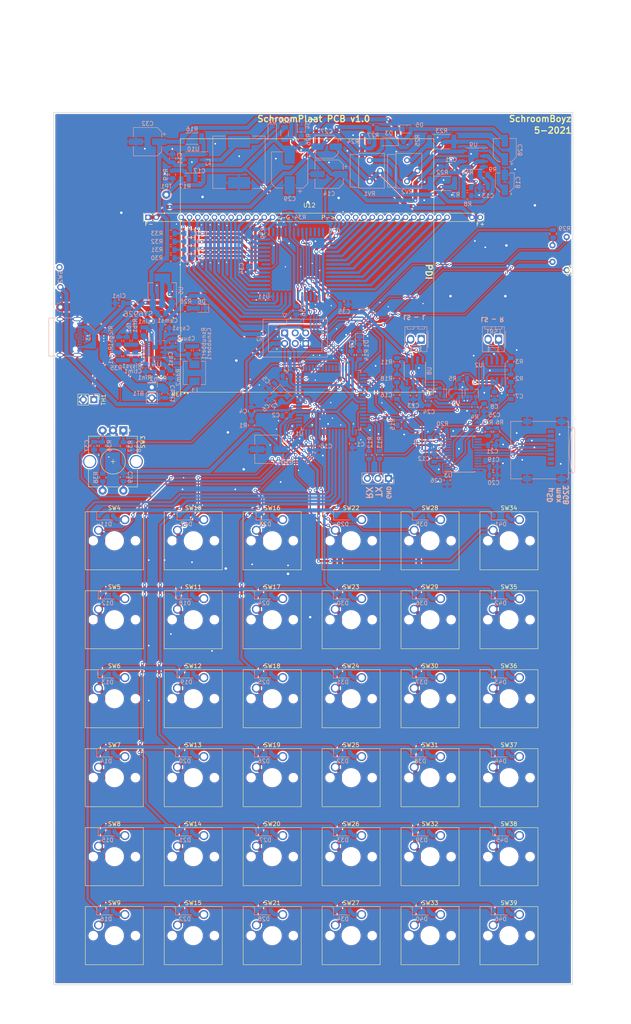
<source format=kicad_pcb>
(kicad_pcb (version 20171130) (host pcbnew "(5.1.9)-1")
  (layers (0 F.Cu signal) (31 B.Cu signal) (34 B.Paste user) (35 F.Paste user) (36 B.SilkS user) (37 F.SilkS user) (38 B.Mask user) (39 F.Mask user) (44 Edge.Cuts user))
  (net 0 "")
  (net 1 "Net-(U3-Pad9)")
  (net 2 "Net-(U3-Pad13)")
  (net 3 "Net-(U3-Pad14)")
  (net 4 BUSY)
  (net 5 PLAYER_ON)
  (net 6 RX)
  (net 7 TX)
  (net 8 RESET)
  (net 9 "Net-(C5-Pad2)")
  (net 10 "Net-(Q1-Pad3)")
  (net 11 HW_RX)
  (net 12 "Net-(J4-Pad3)")
  (net 13 "Net-(J4-Pad2)")
  (net 14 HW_TX)
  (net 15 STATLED)
  (net 16 "Net-(D1-Pad2)")
  (net 17 "Net-(J6-Pad8)")
  (net 18 /MP3_player/SD_DAT)
  (net 19 /MP3_player/SD_CLK)
  (net 20 /MP3_player/3V3OUT)
  (net 21 /MP3_player/SD_CMD)
  (net 22 "Net-(J6-Pad2)")
  (net 23 "Net-(J6-Pad1)")
  (net 24 /MP3_player/AMP_SHDN)
  (net 25 "Net-(C21-Pad1)")
  (net 26 "Net-(R11-Pad2)")
  (net 27 "Net-(R15-Pad1)")
  (net 28 "Net-(C16-Pad1)")
  (net 29 +5P)
  (net 30 /MP3_player/DACL)
  (net 31 /MP3_player/DACR)
  (net 32 "Net-(U3-Pad8)")
  (net 33 "Net-(U3-Pad10)")
  (net 34 "Net-(U3-Pad20)")
  (net 35 "Net-(U3-Pad21)")
  (net 36 "Net-(U3-Pad22)")
  (net 37 /MP3_player/VCOM)
  (net 38 "Net-(C23-Pad1)")
  (net 39 "Net-(R20-Pad1)")
  (net 40 "Net-(R21-Pad2)")
  (net 41 "Net-(C6-Pad1)")
  (net 42 "Net-(U1-Pad62)")
  (net 43 "Net-(U1-Pad55)")
  (net 44 "Net-(U1-Pad54)")
  (net 45 "Net-(U1-Pad43)")
  (net 46 "Net-(U1-Pad42)")
  (net 47 "Net-(U1-Pad17)")
  (net 48 "Net-(U1-Pad5)")
  (net 49 "Net-(U1-Pad4)")
  (net 50 "Net-(U1-Pad3)")
  (net 51 "Net-(U1-Pad2)")
  (net 52 "Net-(U1-Pad10)")
  (net 53 "Net-(J2-Pad4)")
  (net 54 "Net-(J2-Pad3)")
  (net 55 "Net-(J2-Pad1)")
  (net 56 "Net-(U1-Pad9)")
  (net 57 Column1)
  (net 58 Row1)
  (net 59 Row2)
  (net 60 Row3)
  (net 61 Row4)
  (net 62 Row5)
  (net 63 Row6)
  (net 64 Column2)
  (net 65 Column3)
  (net 66 Column4)
  (net 67 Column5)
  (net 68 Column6)
  (net 69 +3V3)
  (net 70 "Net-(C7-Pad1)")
  (net 71 "Net-(C8-Pad1)")
  (net 72 "Net-(R2-Pad1)")
  (net 73 "Net-(U4-Pad17)")
  (net 74 "Net-(U4-Pad10)")
  (net 75 "Net-(U4-Pad9)")
  (net 76 "Net-(U4-Pad8)")
  (net 77 BAT)
  (net 78 LX)
  (net 79 BST)
  (net 80 BUS)
  (net 81 SIN)
  (net 82 "Net-(Csnubber1-Pad1)")
  (net 83 SYS)
  (net 84 "Net-(Ctim1-Pad1)")
  (net 85 "Net-(Rfb1-Pad1)")
  (net 86 "Net-(Rdm1-Pad1)")
  (net 87 "Net-(Ricgh1-Pad1)")
  (net 88 "Net-(Rin1-Pad1)")
  (net 89 "Net-(Risys1-Pad2)")
  (net 90 PGNDBAT)
  (net 91 "Net-(C13-Pad1)")
  (net 92 VEE)
  (net 93 "Net-(C17-Pad1)")
  (net 94 "Net-(C18-Pad1)")
  (net 95 FIL+)
  (net 96 "Net-(C27-Pad1)")
  (net 97 FIL-)
  (net 98 "Net-(C28-Pad1)")
  (net 99 "Net-(D2-Pad1)")
  (net 100 "Net-(D3-Pad1)")
  (net 101 "Net-(D4-Pad1)")
  (net 102 "Net-(D5-Pad1)")
  (net 103 "Net-(D6-Pad2)")
  (net 104 "Net-(D7-Pad2)")
  (net 105 "Net-(D7-Pad1)")
  (net 106 "Net-(D8-Pad2)")
  (net 107 "Net-(D8-Pad1)")
  (net 108 "Net-(D9-Pad2)")
  (net 109 "Net-(D9-Pad1)")
  (net 110 "Net-(D10-Pad2)")
  (net 111 "Net-(D10-Pad1)")
  (net 112 "Net-(R10-Pad2)")
  (net 113 "Net-(R10-Pad1)")
  (net 114 "Net-(R16-Pad1)")
  (net 115 "Net-(R17-Pad1)")
  (net 116 "Net-(R23-Pad2)")
  (net 117 "Net-(R39-Pad2)")
  (net 118 "Net-(U11-Pad44)")
  (net 119 "Net-(U11-Pad43)")
  (net 120 "Net-(U11-Pad42)")
  (net 121 "Net-(U11-Pad41)")
  (net 122 "Net-(U11-Pad40)")
  (net 123 "Net-(U11-Pad39)")
  (net 124 "Net-(U11-Pad38)")
  (net 125 "Net-(U11-Pad37)")
  (net 126 "Net-(U11-Pad36)")
  (net 127 "Net-(U11-Pad35)")
  (net 128 "Net-(U11-Pad32)")
  (net 129 "Net-(U11-Pad31)")
  (net 130 "Net-(U11-Pad30)")
  (net 131 "Net-(U11-Pad29)")
  (net 132 "Net-(U11-Pad28)")
  (net 133 "Net-(U11-Pad27)")
  (net 134 "Net-(U11-Pad7)")
  (net 135 "Net-(U11-Pad4)")
  (net 136 "Net-(U11-Pad3)")
  (net 137 "Net-(U11-Pad2)")
  (net 138 "Net-(U11-Pad1)")
  (net 139 "Net-(U11-Pad46)")
  (net 140 VIN)
  (net 141 "Net-(J3-PadB8)")
  (net 142 "Net-(J3-PadA5)")
  (net 143 D-)
  (net 144 D+)
  (net 145 "Net-(J3-PadA8)")
  (net 146 "Net-(J3-PadB5)")
  (net 147 "Net-(R29-Pad2)")
  (net 148 "Net-(SW1-Pad1)")
  (net 149 "Net-(SW1-Pad2)")
  (net 150 "Net-(SW1-Pad4)")
  (net 151 "Net-(U11-Pad26)")
  (net 152 "Net-(U11-Pad25)")
  (net 153 "Net-(U11-Pad24)")
  (net 154 "Net-(U11-Pad23)")
  (net 155 "Net-(U11-Pad22)")
  (net 156 "Net-(U11-Pad21)")
  (net 157 "Net-(U11-Pad20)")
  (net 158 "Net-(U11-Pad19)")
  (net 159 "Net-(U11-Pad18)")
  (net 160 "Net-(U11-Pad17)")
  (net 161 "Net-(U11-Pad16)")
  (net 162 "Net-(U11-Pad15)")
  (net 163 "Net-(SW2-Pad1)")
  (net 164 "Net-(LSL1-Pad1)")
  (net 165 "Net-(LSL1-Pad2)")
  (net 166 "Net-(LSR1-Pad2)")
  (net 167 "Net-(LSR1-Pad1)")
  (net 168 "Net-(U11-Pad13)")
  (net 169 "Net-(U11-Pad12)")
  (net 170 "Net-(U11-Pad11)")
  (net 171 "Net-(U11-Pad10)")
  (net 172 "Net-(R38-Pad2)")
  (net 173 "Net-(R35-Pad1)")
  (net 174 "Net-(D11-Pad2)")
  (net 175 "Net-(D12-Pad2)")
  (net 176 "Net-(D13-Pad2)")
  (net 177 "Net-(D14-Pad2)")
  (net 178 "Net-(D15-Pad2)")
  (net 179 "Net-(D16-Pad2)")
  (net 180 "Net-(D17-Pad2)")
  (net 181 "Net-(D18-Pad2)")
  (net 182 "Net-(D19-Pad2)")
  (net 183 "Net-(D20-Pad2)")
  (net 184 "Net-(D21-Pad2)")
  (net 185 "Net-(D22-Pad2)")
  (net 186 "Net-(D23-Pad2)")
  (net 187 "Net-(D24-Pad2)")
  (net 188 "Net-(D25-Pad2)")
  (net 189 "Net-(D26-Pad2)")
  (net 190 "Net-(D27-Pad2)")
  (net 191 "Net-(D28-Pad2)")
  (net 192 "Net-(D29-Pad2)")
  (net 193 "Net-(D30-Pad2)")
  (net 194 "Net-(D31-Pad2)")
  (net 195 "Net-(D32-Pad2)")
  (net 196 "Net-(D33-Pad2)")
  (net 197 "Net-(D34-Pad2)")
  (net 198 "Net-(D35-Pad2)")
  (net 199 "Net-(D36-Pad2)")
  (net 200 "Net-(D37-Pad2)")
  (net 201 "Net-(D38-Pad2)")
  (net 202 "Net-(D39-Pad2)")
  (net 203 "Net-(D40-Pad2)")
  (net 204 "Net-(D41-Pad2)")
  (net 205 "Net-(D42-Pad2)")
  (net 206 "Net-(D43-Pad2)")
  (net 207 "Net-(D44-Pad2)")
  (net 208 "Net-(D45-Pad2)")
  (net 209 "Net-(D46-Pad2)")
  (net 210 "Net-(R35-Pad2)")
  (net 211 "Net-(U1-Pad8)")
  (net 212 "Net-(U1-Pad7)")
  (net 213 "Net-(U1-Pad6)")
  (net 214 "Net-(U1-Pad27)")
  (net 215 "Net-(U1-Pad26)")
  (net 216 "Net-(BT1-Pad1)")
  (net 217 "Net-(C37-Pad1)")
  (net 218 "Net-(C38-Pad2)")
  (net 219 "Net-(C39-Pad1)")
  (net 220 DOUT)
  (net 221 CLK)
  (net 222 DIN)
  (net 223 STB)
  (module Connector_PinHeader_2.54mm:PinHeader_1x02_P2.54mm_Vertical (layer F.Cu) (at 84.074 19.05 270)
    (fp_text reference TH1 (at 0 -2.33 90) (layer F.SilkS))
    (fp_text value Thermistor_NTC)
    (pad 2 thru_hole oval (at 0 2.54 270) (size 1.7 1.7) (drill 1) (layers *.Cu *.Mask) (net 90 PGNDBAT))
    (pad 1 thru_hole rect (at 0 0 270) (size 1.7 1.7) (drill 1) (layers *.Cu *.Mask) (net 210 "Net-(R35-Pad2)"))
  )
  (module Capacitor_SMD:C_0805_2012Metric (layer B.Cu) (at 91.175 37.7 90)
    (fp_text reference C39 (at 0 1.68 90) (layer B.SilkS) (effects (justify mirror)))
    (fp_text value 100n)
    (pad 2 smd roundrect (at 0.95 0 90) (size 1 1.45) (layers B.Cu B.Paste B.Mask) (net 90 PGNDBAT))
    (pad 1 smd roundrect (at -0.95 0 90) (size 1 1.45) (layers B.Cu B.Paste B.Mask) (net 219 "Net-(C39-Pad1)"))
  )
  (module Capacitor_SMD:C_0805_2012Metric (layer B.Cu) (at 93.225 30.275 90)
    (fp_text reference C38 (at 0 1.68 90) (layer B.SilkS) (effects (justify mirror)))
    (fp_text value 100n)
    (pad 2 smd roundrect (at 0.95 0 90) (size 1 1.45) (layers B.Cu B.Paste B.Mask) (net 218 "Net-(C38-Pad2)"))
    (pad 1 smd roundrect (at -0.95 0 90) (size 1 1.45) (layers B.Cu B.Paste B.Mask) (net 90 PGNDBAT))
  )
  (module Capacitor_SMD:C_0805_2012Metric (layer B.Cu) (at 84.1 30.15 270)
    (fp_text reference C37 (at 0 1.68 90) (layer B.SilkS) (effects (justify mirror)))
    (fp_text value 100n)
    (pad 2 smd roundrect (at 0.95 0 270) (size 1 1.45) (layers B.Cu B.Paste B.Mask) (net 90 PGNDBAT))
    (pad 1 smd roundrect (at -0.95 0 270) (size 1 1.45) (layers B.Cu B.Paste B.Mask) (net 217 "Net-(C37-Pad1)"))
  )
  (module Inductor_SMD:L_Sunlord_MWSA0518_5.4x5.2mm (layer B.Cu) (at 108.275 12.625 270)
    (fp_text reference L1 (at 4.2 0) (layer B.SilkS) (effects (justify mirror)))
    (fp_text value 2.2uH)
    (pad 2 smd rect (at 2.05 0 270) (size 1.9 2.5) (layers B.Cu B.Paste B.Mask) (net 77 BAT))
    (pad 1 smd rect (at -2.05 0 270) (size 1.9 2.5) (layers B.Cu B.Paste B.Mask) (net 78 LX))
  )
  (module Rotary_Encoder:RotaryEncoder_Alps_EC11E-Switch_Vertical_H20mm_CircularMountingHoles (layer F.Cu) (at 91.17044 26.44684 270)
    (fp_text reference SW3 (at 2.8 -4.7 90) (layer F.SilkS))
    (fp_text value Rotary_Encoder_Switch)
    (pad A thru_hole rect (at 0 0 270) (size 2 2) (drill 1) (layers *.Cu *.Mask) (net 218 "Net-(C38-Pad2)"))
    (pad C thru_hole circle (at 0 2.5 270) (size 2 2) (drill 1) (layers *.Cu *.Mask) (net 90 PGNDBAT))
    (pad B thru_hole circle (at 0 5 270) (size 2 2) (drill 1) (layers *.Cu *.Mask) (net 217 "Net-(C37-Pad1)"))
    (pad MP thru_hole circle (at 7.5 -3.1 270) (size 3.2 3.2) (drill 2.6) (layers *.Cu *.Mask))
    (pad MP thru_hole circle (at 7.5 8.1 270) (size 3.2 3.2) (drill 2.6) (layers *.Cu *.Mask))
    (pad S2 thru_hole circle (at 14.5 0 270) (size 2 2) (drill 1) (layers *.Cu *.Mask) (net 219 "Net-(C39-Pad1)"))
    (pad S1 thru_hole circle (at 14.5 5 270) (size 2 2) (drill 1) (layers *.Cu *.Mask) (net 172 "Net-(R38-Pad2)"))
  )
  (module Hardware:SW_Cherry_MX_1.00u_PCB_BETTER (layer F.Cu) (at 186.54 142.92)
    (fp_text reference SW39 (at -2.54 -2.794) (layer F.SilkS))
    (fp_text value SW_Push)
    (pad "" np_thru_hole circle (at 2.54 5.08) (size 1.7 1.7) (drill 1.7) (layers *.Cu *.Mask))
    (pad "" np_thru_hole circle (at -7.62 5.08) (size 1.7 1.7) (drill 1.7) (layers *.Cu *.Mask))
    (pad "" np_thru_hole circle (at -2.54 5.08) (size 4 4) (drill 4) (layers *.Cu *.Mask))
    (pad 2 thru_hole circle (at -6.35 2.54) (size 2.2 2.2) (drill 1.5) (layers *.Cu *.Mask) (net 68 Column6))
    (pad 1 thru_hole circle (at 0 0) (size 2.2 2.2) (drill 1.5) (layers *.Cu *.Mask) (net 209 "Net-(D46-Pad2)"))
  )
  (module Hardware:SW_Cherry_MX_1.00u_PCB_BETTER (layer F.Cu) (at 186.54 123.92)
    (fp_text reference SW38 (at -2.54 -2.794) (layer F.SilkS))
    (fp_text value SW_Push)
    (pad "" np_thru_hole circle (at 2.54 5.08) (size 1.7 1.7) (drill 1.7) (layers *.Cu *.Mask))
    (pad "" np_thru_hole circle (at -7.62 5.08) (size 1.7 1.7) (drill 1.7) (layers *.Cu *.Mask))
    (pad "" np_thru_hole circle (at -2.54 5.08) (size 4 4) (drill 4) (layers *.Cu *.Mask))
    (pad 2 thru_hole circle (at -6.35 2.54) (size 2.2 2.2) (drill 1.5) (layers *.Cu *.Mask) (net 68 Column6))
    (pad 1 thru_hole circle (at 0 0) (size 2.2 2.2) (drill 1.5) (layers *.Cu *.Mask) (net 208 "Net-(D45-Pad2)"))
  )
  (module Hardware:SW_Cherry_MX_1.00u_PCB_BETTER (layer F.Cu) (at 186.54 104.92)
    (fp_text reference SW37 (at -2.54 -2.794) (layer F.SilkS))
    (fp_text value SW_Push)
    (pad "" np_thru_hole circle (at 2.54 5.08) (size 1.7 1.7) (drill 1.7) (layers *.Cu *.Mask))
    (pad "" np_thru_hole circle (at -7.62 5.08) (size 1.7 1.7) (drill 1.7) (layers *.Cu *.Mask))
    (pad "" np_thru_hole circle (at -2.54 5.08) (size 4 4) (drill 4) (layers *.Cu *.Mask))
    (pad 2 thru_hole circle (at -6.35 2.54) (size 2.2 2.2) (drill 1.5) (layers *.Cu *.Mask) (net 68 Column6))
    (pad 1 thru_hole circle (at 0 0) (size 2.2 2.2) (drill 1.5) (layers *.Cu *.Mask) (net 207 "Net-(D44-Pad2)"))
  )
  (module Hardware:SW_Cherry_MX_1.00u_PCB_BETTER (layer F.Cu) (at 186.54 85.92)
    (fp_text reference SW36 (at -2.54 -2.794) (layer F.SilkS))
    (fp_text value SW_Push)
    (pad "" np_thru_hole circle (at 2.54 5.08) (size 1.7 1.7) (drill 1.7) (layers *.Cu *.Mask))
    (pad "" np_thru_hole circle (at -7.62 5.08) (size 1.7 1.7) (drill 1.7) (layers *.Cu *.Mask))
    (pad "" np_thru_hole circle (at -2.54 5.08) (size 4 4) (drill 4) (layers *.Cu *.Mask))
    (pad 2 thru_hole circle (at -6.35 2.54) (size 2.2 2.2) (drill 1.5) (layers *.Cu *.Mask) (net 68 Column6))
    (pad 1 thru_hole circle (at 0 0) (size 2.2 2.2) (drill 1.5) (layers *.Cu *.Mask) (net 206 "Net-(D43-Pad2)"))
  )
  (module Hardware:SW_Cherry_MX_1.00u_PCB_BETTER (layer F.Cu) (at 186.54 66.92)
    (fp_text reference SW35 (at -2.54 -2.794) (layer F.SilkS))
    (fp_text value SW_Push)
    (pad "" np_thru_hole circle (at 2.54 5.08) (size 1.7 1.7) (drill 1.7) (layers *.Cu *.Mask))
    (pad "" np_thru_hole circle (at -7.62 5.08) (size 1.7 1.7) (drill 1.7) (layers *.Cu *.Mask))
    (pad "" np_thru_hole circle (at -2.54 5.08) (size 4 4) (drill 4) (layers *.Cu *.Mask))
    (pad 2 thru_hole circle (at -6.35 2.54) (size 2.2 2.2) (drill 1.5) (layers *.Cu *.Mask) (net 68 Column6))
    (pad 1 thru_hole circle (at 0 0) (size 2.2 2.2) (drill 1.5) (layers *.Cu *.Mask) (net 205 "Net-(D42-Pad2)"))
  )
  (module Hardware:SW_Cherry_MX_1.00u_PCB_BETTER (layer F.Cu) (at 186.54 47.92)
    (fp_text reference SW34 (at -2.54 -2.794) (layer F.SilkS))
    (fp_text value SW_Push)
    (pad "" np_thru_hole circle (at 2.54 5.08) (size 1.7 1.7) (drill 1.7) (layers *.Cu *.Mask))
    (pad "" np_thru_hole circle (at -7.62 5.08) (size 1.7 1.7) (drill 1.7) (layers *.Cu *.Mask))
    (pad "" np_thru_hole circle (at -2.54 5.08) (size 4 4) (drill 4) (layers *.Cu *.Mask))
    (pad 2 thru_hole circle (at -6.35 2.54) (size 2.2 2.2) (drill 1.5) (layers *.Cu *.Mask) (net 68 Column6))
    (pad 1 thru_hole circle (at 0 0) (size 2.2 2.2) (drill 1.5) (layers *.Cu *.Mask) (net 204 "Net-(D41-Pad2)"))
  )
  (module Hardware:SW_Cherry_MX_1.00u_PCB_BETTER (layer F.Cu) (at 167.54 142.92)
    (fp_text reference SW33 (at -2.54 -2.794) (layer F.SilkS))
    (fp_text value SW_Push)
    (pad "" np_thru_hole circle (at 2.54 5.08) (size 1.7 1.7) (drill 1.7) (layers *.Cu *.Mask))
    (pad "" np_thru_hole circle (at -7.62 5.08) (size 1.7 1.7) (drill 1.7) (layers *.Cu *.Mask))
    (pad "" np_thru_hole circle (at -2.54 5.08) (size 4 4) (drill 4) (layers *.Cu *.Mask))
    (pad 2 thru_hole circle (at -6.35 2.54) (size 2.2 2.2) (drill 1.5) (layers *.Cu *.Mask) (net 67 Column5))
    (pad 1 thru_hole circle (at 0 0) (size 2.2 2.2) (drill 1.5) (layers *.Cu *.Mask) (net 203 "Net-(D40-Pad2)"))
  )
  (module Hardware:SW_Cherry_MX_1.00u_PCB_BETTER (layer F.Cu) (at 167.54 123.92)
    (fp_text reference SW32 (at -2.54 -2.794) (layer F.SilkS))
    (fp_text value SW_Push)
    (pad "" np_thru_hole circle (at 2.54 5.08) (size 1.7 1.7) (drill 1.7) (layers *.Cu *.Mask))
    (pad "" np_thru_hole circle (at -7.62 5.08) (size 1.7 1.7) (drill 1.7) (layers *.Cu *.Mask))
    (pad "" np_thru_hole circle (at -2.54 5.08) (size 4 4) (drill 4) (layers *.Cu *.Mask))
    (pad 2 thru_hole circle (at -6.35 2.54) (size 2.2 2.2) (drill 1.5) (layers *.Cu *.Mask) (net 67 Column5))
    (pad 1 thru_hole circle (at 0 0) (size 2.2 2.2) (drill 1.5) (layers *.Cu *.Mask) (net 202 "Net-(D39-Pad2)"))
  )
  (module Hardware:SW_Cherry_MX_1.00u_PCB_BETTER (layer F.Cu) (at 167.54 104.92)
    (fp_text reference SW31 (at -2.54 -2.794) (layer F.SilkS))
    (fp_text value SW_Push)
    (pad "" np_thru_hole circle (at 2.54 5.08) (size 1.7 1.7) (drill 1.7) (layers *.Cu *.Mask))
    (pad "" np_thru_hole circle (at -7.62 5.08) (size 1.7 1.7) (drill 1.7) (layers *.Cu *.Mask))
    (pad "" np_thru_hole circle (at -2.54 5.08) (size 4 4) (drill 4) (layers *.Cu *.Mask))
    (pad 2 thru_hole circle (at -6.35 2.54) (size 2.2 2.2) (drill 1.5) (layers *.Cu *.Mask) (net 67 Column5))
    (pad 1 thru_hole circle (at 0 0) (size 2.2 2.2) (drill 1.5) (layers *.Cu *.Mask) (net 201 "Net-(D38-Pad2)"))
  )
  (module Hardware:SW_Cherry_MX_1.00u_PCB_BETTER (layer F.Cu) (at 167.54 85.92)
    (fp_text reference SW30 (at -2.54 -2.794) (layer F.SilkS))
    (fp_text value SW_Push)
    (pad "" np_thru_hole circle (at 2.54 5.08) (size 1.7 1.7) (drill 1.7) (layers *.Cu *.Mask))
    (pad "" np_thru_hole circle (at -7.62 5.08) (size 1.7 1.7) (drill 1.7) (layers *.Cu *.Mask))
    (pad "" np_thru_hole circle (at -2.54 5.08) (size 4 4) (drill 4) (layers *.Cu *.Mask))
    (pad 2 thru_hole circle (at -6.35 2.54) (size 2.2 2.2) (drill 1.5) (layers *.Cu *.Mask) (net 67 Column5))
    (pad 1 thru_hole circle (at 0 0) (size 2.2 2.2) (drill 1.5) (layers *.Cu *.Mask) (net 200 "Net-(D37-Pad2)"))
  )
  (module Hardware:SW_Cherry_MX_1.00u_PCB_BETTER (layer F.Cu) (at 167.54 66.92)
    (fp_text reference SW29 (at -2.54 -2.794) (layer F.SilkS))
    (fp_text value SW_Push)
    (pad "" np_thru_hole circle (at 2.54 5.08) (size 1.7 1.7) (drill 1.7) (layers *.Cu *.Mask))
    (pad "" np_thru_hole circle (at -7.62 5.08) (size 1.7 1.7) (drill 1.7) (layers *.Cu *.Mask))
    (pad "" np_thru_hole circle (at -2.54 5.08) (size 4 4) (drill 4) (layers *.Cu *.Mask))
    (pad 2 thru_hole circle (at -6.35 2.54) (size 2.2 2.2) (drill 1.5) (layers *.Cu *.Mask) (net 67 Column5))
    (pad 1 thru_hole circle (at 0 0) (size 2.2 2.2) (drill 1.5) (layers *.Cu *.Mask) (net 199 "Net-(D36-Pad2)"))
  )
  (module Hardware:SW_Cherry_MX_1.00u_PCB_BETTER (layer F.Cu) (at 167.54 47.92)
    (fp_text reference SW28 (at -2.54 -2.794) (layer F.SilkS))
    (fp_text value SW_Push)
    (pad "" np_thru_hole circle (at 2.54 5.08) (size 1.7 1.7) (drill 1.7) (layers *.Cu *.Mask))
    (pad "" np_thru_hole circle (at -7.62 5.08) (size 1.7 1.7) (drill 1.7) (layers *.Cu *.Mask))
    (pad "" np_thru_hole circle (at -2.54 5.08) (size 4 4) (drill 4) (layers *.Cu *.Mask))
    (pad 2 thru_hole circle (at -6.35 2.54) (size 2.2 2.2) (drill 1.5) (layers *.Cu *.Mask) (net 67 Column5))
    (pad 1 thru_hole circle (at 0 0) (size 2.2 2.2) (drill 1.5) (layers *.Cu *.Mask) (net 198 "Net-(D35-Pad2)"))
  )
  (module Hardware:SW_Cherry_MX_1.00u_PCB_BETTER (layer F.Cu) (at 148.54 142.92)
    (fp_text reference SW27 (at -2.54 -2.794) (layer F.SilkS))
    (fp_text value SW_Push)
    (pad "" np_thru_hole circle (at 2.54 5.08) (size 1.7 1.7) (drill 1.7) (layers *.Cu *.Mask))
    (pad "" np_thru_hole circle (at -7.62 5.08) (size 1.7 1.7) (drill 1.7) (layers *.Cu *.Mask))
    (pad "" np_thru_hole circle (at -2.54 5.08) (size 4 4) (drill 4) (layers *.Cu *.Mask))
    (pad 2 thru_hole circle (at -6.35 2.54) (size 2.2 2.2) (drill 1.5) (layers *.Cu *.Mask) (net 66 Column4))
    (pad 1 thru_hole circle (at 0 0) (size 2.2 2.2) (drill 1.5) (layers *.Cu *.Mask) (net 197 "Net-(D34-Pad2)"))
  )
  (module Hardware:SW_Cherry_MX_1.00u_PCB_BETTER (layer F.Cu) (at 148.54 123.92)
    (fp_text reference SW26 (at -2.54 -2.794) (layer F.SilkS))
    (fp_text value SW_Push)
    (pad "" np_thru_hole circle (at 2.54 5.08) (size 1.7 1.7) (drill 1.7) (layers *.Cu *.Mask))
    (pad "" np_thru_hole circle (at -7.62 5.08) (size 1.7 1.7) (drill 1.7) (layers *.Cu *.Mask))
    (pad "" np_thru_hole circle (at -2.54 5.08) (size 4 4) (drill 4) (layers *.Cu *.Mask))
    (pad 2 thru_hole circle (at -6.35 2.54) (size 2.2 2.2) (drill 1.5) (layers *.Cu *.Mask) (net 66 Column4))
    (pad 1 thru_hole circle (at 0 0) (size 2.2 2.2) (drill 1.5) (layers *.Cu *.Mask) (net 196 "Net-(D33-Pad2)"))
  )
  (module Hardware:SW_Cherry_MX_1.00u_PCB_BETTER (layer F.Cu) (at 148.54 104.92)
    (fp_text reference SW25 (at -2.54 -2.794) (layer F.SilkS))
    (fp_text value SW_Push)
    (pad "" np_thru_hole circle (at 2.54 5.08) (size 1.7 1.7) (drill 1.7) (layers *.Cu *.Mask))
    (pad "" np_thru_hole circle (at -7.62 5.08) (size 1.7 1.7) (drill 1.7) (layers *.Cu *.Mask))
    (pad "" np_thru_hole circle (at -2.54 5.08) (size 4 4) (drill 4) (layers *.Cu *.Mask))
    (pad 2 thru_hole circle (at -6.35 2.54) (size 2.2 2.2) (drill 1.5) (layers *.Cu *.Mask) (net 66 Column4))
    (pad 1 thru_hole circle (at 0 0) (size 2.2 2.2) (drill 1.5) (layers *.Cu *.Mask) (net 195 "Net-(D32-Pad2)"))
  )
  (module Hardware:SW_Cherry_MX_1.00u_PCB_BETTER (layer F.Cu) (at 148.54 85.92)
    (fp_text reference SW24 (at -2.54 -2.794) (layer F.SilkS))
    (fp_text value SW_Push)
    (pad "" np_thru_hole circle (at 2.54 5.08) (size 1.7 1.7) (drill 1.7) (layers *.Cu *.Mask))
    (pad "" np_thru_hole circle (at -7.62 5.08) (size 1.7 1.7) (drill 1.7) (layers *.Cu *.Mask))
    (pad "" np_thru_hole circle (at -2.54 5.08) (size 4 4) (drill 4) (layers *.Cu *.Mask))
    (pad 2 thru_hole circle (at -6.35 2.54) (size 2.2 2.2) (drill 1.5) (layers *.Cu *.Mask) (net 66 Column4))
    (pad 1 thru_hole circle (at 0 0) (size 2.2 2.2) (drill 1.5) (layers *.Cu *.Mask) (net 194 "Net-(D31-Pad2)"))
  )
  (module Hardware:SW_Cherry_MX_1.00u_PCB_BETTER (layer F.Cu) (at 148.54 66.92)
    (fp_text reference SW23 (at -2.54 -2.794) (layer F.SilkS))
    (fp_text value SW_Push)
    (pad "" np_thru_hole circle (at 2.54 5.08) (size 1.7 1.7) (drill 1.7) (layers *.Cu *.Mask))
    (pad "" np_thru_hole circle (at -7.62 5.08) (size 1.7 1.7) (drill 1.7) (layers *.Cu *.Mask))
    (pad "" np_thru_hole circle (at -2.54 5.08) (size 4 4) (drill 4) (layers *.Cu *.Mask))
    (pad 2 thru_hole circle (at -6.35 2.54) (size 2.2 2.2) (drill 1.5) (layers *.Cu *.Mask) (net 66 Column4))
    (pad 1 thru_hole circle (at 0 0) (size 2.2 2.2) (drill 1.5) (layers *.Cu *.Mask) (net 193 "Net-(D30-Pad2)"))
  )
  (module Hardware:SW_Cherry_MX_1.00u_PCB_BETTER (layer F.Cu) (at 148.54 47.92)
    (fp_text reference SW22 (at -2.54 -2.794) (layer F.SilkS))
    (fp_text value SW_Push)
    (pad "" np_thru_hole circle (at 2.54 5.08) (size 1.7 1.7) (drill 1.7) (layers *.Cu *.Mask))
    (pad "" np_thru_hole circle (at -7.62 5.08) (size 1.7 1.7) (drill 1.7) (layers *.Cu *.Mask))
    (pad "" np_thru_hole circle (at -2.54 5.08) (size 4 4) (drill 4) (layers *.Cu *.Mask))
    (pad 2 thru_hole circle (at -6.35 2.54) (size 2.2 2.2) (drill 1.5) (layers *.Cu *.Mask) (net 66 Column4))
    (pad 1 thru_hole circle (at 0 0) (size 2.2 2.2) (drill 1.5) (layers *.Cu *.Mask) (net 192 "Net-(D29-Pad2)"))
  )
  (module Hardware:SW_Cherry_MX_1.00u_PCB_BETTER (layer F.Cu) (at 129.54 142.92)
    (fp_text reference SW21 (at -2.54 -2.794) (layer F.SilkS))
    (fp_text value SW_Push)
    (pad "" np_thru_hole circle (at 2.54 5.08) (size 1.7 1.7) (drill 1.7) (layers *.Cu *.Mask))
    (pad "" np_thru_hole circle (at -7.62 5.08) (size 1.7 1.7) (drill 1.7) (layers *.Cu *.Mask))
    (pad "" np_thru_hole circle (at -2.54 5.08) (size 4 4) (drill 4) (layers *.Cu *.Mask))
    (pad 2 thru_hole circle (at -6.35 2.54) (size 2.2 2.2) (drill 1.5) (layers *.Cu *.Mask) (net 65 Column3))
    (pad 1 thru_hole circle (at 0 0) (size 2.2 2.2) (drill 1.5) (layers *.Cu *.Mask) (net 191 "Net-(D28-Pad2)"))
  )
  (module Hardware:SW_Cherry_MX_1.00u_PCB_BETTER (layer F.Cu) (at 129.54 123.92)
    (fp_text reference SW20 (at -2.54 -2.794) (layer F.SilkS))
    (fp_text value SW_Push)
    (pad "" np_thru_hole circle (at 2.54 5.08) (size 1.7 1.7) (drill 1.7) (layers *.Cu *.Mask))
    (pad "" np_thru_hole circle (at -7.62 5.08) (size 1.7 1.7) (drill 1.7) (layers *.Cu *.Mask))
    (pad "" np_thru_hole circle (at -2.54 5.08) (size 4 4) (drill 4) (layers *.Cu *.Mask))
    (pad 2 thru_hole circle (at -6.35 2.54) (size 2.2 2.2) (drill 1.5) (layers *.Cu *.Mask) (net 65 Column3))
    (pad 1 thru_hole circle (at 0 0) (size 2.2 2.2) (drill 1.5) (layers *.Cu *.Mask) (net 190 "Net-(D27-Pad2)"))
  )
  (module Hardware:SW_Cherry_MX_1.00u_PCB_BETTER (layer F.Cu) (at 129.54 104.92)
    (fp_text reference SW19 (at -2.54 -2.794) (layer F.SilkS))
    (fp_text value SW_Push)
    (pad "" np_thru_hole circle (at 2.54 5.08) (size 1.7 1.7) (drill 1.7) (layers *.Cu *.Mask))
    (pad "" np_thru_hole circle (at -7.62 5.08) (size 1.7 1.7) (drill 1.7) (layers *.Cu *.Mask))
    (pad "" np_thru_hole circle (at -2.54 5.08) (size 4 4) (drill 4) (layers *.Cu *.Mask))
    (pad 2 thru_hole circle (at -6.35 2.54) (size 2.2 2.2) (drill 1.5) (layers *.Cu *.Mask) (net 65 Column3))
    (pad 1 thru_hole circle (at 0 0) (size 2.2 2.2) (drill 1.5) (layers *.Cu *.Mask) (net 189 "Net-(D26-Pad2)"))
  )
  (module Hardware:SW_Cherry_MX_1.00u_PCB_BETTER (layer F.Cu) (at 129.54 85.92)
    (fp_text reference SW18 (at -2.54 -2.794) (layer F.SilkS))
    (fp_text value SW_Push)
    (pad "" np_thru_hole circle (at 2.54 5.08) (size 1.7 1.7) (drill 1.7) (layers *.Cu *.Mask))
    (pad "" np_thru_hole circle (at -7.62 5.08) (size 1.7 1.7) (drill 1.7) (layers *.Cu *.Mask))
    (pad "" np_thru_hole circle (at -2.54 5.08) (size 4 4) (drill 4) (layers *.Cu *.Mask))
    (pad 2 thru_hole circle (at -6.35 2.54) (size 2.2 2.2) (drill 1.5) (layers *.Cu *.Mask) (net 65 Column3))
    (pad 1 thru_hole circle (at 0 0) (size 2.2 2.2) (drill 1.5) (layers *.Cu *.Mask) (net 188 "Net-(D25-Pad2)"))
  )
  (module Hardware:SW_Cherry_MX_1.00u_PCB_BETTER (layer F.Cu) (at 129.54 66.92)
    (fp_text reference SW17 (at -2.54 -2.794) (layer F.SilkS))
    (fp_text value SW_Push)
    (pad "" np_thru_hole circle (at 2.54 5.08) (size 1.7 1.7) (drill 1.7) (layers *.Cu *.Mask))
    (pad "" np_thru_hole circle (at -7.62 5.08) (size 1.7 1.7) (drill 1.7) (layers *.Cu *.Mask))
    (pad "" np_thru_hole circle (at -2.54 5.08) (size 4 4) (drill 4) (layers *.Cu *.Mask))
    (pad 2 thru_hole circle (at -6.35 2.54) (size 2.2 2.2) (drill 1.5) (layers *.Cu *.Mask) (net 65 Column3))
    (pad 1 thru_hole circle (at 0 0) (size 2.2 2.2) (drill 1.5) (layers *.Cu *.Mask) (net 187 "Net-(D24-Pad2)"))
  )
  (module Hardware:SW_Cherry_MX_1.00u_PCB_BETTER (layer F.Cu) (at 129.54 47.92)
    (fp_text reference SW16 (at -2.54 -2.794) (layer F.SilkS))
    (fp_text value SW_Push)
    (pad "" np_thru_hole circle (at 2.54 5.08) (size 1.7 1.7) (drill 1.7) (layers *.Cu *.Mask))
    (pad "" np_thru_hole circle (at -7.62 5.08) (size 1.7 1.7) (drill 1.7) (layers *.Cu *.Mask))
    (pad "" np_thru_hole circle (at -2.54 5.08) (size 4 4) (drill 4) (layers *.Cu *.Mask))
    (pad 2 thru_hole circle (at -6.35 2.54) (size 2.2 2.2) (drill 1.5) (layers *.Cu *.Mask) (net 65 Column3))
    (pad 1 thru_hole circle (at 0 0) (size 2.2 2.2) (drill 1.5) (layers *.Cu *.Mask) (net 186 "Net-(D23-Pad2)"))
  )
  (module Hardware:SW_Cherry_MX_1.00u_PCB_BETTER (layer F.Cu) (at 110.54 142.92)
    (fp_text reference SW15 (at -2.54 -2.794) (layer F.SilkS))
    (fp_text value SW_Push)
    (pad "" np_thru_hole circle (at 2.54 5.08) (size 1.7 1.7) (drill 1.7) (layers *.Cu *.Mask))
    (pad "" np_thru_hole circle (at -7.62 5.08) (size 1.7 1.7) (drill 1.7) (layers *.Cu *.Mask))
    (pad "" np_thru_hole circle (at -2.54 5.08) (size 4 4) (drill 4) (layers *.Cu *.Mask))
    (pad 2 thru_hole circle (at -6.35 2.54) (size 2.2 2.2) (drill 1.5) (layers *.Cu *.Mask) (net 64 Column2))
    (pad 1 thru_hole circle (at 0 0) (size 2.2 2.2) (drill 1.5) (layers *.Cu *.Mask) (net 185 "Net-(D22-Pad2)"))
  )
  (module Hardware:SW_Cherry_MX_1.00u_PCB_BETTER (layer F.Cu) (at 110.54 123.92)
    (fp_text reference SW14 (at -2.54 -2.794) (layer F.SilkS))
    (fp_text value SW_Push)
    (pad "" np_thru_hole circle (at 2.54 5.08) (size 1.7 1.7) (drill 1.7) (layers *.Cu *.Mask))
    (pad "" np_thru_hole circle (at -7.62 5.08) (size 1.7 1.7) (drill 1.7) (layers *.Cu *.Mask))
    (pad "" np_thru_hole circle (at -2.54 5.08) (size 4 4) (drill 4) (layers *.Cu *.Mask))
    (pad 2 thru_hole circle (at -6.35 2.54) (size 2.2 2.2) (drill 1.5) (layers *.Cu *.Mask) (net 64 Column2))
    (pad 1 thru_hole circle (at 0 0) (size 2.2 2.2) (drill 1.5) (layers *.Cu *.Mask) (net 184 "Net-(D21-Pad2)"))
  )
  (module Hardware:SW_Cherry_MX_1.00u_PCB_BETTER (layer F.Cu) (at 110.54 104.92)
    (fp_text reference SW13 (at -2.54 -2.794) (layer F.SilkS))
    (fp_text value SW_Push)
    (pad "" np_thru_hole circle (at 2.54 5.08) (size 1.7 1.7) (drill 1.7) (layers *.Cu *.Mask))
    (pad "" np_thru_hole circle (at -7.62 5.08) (size 1.7 1.7) (drill 1.7) (layers *.Cu *.Mask))
    (pad "" np_thru_hole circle (at -2.54 5.08) (size 4 4) (drill 4) (layers *.Cu *.Mask))
    (pad 2 thru_hole circle (at -6.35 2.54) (size 2.2 2.2) (drill 1.5) (layers *.Cu *.Mask) (net 64 Column2))
    (pad 1 thru_hole circle (at 0 0) (size 2.2 2.2) (drill 1.5) (layers *.Cu *.Mask) (net 183 "Net-(D20-Pad2)"))
  )
  (module Hardware:SW_Cherry_MX_1.00u_PCB_BETTER (layer F.Cu) (at 110.54 85.92)
    (fp_text reference SW12 (at -2.54 -2.794) (layer F.SilkS))
    (fp_text value SW_Push)
    (pad "" np_thru_hole circle (at 2.54 5.08) (size 1.7 1.7) (drill 1.7) (layers *.Cu *.Mask))
    (pad "" np_thru_hole circle (at -7.62 5.08) (size 1.7 1.7) (drill 1.7) (layers *.Cu *.Mask))
    (pad "" np_thru_hole circle (at -2.54 5.08) (size 4 4) (drill 4) (layers *.Cu *.Mask))
    (pad 2 thru_hole circle (at -6.35 2.54) (size 2.2 2.2) (drill 1.5) (layers *.Cu *.Mask) (net 64 Column2))
    (pad 1 thru_hole circle (at 0 0) (size 2.2 2.2) (drill 1.5) (layers *.Cu *.Mask) (net 182 "Net-(D19-Pad2)"))
  )
  (module Hardware:SW_Cherry_MX_1.00u_PCB_BETTER (layer F.Cu) (at 110.54 66.92)
    (fp_text reference SW11 (at -2.54 -2.794) (layer F.SilkS))
    (fp_text value SW_Push)
    (pad "" np_thru_hole circle (at 2.54 5.08) (size 1.7 1.7) (drill 1.7) (layers *.Cu *.Mask))
    (pad "" np_thru_hole circle (at -7.62 5.08) (size 1.7 1.7) (drill 1.7) (layers *.Cu *.Mask))
    (pad "" np_thru_hole circle (at -2.54 5.08) (size 4 4) (drill 4) (layers *.Cu *.Mask))
    (pad 2 thru_hole circle (at -6.35 2.54) (size 2.2 2.2) (drill 1.5) (layers *.Cu *.Mask) (net 64 Column2))
    (pad 1 thru_hole circle (at 0 0) (size 2.2 2.2) (drill 1.5) (layers *.Cu *.Mask) (net 181 "Net-(D18-Pad2)"))
  )
  (module Hardware:SW_Cherry_MX_1.00u_PCB_BETTER (layer F.Cu) (at 110.54 47.92)
    (fp_text reference SW10 (at -2.54 -2.794) (layer F.SilkS))
    (fp_text value SW_Push)
    (pad "" np_thru_hole circle (at 2.54 5.08) (size 1.7 1.7) (drill 1.7) (layers *.Cu *.Mask))
    (pad "" np_thru_hole circle (at -7.62 5.08) (size 1.7 1.7) (drill 1.7) (layers *.Cu *.Mask))
    (pad "" np_thru_hole circle (at -2.54 5.08) (size 4 4) (drill 4) (layers *.Cu *.Mask))
    (pad 2 thru_hole circle (at -6.35 2.54) (size 2.2 2.2) (drill 1.5) (layers *.Cu *.Mask) (net 64 Column2))
    (pad 1 thru_hole circle (at 0 0) (size 2.2 2.2) (drill 1.5) (layers *.Cu *.Mask) (net 180 "Net-(D17-Pad2)"))
  )
  (module Hardware:SW_Cherry_MX_1.00u_PCB_BETTER (layer F.Cu) (at 91.54 142.92)
    (fp_text reference SW9 (at -2.54 -2.794) (layer F.SilkS))
    (fp_text value SW_Push)
    (pad "" np_thru_hole circle (at 2.54 5.08) (size 1.7 1.7) (drill 1.7) (layers *.Cu *.Mask))
    (pad "" np_thru_hole circle (at -7.62 5.08) (size 1.7 1.7) (drill 1.7) (layers *.Cu *.Mask))
    (pad "" np_thru_hole circle (at -2.54 5.08) (size 4 4) (drill 4) (layers *.Cu *.Mask))
    (pad 2 thru_hole circle (at -6.35 2.54) (size 2.2 2.2) (drill 1.5) (layers *.Cu *.Mask) (net 57 Column1))
    (pad 1 thru_hole circle (at 0 0) (size 2.2 2.2) (drill 1.5) (layers *.Cu *.Mask) (net 179 "Net-(D16-Pad2)"))
  )
  (module Hardware:SW_Cherry_MX_1.00u_PCB_BETTER (layer F.Cu) (at 91.54 123.92)
    (fp_text reference SW8 (at -2.54 -2.794) (layer F.SilkS))
    (fp_text value SW_Push)
    (pad "" np_thru_hole circle (at 2.54 5.08) (size 1.7 1.7) (drill 1.7) (layers *.Cu *.Mask))
    (pad "" np_thru_hole circle (at -7.62 5.08) (size 1.7 1.7) (drill 1.7) (layers *.Cu *.Mask))
    (pad "" np_thru_hole circle (at -2.54 5.08) (size 4 4) (drill 4) (layers *.Cu *.Mask))
    (pad 2 thru_hole circle (at -6.35 2.54) (size 2.2 2.2) (drill 1.5) (layers *.Cu *.Mask) (net 57 Column1))
    (pad 1 thru_hole circle (at 0 0) (size 2.2 2.2) (drill 1.5) (layers *.Cu *.Mask) (net 178 "Net-(D15-Pad2)"))
  )
  (module Hardware:SW_Cherry_MX_1.00u_PCB_BETTER (layer F.Cu) (at 91.54 104.92)
    (fp_text reference SW7 (at -2.54 -2.794) (layer F.SilkS))
    (fp_text value SW_Push)
    (pad "" np_thru_hole circle (at 2.54 5.08) (size 1.7 1.7) (drill 1.7) (layers *.Cu *.Mask))
    (pad "" np_thru_hole circle (at -7.62 5.08) (size 1.7 1.7) (drill 1.7) (layers *.Cu *.Mask))
    (pad "" np_thru_hole circle (at -2.54 5.08) (size 4 4) (drill 4) (layers *.Cu *.Mask))
    (pad 2 thru_hole circle (at -6.35 2.54) (size 2.2 2.2) (drill 1.5) (layers *.Cu *.Mask) (net 57 Column1))
    (pad 1 thru_hole circle (at 0 0) (size 2.2 2.2) (drill 1.5) (layers *.Cu *.Mask) (net 177 "Net-(D14-Pad2)"))
  )
  (module Hardware:SW_Cherry_MX_1.00u_PCB_BETTER (layer F.Cu) (at 91.54 85.92)
    (fp_text reference SW6 (at -2.54 -2.794) (layer F.SilkS))
    (fp_text value SW_Push)
    (pad "" np_thru_hole circle (at 2.54 5.08) (size 1.7 1.7) (drill 1.7) (layers *.Cu *.Mask))
    (pad "" np_thru_hole circle (at -7.62 5.08) (size 1.7 1.7) (drill 1.7) (layers *.Cu *.Mask))
    (pad "" np_thru_hole circle (at -2.54 5.08) (size 4 4) (drill 4) (layers *.Cu *.Mask))
    (pad 2 thru_hole circle (at -6.35 2.54) (size 2.2 2.2) (drill 1.5) (layers *.Cu *.Mask) (net 57 Column1))
    (pad 1 thru_hole circle (at 0 0) (size 2.2 2.2) (drill 1.5) (layers *.Cu *.Mask) (net 176 "Net-(D13-Pad2)"))
  )
  (module Hardware:SW_Cherry_MX_1.00u_PCB_BETTER (layer F.Cu) (at 91.54 66.92)
    (fp_text reference SW5 (at -2.54 -2.794) (layer F.SilkS))
    (fp_text value SW_Push)
    (pad "" np_thru_hole circle (at 2.54 5.08) (size 1.7 1.7) (drill 1.7) (layers *.Cu *.Mask))
    (pad "" np_thru_hole circle (at -7.62 5.08) (size 1.7 1.7) (drill 1.7) (layers *.Cu *.Mask))
    (pad "" np_thru_hole circle (at -2.54 5.08) (size 4 4) (drill 4) (layers *.Cu *.Mask))
    (pad 2 thru_hole circle (at -6.35 2.54) (size 2.2 2.2) (drill 1.5) (layers *.Cu *.Mask) (net 57 Column1))
    (pad 1 thru_hole circle (at 0 0) (size 2.2 2.2) (drill 1.5) (layers *.Cu *.Mask) (net 175 "Net-(D12-Pad2)"))
  )
  (module Hardware:SW_Cherry_MX_1.00u_PCB_BETTER (layer F.Cu) (at 91.54 47.92)
    (fp_text reference SW4 (at -2.54 -2.794) (layer F.SilkS))
    (fp_text value SW_Push)
    (pad "" np_thru_hole circle (at 2.54 5.08) (size 1.7 1.7) (drill 1.7) (layers *.Cu *.Mask))
    (pad "" np_thru_hole circle (at -7.62 5.08) (size 1.7 1.7) (drill 1.7) (layers *.Cu *.Mask))
    (pad "" np_thru_hole circle (at -2.54 5.08) (size 4 4) (drill 4) (layers *.Cu *.Mask))
    (pad 2 thru_hole circle (at -6.35 2.54) (size 2.2 2.2) (drill 1.5) (layers *.Cu *.Mask) (net 57 Column1))
    (pad 1 thru_hole circle (at 0 0) (size 2.2 2.2) (drill 1.5) (layers *.Cu *.Mask) (net 174 "Net-(D11-Pad2)"))
  )
  (module Resistor_SMD:R_0805_2012Metric (layer B.Cu) (at 92.025 8.6625 90)
    (fp_text reference R35 (at -2.7675 -2.617) (layer B.SilkS) (effects (justify mirror)))
    (fp_text value 4.4K)
    (pad 2 smd roundrect (at 0.9125 0 90) (size 1.025 1.4) (layers B.Cu B.Paste B.Mask) (roundrect_rratio 0.243902) (net 210 "Net-(R35-Pad2)"))
    (pad 1 smd roundrect (at -0.9125 0 90) (size 1.025 1.4) (layers B.Cu B.Paste B.Mask) (roundrect_rratio 0.243902) (net 173 "Net-(R35-Pad1)"))
  )
  (module Diode_SMD:D_SOD-123 (layer B.Cu) (at 182 142)
    (fp_text reference D46 (at 0 2) (layer B.SilkS) (effects (justify mirror)))
    (fp_text value D_Small)
    (pad 2 smd rect (at 1.65 0) (size 0.9 1.2) (layers B.Cu B.Paste B.Mask) (net 209 "Net-(D46-Pad2)"))
    (pad 1 smd rect (at -1.65 0) (size 0.9 1.2) (layers B.Cu B.Paste B.Mask) (net 63 Row6))
  )
  (module Diode_SMD:D_SOD-123 (layer B.Cu) (at 182.35 123)
    (fp_text reference D45 (at 0 2) (layer B.SilkS) (effects (justify mirror)))
    (fp_text value D_Small)
    (pad 2 smd rect (at 1.65 0) (size 0.9 1.2) (layers B.Cu B.Paste B.Mask) (net 208 "Net-(D45-Pad2)"))
    (pad 1 smd rect (at -1.65 0) (size 0.9 1.2) (layers B.Cu B.Paste B.Mask) (net 62 Row5))
  )
  (module Diode_SMD:D_SOD-123 (layer B.Cu) (at 182 104)
    (fp_text reference D44 (at 0 2) (layer B.SilkS) (effects (justify mirror)))
    (fp_text value D_Small)
    (pad 2 smd rect (at 1.65 0) (size 0.9 1.2) (layers B.Cu B.Paste B.Mask) (net 207 "Net-(D44-Pad2)"))
    (pad 1 smd rect (at -1.65 0) (size 0.9 1.2) (layers B.Cu B.Paste B.Mask) (net 61 Row4))
  )
  (module Diode_SMD:D_SOD-123 (layer B.Cu) (at 182 85)
    (fp_text reference D43 (at 0 2) (layer B.SilkS) (effects (justify mirror)))
    (fp_text value D_Small)
    (pad 2 smd rect (at 1.65 0) (size 0.9 1.2) (layers B.Cu B.Paste B.Mask) (net 206 "Net-(D43-Pad2)"))
    (pad 1 smd rect (at -1.65 0) (size 0.9 1.2) (layers B.Cu B.Paste B.Mask) (net 60 Row3))
  )
  (module Diode_SMD:D_SOD-123 (layer B.Cu) (at 182 66)
    (fp_text reference D42 (at 0 2) (layer B.SilkS) (effects (justify mirror)))
    (fp_text value D_Small)
    (pad 2 smd rect (at 1.65 0) (size 0.9 1.2) (layers B.Cu B.Paste B.Mask) (net 205 "Net-(D42-Pad2)"))
    (pad 1 smd rect (at -1.65 0) (size 0.9 1.2) (layers B.Cu B.Paste B.Mask) (net 59 Row2))
  )
  (module Diode_SMD:D_SOD-123 (layer B.Cu) (at 182 47)
    (fp_text reference D41 (at 0 2) (layer B.SilkS) (effects (justify mirror)))
    (fp_text value D_Small)
    (pad 2 smd rect (at 1.65 0) (size 0.9 1.2) (layers B.Cu B.Paste B.Mask) (net 204 "Net-(D41-Pad2)"))
    (pad 1 smd rect (at -1.65 0) (size 0.9 1.2) (layers B.Cu B.Paste B.Mask) (net 58 Row1))
  )
  (module Diode_SMD:D_SOD-123 (layer B.Cu) (at 163 142)
    (fp_text reference D40 (at 0 2) (layer B.SilkS) (effects (justify mirror)))
    (fp_text value D_Small)
    (pad 2 smd rect (at 1.65 0) (size 0.9 1.2) (layers B.Cu B.Paste B.Mask) (net 203 "Net-(D40-Pad2)"))
    (pad 1 smd rect (at -1.65 0) (size 0.9 1.2) (layers B.Cu B.Paste B.Mask) (net 63 Row6))
  )
  (module Diode_SMD:D_SOD-123 (layer B.Cu) (at 163 123)
    (fp_text reference D39 (at 0 2) (layer B.SilkS) (effects (justify mirror)))
    (fp_text value D_Small)
    (pad 2 smd rect (at 1.65 0) (size 0.9 1.2) (layers B.Cu B.Paste B.Mask) (net 202 "Net-(D39-Pad2)"))
    (pad 1 smd rect (at -1.65 0) (size 0.9 1.2) (layers B.Cu B.Paste B.Mask) (net 62 Row5))
  )
  (module Diode_SMD:D_SOD-123 (layer B.Cu) (at 162.65 104)
    (fp_text reference D38 (at 0 2) (layer B.SilkS) (effects (justify mirror)))
    (fp_text value D_Small)
    (pad 2 smd rect (at 1.65 0) (size 0.9 1.2) (layers B.Cu B.Paste B.Mask) (net 201 "Net-(D38-Pad2)"))
    (pad 1 smd rect (at -1.65 0) (size 0.9 1.2) (layers B.Cu B.Paste B.Mask) (net 61 Row4))
  )
  (module Diode_SMD:D_SOD-123 (layer B.Cu) (at 163 85)
    (fp_text reference D37 (at 0 2) (layer B.SilkS) (effects (justify mirror)))
    (fp_text value D_Small)
    (pad 2 smd rect (at 1.65 0) (size 0.9 1.2) (layers B.Cu B.Paste B.Mask) (net 200 "Net-(D37-Pad2)"))
    (pad 1 smd rect (at -1.65 0) (size 0.9 1.2) (layers B.Cu B.Paste B.Mask) (net 60 Row3))
  )
  (module Diode_SMD:D_SOD-123 (layer B.Cu) (at 163 66)
    (fp_text reference D36 (at 0 2) (layer B.SilkS) (effects (justify mirror)))
    (fp_text value D_Small)
    (pad 2 smd rect (at 1.65 0) (size 0.9 1.2) (layers B.Cu B.Paste B.Mask) (net 199 "Net-(D36-Pad2)"))
    (pad 1 smd rect (at -1.65 0) (size 0.9 1.2) (layers B.Cu B.Paste B.Mask) (net 59 Row2))
  )
  (module Diode_SMD:D_SOD-123 (layer B.Cu) (at 163 47)
    (fp_text reference D35 (at 0 2) (layer B.SilkS) (effects (justify mirror)))
    (fp_text value D_Small)
    (pad 2 smd rect (at 1.65 0) (size 0.9 1.2) (layers B.Cu B.Paste B.Mask) (net 198 "Net-(D35-Pad2)"))
    (pad 1 smd rect (at -1.65 0) (size 0.9 1.2) (layers B.Cu B.Paste B.Mask) (net 58 Row1))
  )
  (module Diode_SMD:D_SOD-123 (layer B.Cu) (at 144 142)
    (fp_text reference D34 (at 0 2) (layer B.SilkS) (effects (justify mirror)))
    (fp_text value D_Small)
    (pad 2 smd rect (at 1.65 0) (size 0.9 1.2) (layers B.Cu B.Paste B.Mask) (net 197 "Net-(D34-Pad2)"))
    (pad 1 smd rect (at -1.65 0) (size 0.9 1.2) (layers B.Cu B.Paste B.Mask) (net 63 Row6))
  )
  (module Diode_SMD:D_SOD-123 (layer B.Cu) (at 144 123)
    (fp_text reference D33 (at 0 2) (layer B.SilkS) (effects (justify mirror)))
    (fp_text value D_Small)
    (pad 2 smd rect (at 1.65 0) (size 0.9 1.2) (layers B.Cu B.Paste B.Mask) (net 196 "Net-(D33-Pad2)"))
    (pad 1 smd rect (at -1.65 0) (size 0.9 1.2) (layers B.Cu B.Paste B.Mask) (net 62 Row5))
  )
  (module Diode_SMD:D_SOD-123 (layer B.Cu) (at 144 104)
    (fp_text reference D32 (at 0 2) (layer B.SilkS) (effects (justify mirror)))
    (fp_text value D_Small)
    (pad 2 smd rect (at 1.65 0) (size 0.9 1.2) (layers B.Cu B.Paste B.Mask) (net 195 "Net-(D32-Pad2)"))
    (pad 1 smd rect (at -1.65 0) (size 0.9 1.2) (layers B.Cu B.Paste B.Mask) (net 61 Row4))
  )
  (module Diode_SMD:D_SOD-123 (layer B.Cu) (at 144 85)
    (fp_text reference D31 (at 0 2) (layer B.SilkS) (effects (justify mirror)))
    (fp_text value D_Small)
    (pad 2 smd rect (at 1.65 0) (size 0.9 1.2) (layers B.Cu B.Paste B.Mask) (net 194 "Net-(D31-Pad2)"))
    (pad 1 smd rect (at -1.65 0) (size 0.9 1.2) (layers B.Cu B.Paste B.Mask) (net 60 Row3))
  )
  (module Diode_SMD:D_SOD-123 (layer B.Cu) (at 144 66)
    (fp_text reference D30 (at 0 2) (layer B.SilkS) (effects (justify mirror)))
    (fp_text value D_Small)
    (pad 2 smd rect (at 1.65 0) (size 0.9 1.2) (layers B.Cu B.Paste B.Mask) (net 193 "Net-(D30-Pad2)"))
    (pad 1 smd rect (at -1.65 0) (size 0.9 1.2) (layers B.Cu B.Paste B.Mask) (net 59 Row2))
  )
  (module Diode_SMD:D_SOD-123 (layer B.Cu) (at 144 47)
    (fp_text reference D29 (at 0 2) (layer B.SilkS) (effects (justify mirror)))
    (fp_text value D_Small)
    (pad 2 smd rect (at 1.65 0) (size 0.9 1.2) (layers B.Cu B.Paste B.Mask) (net 192 "Net-(D29-Pad2)"))
    (pad 1 smd rect (at -1.65 0) (size 0.9 1.2) (layers B.Cu B.Paste B.Mask) (net 58 Row1))
  )
  (module Diode_SMD:D_SOD-123 (layer B.Cu) (at 125 142)
    (fp_text reference D28 (at 0 2) (layer B.SilkS) (effects (justify mirror)))
    (fp_text value D_Small)
    (pad 2 smd rect (at 1.65 0) (size 0.9 1.2) (layers B.Cu B.Paste B.Mask) (net 191 "Net-(D28-Pad2)"))
    (pad 1 smd rect (at -1.65 0) (size 0.9 1.2) (layers B.Cu B.Paste B.Mask) (net 63 Row6))
  )
  (module Diode_SMD:D_SOD-123 (layer B.Cu) (at 125.35 123)
    (fp_text reference D27 (at 0 2) (layer B.SilkS) (effects (justify mirror)))
    (fp_text value D_Small)
    (pad 2 smd rect (at 1.65 0) (size 0.9 1.2) (layers B.Cu B.Paste B.Mask) (net 190 "Net-(D27-Pad2)"))
    (pad 1 smd rect (at -1.65 0) (size 0.9 1.2) (layers B.Cu B.Paste B.Mask) (net 62 Row5))
  )
  (module Diode_SMD:D_SOD-123 (layer B.Cu) (at 125 104)
    (fp_text reference D26 (at 0 2) (layer B.SilkS) (effects (justify mirror)))
    (fp_text value D_Small)
    (pad 2 smd rect (at 1.65 0) (size 0.9 1.2) (layers B.Cu B.Paste B.Mask) (net 189 "Net-(D26-Pad2)"))
    (pad 1 smd rect (at -1.65 0) (size 0.9 1.2) (layers B.Cu B.Paste B.Mask) (net 61 Row4))
  )
  (module Diode_SMD:D_SOD-123 (layer B.Cu) (at 125 85)
    (fp_text reference D25 (at 0 2) (layer B.SilkS) (effects (justify mirror)))
    (fp_text value D_Small)
    (pad 2 smd rect (at 1.65 0) (size 0.9 1.2) (layers B.Cu B.Paste B.Mask) (net 188 "Net-(D25-Pad2)"))
    (pad 1 smd rect (at -1.65 0) (size 0.9 1.2) (layers B.Cu B.Paste B.Mask) (net 60 Row3))
  )
  (module Diode_SMD:D_SOD-123 (layer B.Cu) (at 125 66)
    (fp_text reference D24 (at 0 2) (layer B.SilkS) (effects (justify mirror)))
    (fp_text value D_Small)
    (pad 2 smd rect (at 1.65 0) (size 0.9 1.2) (layers B.Cu B.Paste B.Mask) (net 187 "Net-(D24-Pad2)"))
    (pad 1 smd rect (at -1.65 0) (size 0.9 1.2) (layers B.Cu B.Paste B.Mask) (net 59 Row2))
  )
  (module Diode_SMD:D_SOD-123 (layer B.Cu) (at 125.35 47)
    (fp_text reference D23 (at 0 2) (layer B.SilkS) (effects (justify mirror)))
    (fp_text value D_Small)
    (pad 2 smd rect (at 1.65 0) (size 0.9 1.2) (layers B.Cu B.Paste B.Mask) (net 186 "Net-(D23-Pad2)"))
    (pad 1 smd rect (at -1.65 0) (size 0.9 1.2) (layers B.Cu B.Paste B.Mask) (net 58 Row1))
  )
  (module Diode_SMD:D_SOD-123 (layer B.Cu) (at 106 142)
    (fp_text reference D22 (at 0 2) (layer B.SilkS) (effects (justify mirror)))
    (fp_text value D_Small)
    (pad 2 smd rect (at 1.65 0) (size 0.9 1.2) (layers B.Cu B.Paste B.Mask) (net 185 "Net-(D22-Pad2)"))
    (pad 1 smd rect (at -1.65 0) (size 0.9 1.2) (layers B.Cu B.Paste B.Mask) (net 63 Row6))
  )
  (module Diode_SMD:D_SOD-123 (layer B.Cu) (at 106 123)
    (fp_text reference D21 (at 0 2) (layer B.SilkS) (effects (justify mirror)))
    (fp_text value D_Small)
    (pad 2 smd rect (at 1.65 0) (size 0.9 1.2) (layers B.Cu B.Paste B.Mask) (net 184 "Net-(D21-Pad2)"))
    (pad 1 smd rect (at -1.65 0) (size 0.9 1.2) (layers B.Cu B.Paste B.Mask) (net 62 Row5))
  )
  (module Diode_SMD:D_SOD-123 (layer B.Cu) (at 106 104)
    (fp_text reference D20 (at 0 2) (layer B.SilkS) (effects (justify mirror)))
    (fp_text value D_Small)
    (pad 2 smd rect (at 1.65 0) (size 0.9 1.2) (layers B.Cu B.Paste B.Mask) (net 183 "Net-(D20-Pad2)"))
    (pad 1 smd rect (at -1.65 0) (size 0.9 1.2) (layers B.Cu B.Paste B.Mask) (net 61 Row4))
  )
  (module Diode_SMD:D_SOD-123 (layer B.Cu) (at 106.35 85)
    (fp_text reference D19 (at 0 2) (layer B.SilkS) (effects (justify mirror)))
    (fp_text value D_Small)
    (pad 2 smd rect (at 1.65 0) (size 0.9 1.2) (layers B.Cu B.Paste B.Mask) (net 182 "Net-(D19-Pad2)"))
    (pad 1 smd rect (at -1.65 0) (size 0.9 1.2) (layers B.Cu B.Paste B.Mask) (net 60 Row3))
  )
  (module Diode_SMD:D_SOD-123 (layer B.Cu) (at 106 66)
    (fp_text reference D18 (at 0 2) (layer B.SilkS) (effects (justify mirror)))
    (fp_text value D_Small)
    (pad 2 smd rect (at 1.65 0) (size 0.9 1.2) (layers B.Cu B.Paste B.Mask) (net 181 "Net-(D18-Pad2)"))
    (pad 1 smd rect (at -1.65 0) (size 0.9 1.2) (layers B.Cu B.Paste B.Mask) (net 59 Row2))
  )
  (module Diode_SMD:D_SOD-123 (layer B.Cu) (at 106.35 47)
    (fp_text reference D17 (at 0 2) (layer B.SilkS) (effects (justify mirror)))
    (fp_text value D_Small)
    (pad 2 smd rect (at 1.65 0) (size 0.9 1.2) (layers B.Cu B.Paste B.Mask) (net 180 "Net-(D17-Pad2)"))
    (pad 1 smd rect (at -1.65 0) (size 0.9 1.2) (layers B.Cu B.Paste B.Mask) (net 58 Row1))
  )
  (module Diode_SMD:D_SOD-123 (layer B.Cu) (at 87 142)
    (fp_text reference D16 (at 0 2) (layer B.SilkS) (effects (justify mirror)))
    (fp_text value D_Small)
    (pad 2 smd rect (at 1.65 0) (size 0.9 1.2) (layers B.Cu B.Paste B.Mask) (net 179 "Net-(D16-Pad2)"))
    (pad 1 smd rect (at -1.65 0) (size 0.9 1.2) (layers B.Cu B.Paste B.Mask) (net 63 Row6))
  )
  (module Diode_SMD:D_SOD-123 (layer B.Cu) (at 87.35 123)
    (fp_text reference D15 (at 0 2) (layer B.SilkS) (effects (justify mirror)))
    (fp_text value D_Small)
    (pad 2 smd rect (at 1.65 0) (size 0.9 1.2) (layers B.Cu B.Paste B.Mask) (net 178 "Net-(D15-Pad2)"))
    (pad 1 smd rect (at -1.65 0) (size 0.9 1.2) (layers B.Cu B.Paste B.Mask) (net 62 Row5))
  )
  (module Diode_SMD:D_SOD-123 (layer B.Cu) (at 87 104)
    (fp_text reference D14 (at 0 2) (layer B.SilkS) (effects (justify mirror)))
    (fp_text value D_Small)
    (pad 2 smd rect (at 1.65 0) (size 0.9 1.2) (layers B.Cu B.Paste B.Mask) (net 177 "Net-(D14-Pad2)"))
    (pad 1 smd rect (at -1.65 0) (size 0.9 1.2) (layers B.Cu B.Paste B.Mask) (net 61 Row4))
  )
  (module Diode_SMD:D_SOD-123 (layer B.Cu) (at 87.35 85)
    (fp_text reference D13 (at 0 2) (layer B.SilkS) (effects (justify mirror)))
    (fp_text value D_Small)
    (pad 2 smd rect (at 1.65 0) (size 0.9 1.2) (layers B.Cu B.Paste B.Mask) (net 176 "Net-(D13-Pad2)"))
    (pad 1 smd rect (at -1.65 0) (size 0.9 1.2) (layers B.Cu B.Paste B.Mask) (net 60 Row3))
  )
  (module Diode_SMD:D_SOD-123 (layer B.Cu) (at 87.35 66)
    (fp_text reference D12 (at 0 2) (layer B.SilkS) (effects (justify mirror)))
    (fp_text value D_Small)
    (pad 2 smd rect (at 1.65 0) (size 0.9 1.2) (layers B.Cu B.Paste B.Mask) (net 175 "Net-(D12-Pad2)"))
    (pad 1 smd rect (at -1.65 0) (size 0.9 1.2) (layers B.Cu B.Paste B.Mask) (net 59 Row2))
  )
  (module Diode_SMD:D_SOD-123 (layer B.Cu) (at 87 47)
    (fp_text reference D11 (at 0 2) (layer B.SilkS) (effects (justify mirror)))
    (fp_text value D_Small)
    (pad 2 smd rect (at 1.65 0) (size 0.9 1.2) (layers B.Cu B.Paste B.Mask) (net 174 "Net-(D11-Pad2)"))
    (pad 1 smd rect (at -1.65 0) (size 0.9 1.2) (layers B.Cu B.Paste B.Mask) (net 58 Row1))
  )
  (module Capacitor_SMD:C_0805_2012Metric (layer B.Cu) (at 101.17696 17.66432 270)
    (fp_text reference Cbat1 (at 0 -1.84804 270) (layer B.SilkS) (effects (justify mirror)))
    (fp_text value 20uF)
    (pad 2 smd roundrect (at 0.95 0 270) (size 1 1.45) (layers B.Cu B.Paste B.Mask) (net 90 PGNDBAT))
    (pad 1 smd roundrect (at -0.95 0 270) (size 1 1.45) (layers B.Cu B.Paste B.Mask) (net 216 "Net-(BT1-Pad1)"))
  )
  (module Resistor_SMD:R_0805_2012Metric (layer B.Cu) (at 86.20532 37.7721 270)
    (fp_text reference R38 (at 0 1.65 270) (layer B.SilkS) (effects (justify mirror)))
    (fp_text value 10K)
    (pad 2 smd roundrect (at 0.9125 0 270) (size 1.025 1.4) (layers B.Cu B.Paste B.Mask) (roundrect_rratio 0.243902) (net 172 "Net-(R38-Pad2)"))
    (pad 1 smd roundrect (at -0.9125 0 270) (size 1.025 1.4) (layers B.Cu B.Paste B.Mask) (roundrect_rratio 0.243902) (net 69 +3V3))
  )
  (module Resistor_SMD:R_0805_2012Metric (layer B.Cu) (at 91.17864 30.2499 90)
    (fp_text reference R37 (at 0 1.65 -90) (layer B.SilkS) (effects (justify mirror)))
    (fp_text value 10K)
    (pad 2 smd roundrect (at 0.9125 0 90) (size 1.025 1.4) (layers B.Cu B.Paste B.Mask) (roundrect_rratio 0.243902) (net 218 "Net-(C38-Pad2)"))
    (pad 1 smd roundrect (at -0.9125 0 90) (size 1.025 1.4) (layers B.Cu B.Paste B.Mask) (roundrect_rratio 0.243902) (net 69 +3V3))
  )
  (module Resistor_SMD:R_0805_2012Metric (layer B.Cu) (at 86.11388 30.16354 90)
    (fp_text reference R36 (at 0 1.65 -90) (layer B.SilkS) (effects (justify mirror)))
    (fp_text value 10K)
    (pad 2 smd roundrect (at 0.9125 0 90) (size 1.025 1.4) (layers B.Cu B.Paste B.Mask) (roundrect_rratio 0.243902) (net 217 "Net-(C37-Pad1)"))
    (pad 1 smd roundrect (at -0.9125 0 90) (size 1.025 1.4) (layers B.Cu B.Paste B.Mask) (roundrect_rratio 0.243902) (net 69 +3V3))
  )
  (module Package_SO:SOIC-8_3.9x4.9mm_P1.27mm (layer B.Cu) (at 175.475 -38.905 180)
    (fp_text reference U9 (at 0 3.345) (layer B.SilkS) (effects (justify mirror)))
    (fp_text value LM4871)
    (pad 8 smd roundrect (at 2.475 1.905 180) (size 1.95 0.6) (layers B.Cu B.Paste B.Mask) (net 116 "Net-(R23-Pad2)"))
    (pad 7 smd roundrect (at 2.475 0.635 180) (size 1.95 0.6) (layers B.Cu B.Paste B.Mask) (net 90 PGNDBAT))
    (pad 6 smd roundrect (at 2.475 -0.635 180) (size 1.95 0.6) (layers B.Cu B.Paste B.Mask) (net 83 SYS))
    (pad 5 smd roundrect (at 2.475 -1.905 180) (size 1.95 0.6) (layers B.Cu B.Paste B.Mask) (net 113 "Net-(R10-Pad1)"))
    (pad 4 smd roundrect (at -2.475 -1.905 180) (size 1.95 0.6) (layers B.Cu B.Paste B.Mask) (net 91 "Net-(C13-Pad1)"))
    (pad 3 smd roundrect (at -2.475 -0.635 180) (size 1.95 0.6) (layers B.Cu B.Paste B.Mask) (net 112 "Net-(R10-Pad2)"))
    (pad 2 smd roundrect (at -2.475 0.635 180) (size 1.95 0.6) (layers B.Cu B.Paste B.Mask) (net 94 "Net-(C18-Pad1)"))
    (pad 1 smd roundrect (at -2.475 1.905 180) (size 1.95 0.6) (layers B.Cu B.Paste B.Mask) (net 90 PGNDBAT))
  )
  (module Hardware:SWINTCHFORBATTERY (layer B.Cu) (at 75.8 -12.8 270)
    (fp_text reference SW2 (at 2.3 -0.2 270) (layer B.SilkS) (effects (justify mirror)))
    (fp_text value SW_SPDT)
    (pad 3 thru_hole circle (at 9.6 -0.2 270) (size 1.524 1.524) (drill 0.9) (layers *.Cu *.Mask) (net 216 "Net-(BT1-Pad1)"))
    (pad 2 thru_hole circle (at 4.8 -0.2 270) (size 1.524 1.524) (drill 0.9) (layers *.Cu *.Mask) (net 77 BAT))
    (pad 1 thru_hole circle (at 0 0 270) (size 1.524 1.524) (drill 0.9) (layers *.Cu *.Mask) (net 163 "Net-(SW2-Pad1)"))
  )
  (module Hardware:schakelaar (layer F.Cu) (at 197.88 -12.09 90)
    (fp_text reference SW1 (at 0 0.5 90) (layer F.SilkS))
    (fp_text value SW_SP3T)
    (pad 4 thru_hole circle (at 2 -3.4 90) (size 1.524 1.524) (drill 0.762) (layers *.Cu *.Mask) (net 150 "Net-(SW1-Pad4)"))
    (pad 3 thru_hole circle (at 6 -3.4 90) (size 1.524 1.524) (drill 0.762) (layers *.Cu *.Mask) (net 147 "Net-(R29-Pad2)"))
    (pad 2 thru_hole circle (at 8 0 90) (size 1.524 1.524) (drill 0.762) (layers *.Cu *.Mask) (net 149 "Net-(SW1-Pad2)"))
    (pad 1 thru_hole circle (at 0 0 90) (size 1.524 1.524) (drill 0.762) (layers *.Cu *.Mask) (net 148 "Net-(SW1-Pad1)"))
  )
  (module Resistor_SMD:R_0805_2012Metric (layer B.Cu) (at 194.63 -20.84 270)
    (fp_text reference R29 (at -1.25 -2.75 180) (layer B.SilkS) (effects (justify mirror)))
    (fp_text value 10K)
    (pad 2 smd roundrect (at 0.9125 0 270) (size 1.025 1.4) (layers B.Cu B.Paste B.Mask) (roundrect_rratio 0.243902) (net 147 "Net-(R29-Pad2)"))
    (pad 1 smd roundrect (at -0.9125 0 270) (size 1.025 1.4) (layers B.Cu B.Paste B.Mask) (roundrect_rratio 0.243902) (net 69 +3V3))
  )
  (module Connector_USB:USB_C_Receptacle_XKB_U262-16XN-4BVC11 (layer B.Cu) (at 77 4 90)
    (fp_text reference J3 (at 0 5.715 270) (layer B.SilkS) (effects (justify mirror)))
    (fp_text value USB_C_Receptacle_USB2.0)
    (pad A12 smd rect (at 3.35 3.67 90) (size 0.3 1.15) (layers B.Cu B.Paste B.Mask) (net 90 PGNDBAT))
    (pad A9 smd rect (at 2.55 3.67 90) (size 0.3 1.15) (layers B.Cu B.Paste B.Mask) (net 140 VIN))
    (pad B9 smd rect (at -2.25 3.67 90) (size 0.3 1.15) (layers B.Cu B.Paste B.Mask) (net 140 VIN))
    (pad B12 smd rect (at -3.05 3.67 90) (size 0.3 1.15) (layers B.Cu B.Paste B.Mask) (net 90 PGNDBAT))
    (pad A1 smd rect (at -3.35 3.67 90) (size 0.3 1.15) (layers B.Cu B.Paste B.Mask) (net 90 PGNDBAT))
    (pad A4 smd rect (at -2.55 3.67 90) (size 0.3 1.15) (layers B.Cu B.Paste B.Mask) (net 140 VIN))
    (pad B8 smd rect (at -1.75 3.67 90) (size 0.3 1.15) (layers B.Cu B.Paste B.Mask) (net 141 "Net-(J3-PadB8)"))
    (pad A5 smd rect (at -1.25 3.67 90) (size 0.3 1.15) (layers B.Cu B.Paste B.Mask) (net 142 "Net-(J3-PadA5)"))
    (pad B7 smd rect (at -0.75 3.67 90) (size 0.3 1.15) (layers B.Cu B.Paste B.Mask) (net 143 D-))
    (pad A6 smd rect (at -0.25 3.67 90) (size 0.3 1.15) (layers B.Cu B.Paste B.Mask) (net 144 D+))
    (pad A7 smd rect (at 0.25 3.67 90) (size 0.3 1.15) (layers B.Cu B.Paste B.Mask) (net 143 D-))
    (pad B6 smd rect (at 0.75 3.67 90) (size 0.3 1.15) (layers B.Cu B.Paste B.Mask) (net 144 D+))
    (pad A8 smd rect (at 1.25 3.67 90) (size 0.3 1.15) (layers B.Cu B.Paste B.Mask) (net 145 "Net-(J3-PadA8)"))
    (pad B5 smd rect (at 1.75 3.67 90) (size 0.3 1.15) (layers B.Cu B.Paste B.Mask) (net 146 "Net-(J3-PadB5)"))
    (pad B4 smd rect (at 2.25 3.67 90) (size 0.3 1.15) (layers B.Cu B.Paste B.Mask) (net 140 VIN))
    (pad B1 smd rect (at 3.05 3.67 90) (size 0.3 1.15) (layers B.Cu B.Paste B.Mask) (net 90 PGNDBAT))
    (pad "" np_thru_hole circle (at -2.89 2.605 90) (size 0.65 0.65) (drill 0.65) (layers *.Cu *.Mask))
    (pad "" np_thru_hole circle (at 2.89 2.605 90) (size 0.65 0.65) (drill 0.65) (layers *.Cu *.Mask))
    (pad S1 thru_hole oval (at 4.32 -1.075 90) (size 1 1.6) (drill oval 0.6 1.2) (layers *.Cu *.Mask) (net 90 PGNDBAT))
    (pad S1 thru_hole oval (at -4.32 -1.075 90) (size 1 1.6) (drill oval 0.6 1.2) (layers *.Cu *.Mask) (net 90 PGNDBAT))
    (pad S1 thru_hole oval (at 4.32 3.105 90) (size 1 2.1) (drill oval 0.6 1.7) (layers *.Cu *.Mask) (net 90 PGNDBAT))
    (pad S1 thru_hole oval (at -4.32 3.105 90) (size 1 2.1) (drill oval 0.6 1.7) (layers *.Cu *.Mask) (net 90 PGNDBAT))
  )
  (module Hardware:VFD_12SGMT (layer F.Cu) (at 135.952872 -21.197938)
    (fp_text reference U12 (at 0 -6.5) (layer F.SilkS))
    (fp_text value VFD_HNV-12SS62)
    (fp_text user P-> (at 4.6 -3.6) (layer F.SilkS))
    (fp_text user <-G (at -6.4 -3.6) (layer F.SilkS))
    (fp_text user F- (at -38.6 -2) (layer F.SilkS))
    (fp_text user F+ (at 41.2 -2) (layer F.SilkS))
    (pad 24 thru_hole oval (at 7.147128 -3.602062 90) (size 1.35 1.35) (drill 0.8) (layers *.Cu *.Mask) (net 132 "Net-(U11-Pad28)"))
    (pad 9 thru_hole oval (at -22.852872 -3.602062 90) (size 1.35 1.35) (drill 0.8) (layers *.Cu *.Mask) (net 125 "Net-(U11-Pad37)"))
    (pad 2 thru_hole oval (at -36.852872 -3.602062 90) (size 1.35 1.35) (drill 0.8) (layers *.Cu *.Mask) (net 97 FIL-))
    (pad 13 thru_hole oval (at -14.852872 -3.602062 90) (size 1.35 1.35) (drill 0.8) (layers *.Cu *.Mask) (net 121 "Net-(U11-Pad41)"))
    (pad 5 thru_hole oval (at -30.852872 -3.602062 90) (size 1.35 1.35) (drill 0.8) (layers *.Cu *.Mask) (net 129 "Net-(U11-Pad31)"))
    (pad 31 thru_hole oval (at 21.147128 -3.602062 90) (size 1.35 1.35) (drill 0.8) (layers *.Cu *.Mask) (net 157 "Net-(U11-Pad20)"))
    (pad 6 thru_hole oval (at -28.852872 -3.602062 90) (size 1.35 1.35) (drill 0.8) (layers *.Cu *.Mask) (net 128 "Net-(U11-Pad32)"))
    (pad 30 thru_hole oval (at 19.147128 -3.602062 90) (size 1.35 1.35) (drill 0.8) (layers *.Cu *.Mask) (net 158 "Net-(U11-Pad19)"))
    (pad 27 thru_hole oval (at 13.147128 -3.602062 90) (size 1.35 1.35) (drill 0.8) (layers *.Cu *.Mask) (net 161 "Net-(U11-Pad16)"))
    (pad 35 thru_hole oval (at 29.147128 -3.602062 90) (size 1.35 1.35) (drill 0.8) (layers *.Cu *.Mask) (net 153 "Net-(U11-Pad24)"))
    (pad 32 thru_hole oval (at 23.147128 -3.602062 90) (size 1.35 1.35) (drill 0.8) (layers *.Cu *.Mask) (net 156 "Net-(U11-Pad21)"))
    (pad 25 thru_hole oval (at 9.147128 -3.602062 90) (size 1.35 1.35) (drill 0.8) (layers *.Cu *.Mask) (net 133 "Net-(U11-Pad27)"))
    (pad 40 thru_hole oval (at 39.147128 -3.602062 90) (size 1.35 1.35) (drill 0.8) (layers *.Cu *.Mask) (net 95 FIL+))
    (pad 37 thru_hole oval (at 33.147128 -3.602062 90) (size 1.35 1.35) (drill 0.8) (layers *.Cu *.Mask) (net 151 "Net-(U11-Pad26)"))
    (pad 15 thru_hole oval (at -10.852872 -3.602062 90) (size 1.35 1.35) (drill 0.8) (layers *.Cu *.Mask) (net 119 "Net-(U11-Pad43)"))
    (pad 33 thru_hole oval (at 25.147128 -3.602062 90) (size 1.35 1.35) (drill 0.8) (layers *.Cu *.Mask) (net 155 "Net-(U11-Pad22)"))
    (pad 8 thru_hole oval (at -24.852872 -3.602062 90) (size 1.35 1.35) (drill 0.8) (layers *.Cu *.Mask) (net 126 "Net-(U11-Pad36)"))
    (pad 28 thru_hole oval (at 15.147128 -3.602062 90) (size 1.35 1.35) (drill 0.8) (layers *.Cu *.Mask) (net 160 "Net-(U11-Pad17)"))
    (pad 36 thru_hole oval (at 31.147128 -3.602062 90) (size 1.35 1.35) (drill 0.8) (layers *.Cu *.Mask) (net 152 "Net-(U11-Pad25)"))
    (pad 16 thru_hole oval (at -8.852872 -3.602062 90) (size 1.35 1.35) (drill 0.8) (layers *.Cu *.Mask) (net 118 "Net-(U11-Pad44)"))
    (pad 12 thru_hole oval (at -16.852872 -3.602062 90) (size 1.35 1.35) (drill 0.8) (layers *.Cu *.Mask) (net 122 "Net-(U11-Pad40)"))
    (pad 34 thru_hole oval (at 27.147128 -3.602062 90) (size 1.35 1.35) (drill 0.8) (layers *.Cu *.Mask) (net 154 "Net-(U11-Pad23)"))
    (pad 26 thru_hole oval (at 11.147128 -3.602062 90) (size 1.35 1.35) (drill 0.8) (layers *.Cu *.Mask) (net 162 "Net-(U11-Pad15)"))
    (pad 11 thru_hole oval (at -18.852872 -3.602062 90) (size 1.35 1.35) (drill 0.8) (layers *.Cu *.Mask) (net 123 "Net-(U11-Pad39)"))
    (pad 14 thru_hole oval (at -12.852872 -3.602062 90) (size 1.35 1.35) (drill 0.8) (layers *.Cu *.Mask) (net 120 "Net-(U11-Pad42)"))
    (pad 29 thru_hole oval (at 17.147128 -3.602062 90) (size 1.35 1.35) (drill 0.8) (layers *.Cu *.Mask) (net 159 "Net-(U11-Pad18)"))
    (pad 10 thru_hole oval (at -20.852872 -3.602062 90) (size 1.35 1.35) (drill 0.8) (layers *.Cu *.Mask) (net 124 "Net-(U11-Pad38)"))
    (pad 1 thru_hole rect (at -38.852872 -3.602062 90) (size 1.35 1.35) (drill 0.8) (layers *.Cu *.Mask) (net 97 FIL-))
    (pad 7 thru_hole oval (at -26.852872 -3.602062 90) (size 1.35 1.35) (drill 0.8) (layers *.Cu *.Mask) (net 127 "Net-(U11-Pad35)"))
    (pad 41 thru_hole oval (at 41.147128 -3.602062) (size 1.35 1.35) (drill 0.8) (layers *.Cu *.Mask) (net 95 FIL+))
  )
  (module Hardware:LQFP-52_14x14_Pitch1mm (layer B.Cu) (at 133.25 -13.5 270)
    (fp_text reference U11 (at 7.75 8.25 180) (layer B.SilkS) (effects (justify mirror)))
    (fp_text value PT6311)
    (pad 52 smd oval (at -6 7.75 270) (size 0.5 2.25) (layers B.Cu B.Paste B.Mask) (net 117 "Net-(R39-Pad2)"))
    (pad 51 smd oval (at -5 7.75 270) (size 0.5 2.25) (layers B.Cu B.Paste B.Mask) (net 90 PGNDBAT))
    (pad 50 smd oval (at -4 7.75 270) (size 0.5 2.25) (layers B.Cu B.Paste B.Mask) (net 111 "Net-(D10-Pad1)"))
    (pad 49 smd oval (at -3 7.75 270) (size 0.5 2.25) (layers B.Cu B.Paste B.Mask) (net 109 "Net-(D9-Pad1)"))
    (pad 48 smd oval (at -2 7.75 270) (size 0.5 2.25) (layers B.Cu B.Paste B.Mask) (net 107 "Net-(D8-Pad1)"))
    (pad 47 smd oval (at -1 7.75 270) (size 0.5 2.25) (layers B.Cu B.Paste B.Mask) (net 105 "Net-(D7-Pad1)"))
    (pad 46 smd oval (at 0 7.75 270) (size 0.5 2.25) (layers B.Cu B.Paste B.Mask) (net 139 "Net-(U11-Pad46)"))
    (pad 45 smd oval (at 1 7.75 270) (size 0.5 2.25) (layers B.Cu B.Paste B.Mask) (net 83 SYS))
    (pad 44 smd oval (at 2 7.75 270) (size 0.5 2.25) (layers B.Cu B.Paste B.Mask) (net 118 "Net-(U11-Pad44)"))
    (pad 43 smd oval (at 3 7.75 270) (size 0.5 2.25) (layers B.Cu B.Paste B.Mask) (net 119 "Net-(U11-Pad43)"))
    (pad 42 smd oval (at 4 7.75 270) (size 0.5 2.25) (layers B.Cu B.Paste B.Mask) (net 120 "Net-(U11-Pad42)"))
    (pad 41 smd oval (at 5 7.75 270) (size 0.5 2.25) (layers B.Cu B.Paste B.Mask) (net 121 "Net-(U11-Pad41)"))
    (pad 40 smd oval (at 6 7.75 270) (size 0.5 2.25) (layers B.Cu B.Paste B.Mask) (net 122 "Net-(U11-Pad40)"))
    (pad 39 smd oval (at 7.75 6 180) (size 0.5 2.25) (layers B.Cu B.Paste B.Mask) (net 123 "Net-(U11-Pad39)"))
    (pad 38 smd oval (at 7.75 5 180) (size 0.5 2.25) (layers B.Cu B.Paste B.Mask) (net 124 "Net-(U11-Pad38)"))
    (pad 37 smd oval (at 7.75 4 180) (size 0.5 2.25) (layers B.Cu B.Paste B.Mask) (net 125 "Net-(U11-Pad37)"))
    (pad 36 smd oval (at 7.75 3 180) (size 0.5 2.25) (layers B.Cu B.Paste B.Mask) (net 126 "Net-(U11-Pad36)"))
    (pad 35 smd oval (at 7.75 2 180) (size 0.5 2.25) (layers B.Cu B.Paste B.Mask) (net 127 "Net-(U11-Pad35)"))
    (pad 34 smd oval (at 7.75 1 180) (size 0.5 2.25) (layers B.Cu B.Paste B.Mask) (net 92 VEE))
    (pad 33 smd oval (at 7.75 0 180) (size 0.5 2.25) (layers B.Cu B.Paste B.Mask) (net 83 SYS))
    (pad 32 smd oval (at 7.75 -1 180) (size 0.5 2.25) (layers B.Cu B.Paste B.Mask) (net 128 "Net-(U11-Pad32)"))
    (pad 31 smd oval (at 7.75 -2 180) (size 0.5 2.25) (layers B.Cu B.Paste B.Mask) (net 129 "Net-(U11-Pad31)"))
    (pad 30 smd oval (at 7.75 -3 180) (size 0.5 2.25) (layers B.Cu B.Paste B.Mask) (net 130 "Net-(U11-Pad30)"))
    (pad 29 smd oval (at 7.75 -4 180) (size 0.5 2.25) (layers B.Cu B.Paste B.Mask) (net 131 "Net-(U11-Pad29)"))
    (pad 28 smd oval (at 7.75 -5 180) (size 0.5 2.25) (layers B.Cu B.Paste B.Mask) (net 132 "Net-(U11-Pad28)"))
    (pad 27 smd oval (at 7.75 -6 180) (size 0.5 2.25) (layers B.Cu B.Paste B.Mask) (net 133 "Net-(U11-Pad27)"))
    (pad 26 smd oval (at 6 -7.75 270) (size 0.5 2.25) (layers B.Cu B.Paste B.Mask) (net 151 "Net-(U11-Pad26)"))
    (pad 25 smd oval (at 5 -7.75 270) (size 0.5 2.25) (layers B.Cu B.Paste B.Mask) (net 152 "Net-(U11-Pad25)"))
    (pad 24 smd oval (at 4 -7.75 270) (size 0.5 2.25) (layers B.Cu B.Paste B.Mask) (net 153 "Net-(U11-Pad24)"))
    (pad 23 smd oval (at 3 -7.75 270) (size 0.5 2.25) (layers B.Cu B.Paste B.Mask) (net 154 "Net-(U11-Pad23)"))
    (pad 22 smd oval (at 2 -7.75 270) (size 0.5 2.25) (layers B.Cu B.Paste B.Mask) (net 155 "Net-(U11-Pad22)"))
    (pad 21 smd oval (at 1 -7.75 270) (size 0.5 2.25) (layers B.Cu B.Paste B.Mask) (net 156 "Net-(U11-Pad21)"))
    (pad 20 smd oval (at 0 -7.75 270) (size 0.5 2.25) (layers B.Cu B.Paste B.Mask) (net 157 "Net-(U11-Pad20)"))
    (pad 19 smd oval (at -1 -7.75 270) (size 0.5 2.25) (layers B.Cu B.Paste B.Mask) (net 158 "Net-(U11-Pad19)"))
    (pad 18 smd oval (at -2 -7.75 270) (size 0.5 2.25) (layers B.Cu B.Paste B.Mask) (net 159 "Net-(U11-Pad18)"))
    (pad 17 smd oval (at -3 -7.75 270) (size 0.5 2.25) (layers B.Cu B.Paste B.Mask) (net 160 "Net-(U11-Pad17)"))
    (pad 16 smd oval (at -4 -7.75 270) (size 0.5 2.25) (layers B.Cu B.Paste B.Mask) (net 161 "Net-(U11-Pad16)"))
    (pad 15 smd oval (at -5 -7.75 270) (size 0.5 2.25) (layers B.Cu B.Paste B.Mask) (net 162 "Net-(U11-Pad15)"))
    (pad 14 smd oval (at -6 -7.75 270) (size 0.5 2.25) (layers B.Cu B.Paste B.Mask) (net 83 SYS))
    (pad 13 smd oval (at -7.75 -6 180) (size 0.5 2.25) (layers B.Cu B.Paste B.Mask) (net 168 "Net-(U11-Pad13)"))
    (pad 12 smd oval (at -7.75 -5 180) (size 0.5 2.25) (layers B.Cu B.Paste B.Mask) (net 169 "Net-(U11-Pad12)"))
    (pad 11 smd oval (at -7.75 -4 180) (size 0.5 2.25) (layers B.Cu B.Paste B.Mask) (net 170 "Net-(U11-Pad11)"))
    (pad 10 smd oval (at -7.75 -3 180) (size 0.5 2.25) (layers B.Cu B.Paste B.Mask) (net 171 "Net-(U11-Pad10)"))
    (pad 9 smd oval (at -7.75 -2 180) (size 0.5 2.25) (layers B.Cu B.Paste B.Mask) (net 223 STB))
    (pad 8 smd oval (at -7.75 -1 180) (size 0.5 2.25) (layers B.Cu B.Paste B.Mask) (net 221 CLK))
    (pad 7 smd oval (at -7.75 0 180) (size 0.5 2.25) (layers B.Cu B.Paste B.Mask) (net 134 "Net-(U11-Pad7)"))
    (pad 6 smd oval (at -7.75 1 180) (size 0.5 2.25) (layers B.Cu B.Paste B.Mask) (net 222 DIN))
    (pad 5 smd oval (at -7.75 2 180) (size 0.5 2.25) (layers B.Cu B.Paste B.Mask) (net 220 DOUT))
    (pad 4 smd oval (at -7.75 3 180) (size 0.5 2.25) (layers B.Cu B.Paste B.Mask) (net 135 "Net-(U11-Pad4)"))
    (pad 3 smd oval (at -7.75 4 180) (size 0.5 2.25) (layers B.Cu B.Paste B.Mask) (net 136 "Net-(U11-Pad3)"))
    (pad 2 smd oval (at -7.75 5 180) (size 0.5 2.25) (layers B.Cu B.Paste B.Mask) (net 137 "Net-(U11-Pad2)"))
    (pad 1 smd oval (at -7.75 6 180) (size 0.5 2.25) (layers B.Cu B.Paste B.Mask) (net 138 "Net-(U11-Pad1)"))
  )
  (module Package_SO:SOIC-8_3.9x4.9mm_P1.27mm (layer B.Cu) (at 108 -38 180)
    (fp_text reference U10 (at 0 3.25) (layer B.SilkS) (effects (justify mirror)))
    (fp_text value MC34063AD)
    (pad 8 smd roundrect (at 2.475 1.905 180) (size 1.95 0.6) (layers B.Cu B.Paste B.Mask) (net 114 "Net-(R16-Pad1)"))
    (pad 7 smd roundrect (at 2.475 0.635 180) (size 1.95 0.6) (layers B.Cu B.Paste B.Mask) (net 114 "Net-(R16-Pad1)"))
    (pad 6 smd roundrect (at 2.475 -0.635 180) (size 1.95 0.6) (layers B.Cu B.Paste B.Mask) (net 83 SYS))
    (pad 5 smd roundrect (at 2.475 -1.905 180) (size 1.95 0.6) (layers B.Cu B.Paste B.Mask) (net 115 "Net-(R17-Pad1)"))
    (pad 4 smd roundrect (at -2.475 -1.905 180) (size 1.95 0.6) (layers B.Cu B.Paste B.Mask) (net 92 VEE))
    (pad 3 smd roundrect (at -2.475 -0.635 180) (size 1.95 0.6) (layers B.Cu B.Paste B.Mask) (net 93 "Net-(C17-Pad1)"))
    (pad 2 smd roundrect (at -2.475 0.635 180) (size 1.95 0.6) (layers B.Cu B.Paste B.Mask) (net 99 "Net-(D2-Pad1)"))
    (pad 1 smd roundrect (at -2.475 1.905 180) (size 1.95 0.6) (layers B.Cu B.Paste B.Mask) (net 114 "Net-(R16-Pad1)"))
  )
  (module TestPoint:TestPoint_THTPad_D2.0mm_Drill1.0mm (layer B.Cu) (at 101.5 -30.25 180)
    (fp_text reference TP1 (at 0 1.998 180) (layer B.SilkS) (effects (justify mirror)))
    (fp_text value TestPoint)
    (pad 1 thru_hole circle (at 0 0 180) (size 2 2) (drill 1) (layers *.Cu *.Mask) (net 92 VEE))
  )
  (module Potentiometer_THT:Potentiometer_Bourns_3339S_Horizontal (layer B.Cu) (at 159.46 -38.54 180)
    (fp_text reference RV2 (at 0 -7.6) (layer B.SilkS) (effects (justify mirror)))
    (fp_text value 500)
    (pad 1 thru_hole circle (at 0 0 180) (size 1.44 1.44) (drill 0.8) (layers *.Cu *.Mask) (net 116 "Net-(R23-Pad2)"))
    (pad 2 thru_hole circle (at -2.54 -2.54 180) (size 1.44 1.44) (drill 0.8) (layers *.Cu *.Mask) (net 98 "Net-(C28-Pad1)"))
    (pad 3 thru_hole circle (at 0 -5.08 180) (size 1.44 1.44) (drill 0.8) (layers *.Cu *.Mask) (net 98 "Net-(C28-Pad1)"))
  )
  (module Potentiometer_THT:Potentiometer_Bourns_3339S_Horizontal (layer B.Cu) (at 150.46 -38.54 180)
    (fp_text reference RV1 (at 0 -8.04) (layer B.SilkS) (effects (justify mirror)))
    (fp_text value 500)
    (pad 1 thru_hole circle (at 0 0 180) (size 1.44 1.44) (drill 0.8) (layers *.Cu *.Mask) (net 113 "Net-(R10-Pad1)"))
    (pad 2 thru_hole circle (at -2.54 -2.54 180) (size 1.44 1.44) (drill 0.8) (layers *.Cu *.Mask) (net 96 "Net-(C27-Pad1)"))
    (pad 3 thru_hole circle (at 0 -5.08 180) (size 1.44 1.44) (drill 0.8) (layers *.Cu *.Mask) (net 96 "Net-(C27-Pad1)"))
  )
  (module Resistor_SMD:R_0805_2012Metric (layer B.Cu) (at 123.05 -21.025 270)
    (fp_text reference R39 (at 0 -1.75 270) (layer B.SilkS) (effects (justify mirror)))
    (fp_text value 56K)
    (pad 2 smd roundrect (at 0.9125 0 270) (size 1.025 1.4) (layers B.Cu B.Paste B.Mask) (roundrect_rratio 0.243902) (net 117 "Net-(R39-Pad2)"))
    (pad 1 smd roundrect (at -0.9125 0 270) (size 1.025 1.4) (layers B.Cu B.Paste B.Mask) (roundrect_rratio 0.243902) (net 83 SYS))
  )
  (module Resistor_SMD:R_0805_2012Metric (layer B.Cu) (at 131.25 -24.8375 270)
    (fp_text reference R34 (at 0 -2.5 180) (layer B.SilkS) (effects (justify mirror)))
    (fp_text value 10K)
    (pad 2 smd roundrect (at 0.9125 0 270) (size 1.025 1.4) (layers B.Cu B.Paste B.Mask) (roundrect_rratio 0.243902) (net 220 DOUT))
    (pad 1 smd roundrect (at -0.9125 0 270) (size 1.025 1.4) (layers B.Cu B.Paste B.Mask) (roundrect_rratio 0.243902) (net 83 SYS))
  )
  (module Resistor_SMD:R_0805_2012Metric (layer B.Cu) (at 102.5875 -20.95)
    (fp_text reference R33 (at -3.3375 0) (layer B.SilkS) (effects (justify mirror)))
    (fp_text value 330)
    (pad 2 smd roundrect (at 0.9125 0) (size 1.025 1.4) (layers B.Cu B.Paste B.Mask) (roundrect_rratio 0.243902) (net 110 "Net-(D10-Pad2)"))
    (pad 1 smd roundrect (at -0.9125 0) (size 1.025 1.4) (layers B.Cu B.Paste B.Mask) (roundrect_rratio 0.243902) (net 83 SYS))
  )
  (module Resistor_SMD:R_0805_2012Metric (layer B.Cu) (at 102.5875 -18.975)
    (fp_text reference R32 (at -3.3375 0) (layer B.SilkS) (effects (justify mirror)))
    (fp_text value 330)
    (pad 2 smd roundrect (at 0.9125 0) (size 1.025 1.4) (layers B.Cu B.Paste B.Mask) (roundrect_rratio 0.243902) (net 108 "Net-(D9-Pad2)"))
    (pad 1 smd roundrect (at -0.9125 0) (size 1.025 1.4) (layers B.Cu B.Paste B.Mask) (roundrect_rratio 0.243902) (net 83 SYS))
  )
  (module Resistor_SMD:R_0805_2012Metric (layer B.Cu) (at 102.5875 -17)
    (fp_text reference R31 (at -3.3375 0) (layer B.SilkS) (effects (justify mirror)))
    (fp_text value 330)
    (pad 2 smd roundrect (at 0.9125 0) (size 1.025 1.4) (layers B.Cu B.Paste B.Mask) (roundrect_rratio 0.243902) (net 106 "Net-(D8-Pad2)"))
    (pad 1 smd roundrect (at -0.9125 0) (size 1.025 1.4) (layers B.Cu B.Paste B.Mask) (roundrect_rratio 0.243902) (net 83 SYS))
  )
  (module Resistor_SMD:R_0805_2012Metric (layer B.Cu) (at 102.5875 -15.025)
    (fp_text reference R30 (at -3.3375 0) (layer B.SilkS) (effects (justify mirror)))
    (fp_text value 330)
    (pad 2 smd roundrect (at 0.9125 0) (size 1.025 1.4) (layers B.Cu B.Paste B.Mask) (roundrect_rratio 0.243902) (net 104 "Net-(D7-Pad2)"))
    (pad 1 smd roundrect (at -0.9125 0) (size 1.025 1.4) (layers B.Cu B.Paste B.Mask) (roundrect_rratio 0.243902) (net 83 SYS))
  )
  (module Resistor_SMD:R_0805_2012Metric (layer B.Cu) (at 106.025 -2.925)
    (fp_text reference R28 (at 0.147 -1.647) (layer B.SilkS) (effects (justify mirror)))
    (fp_text value 10K)
    (pad 2 smd roundrect (at 0.9125 0) (size 1.025 1.4) (layers B.Cu B.Paste B.Mask) (roundrect_rratio 0.243902) (net 103 "Net-(D6-Pad2)"))
    (pad 1 smd roundrect (at -0.9125 0) (size 1.025 1.4) (layers B.Cu B.Paste B.Mask) (roundrect_rratio 0.243902) (net 83 SYS))
  )
  (module Resistor_SMD:R_0805_2012Metric (layer B.Cu) (at 151.3 -46.2)
    (fp_text reference R27 (at 0 1.65) (layer B.SilkS) (effects (justify mirror)))
    (fp_text value 10K)
    (pad 2 smd roundrect (at 0.9125 0) (size 1.025 1.4) (layers B.Cu B.Paste B.Mask) (roundrect_rratio 0.243902) (net 102 "Net-(D5-Pad1)"))
    (pad 1 smd roundrect (at -0.9125 0) (size 1.025 1.4) (layers B.Cu B.Paste B.Mask) (roundrect_rratio 0.243902) (net 95 FIL+))
  )
  (module Resistor_SMD:R_0805_2012Metric (layer B.Cu) (at 134.025 -43.525 90)
    (fp_text reference R26 (at 0 1.65 90) (layer B.SilkS) (effects (justify mirror)))
    (fp_text value 100K)
    (pad 2 smd roundrect (at 0.9125 0 90) (size 1.025 1.4) (layers B.Cu B.Paste B.Mask) (roundrect_rratio 0.243902) (net 101 "Net-(D4-Pad1)"))
    (pad 1 smd roundrect (at -0.9125 0 90) (size 1.025 1.4) (layers B.Cu B.Paste B.Mask) (roundrect_rratio 0.243902) (net 92 VEE))
  )
  (module Resistor_SMD:R_0805_2012Metric (layer B.Cu) (at 159.5475 -43.04 180)
    (fp_text reference R25 (at -2.4125 0.25 270) (layer B.SilkS) (effects (justify mirror)))
    (fp_text value 100)
    (pad 2 smd roundrect (at 0.9125 0 180) (size 1.025 1.4) (layers B.Cu B.Paste B.Mask) (roundrect_rratio 0.243902) (net 97 FIL-))
    (pad 1 smd roundrect (at -0.9125 0 180) (size 1.025 1.4) (layers B.Cu B.Paste B.Mask) (roundrect_rratio 0.243902) (net 100 "Net-(D3-Pad1)"))
  )
  (module Resistor_SMD:R_0805_2012Metric (layer B.Cu) (at 149.46 -43.04 180)
    (fp_text reference R24 (at 3 0) (layer B.SilkS) (effects (justify mirror)))
    (fp_text value 100)
    (pad 2 smd roundrect (at 0.9125 0 180) (size 1.025 1.4) (layers B.Cu B.Paste B.Mask) (roundrect_rratio 0.243902) (net 100 "Net-(D3-Pad1)"))
    (pad 1 smd roundrect (at -0.9125 0 180) (size 1.025 1.4) (layers B.Cu B.Paste B.Mask) (roundrect_rratio 0.243902) (net 95 FIL+))
  )
  (module Resistor_SMD:R_2512_6332Metric (layer B.Cu) (at 167.7875 -43 180)
    (fp_text reference R23 (at 0 2.62) (layer B.SilkS) (effects (justify mirror)))
    (fp_text value "150 2W")
    (pad 2 smd roundrect (at 2.9625 0 180) (size 1.225 3.35) (layers B.Cu B.Paste B.Mask) (roundrect_rratio 0.204082) (net 116 "Net-(R23-Pad2)"))
    (pad 1 smd roundrect (at -2.9625 0 180) (size 1.225 3.35) (layers B.Cu B.Paste B.Mask) (roundrect_rratio 0.204082) (net 98 "Net-(C28-Pad1)"))
  )
  (module Resistor_SMD:R_2512_6332Metric (layer B.Cu) (at 167.9625 -33 180)
    (fp_text reference R22 (at 0 2.62) (layer B.SilkS) (effects (justify mirror)))
    (fp_text value "150 2W")
    (pad 2 smd roundrect (at 2.9625 0 180) (size 1.225 3.35) (layers B.Cu B.Paste B.Mask) (roundrect_rratio 0.204082) (net 113 "Net-(R10-Pad1)"))
    (pad 1 smd roundrect (at -2.9625 0 180) (size 1.225 3.35) (layers B.Cu B.Paste B.Mask) (roundrect_rratio 0.204082) (net 96 "Net-(C27-Pad1)"))
  )
  (module Resistor_SMD:R_0805_2012Metric (layer B.Cu) (at 103 -35.0875 270)
    (fp_text reference R19 (at 0 1.65 270) (layer B.SilkS) (effects (justify mirror)))
    (fp_text value 390K)
    (pad 2 smd roundrect (at 0.9125 0 270) (size 1.025 1.4) (layers B.Cu B.Paste B.Mask) (roundrect_rratio 0.243902) (net 90 PGNDBAT))
    (pad 1 smd roundrect (at -0.9125 0 270) (size 1.025 1.4) (layers B.Cu B.Paste B.Mask) (roundrect_rratio 0.243902) (net 115 "Net-(R17-Pad1)"))
  )
  (module Resistor_SMD:R_0805_2012Metric (layer B.Cu) (at 106 -34 180)
    (fp_text reference R17 (at 0 -1.75) (layer B.SilkS) (effects (justify mirror)))
    (fp_text value 20K)
    (pad 2 smd roundrect (at 0.9125 0 180) (size 1.025 1.4) (layers B.Cu B.Paste B.Mask) (roundrect_rratio 0.243902) (net 92 VEE))
    (pad 1 smd roundrect (at -0.9125 0 180) (size 1.025 1.4) (layers B.Cu B.Paste B.Mask) (roundrect_rratio 0.243902) (net 115 "Net-(R17-Pad1)"))
  )
  (module Resistor_SMD:R_2010_5025Metric (layer B.Cu) (at 107.6875 -43.75 180)
    (fp_text reference R16 (at 0 2.28) (layer B.SilkS) (effects (justify mirror)))
    (fp_text value "0.3 2W")
    (pad 2 smd roundrect (at 2.3125 0 180) (size 1.225 2.65) (layers B.Cu B.Paste B.Mask) (roundrect_rratio 0.204082) (net 83 SYS))
    (pad 1 smd roundrect (at -2.3125 0 180) (size 1.225 2.65) (layers B.Cu B.Paste B.Mask) (roundrect_rratio 0.204082) (net 114 "Net-(R16-Pad1)"))
  )
  (module Resistor_SMD:R_0805_2012Metric (layer B.Cu) (at 174 -34 180)
    (fp_text reference R10 (at 0 1.65) (layer B.SilkS) (effects (justify mirror)))
    (fp_text value 10K)
    (pad 2 smd roundrect (at 0.9125 0 180) (size 1.025 1.4) (layers B.Cu B.Paste B.Mask) (roundrect_rratio 0.243902) (net 112 "Net-(R10-Pad2)"))
    (pad 1 smd roundrect (at -0.9125 0 180) (size 1.025 1.4) (layers B.Cu B.Paste B.Mask) (roundrect_rratio 0.243902) (net 113 "Net-(R10-Pad1)"))
  )
  (module Resistor_SMD:R_0805_2012Metric (layer B.Cu) (at 177.9125 -35 180)
    (fp_text reference R9 (at -2.193986 1.31334) (layer B.SilkS) (effects (justify mirror)))
    (fp_text value 2.2K)
    (pad 2 smd roundrect (at 0.9125 0 180) (size 1.025 1.4) (layers B.Cu B.Paste B.Mask) (roundrect_rratio 0.243902) (net 91 "Net-(C13-Pad1)"))
    (pad 1 smd roundrect (at -0.9125 0 180) (size 1.025 1.4) (layers B.Cu B.Paste B.Mask) (roundrect_rratio 0.243902) (net 113 "Net-(R10-Pad1)"))
  )
  (module Resistor_SMD:R_0805_2012Metric (layer B.Cu) (at 174 -30)
    (fp_text reference R8 (at 0.0875 2) (layer B.SilkS) (effects (justify mirror)))
    (fp_text value 10K)
    (pad 2 smd roundrect (at 0.9125 0) (size 1.025 1.4) (layers B.Cu B.Paste B.Mask) (roundrect_rratio 0.243902) (net 90 PGNDBAT))
    (pad 1 smd roundrect (at -0.9125 0) (size 1.025 1.4) (layers B.Cu B.Paste B.Mask) (roundrect_rratio 0.243902) (net 112 "Net-(R10-Pad2)"))
  )
  (module Resistor_SMD:R_0805_2012Metric (layer B.Cu) (at 174 -32 180)
    (fp_text reference R7 (at 2.75 -1.75) (layer B.SilkS) (effects (justify mirror)))
    (fp_text value 10K)
    (pad 2 smd roundrect (at 0.9125 0 180) (size 1.025 1.4) (layers B.Cu B.Paste B.Mask) (roundrect_rratio 0.243902) (net 112 "Net-(R10-Pad2)"))
    (pad 1 smd roundrect (at -0.9125 0 180) (size 1.025 1.4) (layers B.Cu B.Paste B.Mask) (roundrect_rratio 0.243902) (net 83 SYS))
  )
  (module Inductor_SMD:L_12x12mm_H8mm (layer B.Cu) (at 119 -38.05 270)
    (fp_text reference L2 (at 0 7.4 270) (layer B.SilkS) (effects (justify mirror)))
    (fp_text value 470u)
    (pad 2 smd rect (at 4.95 0 270) (size 2.9 5.4) (layers B.Cu B.Paste B.Mask) (net 90 PGNDBAT))
    (pad 1 smd rect (at -4.95 0 270) (size 2.9 5.4) (layers B.Cu B.Paste B.Mask) (net 99 "Net-(D2-Pad1)"))
  )
  (module LED_SMD:LED_0805_2012Metric (layer B.Cu) (at 106.8125 -20.95 180)
    (fp_text reference D10 (at -3.147984 -0.058574) (layer B.SilkS) (effects (justify mirror)))
    (fp_text value LED)
    (pad 2 smd roundrect (at 0.9375 0 180) (size 0.975 1.4) (layers B.Cu B.Paste B.Mask) (net 110 "Net-(D10-Pad2)"))
    (pad 1 smd roundrect (at -0.9375 0 180) (size 0.975 1.4) (layers B.Cu B.Paste B.Mask) (net 111 "Net-(D10-Pad1)"))
  )
  (module LED_SMD:LED_0805_2012Metric (layer B.Cu) (at 106.8125 -18.975 180)
    (fp_text reference D9 (at -2.9375 0) (layer B.SilkS) (effects (justify mirror)))
    (fp_text value LED)
    (pad 2 smd roundrect (at 0.9375 0 180) (size 0.975 1.4) (layers B.Cu B.Paste B.Mask) (net 108 "Net-(D9-Pad2)"))
    (pad 1 smd roundrect (at -0.9375 0 180) (size 0.975 1.4) (layers B.Cu B.Paste B.Mask) (net 109 "Net-(D9-Pad1)"))
  )
  (module LED_SMD:LED_0805_2012Metric (layer B.Cu) (at 106.8125 -17 180)
    (fp_text reference D8 (at -2.9375 0) (layer B.SilkS) (effects (justify mirror)))
    (fp_text value LED)
    (pad 2 smd roundrect (at 0.9375 0 180) (size 0.975 1.4) (layers B.Cu B.Paste B.Mask) (net 106 "Net-(D8-Pad2)"))
    (pad 1 smd roundrect (at -0.9375 0 180) (size 0.975 1.4) (layers B.Cu B.Paste B.Mask) (net 107 "Net-(D8-Pad1)"))
  )
  (module LED_SMD:LED_0805_2012Metric (layer B.Cu) (at 106.8125 -15.025 180)
    (fp_text reference D7 (at -2.9375 0) (layer B.SilkS) (effects (justify mirror)))
    (fp_text value LED)
    (pad 2 smd roundrect (at 0.9375 0 180) (size 0.975 1.4) (layers B.Cu B.Paste B.Mask) (net 104 "Net-(D7-Pad2)"))
    (pad 1 smd roundrect (at -0.9375 0 180) (size 0.975 1.4) (layers B.Cu B.Paste B.Mask) (net 105 "Net-(D7-Pad1)"))
  )
  (module LED_SMD:LED_0805_2012Metric (layer B.Cu) (at 110.025 -2.925 180)
    (fp_text reference D6 (at 0 1.65) (layer B.SilkS) (effects (justify mirror)))
    (fp_text value LED)
    (pad 2 smd roundrect (at 0.9375 0 180) (size 0.975 1.4) (layers B.Cu B.Paste B.Mask) (net 103 "Net-(D6-Pad2)"))
    (pad 1 smd roundrect (at -0.9375 0 180) (size 0.975 1.4) (layers B.Cu B.Paste B.Mask) (net 90 PGNDBAT))
  )
  (module LED_SMD:LED_0805_2012Metric (layer B.Cu) (at 159.3975 -46.04)
    (fp_text reference D5 (at 3.0625 -1) (layer B.SilkS) (effects (justify mirror)))
    (fp_text value LED)
    (pad 2 smd roundrect (at 0.9375 0) (size 0.975 1.4) (layers B.Cu B.Paste B.Mask) (net 97 FIL-))
    (pad 1 smd roundrect (at -0.9375 0) (size 0.975 1.4) (layers B.Cu B.Paste B.Mask) (net 102 "Net-(D5-Pad1)"))
  )
  (module LED_SMD:LED_0805_2012Metric (layer B.Cu) (at 134 -47.0125 90)
    (fp_text reference D4 (at 0 1.65 270) (layer B.SilkS) (effects (justify mirror)))
    (fp_text value LED)
    (pad 2 smd roundrect (at 0.9375 0 90) (size 0.975 1.4) (layers B.Cu B.Paste B.Mask) (net 90 PGNDBAT))
    (pad 1 smd roundrect (at -0.9375 0 90) (size 0.975 1.4) (layers B.Cu B.Paste B.Mask) (net 101 "Net-(D4-Pad1)"))
  )
  (module Diode_SMD:D_SOD-123 (layer B.Cu) (at 155.11 -43.04 180)
    (fp_text reference D3 (at 0 2) (layer B.SilkS) (effects (justify mirror)))
    (fp_text value 3.6V)
    (pad 2 smd rect (at 1.65 0 180) (size 0.9 1.2) (layers B.Cu B.Paste B.Mask) (net 92 VEE))
    (pad 1 smd rect (at -1.65 0 180) (size 0.9 1.2) (layers B.Cu B.Paste B.Mask) (net 100 "Net-(D3-Pad1)"))
  )
  (module Diode_SMD:D_SOD-123 (layer B.Cu) (at 127 -45 270)
    (fp_text reference D2 (at -3 0) (layer B.SilkS) (effects (justify mirror)))
    (fp_text value 1N5819)
    (pad 2 smd rect (at 1.65 0 270) (size 0.9 1.2) (layers B.Cu B.Paste B.Mask) (net 92 VEE))
    (pad 1 smd rect (at -1.65 0 270) (size 0.9 1.2) (layers B.Cu B.Paste B.Mask) (net 99 "Net-(D2-Pad1)"))
  )
  (module Capacitor_SMD:C_0805_2012Metric (layer B.Cu) (at 132.775 -2.425 90)
    (fp_text reference C36 (at 0 1.68 90) (layer B.SilkS) (effects (justify mirror)))
    (fp_text value 100n)
    (pad 2 smd roundrect (at 0.95 0 90) (size 1 1.45) (layers B.Cu B.Paste B.Mask) (net 92 VEE))
    (pad 1 smd roundrect (at -0.95 0 90) (size 1 1.45) (layers B.Cu B.Paste B.Mask) (net 90 PGNDBAT))
  )
  (module Capacitor_SMD:C_0805_2012Metric (layer B.Cu) (at 144.338 -3.81)
    (fp_text reference C35 (at 0 1.68) (layer B.SilkS) (effects (justify mirror)))
    (fp_text value 100n)
    (pad 2 smd roundrect (at 0.95 0) (size 1 1.45) (layers B.Cu B.Paste B.Mask) (net 90 PGNDBAT))
    (pad 1 smd roundrect (at -0.95 0) (size 1 1.45) (layers B.Cu B.Paste B.Mask) (net 83 SYS))
  )
  (module Capacitor_SMD:C_0805_2012Metric (layer B.Cu) (at 122.2 -13.025 180)
    (fp_text reference C34 (at 2.55 -0.5 90) (layer B.SilkS) (effects (justify mirror)))
    (fp_text value 100n)
    (pad 2 smd roundrect (at 0.95 0 180) (size 1 1.45) (layers B.Cu B.Paste B.Mask) (net 90 PGNDBAT))
    (pad 1 smd roundrect (at -0.95 0 180) (size 1 1.45) (layers B.Cu B.Paste B.Mask) (net 83 SYS))
  )
  (module Capacitor_SMD:C_0805_2012Metric (layer B.Cu) (at 141 -24.475 90)
    (fp_text reference C33 (at -2.95 1 180) (layer B.SilkS) (effects (justify mirror)))
    (fp_text value 100n)
    (pad 2 smd roundrect (at 0.95 0 90) (size 1 1.45) (layers B.Cu B.Paste B.Mask) (net 90 PGNDBAT))
    (pad 1 smd roundrect (at -0.95 0 90) (size 1 1.45) (layers B.Cu B.Paste B.Mask) (net 83 SYS))
  )
  (module Capacitor_SMD:CP_Elec_6.3x5.4 (layer B.Cu) (at 97 -43 180)
    (fp_text reference C32 (at 0 4.35) (layer B.SilkS) (effects (justify mirror)))
    (fp_text value 100u)
    (pad 2 smd roundrect (at 2.8 0 180) (size 3.5 1.6) (layers B.Cu B.Paste B.Mask) (roundrect_rratio 0.15625) (net 90 PGNDBAT))
    (pad 1 smd roundrect (at -2.8 0 180) (size 3.5 1.6) (layers B.Cu B.Paste B.Mask) (roundrect_rratio 0.15625) (net 83 SYS))
  )
  (module Capacitor_SMD:C_0805_2012Metric (layer B.Cu) (at 170.05 -37 180)
    (fp_text reference C31 (at 0 1.68) (layer B.SilkS) (effects (justify mirror)))
    (fp_text value 100n)
    (pad 2 smd roundrect (at 0.95 0 180) (size 1 1.45) (layers B.Cu B.Paste B.Mask) (net 90 PGNDBAT))
    (pad 1 smd roundrect (at -0.95 0 180) (size 1 1.45) (layers B.Cu B.Paste B.Mask) (net 83 SYS))
  )
  (module Capacitor_SMD:C_1206_3216Metric (layer B.Cu) (at 130 -45 90)
    (fp_text reference C30 (at 3 0 180) (layer B.SilkS) (effects (justify mirror)))
    (fp_text value "10u 50V")
    (pad 2 smd roundrect (at 1.475 0 90) (size 1.15 1.8) (layers B.Cu B.Paste B.Mask) (roundrect_rratio 0.217391) (net 92 VEE))
    (pad 1 smd roundrect (at -1.475 0 90) (size 1.15 1.8) (layers B.Cu B.Paste B.Mask) (roundrect_rratio 0.217391) (net 83 SYS))
  )
  (module Capacitor_SMD:CP_Elec_8x10.5 (layer B.Cu) (at 131.2 -36.2 90)
    (fp_text reference C29 (at -6.95 0.05 180) (layer B.SilkS) (effects (justify mirror)))
    (fp_text value 100u-50V)
    (pad 2 smd roundrect (at 3.7 0 90) (size 4.4 2.5) (layers B.Cu B.Paste B.Mask) (roundrect_rratio 0.1) (net 92 VEE))
    (pad 1 smd roundrect (at -3.7 0 90) (size 4.4 2.5) (layers B.Cu B.Paste B.Mask) (roundrect_rratio 0.1) (net 90 PGNDBAT))
  )
  (module Capacitor_SMD:CP_Elec_5x5.4 (layer B.Cu) (at 183 -41 90)
    (fp_text reference C28 (at 0 3.7 -90) (layer B.SilkS) (effects (justify mirror)))
    (fp_text value 10u-50V)
    (pad 2 smd roundrect (at 2.2 0 90) (size 3 1.6) (layers B.Cu B.Paste B.Mask) (roundrect_rratio 0.15625) (net 97 FIL-))
    (pad 1 smd roundrect (at -2.2 0 90) (size 3 1.6) (layers B.Cu B.Paste B.Mask) (roundrect_rratio 0.15625) (net 98 "Net-(C28-Pad1)"))
  )
  (module Capacitor_SMD:CP_Elec_5x5.4 (layer B.Cu) (at 140.1 -41.8 180)
    (fp_text reference C27 (at 0 3.7) (layer B.SilkS) (effects (justify mirror)))
    (fp_text value 10u-50V)
    (pad 2 smd roundrect (at 2.2 0 180) (size 3 1.6) (layers B.Cu B.Paste B.Mask) (roundrect_rratio 0.15625) (net 95 FIL+))
    (pad 1 smd roundrect (at -2.2 0 180) (size 3 1.6) (layers B.Cu B.Paste B.Mask) (roundrect_rratio 0.15625) (net 96 "Net-(C27-Pad1)"))
  )
  (module Capacitor_SMD:CP_Elec_4x5.4 (layer B.Cu) (at 183 -33.2 90)
    (fp_text reference C18 (at 0 3.2 -90) (layer B.SilkS) (effects (justify mirror)))
    (fp_text value 1u)
    (pad 2 smd roundrect (at 1.8 0 90) (size 2.6 1.6) (layers B.Cu B.Paste B.Mask) (roundrect_rratio 0.15625) (net 90 PGNDBAT))
    (pad 1 smd roundrect (at -1.8 0 90) (size 2.6 1.6) (layers B.Cu B.Paste B.Mask) (roundrect_rratio 0.15625) (net 94 "Net-(C18-Pad1)"))
  )
  (module Capacitor_SMD:C_0805_2012Metric (layer B.Cu) (at 109.47 -33.99)
    (fp_text reference C17 (at 0 -2) (layer B.SilkS) (effects (justify mirror)))
    (fp_text value 1n)
    (pad 2 smd roundrect (at 0.95 0) (size 1 1.45) (layers B.Cu B.Paste B.Mask) (net 92 VEE))
    (pad 1 smd roundrect (at -0.95 0) (size 1 1.45) (layers B.Cu B.Paste B.Mask) (net 93 "Net-(C17-Pad1)"))
  )
  (module Capacitor_SMD:CP_Elec_6.3x5.4 (layer B.Cu) (at 140.7 -35.2 180)
    (fp_text reference C14 (at 0 -4.7) (layer B.SilkS) (effects (justify mirror)))
    (fp_text value 100u)
    (pad 2 smd roundrect (at 2.8 0 180) (size 3.5 1.6) (layers B.Cu B.Paste B.Mask) (roundrect_rratio 0.15625) (net 90 PGNDBAT))
    (pad 1 smd roundrect (at -2.8 0 180) (size 3.5 1.6) (layers B.Cu B.Paste B.Mask) (roundrect_rratio 0.15625) (net 83 SYS))
  )
  (module Capacitor_SMD:C_0805_2012Metric (layer B.Cu) (at 177.95 -32 180)
    (fp_text reference C13 (at -1 -2) (layer B.SilkS) (effects (justify mirror)))
    (fp_text value 100n)
    (pad 2 smd roundrect (at 0.95 0 180) (size 1 1.45) (layers B.Cu B.Paste B.Mask) (net 90 PGNDBAT))
    (pad 1 smd roundrect (at -0.95 0 180) (size 1 1.45) (layers B.Cu B.Paste B.Mask) (net 91 "Net-(C13-Pad1)"))
  )
  (module Capacitor_SMD:C_0805_2012Metric (layer B.Cu) (at 103 -39 90)
    (fp_text reference C11 (at 0 1.75 270) (layer B.SilkS) (effects (justify mirror)))
    (fp_text value 100n)
    (pad 2 smd roundrect (at 0.95 0 90) (size 1 1.45) (layers B.Cu B.Paste B.Mask) (net 90 PGNDBAT))
    (pad 1 smd roundrect (at -0.95 0 90) (size 1 1.45) (layers B.Cu B.Paste B.Mask) (net 83 SYS))
  )
  (module Package_TO_SOT_SMD:SOT-223-3_TabPin2 (layer B.Cu) (at 100.525 -7.175 90)
    (fp_text reference U6 (at 0 4.5 90) (layer B.SilkS) (effects (justify mirror)))
    (fp_text value AMS1117-3.3)
    (pad 1 smd rect (at -3.15 2.3 90) (size 2 1.5) (layers B.Cu B.Paste B.Mask) (net 90 PGNDBAT))
    (pad 3 smd rect (at -3.15 -2.3 90) (size 2 1.5) (layers B.Cu B.Paste B.Mask) (net 83 SYS))
    (pad 2 smd rect (at -3.15 0 90) (size 2 1.5) (layers B.Cu B.Paste B.Mask) (net 69 +3V3))
    (pad 2 smd rect (at 3.15 0 90) (size 2 3.8) (layers B.Cu B.Paste B.Mask) (net 69 +3V3))
  )
  (module Capacitor_SMD:C_0805_2012Metric (layer B.Cu) (at 100.325 -1.675)
    (fp_text reference Cams1 (at 1.45 1.68 180) (layer B.SilkS) (effects (justify mirror)))
    (fp_text value C)
    (pad 2 smd roundrect (at 0.95 0) (size 1 1.45) (layers B.Cu B.Paste B.Mask) (net 90 PGNDBAT))
    (pad 1 smd roundrect (at -0.95 0) (size 1 1.45) (layers B.Cu B.Paste B.Mask) (net 83 SYS))
  )
  (module Hardware:QFN-20_L4.0-W4.0-P0.45-BL (layer B.Cu) (at 99.225 6.905)
    (fp_text reference U4 (at -0.025 3.67) (layer B.SilkS) (effects (font (size 1.27 1.27)) (justify mirror)))
    (fp_text value SY6926 (at -4.483 -8.429) (layer B.SilkS) (effects (font (size 1.27 1.27)) (justify mirror)))
    (pad 2 smd custom (at -0.15 -1.2 270) (size 0.5 0.5) (layers B.Cu B.Paste B.Mask) (net 140 VIN) (options (clearance outline) (anchor circle)) (primitives (gr_poly (pts (xy -1.245 0.3) (xy -1.245 -0.3) (xy 1.245 -0.3) (xy 1.245 0.9) (xy 0.25 0.9) (xy 0.245 0.3) (xy -1.245 0.3)) (width 0.1))))
    (pad 3 smd rect (at 0.85 -1.75 270) (size 1.5 0.7) (layers B.Cu B.Paste B.Mask) (net 83 SYS))
    (pad 20 smd rect (at -2 -1.58 270) (size 0.3 0.8) (layers B.Cu B.Paste B.Mask) (net 90 PGNDBAT))
    (pad 19 smd rect (at -2 -1.13 270) (size 0.3 0.8) (layers B.Cu B.Paste B.Mask) (net 77 BAT))
    (pad 18 smd rect (at -2 -0.68 270) (size 0.3 0.8) (layers B.Cu B.Paste B.Mask) (net 85 "Net-(Rfb1-Pad1)"))
    (pad 17 smd rect (at -2 -0.23 270) (size 0.3 0.8) (layers B.Cu B.Paste B.Mask) (net 73 "Net-(U4-Pad17)"))
    (pad 16 smd rect (at -2 0.23 270) (size 0.3 0.8) (layers B.Cu B.Paste B.Mask) (net 89 "Net-(Risys1-Pad2)"))
    (pad 15 smd rect (at -2 0.68 270) (size 0.3 0.8) (layers B.Cu B.Paste B.Mask) (net 87 "Net-(Ricgh1-Pad1)"))
    (pad 14 smd rect (at -2 1.13 270) (size 0.3 0.8) (layers B.Cu B.Paste B.Mask) (net 173 "Net-(R35-Pad1)"))
    (pad 13 smd rect (at -2 1.58 270) (size 0.3 0.8) (layers B.Cu B.Paste B.Mask) (net 84 "Net-(Ctim1-Pad1)"))
    (pad 12 smd rect (at -1 2) (size 0.3 0.8) (layers B.Cu B.Paste B.Mask) (net 88 "Net-(Rin1-Pad1)"))
    (pad 11 smd rect (at -0.55 2) (size 0.3 0.8) (layers B.Cu B.Paste B.Mask) (net 86 "Net-(Rdm1-Pad1)"))
    (pad 10 smd rect (at -0.1 2) (size 0.3 0.8) (layers B.Cu B.Paste B.Mask) (net 74 "Net-(U4-Pad10)"))
    (pad 9 smd rect (at 0.35 2) (size 0.3 0.8) (layers B.Cu B.Paste B.Mask) (net 75 "Net-(U4-Pad9)"))
    (pad 8 smd rect (at 0.8 2) (size 0.3 0.8) (layers B.Cu B.Paste B.Mask) (net 76 "Net-(U4-Pad8)"))
    (pad 7 smd rect (at 1.85 1.6 90) (size 0.4 1) (layers B.Cu B.Paste B.Mask) (net 79 BST))
    (pad 6 smd rect (at 1.6 0.75 90) (size 0.6 1.5) (layers B.Cu B.Paste B.Mask) (net 78 LX))
    (pad 5 smd rect (at 1.6 -0.35 90) (size 0.6 1.5) (layers B.Cu B.Paste B.Mask) (net 90 PGNDBAT))
    (pad 4 smd rect (at 2 -1.4 90) (size 0.6 0.7) (layers B.Cu B.Paste B.Mask) (net 80 BUS))
    (pad 1 smd rect (at -1 -2 180) (size 0.3 1) (layers B.Cu B.Paste B.Mask) (net 81 SIN))
  )
  (module Resistor_SMD:R_0805_2012Metric (layer B.Cu) (at 106.775 7.1625 270)
    (fp_text reference Rsnubber1 (at -1.5875 -3.75 270) (layer B.SilkS) (effects (justify mirror)))
    (fp_text value DNP)
    (pad 2 smd roundrect (at 0.9125 0 270) (size 1.025 1.4) (layers B.Cu B.Paste B.Mask) (roundrect_rratio 0.243902) (net 78 LX))
    (pad 1 smd roundrect (at -0.9125 0 270) (size 1.025 1.4) (layers B.Cu B.Paste B.Mask) (roundrect_rratio 0.243902) (net 82 "Net-(Csnubber1-Pad1)"))
  )
  (module Resistor_SMD:R_0805_2012Metric (layer B.Cu) (at 90.025 8.6625 270)
    (fp_text reference Rnor1 (at -0.2805 1.887 270) (layer B.SilkS) (effects (justify mirror)))
    (fp_text value 22K)
    (pad 2 smd roundrect (at 0.9125 0 270) (size 1.025 1.4) (layers B.Cu B.Paste B.Mask) (roundrect_rratio 0.243902) (net 173 "Net-(R35-Pad1)"))
    (pad 1 smd roundrect (at -0.9125 0 270) (size 1.025 1.4) (layers B.Cu B.Paste B.Mask) (roundrect_rratio 0.243902) (net 80 BUS))
  )
  (module Resistor_SMD:R_0805_2012Metric (layer B.Cu) (at 94.025 8.6625 90)
    (fp_text reference Risys1 (at -2.2595 -0.807) (layer B.SilkS) (effects (justify mirror)))
    (fp_text value 36K)
    (pad 2 smd roundrect (at 0.9125 0 90) (size 1.025 1.4) (layers B.Cu B.Paste B.Mask) (roundrect_rratio 0.243902) (net 89 "Net-(Risys1-Pad2)"))
    (pad 1 smd roundrect (at -0.9125 0 90) (size 1.025 1.4) (layers B.Cu B.Paste B.Mask) (roundrect_rratio 0.243902) (net 90 PGNDBAT))
  )
  (module Resistor_SMD:R_0805_2012Metric (layer B.Cu) (at 98.525 11.4125 270)
    (fp_text reference Rin1 (at 2.3035 2.259) (layer B.SilkS) (effects (justify mirror)))
    (fp_text value 1K)
    (pad 2 smd roundrect (at 0.9125 0 270) (size 1.025 1.4) (layers B.Cu B.Paste B.Mask) (roundrect_rratio 0.243902) (net 90 PGNDBAT))
    (pad 1 smd roundrect (at -0.9125 0 270) (size 1.025 1.4) (layers B.Cu B.Paste B.Mask) (roundrect_rratio 0.243902) (net 88 "Net-(Rin1-Pad1)"))
  )
  (module Resistor_SMD:R_0805_2012Metric (layer B.Cu) (at 90.025 4.9125 90)
    (fp_text reference Ricgh1 (at 1.1025 -1.887 270) (layer B.SilkS) (effects (justify mirror)))
    (fp_text value 10.666K)
    (pad 2 smd roundrect (at 0.9125 0 90) (size 1.025 1.4) (layers B.Cu B.Paste B.Mask) (roundrect_rratio 0.243902) (net 90 PGNDBAT))
    (pad 1 smd roundrect (at -0.9125 0 90) (size 1.025 1.4) (layers B.Cu B.Paste B.Mask) (roundrect_rratio 0.243902) (net 87 "Net-(Ricgh1-Pad1)"))
  )
  (module Resistor_SMD:R_0805_2012Metric (layer B.Cu) (at 94.025 4.9125 90)
    (fp_text reference Rfb1 (at 3.6425 -0.045 270) (layer B.SilkS) (effects (justify mirror)))
    (fp_text value 33K)
    (pad 2 smd roundrect (at 0.9125 0 90) (size 1.025 1.4) (layers B.Cu B.Paste B.Mask) (roundrect_rratio 0.243902) (net 83 SYS))
    (pad 1 smd roundrect (at -0.9125 0 90) (size 1.025 1.4) (layers B.Cu B.Paste B.Mask) (roundrect_rratio 0.243902) (net 85 "Net-(Rfb1-Pad1)"))
  )
  (module Resistor_SMD:R_0805_2012Metric (layer B.Cu) (at 102.525 12.9875 270)
    (fp_text reference Rdm2 (at 0.7285 -1.869 90) (layer B.SilkS) (effects (justify mirror)))
    (fp_text value 9.1K)
    (pad 2 smd roundrect (at 0.9125 0 270) (size 1.025 1.4) (layers B.Cu B.Paste B.Mask) (roundrect_rratio 0.243902) (net 90 PGNDBAT))
    (pad 1 smd roundrect (at -0.9125 0 270) (size 1.025 1.4) (layers B.Cu B.Paste B.Mask) (roundrect_rratio 0.243902) (net 86 "Net-(Rdm1-Pad1)"))
  )
  (module Resistor_SMD:R_0805_2012Metric (layer B.Cu) (at 100.525 11.4875 270)
    (fp_text reference Rdm1 (at 2.4825 0.957) (layer B.SilkS) (effects (justify mirror)))
    (fp_text value 33K)
    (pad 2 smd roundrect (at 0.9125 0 270) (size 1.025 1.4) (layers B.Cu B.Paste B.Mask) (roundrect_rratio 0.243902) (net 81 SIN))
    (pad 1 smd roundrect (at -0.9125 0 270) (size 1.025 1.4) (layers B.Cu B.Paste B.Mask) (roundrect_rratio 0.243902) (net 86 "Net-(Rdm1-Pad1)"))
  )
  (module Resistor_SMD:R_0805_2012Metric (layer B.Cu) (at 92.025 4.9125 270)
    (fp_text reference fb2 (at -3.1345 -0.431 270) (layer B.SilkS) (effects (justify mirror)))
    (fp_text value 10.3K)
    (pad 2 smd roundrect (at 0.9125 0 270) (size 1.025 1.4) (layers B.Cu B.Paste B.Mask) (roundrect_rratio 0.243902) (net 85 "Net-(Rfb1-Pad1)"))
    (pad 1 smd roundrect (at -0.9125 0 270) (size 1.025 1.4) (layers B.Cu B.Paste B.Mask) (roundrect_rratio 0.243902) (net 90 PGNDBAT))
  )
  (module Capacitor_SMD:C_0805_2012Metric (layer B.Cu) (at 96.525 11.375 270)
    (fp_text reference Ctim1 (at 0.817 3.053 180) (layer B.SilkS) (effects (justify mirror)))
    (fp_text value 100nF)
    (pad 2 smd roundrect (at 0.95 0 270) (size 1 1.45) (layers B.Cu B.Paste B.Mask) (net 90 PGNDBAT))
    (pad 1 smd roundrect (at -0.95 0 270) (size 1 1.45) (layers B.Cu B.Paste B.Mask) (net 84 "Net-(Ctim1-Pad1)"))
  )
  (module Capacitor_SMD:C_0805_2012Metric (layer B.Cu) (at 101.275 1.825)
    (fp_text reference Csys1 (at 3.75 0) (layer B.SilkS) (effects (justify mirror)))
    (fp_text value 20uF)
    (pad 2 smd roundrect (at 0.95 0) (size 1 1.45) (layers B.Cu B.Paste B.Mask) (net 90 PGNDBAT))
    (pad 1 smd roundrect (at -0.95 0) (size 1 1.45) (layers B.Cu B.Paste B.Mask) (net 83 SYS))
  )
  (module Capacitor_SMD:C_0805_2012Metric (layer B.Cu) (at 108.756114 7.167479 270)
    (fp_text reference Csnubber1 (at -1.5 -3.018886 90) (layer B.SilkS) (effects (justify mirror)))
    (fp_text value DNP)
    (pad 2 smd roundrect (at 0.95 0 270) (size 1 1.45) (layers B.Cu B.Paste B.Mask) (net 90 PGNDBAT))
    (pad 1 smd roundrect (at -0.95 0 270) (size 1 1.45) (layers B.Cu B.Paste B.Mask) (net 82 "Net-(Csnubber1-Pad1)"))
  )
  (module Capacitor_SMD:C_0805_2012Metric (layer B.Cu) (at 96.025 2.625 270)
    (fp_text reference Csin1 (at -2.371 -0.749) (layer B.SilkS) (effects (justify mirror)))
    (fp_text value 100nF)
    (pad 2 smd roundrect (at 0.95 0 270) (size 1 1.45) (layers B.Cu B.Paste B.Mask) (net 90 PGNDBAT))
    (pad 1 smd roundrect (at -0.95 0 270) (size 1 1.45) (layers B.Cu B.Paste B.Mask) (net 81 SIN))
  )
  (module Capacitor_SMD:C_0805_2012Metric (layer B.Cu) (at 90.125 -4.225 180)
    (fp_text reference Cin1 (at 0 1.68) (layer B.SilkS) (effects (justify mirror)))
    (fp_text value 20uF)
    (pad 2 smd roundrect (at 0.95 0 180) (size 1 1.45) (layers B.Cu B.Paste B.Mask) (net 90 PGNDBAT))
    (pad 1 smd roundrect (at -0.95 0 180) (size 1 1.45) (layers B.Cu B.Paste B.Mask) (net 140 VIN))
  )
  (module Capacitor_SMD:C_0805_2012Metric (layer B.Cu) (at 103.025 5.375 270)
    (fp_text reference Cbus1 (at -1.057 -3.147 180) (layer B.SilkS) (effects (justify mirror)))
    (fp_text value 20uF)
    (pad 2 smd roundrect (at 0.95 0 270) (size 1 1.45) (layers B.Cu B.Paste B.Mask) (net 90 PGNDBAT))
    (pad 1 smd roundrect (at -0.95 0 270) (size 1 1.45) (layers B.Cu B.Paste B.Mask) (net 80 BUS))
  )
  (module Capacitor_SMD:C_0805_2012Metric (layer B.Cu) (at 104.275 9.275 90)
    (fp_text reference Cbs1 (at -0.05 -1.75 90) (layer B.SilkS) (effects (justify mirror)))
    (fp_text value 1nF)
    (pad 2 smd roundrect (at 0.95 0 90) (size 1 1.45) (layers B.Cu B.Paste B.Mask) (net 78 LX))
    (pad 1 smd roundrect (at -0.95 0 90) (size 1 1.45) (layers B.Cu B.Paste B.Mask) (net 79 BST))
  )
  (module Connector_PinHeader_2.54mm:PinHeader_1x02_P2.54mm_Vertical (layer B.Cu) (at 98.025 16.075 180)
    (fp_text reference BT1 (at 3.25 -1.5) (layer B.SilkS) (effects (justify mirror)))
    (fp_text value Battery)
    (pad 2 thru_hole oval (at 0 -2.54 180) (size 1.7 1.7) (drill 1) (layers *.Cu *.Mask) (net 90 PGNDBAT))
    (pad 1 thru_hole rect (at 0 0 180) (size 1.7 1.7) (drill 1) (layers *.Cu *.Mask) (net 216 "Net-(BT1-Pad1)"))
  )
  (module Connector_IDC:IDC-Header_2x03_P2.54mm_Vertical (layer B.Cu) (at 130 3 270)
    (fp_text reference J2 (at 1.27 6.1 90) (layer B.SilkS) (effects (justify mirror)))
    (fp_text value AVR-PDI-6)
    (pad 6 thru_hole circle (at 2.54 -5.08 270) (size 1.7 1.7) (drill 1) (layers *.Cu *.Mask) (net 90 PGNDBAT))
    (pad 4 thru_hole circle (at 2.54 -2.54 270) (size 1.7 1.7) (drill 1) (layers *.Cu *.Mask) (net 53 "Net-(J2-Pad4)"))
    (pad 2 thru_hole circle (at 2.54 0 270) (size 1.7 1.7) (drill 1) (layers *.Cu *.Mask) (net 69 +3V3))
    (pad 5 thru_hole circle (at 0 -5.08 270) (size 1.7 1.7) (drill 1) (layers *.Cu *.Mask) (net 8 RESET))
    (pad 3 thru_hole circle (at 0 -2.54 270) (size 1.7 1.7) (drill 1) (layers *.Cu *.Mask) (net 54 "Net-(J2-Pad3)"))
    (pad 1 thru_hole roundrect (at 0 0 270) (size 1.7 1.7) (drill 1) (layers *.Cu *.Mask) (roundrect_rratio 0.147059) (net 55 "Net-(J2-Pad1)"))
  )
  (module Package_QFP:TQFP-64_14x14mm_P0.8mm (layer B.Cu) (at 141.176 19.158 270)
    (fp_text reference U1 (at 8.092 7.676 180) (layer B.SilkS) (effects (justify mirror)))
    (fp_text value ATxmega256A3-AU)
    (pad 64 smd rect (at -6 7.7 180) (size 1.5 0.55) (layers B.Cu B.Paste B.Mask) (net 149 "Net-(SW1-Pad2)"))
    (pad 63 smd rect (at -5.2 7.7 180) (size 1.5 0.55) (layers B.Cu B.Paste B.Mask) (net 150 "Net-(SW1-Pad4)"))
    (pad 62 smd rect (at -4.4 7.7 180) (size 1.5 0.55) (layers B.Cu B.Paste B.Mask) (net 42 "Net-(U1-Pad62)"))
    (pad 61 smd rect (at -3.6 7.7 180) (size 1.5 0.55) (layers B.Cu B.Paste B.Mask) (net 69 +3V3))
    (pad 60 smd rect (at -2.8 7.7 180) (size 1.5 0.55) (layers B.Cu B.Paste B.Mask) (net 90 PGNDBAT))
    (pad 59 smd rect (at -2 7.7 180) (size 1.5 0.55) (layers B.Cu B.Paste B.Mask) (net 9 "Net-(C5-Pad2)"))
    (pad 58 smd rect (at -1.2 7.7 180) (size 1.5 0.55) (layers B.Cu B.Paste B.Mask) (net 41 "Net-(C6-Pad1)"))
    (pad 57 smd rect (at -0.4 7.7 180) (size 1.5 0.55) (layers B.Cu B.Paste B.Mask) (net 8 RESET))
    (pad 56 smd rect (at 0.4 7.7 180) (size 1.5 0.55) (layers B.Cu B.Paste B.Mask) (net 55 "Net-(J2-Pad1)"))
    (pad 55 smd rect (at 1.2 7.7 180) (size 1.5 0.55) (layers B.Cu B.Paste B.Mask) (net 43 "Net-(U1-Pad55)"))
    (pad 54 smd rect (at 2 7.7 180) (size 1.5 0.55) (layers B.Cu B.Paste B.Mask) (net 44 "Net-(U1-Pad54)"))
    (pad 53 smd rect (at 2.8 7.7 180) (size 1.5 0.55) (layers B.Cu B.Paste B.Mask) (net 69 +3V3))
    (pad 52 smd rect (at 3.6 7.7 180) (size 1.5 0.55) (layers B.Cu B.Paste B.Mask) (net 90 PGNDBAT))
    (pad 51 smd rect (at 4.4 7.7 180) (size 1.5 0.55) (layers B.Cu B.Paste B.Mask) (net 68 Column6))
    (pad 50 smd rect (at 5.2 7.7 180) (size 1.5 0.55) (layers B.Cu B.Paste B.Mask) (net 67 Column5))
    (pad 49 smd rect (at 6 7.7 180) (size 1.5 0.55) (layers B.Cu B.Paste B.Mask) (net 66 Column4))
    (pad 48 smd rect (at 7.7 6 270) (size 1.5 0.55) (layers B.Cu B.Paste B.Mask) (net 65 Column3))
    (pad 47 smd rect (at 7.7 5.2 270) (size 1.5 0.55) (layers B.Cu B.Paste B.Mask) (net 64 Column2))
    (pad 46 smd rect (at 7.7 4.4 270) (size 1.5 0.55) (layers B.Cu B.Paste B.Mask) (net 57 Column1))
    (pad 45 smd rect (at 7.7 3.6 270) (size 1.5 0.55) (layers B.Cu B.Paste B.Mask) (net 69 +3V3))
    (pad 44 smd rect (at 7.7 2.8 270) (size 1.5 0.55) (layers B.Cu B.Paste B.Mask) (net 90 PGNDBAT))
    (pad 43 smd rect (at 7.7 2 270) (size 1.5 0.55) (layers B.Cu B.Paste B.Mask) (net 45 "Net-(U1-Pad43)"))
    (pad 42 smd rect (at 7.7 1.2 270) (size 1.5 0.55) (layers B.Cu B.Paste B.Mask) (net 46 "Net-(U1-Pad42)"))
    (pad 41 smd rect (at 7.7 0.4 270) (size 1.5 0.55) (layers B.Cu B.Paste B.Mask) (net 63 Row6))
    (pad 40 smd rect (at 7.7 -0.4 270) (size 1.5 0.55) (layers B.Cu B.Paste B.Mask) (net 62 Row5))
    (pad 39 smd rect (at 7.7 -1.2 270) (size 1.5 0.55) (layers B.Cu B.Paste B.Mask) (net 61 Row4))
    (pad 38 smd rect (at 7.7 -2 270) (size 1.5 0.55) (layers B.Cu B.Paste B.Mask) (net 60 Row3))
    (pad 37 smd rect (at 7.7 -2.8 270) (size 1.5 0.55) (layers B.Cu B.Paste B.Mask) (net 59 Row2))
    (pad 36 smd rect (at 7.7 -3.6 270) (size 1.5 0.55) (layers B.Cu B.Paste B.Mask) (net 58 Row1))
    (pad 35 smd rect (at 7.7 -4.4 270) (size 1.5 0.55) (layers B.Cu B.Paste B.Mask) (net 69 +3V3))
    (pad 34 smd rect (at 7.7 -5.2 270) (size 1.5 0.55) (layers B.Cu B.Paste B.Mask) (net 90 PGNDBAT))
    (pad 33 smd rect (at 7.7 -6 270) (size 1.5 0.55) (layers B.Cu B.Paste B.Mask) (net 144 D+))
    (pad 32 smd rect (at 6 -7.7 180) (size 1.5 0.55) (layers B.Cu B.Paste B.Mask) (net 143 D-))
    (pad 31 smd rect (at 5.2 -7.7 180) (size 1.5 0.55) (layers B.Cu B.Paste B.Mask) (net 4 BUSY))
    (pad 30 smd rect (at 4.4 -7.7 180) (size 1.5 0.55) (layers B.Cu B.Paste B.Mask) (net 5 PLAYER_ON))
    (pad 29 smd rect (at 3.6 -7.7 180) (size 1.5 0.55) (layers B.Cu B.Paste B.Mask) (net 14 HW_TX))
    (pad 28 smd rect (at 2.8 -7.7 180) (size 1.5 0.55) (layers B.Cu B.Paste B.Mask) (net 11 HW_RX))
    (pad 27 smd rect (at 2 -7.7 180) (size 1.5 0.55) (layers B.Cu B.Paste B.Mask) (net 214 "Net-(U1-Pad27)"))
    (pad 26 smd rect (at 1.2 -7.7 180) (size 1.5 0.55) (layers B.Cu B.Paste B.Mask) (net 215 "Net-(U1-Pad26)"))
    (pad 25 smd rect (at 0.4 -7.7 180) (size 1.5 0.55) (layers B.Cu B.Paste B.Mask) (net 69 +3V3))
    (pad 24 smd rect (at -0.4 -7.7 180) (size 1.5 0.55) (layers B.Cu B.Paste B.Mask) (net 90 PGNDBAT))
    (pad 23 smd rect (at -1.2 -7.7 180) (size 1.5 0.55) (layers B.Cu B.Paste B.Mask) (net 221 CLK))
    (pad 22 smd rect (at -2 -7.7 180) (size 1.5 0.55) (layers B.Cu B.Paste B.Mask) (net 220 DOUT))
    (pad 21 smd rect (at -2.8 -7.7 180) (size 1.5 0.55) (layers B.Cu B.Paste B.Mask) (net 222 DIN))
    (pad 20 smd rect (at -3.6 -7.7 180) (size 1.5 0.55) (layers B.Cu B.Paste B.Mask) (net 223 STB))
    (pad 19 smd rect (at -4.4 -7.7 180) (size 1.5 0.55) (layers B.Cu B.Paste B.Mask) (net 7 TX))
    (pad 18 smd rect (at -5.2 -7.7 180) (size 1.5 0.55) (layers B.Cu B.Paste B.Mask) (net 6 RX))
    (pad 17 smd rect (at -6 -7.7 180) (size 1.5 0.55) (layers B.Cu B.Paste B.Mask) (net 47 "Net-(U1-Pad17)"))
    (pad 16 smd rect (at -7.7 -6 270) (size 1.5 0.55) (layers B.Cu B.Paste B.Mask) (net 15 STATLED))
    (pad 15 smd rect (at -7.7 -5.2 270) (size 1.5 0.55) (layers B.Cu B.Paste B.Mask) (net 69 +3V3))
    (pad 14 smd rect (at -7.7 -4.4 270) (size 1.5 0.55) (layers B.Cu B.Paste B.Mask) (net 90 PGNDBAT))
    (pad 13 smd rect (at -7.7 -3.6 270) (size 1.5 0.55) (layers B.Cu B.Paste B.Mask) (net 219 "Net-(C39-Pad1)"))
    (pad 12 smd rect (at -7.7 -2.8 270) (size 1.5 0.55) (layers B.Cu B.Paste B.Mask) (net 217 "Net-(C37-Pad1)"))
    (pad 11 smd rect (at -7.7 -2 270) (size 1.5 0.55) (layers B.Cu B.Paste B.Mask) (net 218 "Net-(C38-Pad2)"))
    (pad 10 smd rect (at -7.7 -1.2 270) (size 1.5 0.55) (layers B.Cu B.Paste B.Mask) (net 52 "Net-(U1-Pad10)"))
    (pad 9 smd rect (at -7.7 -0.4 270) (size 1.5 0.55) (layers B.Cu B.Paste B.Mask) (net 56 "Net-(U1-Pad9)"))
    (pad 8 smd rect (at -7.7 0.4 270) (size 1.5 0.55) (layers B.Cu B.Paste B.Mask) (net 211 "Net-(U1-Pad8)"))
    (pad 7 smd rect (at -7.7 1.2 270) (size 1.5 0.55) (layers B.Cu B.Paste B.Mask) (net 212 "Net-(U1-Pad7)"))
    (pad 6 smd rect (at -7.7 2 270) (size 1.5 0.55) (layers B.Cu B.Paste B.Mask) (net 213 "Net-(U1-Pad6)"))
    (pad 5 smd rect (at -7.7 2.8 270) (size 1.5 0.55) (layers B.Cu B.Paste B.Mask) (net 48 "Net-(U1-Pad5)"))
    (pad 4 smd rect (at -7.7 3.6 270) (size 1.5 0.55) (layers B.Cu B.Paste B.Mask) (net 49 "Net-(U1-Pad4)"))
    (pad 3 smd rect (at -7.7 4.4 270) (size 1.5 0.55) (layers B.Cu B.Paste B.Mask) (net 50 "Net-(U1-Pad3)"))
    (pad 2 smd rect (at -7.7 5.2 270) (size 1.5 0.55) (layers B.Cu B.Paste B.Mask) (net 51 "Net-(U1-Pad2)"))
    (pad 1 smd rect (at -7.7 6 270) (size 1.5 0.55) (layers B.Cu B.Paste B.Mask) (net 148 "Net-(SW1-Pad1)"))
  )
  (module Package_SO:SOIC-8_3.9x4.9mm_P1.27mm (layer B.Cu) (at 180.506 12.15 90)
    (fp_text reference U2 (at 1.4 -3.756) (layer B.SilkS) (effects (justify mirror)))
    (fp_text value LM4871)
    (pad 8 smd roundrect (at 2.475 1.905 90) (size 1.95 0.6) (layers B.Cu B.Paste B.Mask) (net 166 "Net-(LSR1-Pad2)"))
    (pad 7 smd roundrect (at 2.475 0.635 90) (size 1.95 0.6) (layers B.Cu B.Paste B.Mask) (net 90 PGNDBAT))
    (pad 6 smd roundrect (at 2.475 -0.635 90) (size 1.95 0.6) (layers B.Cu B.Paste B.Mask) (net 83 SYS))
    (pad 5 smd roundrect (at 2.475 -1.905 90) (size 1.95 0.6) (layers B.Cu B.Paste B.Mask) (net 167 "Net-(LSR1-Pad1)"))
    (pad 4 smd roundrect (at -2.475 -1.905 90) (size 1.95 0.6) (layers B.Cu B.Paste B.Mask) (net 72 "Net-(R2-Pad1)"))
    (pad 3 smd roundrect (at -2.475 -0.635 90) (size 1.95 0.6) (layers B.Cu B.Paste B.Mask) (net 71 "Net-(C8-Pad1)"))
    (pad 2 smd roundrect (at -2.475 0.635 90) (size 1.95 0.6) (layers B.Cu B.Paste B.Mask) (net 71 "Net-(C8-Pad1)"))
    (pad 1 smd roundrect (at -2.475 1.905 90) (size 1.95 0.6) (layers B.Cu B.Paste B.Mask) (net 24 /MP3_player/AMP_SHDN))
  )
  (module Resistor_SMD:R_0805_2012Metric (layer B.Cu) (at 184.442 9.9125 270)
    (fp_text reference R3 (at 0 -2.058) (layer B.SilkS) (effects (justify mirror)))
    (fp_text value TBD)
    (pad 2 smd roundrect (at 0.9125 0 270) (size 1.025 1.4) (layers B.Cu B.Paste B.Mask) (roundrect_rratio 0.243902) (net 72 "Net-(R2-Pad1)"))
    (pad 1 smd roundrect (at -0.9125 0 270) (size 1.025 1.4) (layers B.Cu B.Paste B.Mask) (roundrect_rratio 0.243902) (net 167 "Net-(LSR1-Pad1)"))
  )
  (module Resistor_SMD:R_0805_2012Metric (layer B.Cu) (at 184.442 13.9125 270)
    (fp_text reference R2 (at 0.0875 -2.058) (layer B.SilkS) (effects (justify mirror)))
    (fp_text value 10K)
    (pad 2 smd roundrect (at 0.9125 0 270) (size 1.025 1.4) (layers B.Cu B.Paste B.Mask) (roundrect_rratio 0.243902) (net 70 "Net-(C7-Pad1)"))
    (pad 1 smd roundrect (at -0.9125 0 270) (size 1.025 1.4) (layers B.Cu B.Paste B.Mask) (roundrect_rratio 0.243902) (net 72 "Net-(R2-Pad1)"))
  )
  (module Connector_Molex:Molex_KK-254_AE-6410-02A_1x02_P2.54mm_Vertical (layer B.Cu) (at 181.522 4.53 180)
    (fp_text reference LSR1 (at 1.272 1.78) (layer B.SilkS) (effects (justify mirror)))
    (fp_text value Speaker)
    (pad 2 thru_hole oval (at 2.54 0 180) (size 1.74 2.19) (drill 1.19) (layers *.Cu *.Mask) (net 166 "Net-(LSR1-Pad2)"))
    (pad 1 thru_hole roundrect (at 0 0 180) (size 1.74 2.19) (drill 1.19) (layers *.Cu *.Mask) (roundrect_rratio 0.143678) (net 167 "Net-(LSR1-Pad1)"))
  )
  (module Capacitor_SMD:C_0805_2012Metric (layer B.Cu) (at 180.506 18.18 270)
    (fp_text reference C8 (at 2.57 0.006) (layer B.SilkS) (effects (justify mirror)))
    (fp_text value 1u)
    (pad 2 smd roundrect (at 0.95 0 270) (size 1 1.45) (layers B.Cu B.Paste B.Mask) (net 90 PGNDBAT))
    (pad 1 smd roundrect (at -0.95 0 270) (size 1 1.45) (layers B.Cu B.Paste B.Mask) (net 71 "Net-(C8-Pad1)"))
  )
  (module Capacitor_SMD:C_0805_2012Metric (layer B.Cu) (at 184.442 17.95 270)
    (fp_text reference C7 (at 0.3 -2.058) (layer B.SilkS) (effects (justify mirror)))
    (fp_text value 10u)
    (pad 2 smd roundrect (at 0.95 0 270) (size 1 1.45) (layers B.Cu B.Paste B.Mask) (net 31 /MP3_player/DACR))
    (pad 1 smd roundrect (at -0.95 0 270) (size 1 1.45) (layers B.Cu B.Paste B.Mask) (net 70 "Net-(C7-Pad1)"))
  )
  (module Hardware:SpeakerSchroom (layer F.Cu) (at 104.902 17.272)
    (fp_text reference REF** (at 0 0.5) (layer F.SilkS))
    (fp_text value SpeakerSchroom)
  )
  (module Capacitor_SMD:C_0805_2012Metric (layer B.Cu) (at 169.132 38.4615 270)
    (fp_text reference C26 (at 0.0385 2.632) (layer B.SilkS) (effects (justify mirror)))
    (fp_text value 100n)
    (pad 1 smd roundrect (at -0.9375 0 270) (size 0.975 1.4) (layers B.Cu B.Paste B.Mask) (net 20 /MP3_player/3V3OUT))
    (pad 2 smd roundrect (at 0.9375 0 270) (size 0.975 1.4) (layers B.Cu B.Paste B.Mask) (net 90 PGNDBAT))
  )
  (module Resistor_SMD:R_0805_2012Metric (layer B.Cu) (at 179 26.781 270)
    (fp_text reference R21 (at -2.281 0.25) (layer B.SilkS) (effects (justify mirror)))
    (fp_text value 22K)
    (pad 2 smd roundrect (at 0.9375 0 270) (size 0.975 1.4) (layers B.Cu B.Paste B.Mask) (net 40 "Net-(R21-Pad2)"))
    (pad 1 smd roundrect (at -0.9375 0 270) (size 0.975 1.4) (layers B.Cu B.Paste B.Mask) (net 20 /MP3_player/3V3OUT))
  )
  (module Resistor_SMD:R_0805_2012Metric (layer B.Cu) (at 168 26.5 180)
    (fp_text reference R20 (at 0 1.65) (layer B.SilkS) (effects (justify mirror)))
    (fp_text value 22K)
    (pad 1 smd roundrect (at -0.9375 0 180) (size 0.975 1.4) (layers B.Cu B.Paste B.Mask) (net 39 "Net-(R20-Pad1)"))
    (pad 2 smd roundrect (at 0.9375 0 180) (size 0.975 1.4) (layers B.Cu B.Paste B.Mask) (net 20 /MP3_player/3V3OUT))
  )
  (module Capacitor_SMD:C_0805_2012Metric (layer B.Cu) (at 178 20.9375 270)
    (fp_text reference C25 (at 1.8125 -2.5 180) (layer B.SilkS) (effects (justify mirror)))
    (fp_text value 100n)
    (pad 2 smd roundrect (at 0.9375 0 270) (size 0.975 1.4) (layers B.Cu B.Paste B.Mask) (net 90 PGNDBAT))
    (pad 1 smd roundrect (at -0.9375 0 270) (size 0.975 1.4) (layers B.Cu B.Paste B.Mask) (net 29 +5P))
  )
  (module Capacitor_SMD:C_0805_2012Metric (layer B.Cu) (at 164.6 19.4375 270)
    (fp_text reference C24 (at 2.5625 -0.15) (layer B.SilkS) (effects (justify mirror)))
    (fp_text value 100n)
    (pad 1 smd roundrect (at -0.9375 0 270) (size 0.975 1.4) (layers B.Cu B.Paste B.Mask) (net 83 SYS))
    (pad 2 smd roundrect (at 0.9375 0 270) (size 0.975 1.4) (layers B.Cu B.Paste B.Mask) (net 90 PGNDBAT))
  )
  (module Capacitor_SMD:C_0805_2012Metric (layer B.Cu) (at 161 18.0625 270)
    (fp_text reference C23 (at 2.4375 0 180) (layer B.SilkS) (effects (justify mirror)))
    (fp_text value 1u)
    (pad 2 smd roundrect (at 0.9375 0 270) (size 0.975 1.4) (layers B.Cu B.Paste B.Mask) (net 90 PGNDBAT))
    (pad 1 smd roundrect (at -0.9375 0 270) (size 0.975 1.4) (layers B.Cu B.Paste B.Mask) (net 38 "Net-(C23-Pad1)"))
  )
  (module Capacitor_SMD:C_0805_2012Metric (layer B.Cu) (at 157 17.9375 270)
    (fp_text reference C16 (at 0 2.5 180) (layer B.SilkS) (effects (justify mirror)))
    (fp_text value 10u)
    (pad 1 smd roundrect (at -0.9375 0 270) (size 0.975 1.4) (layers B.Cu B.Paste B.Mask) (net 28 "Net-(C16-Pad1)"))
    (pad 2 smd roundrect (at 0.9375 0 270) (size 0.975 1.4) (layers B.Cu B.Paste B.Mask) (net 30 /MP3_player/DACL))
  )
  (module Capacitor_SMD:C_0805_2012Metric (layer B.Cu) (at 180.2295 35.238)
    (fp_text reference C19 (at 0.0785 -1.778) (layer B.SilkS) (effects (justify mirror)))
    (fp_text value 100n)
    (pad 2 smd roundrect (at 0.9375 0) (size 0.975 1.4) (layers B.Cu B.Paste B.Mask) (net 90 PGNDBAT))
    (pad 1 smd roundrect (at -0.9375 0) (size 0.975 1.4) (layers B.Cu B.Paste B.Mask) (net 37 /MP3_player/VCOM))
  )
  (module Capacitor_SMD:C_0805_2012Metric (layer B.Cu) (at 179.9375 30)
    (fp_text reference C21 (at 0.0625 1.5 180) (layer B.SilkS) (effects (justify mirror)))
    (fp_text value 1u)
    (pad 1 smd roundrect (at -0.9375 0) (size 0.975 1.4) (layers B.Cu B.Paste B.Mask) (net 25 "Net-(C21-Pad1)"))
    (pad 2 smd roundrect (at 0.9375 0) (size 0.975 1.4) (layers B.Cu B.Paste B.Mask) (net 90 PGNDBAT))
  )
  (module Capacitor_SMD:C_0805_2012Metric (layer B.Cu) (at 180.2295 37.27)
    (fp_text reference C20 (at 0.0785 1.778 180) (layer B.SilkS) (effects (justify mirror)))
    (fp_text value 10u)
    (pad 2 smd roundrect (at 0.9375 0) (size 0.975 1.4) (layers B.Cu B.Paste B.Mask) (net 90 PGNDBAT))
    (pad 1 smd roundrect (at -0.9375 0) (size 0.975 1.4) (layers B.Cu B.Paste B.Mask) (net 37 /MP3_player/VCOM))
  )
  (module Capacitor_SMD:C_0805_2012Metric (layer B.Cu) (at 165 29.0625 270)
    (fp_text reference C22 (at 0.1875 2.5 180) (layer B.SilkS) (effects (justify mirror)))
    (fp_text value 10u)
    (pad 1 smd roundrect (at -0.9375 0 270) (size 0.975 1.4) (layers B.Cu B.Paste B.Mask) (net 20 /MP3_player/3V3OUT))
    (pad 2 smd roundrect (at 0.9375 0 270) (size 0.975 1.4) (layers B.Cu B.Paste B.Mask) (net 90 PGNDBAT))
  )
  (module Package_SO:SOIC-8_3.9x4.9mm_P1.27mm (layer B.Cu) (at 161.348 12.15 90)
    (fp_text reference U8 (at 0 3.5 270) (layer B.SilkS) (effects (justify mirror)))
    (fp_text value LM4871)
    (pad 1 smd rect (at -2.7 1.905 90) (size 1.55 0.6) (layers B.Cu B.Paste B.Mask) (net 24 /MP3_player/AMP_SHDN))
    (pad 2 smd rect (at -2.7 0.635 90) (size 1.55 0.6) (layers B.Cu B.Paste B.Mask) (net 38 "Net-(C23-Pad1)"))
    (pad 3 smd rect (at -2.7 -0.635 90) (size 1.55 0.6) (layers B.Cu B.Paste B.Mask) (net 38 "Net-(C23-Pad1)"))
    (pad 4 smd rect (at -2.7 -1.905 90) (size 1.55 0.6) (layers B.Cu B.Paste B.Mask) (net 26 "Net-(R11-Pad2)"))
    (pad 5 smd rect (at 2.7 -1.905 90) (size 1.55 0.6) (layers B.Cu B.Paste B.Mask) (net 164 "Net-(LSL1-Pad1)"))
    (pad 6 smd rect (at 2.7 -0.635 90) (size 1.55 0.6) (layers B.Cu B.Paste B.Mask) (net 83 SYS))
    (pad 7 smd rect (at 2.7 0.635 90) (size 1.55 0.6) (layers B.Cu B.Paste B.Mask) (net 90 PGNDBAT))
    (pad 8 smd rect (at 2.7 1.905 90) (size 1.55 0.6) (layers B.Cu B.Paste B.Mask) (net 165 "Net-(LSL1-Pad2)"))
  )
  (module Package_SO:SSOP-24_5.3x8.2mm_P0.65mm (layer B.Cu) (at 172.94 32.163)
    (fp_text reference U3 (at -3.556 5.08) (layer B.SilkS) (effects (justify mirror)))
    (fp_text value YX5200-24SS)
    (pad 1 smd rect (at -3.6 3.575) (size 1.75 0.45) (layers B.Cu B.Paste B.Mask) (net 30 /MP3_player/DACL))
    (pad 2 smd rect (at -3.6 2.925) (size 1.75 0.45) (layers B.Cu B.Paste B.Mask) (net 31 /MP3_player/DACR))
    (pad 3 smd rect (at -3.6 2.275) (size 1.75 0.45) (layers B.Cu B.Paste B.Mask) (net 20 /MP3_player/3V3OUT))
    (pad 4 smd rect (at -3.6 1.625) (size 1.75 0.45) (layers B.Cu B.Paste B.Mask) (net 29 +5P))
    (pad 5 smd rect (at -3.6 0.975) (size 1.75 0.45) (layers B.Cu B.Paste B.Mask) (net 90 PGNDBAT))
    (pad 6 smd rect (at -3.6 0.325) (size 1.75 0.45) (layers B.Cu B.Paste B.Mask) (net 6 RX))
    (pad 7 smd rect (at -3.6 -0.325) (size 1.75 0.45) (layers B.Cu B.Paste B.Mask) (net 27 "Net-(R15-Pad1)"))
    (pad 8 smd rect (at -3.6 -0.975) (size 1.75 0.45) (layers B.Cu B.Paste B.Mask) (net 32 "Net-(U3-Pad8)"))
    (pad 9 smd rect (at -3.6 -1.625) (size 1.75 0.45) (layers B.Cu B.Paste B.Mask) (net 1 "Net-(U3-Pad9)"))
    (pad 10 smd rect (at -3.6 -2.275) (size 1.75 0.45) (layers B.Cu B.Paste B.Mask) (net 33 "Net-(U3-Pad10)"))
    (pad 11 smd rect (at -3.6 -2.925) (size 1.75 0.45) (layers B.Cu B.Paste B.Mask) (net 4 BUSY))
    (pad 12 smd rect (at -3.6 -3.575) (size 1.75 0.45) (layers B.Cu B.Paste B.Mask) (net 39 "Net-(R20-Pad1)"))
    (pad 13 smd rect (at 3.6 -3.575) (size 1.75 0.45) (layers B.Cu B.Paste B.Mask) (net 2 "Net-(U3-Pad13)"))
    (pad 14 smd rect (at 3.6 -2.925) (size 1.75 0.45) (layers B.Cu B.Paste B.Mask) (net 3 "Net-(U3-Pad14)"))
    (pad 15 smd rect (at 3.6 -2.275) (size 1.75 0.45) (layers B.Cu B.Paste B.Mask) (net 25 "Net-(C21-Pad1)"))
    (pad 16 smd rect (at 3.6 -1.625) (size 1.75 0.45) (layers B.Cu B.Paste B.Mask) (net 40 "Net-(R21-Pad2)"))
    (pad 17 smd rect (at 3.6 -0.975) (size 1.75 0.45) (layers B.Cu B.Paste B.Mask) (net 19 /MP3_player/SD_CLK))
    (pad 18 smd rect (at 3.6 -0.325) (size 1.75 0.45) (layers B.Cu B.Paste B.Mask) (net 21 /MP3_player/SD_CMD))
    (pad 19 smd rect (at 3.6 0.325) (size 1.75 0.45) (layers B.Cu B.Paste B.Mask) (net 18 /MP3_player/SD_DAT))
    (pad 20 smd rect (at 3.6 0.975) (size 1.75 0.45) (layers B.Cu B.Paste B.Mask) (net 34 "Net-(U3-Pad20)"))
    (pad 21 smd rect (at 3.6 1.625) (size 1.75 0.45) (layers B.Cu B.Paste B.Mask) (net 35 "Net-(U3-Pad21)"))
    (pad 22 smd rect (at 3.6 2.275) (size 1.75 0.45) (layers B.Cu B.Paste B.Mask) (net 36 "Net-(U3-Pad22)"))
    (pad 23 smd rect (at 3.6 2.925) (size 1.75 0.45) (layers B.Cu B.Paste B.Mask) (net 37 /MP3_player/VCOM))
    (pad 24 smd rect (at 3.6 3.575) (size 1.75 0.45) (layers B.Cu B.Paste B.Mask) (net 90 PGNDBAT))
  )
  (module Resistor_SMD:R_0805_2012Metric (layer B.Cu) (at 157 13.9375 270)
    (fp_text reference R18 (at 0.034393 2.5 180) (layer B.SilkS) (effects (justify mirror)))
    (fp_text value 10K)
    (pad 2 smd roundrect (at 0.9375 0 270) (size 0.975 1.4) (layers B.Cu B.Paste B.Mask) (net 28 "Net-(C16-Pad1)"))
    (pad 1 smd roundrect (at -0.9375 0 270) (size 0.975 1.4) (layers B.Cu B.Paste B.Mask) (net 26 "Net-(R11-Pad2)"))
  )
  (module Resistor_SMD:R_0805_2012Metric (layer B.Cu) (at 158.1425 25.22 180)
    (fp_text reference R15 (at 2.159 0.254 90) (layer B.SilkS) (effects (justify mirror)))
    (fp_text value 1K)
    (pad 1 smd roundrect (at -0.9375 0 180) (size 0.975 1.4) (layers B.Cu B.Paste B.Mask) (net 27 "Net-(R15-Pad1)"))
    (pad 2 smd roundrect (at 0.9375 0 180) (size 0.975 1.4) (layers B.Cu B.Paste B.Mask) (net 7 TX))
  )
  (module SDCARDS:microSD_HC_Wuerth_693072010801 (layer B.Cu) (at 192.532 31.2 90)
    (fp_text reference J6 hide)
    (fp_text value Micro_SD_Card)
    (pad 9 smd rect (at 6.875 4.15 90) (size 1.45 2) (layers B.Cu B.Paste B.Mask) (net 90 PGNDBAT))
    (pad 9 smd rect (at -6.875 4.15 90) (size 1.45 2) (layers B.Cu B.Paste B.Mask) (net 90 PGNDBAT))
    (pad 9 smd rect (at -6.875 -4.15 90) (size 1.45 2) (layers B.Cu B.Paste B.Mask) (net 90 PGNDBAT))
    (pad 9 smd rect (at 6.875 -4.15 90) (size 1.45 2) (layers B.Cu B.Paste B.Mask) (net 90 PGNDBAT))
    (pad 8 smd rect (at 4.5 1.55 90) (size 0.8 1.5) (layers B.Cu B.Paste B.Mask) (net 17 "Net-(J6-Pad8)"))
    (pad 7 smd rect (at 3.4 1.55 90) (size 0.8 1.5) (layers B.Cu B.Paste B.Mask) (net 18 /MP3_player/SD_DAT))
    (pad 6 smd rect (at 2.3 1.55 90) (size 0.8 1.5) (layers B.Cu B.Paste B.Mask) (net 90 PGNDBAT))
    (pad 5 smd rect (at 1.2 1.55 90) (size 0.8 1.5) (layers B.Cu B.Paste B.Mask) (net 19 /MP3_player/SD_CLK))
    (pad 4 smd rect (at 0.1 1.55 90) (size 0.8 1.5) (layers B.Cu B.Paste B.Mask) (net 20 /MP3_player/3V3OUT))
    (pad 3 smd rect (at -1 1.55 90) (size 0.8 1.5) (layers B.Cu B.Paste B.Mask) (net 21 /MP3_player/SD_CMD))
    (pad 2 smd rect (at -2.1 1.55 90) (size 0.8 1.5) (layers B.Cu B.Paste B.Mask) (net 22 "Net-(J6-Pad2)"))
    (pad 1 smd rect (at -3.2 1.55 90) (size 0.8 1.5) (layers B.Cu B.Paste B.Mask) (net 23 "Net-(J6-Pad1)"))
  )
  (module Capacitor_SMD:C_0805_2012Metric (layer B.Cu) (at 137.62 30.2555 270)
    (fp_text reference C15 (at -0.0055 -2.38 180) (layer B.SilkS) (effects (justify mirror)))
    (fp_text value 4.7u)
    (pad 1 smd roundrect (at -0.9375 0 270) (size 0.975 1.4) (layers B.Cu B.Paste B.Mask) (net 69 +3V3))
    (pad 2 smd roundrect (at 0.9375 0 270) (size 0.975 1.4) (layers B.Cu B.Paste B.Mask) (net 90 PGNDBAT))
  )
  (module LED_SMD:LED_0805_2012Metric (layer B.Cu) (at 148.034 4.8555 270)
    (fp_text reference D1 (at 0.762 -1.651 270) (layer B.SilkS) (effects (justify mirror)))
    (fp_text value LED)
    (pad 1 smd roundrect (at -0.9375 0 270) (size 0.975 1.4) (layers B.Cu B.Paste B.Mask) (net 90 PGNDBAT))
    (pad 2 smd roundrect (at 0.9375 0 270) (size 0.975 1.4) (layers B.Cu B.Paste B.Mask) (net 16 "Net-(D1-Pad2)"))
  )
  (module Resistor_SMD:R_0805_2012Metric (layer B.Cu) (at 148.034 8.3145 90)
    (fp_text reference R14 (at 0 1.65 90) (layer B.SilkS) (effects (justify mirror)))
    (fp_text value 10K)
    (pad 1 smd roundrect (at -0.9375 0 90) (size 0.975 1.4) (layers B.Cu B.Paste B.Mask) (net 15 STATLED))
    (pad 2 smd roundrect (at 0.9375 0 90) (size 0.975 1.4) (layers B.Cu B.Paste B.Mask) (net 16 "Net-(D1-Pad2)"))
  )
  (module Connector_PinHeader_2.54mm:PinHeader_1x03_P2.54mm_Vertical (layer B.Cu) (at 155 38 90)
    (fp_text reference J4 hide)
    (fp_text value Conn_01x03_Male)
    (pad 1 thru_hole rect (at 0 0 90) (size 1.7 1.7) (drill 1) (layers *.Cu *.Mask) (net 90 PGNDBAT))
    (pad 2 thru_hole oval (at 0 -2.54 90) (size 1.7 1.7) (drill 1) (layers *.Cu *.Mask) (net 13 "Net-(J4-Pad2)"))
    (pad 3 thru_hole oval (at 0 -5.08 90) (size 1.7 1.7) (drill 1) (layers *.Cu *.Mask) (net 12 "Net-(J4-Pad3)"))
  )
  (module Resistor_SMD:R_0805_2012Metric (layer B.Cu) (at 152.848 32.3515 270)
    (fp_text reference R13 (at -2.9995 0 270) (layer B.SilkS) (effects (justify mirror)))
    (fp_text value 100R)
    (pad 2 smd roundrect (at 0.9375 0 270) (size 0.975 1.4) (layers B.Cu B.Paste B.Mask) (net 13 "Net-(J4-Pad2)"))
    (pad 1 smd roundrect (at -0.9375 0 270) (size 0.975 1.4) (layers B.Cu B.Paste B.Mask) (net 14 HW_TX))
  )
  (module Resistor_SMD:R_0805_2012Metric (layer B.Cu) (at 150.308 32.3515 270)
    (fp_text reference R12 (at -2.9995 -0.254 270) (layer B.SilkS) (effects (justify mirror)))
    (fp_text value 100R)
    (pad 1 smd roundrect (at -0.9375 0 270) (size 0.975 1.4) (layers B.Cu B.Paste B.Mask) (net 11 HW_RX))
    (pad 2 smd roundrect (at 0.9375 0 270) (size 0.975 1.4) (layers B.Cu B.Paste B.Mask) (net 12 "Net-(J4-Pad3)"))
  )
  (module Resistor_SMD:R_0805_2012Metric (layer B.Cu) (at 157 9.9375 270)
    (fp_text reference R11 (at 0.0625 2.5) (layer B.SilkS) (effects (justify mirror)))
    (fp_text value TBD)
    (pad 2 smd roundrect (at 0.9375 0 270) (size 0.975 1.4) (layers B.Cu B.Paste B.Mask) (net 26 "Net-(R11-Pad2)"))
    (pad 1 smd roundrect (at -0.9375 0 270) (size 0.975 1.4) (layers B.Cu B.Paste B.Mask) (net 164 "Net-(LSL1-Pad1)"))
  )
  (module Crystal:Crystal_SMD_3225-4Pin_3.2x2.5mm (layer B.Cu) (at 129.121142 18.023223 315)
    (fp_text reference Y2 (at 0.635 2.794 45) (layer B.SilkS) (effects (justify mirror)))
    (fp_text value Crystal_GND24)
    (pad 1 smd rect (at -1.1 -0.85 315) (size 1.4 1.2) (layers B.Cu B.Paste B.Mask) (net 9 "Net-(C5-Pad2)"))
    (pad 2 smd rect (at 1.1 -0.85 315) (size 1.4 1.2) (layers B.Cu B.Paste B.Mask) (net 90 PGNDBAT))
    (pad 3 smd rect (at 1.1 0.85 315) (size 1.4 1.2) (layers B.Cu B.Paste B.Mask) (net 41 "Net-(C6-Pad1)"))
    (pad 4 smd rect (at -1.1 0.85 315) (size 1.4 1.2) (layers B.Cu B.Paste B.Mask) (net 90 PGNDBAT))
  )
  (module Package_TO_SOT_SMD:SOT-23 (layer B.Cu) (at 175.016 17.294 90)
    (fp_text reference Q1 (at 2.294 0.984) (layer B.SilkS) (effects (justify mirror)))
    (fp_text value 2N7002)
    (pad 3 smd rect (at 1 0 90) (size 0.9 0.8) (layers B.Cu B.Paste B.Mask) (net 10 "Net-(Q1-Pad3)"))
    (pad 2 smd rect (at -1 -0.95 90) (size 0.9 0.8) (layers B.Cu B.Paste B.Mask) (net 90 PGNDBAT))
    (pad 1 smd rect (at -1 0.95 90) (size 0.9 0.8) (layers B.Cu B.Paste B.Mask) (net 5 PLAYER_ON))
  )
  (module Package_TO_SOT_SMD:SOT-23 (layer B.Cu) (at 167.396 17.294 90)
    (fp_text reference U7 (at 0 -2.286 270) (layer B.SilkS) (effects (justify mirror)))
    (fp_text value DMG3415)
    (pad 1 smd rect (at -1 0.95 90) (size 0.9 0.8) (layers B.Cu B.Paste B.Mask) (net 24 /MP3_player/AMP_SHDN))
    (pad 2 smd rect (at -1 -0.95 90) (size 0.9 0.8) (layers B.Cu B.Paste B.Mask) (net 83 SYS))
    (pad 3 smd rect (at 1 0 90) (size 0.9 0.8) (layers B.Cu B.Paste B.Mask) (net 29 +5P))
  )
  (module Capacitor_SMD:CP_Elec_6.3x5.4 (layer B.Cu) (at 126.2 31 180)
    (fp_text reference C10 (at -4.445 -3.175) (layer B.SilkS) (effects (justify mirror)))
    (fp_text value 100u)
    (pad 1 smd roundrect (at -2.8 0 180) (size 3.5 1.6) (layers B.Cu B.Paste B.Mask) (roundrect_rratio 0.15625) (net 69 +3V3))
    (pad 2 smd roundrect (at 2.8 0 180) (size 3.5 1.6) (layers B.Cu B.Paste B.Mask) (roundrect_rratio 0.15625) (net 90 PGNDBAT))
  )
  (module Connector_Molex:Molex_KK-254_AE-6410-02A_1x02_P2.54mm_Vertical (layer B.Cu) (at 162.872 4.53 180)
    (fp_text reference LSL1 hide)
    (fp_text value Speaker)
    (pad 1 thru_hole roundrect (at 0 0 180) (size 1.74 2.2) (drill 1.2) (layers *.Cu *.Mask) (roundrect_rratio 0.143678) (net 164 "Net-(LSL1-Pad1)"))
    (pad 2 thru_hole oval (at 2.54 0 180) (size 1.74 2.2) (drill 1.2) (layers *.Cu *.Mask) (net 165 "Net-(LSL1-Pad2)"))
  )
  (module Capacitor_SMD:C_0805_2012Metric (layer B.Cu) (at 146.304 29.6395 270)
    (fp_text reference C1 (at 0.17 -2.002 180) (layer B.SilkS) (effects (justify mirror)))
    (fp_text value 100n)
    (pad 2 smd roundrect (at 0.9375 0 270) (size 0.975 1.4) (layers B.Cu B.Paste B.Mask) (net 90 PGNDBAT))
    (pad 1 smd roundrect (at -0.9375 0 270) (size 0.975 1.4) (layers B.Cu B.Paste B.Mask) (net 69 +3V3))
  )
  (module Capacitor_SMD:C_0805_2012Metric (layer B.Cu) (at 130.4325 22.9 180)
    (fp_text reference C2 (at 2.54 0.127 180) (layer B.SilkS) (effects (justify mirror)))
    (fp_text value 100n)
    (pad 1 smd roundrect (at -0.9375 0 180) (size 0.975 1.4) (layers B.Cu B.Paste B.Mask) (net 69 +3V3))
    (pad 2 smd roundrect (at 0.9375 0 180) (size 0.975 1.4) (layers B.Cu B.Paste B.Mask) (net 90 PGNDBAT))
  )
  (module Capacitor_SMD:C_0805_2012Metric (layer B.Cu) (at 130.508 13.316 180)
    (fp_text reference C3 (at 0.008 1.816 90) (layer B.SilkS) (effects (justify mirror)))
    (fp_text value 100n)
    (pad 2 smd roundrect (at 0.9375 0 180) (size 0.975 1.4) (layers B.Cu B.Paste B.Mask) (net 90 PGNDBAT))
    (pad 1 smd roundrect (at -0.9375 0 180) (size 0.975 1.4) (layers B.Cu B.Paste B.Mask) (net 69 +3V3))
  )
  (module Capacitor_SMD:C_0805_2012Metric (layer B.Cu) (at 122 21.8125 90)
    (fp_text reference C4 (at -0.0625 -2) (layer B.SilkS) (effects (justify mirror)))
    (fp_text value 100n)
    (pad 1 smd roundrect (at -0.9375 0 90) (size 0.975 1.4) (layers B.Cu B.Paste B.Mask) (net 8 RESET))
    (pad 2 smd roundrect (at 0.9375 0 90) (size 0.975 1.4) (layers B.Cu B.Paste B.Mask) (net 90 PGNDBAT))
  )
  (module Capacitor_SMD:C_0805_2012Metric (layer B.Cu) (at 126.937087 15.764913 45)
    (fp_text reference C5 (at -0.000174 -2.032174 315) (layer B.SilkS) (effects (justify mirror)))
    (fp_text value 10p)
    (pad 2 smd roundrect (at 0.9375 0 45) (size 0.975 1.4) (layers B.Cu B.Paste B.Mask) (net 9 "Net-(C5-Pad2)"))
    (pad 1 smd roundrect (at -0.9375 0 45) (size 0.975 1.4) (layers B.Cu B.Paste B.Mask) (net 90 PGNDBAT))
  )
  (module Capacitor_SMD:C_0805_2012Metric (layer B.Cu) (at 126.937087 19.737087 135)
    (fp_text reference C6 (at 0.12316 -1.909188 45) (layer B.SilkS) (effects (justify mirror)))
    (fp_text value 10p)
    (pad 1 smd roundrect (at -0.9375 0 135) (size 0.975 1.4) (layers B.Cu B.Paste B.Mask) (net 41 "Net-(C6-Pad1)"))
    (pad 2 smd roundrect (at 0.9375 0 135) (size 0.975 1.4) (layers B.Cu B.Paste B.Mask) (net 90 PGNDBAT))
  )
  (module Capacitor_SMD:C_0805_2012Metric (layer B.Cu) (at 146.002 8.3145 90)
    (fp_text reference C9 (at 2.667 0.127 270) (layer B.SilkS) (effects (justify mirror)))
    (fp_text value 100n)
    (pad 2 smd roundrect (at 0.9375 0 90) (size 0.975 1.4) (layers B.Cu B.Paste B.Mask) (net 90 PGNDBAT))
    (pad 1 smd roundrect (at -0.9375 0 90) (size 0.975 1.4) (layers B.Cu B.Paste B.Mask) (net 69 +3V3))
  )
  (module Capacitor_SMD:C_0805_2012Metric (layer B.Cu) (at 166 33.0625 90)
    (fp_text reference C12 (at -0.1875 -2.5 180) (layer B.SilkS) (effects (justify mirror)))
    (fp_text value 1u)
    (pad 1 smd roundrect (at -0.9375 0 90) (size 0.975 1.4) (layers B.Cu B.Paste B.Mask) (net 29 +5P))
    (pad 2 smd roundrect (at 0.9375 0 90) (size 0.975 1.4) (layers B.Cu B.Paste B.Mask) (net 90 PGNDBAT))
  )
  (module Package_TO_SOT_SMD:SOT-23 (layer B.Cu) (at 171.14 17.31 90)
    (fp_text reference U5 (at -2.44 0.11) (layer B.SilkS) (effects (justify mirror)))
    (fp_text value DMG3415)
    (pad 1 smd rect (at -1 0.95 90) (size 0.9 0.8) (layers B.Cu B.Paste B.Mask) (net 5 PLAYER_ON))
    (pad 2 smd rect (at -1 -0.95 90) (size 0.9 0.8) (layers B.Cu B.Paste B.Mask) (net 83 SYS))
    (pad 3 smd rect (at 1 0 90) (size 0.9 0.8) (layers B.Cu B.Paste B.Mask) (net 24 /MP3_player/AMP_SHDN))
  )
  (module Resistor_SMD:R_0805_2012Metric (layer B.Cu) (at 122 25.2545 90)
    (fp_text reference R1 (at 0.0045 -2 180) (layer B.SilkS) (effects (justify mirror)))
    (fp_text value 10K)
    (pad 2 smd roundrect (at 0.9375 0 90) (size 0.975 1.4) (layers B.Cu B.Paste B.Mask) (net 8 RESET))
    (pad 1 smd roundrect (at -0.9375 0 90) (size 0.975 1.4) (layers B.Cu B.Paste B.Mask) (net 69 +3V3))
  )
  (module Resistor_SMD:R_0805_2012Metric (layer B.Cu) (at 175.778 20.85 270)
    (fp_text reference R4 (at 2.4 0.028) (layer B.SilkS) (effects (justify mirror)))
    (fp_text value 10K)
    (pad 1 smd roundrect (at -0.9375 0 270) (size 0.975 1.4) (layers B.Cu B.Paste B.Mask) (net 5 PLAYER_ON))
    (pad 2 smd roundrect (at 0.9375 0 270) (size 0.975 1.4) (layers B.Cu B.Paste B.Mask) (net 90 PGNDBAT))
  )
  (module Resistor_SMD:R_0805_2012Metric (layer B.Cu) (at 172.984 13.992)
    (fp_text reference R5 (at -2.54 0) (layer B.SilkS) (effects (justify mirror)))
    (fp_text value 10K)
    (pad 2 smd roundrect (at 0.9375 0) (size 0.975 1.4) (layers B.Cu B.Paste B.Mask) (net 10 "Net-(Q1-Pad3)"))
    (pad 1 smd roundrect (at -0.9375 0) (size 0.975 1.4) (layers B.Cu B.Paste B.Mask) (net 24 /MP3_player/AMP_SHDN))
  )
  (module Resistor_SMD:R_0805_2012Metric (layer B.Cu) (at 181 26.781 270)
    (fp_text reference R6 (at -2.281 -0.75) (layer B.SilkS) (effects (justify mirror)))
    (fp_text value 22K)
    (pad 1 smd roundrect (at -0.9375 0 270) (size 0.975 1.4) (layers B.Cu B.Paste B.Mask) (net 20 /MP3_player/3V3OUT))
    (pad 2 smd roundrect (at 0.9375 0 270) (size 0.975 1.4) (layers B.Cu B.Paste B.Mask) (net 25 "Net-(C21-Pad1)"))
  )
  (gr_text "LS - L\n" (at 161.25 -0.75 180) (layer B.SilkS) (effects (font (size 1 1) (thickness 0.25)) (justify mirror)))
  (gr_line (start 74.422 -50.038) (end 199.39 -50.038) (layer Edge.Cuts) (width 0.15))
  (gr_line (start 74.4 159.8) (end 74.422 -50.038) (layer Edge.Cuts) (width 0.15))
  (gr_line (start 199.3 159.8) (end 74.4 159.8) (layer Edge.Cuts) (width 0.15))
  (gr_line (start 199.39 -50.038) (end 199.3 159.8) (layer Edge.Cuts) (width 0.15))
  (gr_text "µSD\nmax\n32GB" (at 195.834 42 90) (layer B.SilkS) (effects (font (size 1.2 1.2) (thickness 0.3)) (justify mirror)))
  (gr_text "SchroomPlaat PCB v1.0" (at 137 -48.5) (layer F.SilkS) (effects (font (size 1.5 1.5) (thickness 0.3))))
  (gr_text "SchroomBoyz\n" (at 191.516 -48.514) (layer F.SilkS) (effects (font (size 1.5 1.5) (thickness 0.3))))
  (gr_text "LS - R" (at 180 -0.25 180) (layer B.SilkS) (effects (font (size 1 1) (thickness 0.25)) (justify mirror)))
  (gr_text 5-2021 (at 194.564 -45.72) (layer F.SilkS) (effects (font (size 1.5 1.5) (thickness 0.3))))
  (gr_text RX (at 150.346 41.464 270) (layer B.SilkS) (effects (font (size 1.5 1.5) (thickness 0.3)) (justify mirror)))
  (gr_text TX (at 152.596 41.214 270) (layer B.SilkS) (effects (font (size 1.5 1.5) (thickness 0.3)) (justify mirror)))
  (gr_text GND (at 155.05 41.4 270) (layer B.SilkS) (effects (font (size 1 1) (thickness 0.25)) (justify mirror)))
  (gr_text PDI (at 164.716 -11.7 -90) (layer F.SilkS) (effects (font (size 1.5 1.5) (thickness 0.3))))
  (via (at 162.29999 29.08) (size 0.8) (drill 0.4) (layers F.Cu B.Cu) (net 4))
  (segment (start 152.125094 32.30151) (end 159.07848 32.30151) (width 0.4) (layer B.Cu) (net 4))
  (segment (start 151.74799 31.924406) (end 152.125094 32.30151) (width 0.4) (layer B.Cu) (net 4))
  (segment (start 151.74799 25.328532) (end 151.74799 31.924406) (width 0.4) (layer B.Cu) (net 4))
  (segment (start 159.07848 32.30151) (end 162.29999 29.08) (width 0.4) (layer B.Cu) (net 4))
  (segment (start 150.777458 24.358) (end 151.74799 25.328532) (width 0.4) (layer B.Cu) (net 4))
  (segment (start 148.876 24.358) (end 150.777458 24.358) (width 0.4) (layer B.Cu) (net 4))
  (via (at 166.45 29.12) (size 0.8) (drill 0.4) (layers F.Cu B.Cu) (net 4))
  (segment (start 166.41 29.08) (end 166.45 29.12) (width 0.4) (layer F.Cu) (net 4))
  (segment (start 162.29999 29.08) (end 166.41 29.08) (width 0.4) (layer F.Cu) (net 4))
  (segment (start 166.45 29.12) (end 166.659999 28.910001) (width 0.4) (layer B.Cu) (net 4))
  (segment (start 167.841999 28.910001) (end 168.169998 29.238) (width 0.4) (layer B.Cu) (net 4))
  (segment (start 166.659999 28.910001) (end 167.841999 28.910001) (width 0.4) (layer B.Cu) (net 4))
  (segment (start 168.169998 29.238) (end 169.34 29.238) (width 0.4) (layer B.Cu) (net 4))
  (segment (start 175.966 19.7245) (end 175.778 19.9125) (width 0.4) (layer B.Cu) (net 5))
  (segment (start 175.966 18.294) (end 175.966 19.7245) (width 0.4) (layer B.Cu) (net 5))
  (segment (start 172.09 19.67) (end 172.09 18.31) (width 0.4) (layer B.Cu) (net 5))
  (segment (start 172.56 20.14) (end 172.09 19.67) (width 0.4) (layer B.Cu) (net 5))
  (segment (start 175.5505 20.14) (end 172.56 20.14) (width 0.4) (layer B.Cu) (net 5))
  (segment (start 175.778 19.9125) (end 175.5505 20.14) (width 0.4) (layer B.Cu) (net 5))
  (via (at 151.12 23.62) (size 0.8) (drill 0.4) (layers F.Cu B.Cu) (net 5))
  (segment (start 151.058 23.558) (end 151.12 23.62) (width 0.4) (layer B.Cu) (net 5))
  (segment (start 148.876 23.558) (end 151.058 23.558) (width 0.4) (layer B.Cu) (net 5))
  (via (at 153.010686 23.159314) (size 0.8) (drill 0.4) (layers F.Cu B.Cu) (net 5))
  (segment (start 152.55 23.62) (end 153.010686 23.159314) (width 0.4) (layer F.Cu) (net 5))
  (segment (start 151.12 23.62) (end 152.55 23.62) (width 0.4) (layer F.Cu) (net 5))
  (via (at 159.906814 22.913186) (size 0.8) (drill 0.4) (layers F.Cu B.Cu) (net 5))
  (segment (start 159.660686 23.159314) (end 159.906814 22.913186) (width 0.4) (layer B.Cu) (net 5))
  (segment (start 153.010686 23.159314) (end 159.660686 23.159314) (width 0.4) (layer B.Cu) (net 5))
  (via (at 161.65 22.32) (size 0.8) (drill 0.4) (layers F.Cu B.Cu) (net 5))
  (segment (start 161.056814 22.913186) (end 161.65 22.32) (width 0.4) (layer F.Cu) (net 5))
  (segment (start 159.906814 22.913186) (end 161.056814 22.913186) (width 0.4) (layer F.Cu) (net 5))
  (via (at 171.56 21.60001) (size 0.8) (drill 0.4) (layers F.Cu B.Cu) (net 5))
  (segment (start 162.36999 21.60001) (end 171.56 21.60001) (width 0.4) (layer B.Cu) (net 5))
  (segment (start 161.65 22.32) (end 162.36999 21.60001) (width 0.4) (layer B.Cu) (net 5))
  (via (at 170.91 20.00001) (size 0.8) (drill 0.4) (layers F.Cu B.Cu) (net 5))
  (segment (start 171.56 20.65001) (end 170.91 20.00001) (width 0.4) (layer F.Cu) (net 5))
  (segment (start 171.56 21.60001) (end 171.56 20.65001) (width 0.4) (layer F.Cu) (net 5))
  (segment (start 170.91 19.49) (end 172.09 18.31) (width 0.4) (layer B.Cu) (net 5))
  (segment (start 170.91 20.00001) (end 170.91 19.49) (width 0.4) (layer B.Cu) (net 5))
  (segment (start 167.298448 31.91999) (end 167.298448 30.754814) (width 0.4) (layer B.Cu) (net 6))
  (segment (start 167.866458 32.488) (end 167.298448 31.91999) (width 0.4) (layer B.Cu) (net 6))
  (via (at 167.298448 30.754814) (size 0.6) (drill 0.3) (layers F.Cu B.Cu) (net 6))
  (segment (start 169.34 32.488) (end 167.866458 32.488) (width 0.4) (layer B.Cu) (net 6))
  (via (at 158.19 22.459314) (size 0.6) (drill 0.3) (layers F.Cu B.Cu) (net 6))
  (segment (start 161.650685 25.919999) (end 158.19 22.459314) (width 0.4) (layer F.Cu) (net 6))
  (segment (start 166.544001 25.919999) (end 161.650685 25.919999) (width 0.4) (layer F.Cu) (net 6))
  (segment (start 168.350001 27.725999) (end 166.544001 25.919999) (width 0.4) (layer F.Cu) (net 6))
  (segment (start 168.350001 30.127525) (end 168.350001 27.725999) (width 0.4) (layer F.Cu) (net 6))
  (segment (start 167.722712 30.754814) (end 168.350001 30.127525) (width 0.4) (layer F.Cu) (net 6))
  (segment (start 167.298448 30.754814) (end 167.722712 30.754814) (width 0.4) (layer F.Cu) (net 6))
  (via (at 153.45 15.68) (size 0.6) (drill 0.3) (layers F.Cu B.Cu) (net 6))
  (segment (start 153.45 17.719314) (end 153.45 15.68) (width 0.4) (layer B.Cu) (net 6))
  (segment (start 158.19 22.459314) (end 153.45 17.719314) (width 0.4) (layer B.Cu) (net 6))
  (via (at 151.039526 14.149526) (size 0.6) (drill 0.3) (layers F.Cu B.Cu) (net 6))
  (segment (start 152.57 15.68) (end 151.039526 14.149526) (width 0.4) (layer F.Cu) (net 6))
  (segment (start 153.45 15.68) (end 152.57 15.68) (width 0.4) (layer F.Cu) (net 6))
  (segment (start 150.848 13.958) (end 148.876 13.958) (width 0.4) (layer B.Cu) (net 6))
  (segment (start 151.039526 14.149526) (end 150.848 13.958) (width 0.4) (layer B.Cu) (net 6))
  (via (at 155.12 23.859314) (size 0.6) (drill 0.3) (layers F.Cu B.Cu) (net 7))
  (segment (start 156.480686 25.22) (end 155.12 23.859314) (width 0.4) (layer B.Cu) (net 7))
  (segment (start 157.205 25.22) (end 156.480686 25.22) (width 0.4) (layer B.Cu) (net 7))
  (via (at 154.19 22.36) (size 0.6) (drill 0.3) (layers F.Cu B.Cu) (net 7))
  (segment (start 155.12 23.29) (end 154.19 22.36) (width 0.4) (layer F.Cu) (net 7))
  (segment (start 155.12 23.859314) (end 155.12 23.29) (width 0.4) (layer F.Cu) (net 7))
  (via (at 151.99 17.32) (size 0.6) (drill 0.3) (layers F.Cu B.Cu) (net 7))
  (segment (start 151.99 20.16) (end 151.99 17.32) (width 0.4) (layer B.Cu) (net 7))
  (segment (start 154.19 22.36) (end 151.99 20.16) (width 0.4) (layer B.Cu) (net 7))
  (via (at 150.374526 14.814526) (size 0.6) (drill 0.3) (layers F.Cu B.Cu) (net 7))
  (segment (start 151.99 16.43) (end 150.374526 14.814526) (width 0.4) (layer F.Cu) (net 7))
  (segment (start 151.99 17.32) (end 151.99 16.43) (width 0.4) (layer F.Cu) (net 7))
  (segment (start 148.932526 14.814526) (end 148.876 14.758) (width 0.4) (layer B.Cu) (net 7))
  (segment (start 150.374526 14.814526) (end 148.932526 14.814526) (width 0.4) (layer B.Cu) (net 7))
  (segment (start 122 22.75) (end 122 24.317) (width 0.6) (layer B.Cu) (net 8))
  (via (at 131.81 20.71) (size 0.8) (drill 0.4) (layers F.Cu B.Cu) (net 8))
  (segment (start 123.111265 21.638735) (end 122 22.75) (width 0.6) (layer B.Cu) (net 8))
  (segment (start 130.881265 21.638735) (end 123.111265 21.638735) (width 0.6) (layer B.Cu) (net 8))
  (segment (start 131.81 20.71) (end 130.881265 21.638735) (width 0.6) (layer B.Cu) (net 8))
  (via (at 136.07 20.42) (size 0.8) (drill 0.4) (layers F.Cu B.Cu) (net 8))
  (segment (start 135.78 20.71) (end 136.07 20.42) (width 0.6) (layer F.Cu) (net 8))
  (segment (start 131.81 20.71) (end 135.78 20.71) (width 0.6) (layer F.Cu) (net 8))
  (segment (start 136.07 19.17) (end 136.07 20.42) (width 0.6) (layer B.Cu) (net 8))
  (segment (start 135.658 18.758) (end 136.07 19.17) (width 0.6) (layer B.Cu) (net 8))
  (segment (start 133.476 18.758) (end 135.658 18.758) (width 0.6) (layer B.Cu) (net 8))
  (segment (start 120.79999 21.54999) (end 122 22.75) (width 0.6) (layer B.Cu) (net 8))
  (segment (start 120.79999 9.939332) (end 120.79999 21.54999) (width 0.6) (layer B.Cu) (net 8))
  (segment (start 129.089323 1.649999) (end 120.79999 9.939332) (width 0.6) (layer B.Cu) (net 8))
  (segment (start 133.729999 1.649999) (end 129.089323 1.649999) (width 0.6) (layer B.Cu) (net 8))
  (segment (start 135.08 3) (end 133.729999 1.649999) (width 0.6) (layer B.Cu) (net 8))
  (segment (start 130.500015 16.644365) (end 128.944365 16.644365) (width 0.6) (layer B.Cu) (net 9))
  (segment (start 131.01365 17.158) (end 130.500015 16.644365) (width 0.6) (layer B.Cu) (net 9))
  (segment (start 133.476 17.158) (end 131.01365 17.158) (width 0.6) (layer B.Cu) (net 9))
  (segment (start 127.6 15.3) (end 128.944365 16.644365) (width 0.6) (layer B.Cu) (net 9))
  (segment (start 127.6 15.102) (end 127.6 15.3) (width 0.6) (layer B.Cu) (net 9))
  (segment (start 173.9215 15.1995) (end 175.016 16.294) (width 0.4) (layer B.Cu) (net 10))
  (segment (start 173.9215 13.992) (end 173.9215 15.1995) (width 0.4) (layer B.Cu) (net 10))
  (segment (start 147.63 25.566998) (end 150.308 28.244998) (width 0.4) (layer B.Cu) (net 11))
  (segment (start 147.63 22.258998) (end 147.63 25.566998) (width 0.4) (layer B.Cu) (net 11))
  (segment (start 147.930998 21.958) (end 147.63 22.258998) (width 0.4) (layer B.Cu) (net 11))
  (segment (start 150.308 28.244998) (end 150.308 31.414) (width 0.4) (layer B.Cu) (net 11))
  (segment (start 148.876 21.958) (end 147.930998 21.958) (width 0.4) (layer B.Cu) (net 11))
  (segment (start 150.308 37.612) (end 149.92 38) (width 0.4) (layer B.Cu) (net 12))
  (segment (start 150.308 33.289) (end 150.308 37.612) (width 0.4) (layer B.Cu) (net 12))
  (segment (start 152.848 37.612) (end 152.46 38) (width 0.4) (layer B.Cu) (net 13))
  (segment (start 152.848 33.289) (end 152.848 37.612) (width 0.4) (layer B.Cu) (net 13))
  (segment (start 153.46 30.802) (end 152.848 31.414) (width 0.4) (layer B.Cu) (net 14))
  (segment (start 153.46 24.74) (end 153.46 30.802) (width 0.4) (layer B.Cu) (net 14))
  (segment (start 151.478 22.758) (end 153.46 24.74) (width 0.4) (layer B.Cu) (net 14))
  (segment (start 148.876 22.758) (end 151.478 22.758) (width 0.4) (layer B.Cu) (net 14))
  (segment (start 147.176 10.11) (end 148.034 9.252) (width 0.6) (layer B.Cu) (net 15))
  (segment (start 147.176 11.458) (end 147.176 10.11) (width 0.6) (layer B.Cu) (net 15))
  (segment (start 148.034 7.377) (end 148.034 5.793) (width 0.6) (layer B.Cu) (net 16))
  (via (at 187.15 28.926064) (size 0.8) (drill 0.4) (layers F.Cu B.Cu) (net 18))
  (segment (start 188.412128 27.8) (end 194.082 27.8) (width 0.4) (layer B.Cu) (net 18))
  (segment (start 187.286064 28.926064) (end 188.412128 27.8) (width 0.4) (layer B.Cu) (net 18))
  (segment (start 187.15 28.926064) (end 187.286064 28.926064) (width 0.4) (layer B.Cu) (net 18))
  (segment (start 176.54 32.488) (end 184.77799 32.488) (width 0.4) (layer B.Cu) (net 18))
  (segment (start 187.15 28.926064) (end 187.15 30.46001) (width 0.4) (layer F.Cu) (net 18))
  (segment (start 187.15 30.46001) (end 184.95 32.66001) (width 0.4) (layer F.Cu) (net 18))
  (via (at 184.95 32.66001) (size 0.8) (drill 0.4) (layers F.Cu B.Cu) (net 18))
  (segment (start 184.77799 32.488) (end 184.95 32.66001) (width 0.4) (layer B.Cu) (net 18))
  (via (at 184.617564 30.592436) (size 0.8) (drill 0.4) (layers F.Cu B.Cu) (net 19))
  (segment (start 184.022 31.188) (end 184.617564 30.592436) (width 0.4) (layer B.Cu) (net 19))
  (segment (start 176.54 31.188) (end 184.022 31.188) (width 0.4) (layer B.Cu) (net 19))
  (via (at 186.013936 29.726064) (size 0.8) (drill 0.4) (layers F.Cu B.Cu) (net 19))
  (segment (start 185.147564 30.592436) (end 186.013936 29.726064) (width 0.4) (layer F.Cu) (net 19))
  (segment (start 184.617564 30.592436) (end 185.147564 30.592436) (width 0.4) (layer F.Cu) (net 19))
  (segment (start 193.808064 29.726064) (end 194.082 30) (width 0.4) (layer B.Cu) (net 19))
  (segment (start 186.013936 29.726064) (end 193.808064 29.726064) (width 0.4) (layer B.Cu) (net 19))
  (segment (start 166.625 26.5) (end 165 28.125) (width 0.4) (layer B.Cu) (net 20))
  (segment (start 167.0625 26.5) (end 166.625 26.5) (width 0.4) (layer B.Cu) (net 20))
  (segment (start 168.169998 34.438) (end 169.34 34.438) (width 0.4) (layer B.Cu) (net 20))
  (segment (start 168.064999 34.542999) (end 168.169998 34.438) (width 0.4) (layer B.Cu) (net 20))
  (segment (start 168.064999 36.456999) (end 168.064999 34.542999) (width 0.4) (layer B.Cu) (net 20))
  (segment (start 169.132 37.524) (end 168.064999 36.456999) (width 0.4) (layer B.Cu) (net 20))
  (segment (start 181 25.8435) (end 179 25.8435) (width 0.4) (layer B.Cu) (net 20))
  (segment (start 168.204527 25.357973) (end 167.0625 26.5) (width 0.4) (layer B.Cu) (net 20))
  (segment (start 178.514473 25.357973) (end 168.204527 25.357973) (width 0.4) (layer B.Cu) (net 20))
  (segment (start 179 25.8435) (end 178.514473 25.357973) (width 0.4) (layer B.Cu) (net 20))
  (segment (start 163.89999 29.22501) (end 165 28.125) (width 0.4) (layer B.Cu) (net 20))
  (segment (start 163.89999 34.96999) (end 163.89999 29.22501) (width 0.4) (layer B.Cu) (net 20))
  (segment (start 166.454 37.524) (end 163.89999 34.96999) (width 0.4) (layer B.Cu) (net 20))
  (segment (start 169.132 37.524) (end 166.454 37.524) (width 0.4) (layer B.Cu) (net 20))
  (segment (start 193.782001 31.399999) (end 194.082 31.1) (width 0.4) (layer B.Cu) (net 20))
  (segment (start 193.011999 31.399999) (end 193.782001 31.399999) (width 0.4) (layer B.Cu) (net 20))
  (segment (start 193.001998 31.41) (end 193.011999 31.399999) (width 0.4) (layer B.Cu) (net 20))
  (segment (start 186.5665 31.41) (end 193.001998 31.41) (width 0.4) (layer B.Cu) (net 20))
  (segment (start 181 25.8435) (end 186.5665 31.41) (width 0.4) (layer B.Cu) (net 20))
  (segment (start 192.932 32.2) (end 194.082 32.2) (width 0.4) (layer B.Cu) (net 21))
  (segment (start 192.802 32.07) (end 192.932 32.2) (width 0.4) (layer B.Cu) (net 21))
  (segment (start 184.565999 31.860009) (end 185.334001 31.860009) (width 0.4) (layer B.Cu) (net 21))
  (segment (start 176.54 31.838) (end 176.564999 31.862999) (width 0.4) (layer B.Cu) (net 21))
  (segment (start 176.564999 31.862999) (end 177.735001 31.862999) (width 0.4) (layer B.Cu) (net 21))
  (segment (start 177.735001 31.862999) (end 177.759992 31.88799) (width 0.4) (layer B.Cu) (net 21))
  (segment (start 177.759992 31.88799) (end 184.538018 31.88799) (width 0.4) (layer B.Cu) (net 21))
  (segment (start 184.538018 31.88799) (end 184.565999 31.860009) (width 0.4) (layer B.Cu) (net 21))
  (segment (start 185.334001 31.860009) (end 185.543992 32.07) (width 0.4) (layer B.Cu) (net 21))
  (segment (start 185.543992 32.07) (end 192.802 32.07) (width 0.4) (layer B.Cu) (net 21))
  (segment (start 170.33 16.31) (end 171.14 16.31) (width 0.4) (layer B.Cu) (net 24))
  (segment (start 168.346 18.294) (end 170.33 16.31) (width 0.4) (layer B.Cu) (net 24))
  (segment (start 171.14 14.8985) (end 172.0465 13.992) (width 0.4) (layer B.Cu) (net 24))
  (segment (start 171.14 16.31) (end 171.14 14.8985) (width 0.4) (layer B.Cu) (net 24))
  (segment (start 175.84 14.300084) (end 175.84 14.85) (width 0.4) (layer B.Cu) (net 24))
  (segment (start 174.431906 12.89199) (end 175.84 14.300084) (width 0.4) (layer B.Cu) (net 24))
  (via (at 175.84 14.85) (size 0.8) (drill 0.4) (layers F.Cu B.Cu) (net 24))
  (segment (start 173.14651 12.89199) (end 174.431906 12.89199) (width 0.4) (layer B.Cu) (net 24))
  (segment (start 172.0465 13.992) (end 173.14651 12.89199) (width 0.4) (layer B.Cu) (net 24))
  (via (at 182.12 16.54) (size 0.8) (drill 0.4) (layers F.Cu B.Cu) (net 24))
  (segment (start 180.43 14.85) (end 182.12 16.54) (width 0.4) (layer F.Cu) (net 24))
  (segment (start 175.84 14.85) (end 180.43 14.85) (width 0.4) (layer F.Cu) (net 24))
  (segment (start 182.12 14.916) (end 182.411 14.625) (width 0.4) (layer B.Cu) (net 24))
  (segment (start 182.12 16.54) (end 182.12 14.916) (width 0.4) (layer B.Cu) (net 24))
  (segment (start 167.522002 14.85) (end 163.253 14.85) (width 0.4) (layer B.Cu) (net 24))
  (segment (start 168.346 15.673998) (end 167.522002 14.85) (width 0.4) (layer B.Cu) (net 24))
  (segment (start 168.346 18.294) (end 168.346 15.673998) (width 0.4) (layer B.Cu) (net 24))
  (segment (start 178.888 29.888) (end 179 30) (width 0.4) (layer B.Cu) (net 25))
  (segment (start 176.54 29.888) (end 178.888 29.888) (width 0.4) (layer B.Cu) (net 25))
  (segment (start 179 29.7185) (end 181 27.7185) (width 0.4) (layer B.Cu) (net 25))
  (segment (start 179 30) (end 179 29.7185) (width 0.4) (layer B.Cu) (net 25))
  (segment (start 157.593 13) (end 159.443 14.85) (width 0.4) (layer B.Cu) (net 26))
  (segment (start 157 13) (end 157.593 13) (width 0.4) (layer B.Cu) (net 26))
  (segment (start 157 10.875) (end 157 13) (width 0.4) (layer B.Cu) (net 26))
  (via (at 162.36 26.62) (size 0.6) (drill 0.3) (layers F.Cu B.Cu) (net 27))
  (segment (start 160.48 26.62) (end 159.08 25.22) (width 0.4) (layer B.Cu) (net 27))
  (segment (start 162.36 26.62) (end 160.48 26.62) (width 0.4) (layer B.Cu) (net 27))
  (segment (start 162.041832 30.005844) (end 167.347879 30.005844) (width 0.4) (layer F.Cu) (net 27))
  (via (at 167.647878 29.705845) (size 0.6) (drill 0.3) (layers F.Cu B.Cu) (net 27))
  (segment (start 162.36 26.62) (end 161.499989 27.480011) (width 0.4) (layer F.Cu) (net 27))
  (segment (start 161.499989 27.480011) (end 161.499989 29.464001) (width 0.4) (layer F.Cu) (net 27))
  (segment (start 161.499989 29.464001) (end 162.041832 30.005844) (width 0.4) (layer F.Cu) (net 27))
  (segment (start 167.347879 30.005844) (end 167.647878 29.705845) (width 0.4) (layer F.Cu) (net 27))
  (segment (start 168.064999 30.122966) (end 167.647878 29.705845) (width 0.4) (layer B.Cu) (net 27))
  (segment (start 168.064999 31.733001) (end 168.064999 30.122966) (width 0.4) (layer B.Cu) (net 27))
  (segment (start 168.117499 31.785501) (end 168.064999 31.733001) (width 0.4) (layer B.Cu) (net 27))
  (segment (start 168.065 31.838) (end 168.117499 31.785501) (width 0.4) (layer B.Cu) (net 27))
  (segment (start 169.34 31.838) (end 168.065 31.838) (width 0.4) (layer B.Cu) (net 27))
  (segment (start 157 17) (end 157 14.875) (width 0.4) (layer B.Cu) (net 28))
  (segment (start 166.212 33.788) (end 169.34 33.788) (width 0.4) (layer B.Cu) (net 29))
  (segment (start 166 34) (end 166.212 33.788) (width 0.4) (layer B.Cu) (net 29))
  (via (at 173.6 26.157973) (size 0.8) (drill 0.4) (layers F.Cu B.Cu) (net 29))
  (segment (start 170.615001 29.142972) (end 173.6 26.157973) (width 0.4) (layer B.Cu) (net 29))
  (segment (start 170.615001 33.683001) (end 170.615001 29.142972) (width 0.4) (layer B.Cu) (net 29))
  (segment (start 170.510002 33.788) (end 170.615001 33.683001) (width 0.4) (layer B.Cu) (net 29))
  (segment (start 169.34 33.788) (end 170.510002 33.788) (width 0.4) (layer B.Cu) (net 29))
  (via (at 174.53 24.53) (size 0.8) (drill 0.4) (layers F.Cu B.Cu) (net 29))
  (segment (start 173.6 25.46) (end 174.53 24.53) (width 0.4) (layer F.Cu) (net 29))
  (segment (start 173.6 26.157973) (end 173.6 25.46) (width 0.4) (layer F.Cu) (net 29))
  (segment (start 176.89999 21.10001) (end 178 20) (width 0.4) (layer B.Cu) (net 29))
  (segment (start 176.89999 22.725695) (end 176.89999 21.10001) (width 0.4) (layer B.Cu) (net 29))
  (segment (start 175.095685 24.53) (end 176.89999 22.725695) (width 0.4) (layer B.Cu) (net 29))
  (segment (start 174.53 24.53) (end 175.095685 24.53) (width 0.4) (layer B.Cu) (net 29))
  (segment (start 163.877094 19.38751) (end 163.49999 19.010406) (width 0.4) (layer B.Cu) (net 29))
  (segment (start 163.49999 19.010406) (end 163.49999 17.24001) (width 0.4) (layer B.Cu) (net 29))
  (segment (start 176.89999 21.10001) (end 176.59999 20.80001) (width 0.4) (layer B.Cu) (net 29))
  (segment (start 176.59999 20.80001) (end 166.735406 20.80001) (width 0.4) (layer B.Cu) (net 29))
  (segment (start 166.735406 20.80001) (end 165.322906 19.38751) (width 0.4) (layer B.Cu) (net 29))
  (segment (start 165.322906 19.38751) (end 163.877094 19.38751) (width 0.4) (layer B.Cu) (net 29))
  (segment (start 163.49999 17.24001) (end 164.446 16.294) (width 0.4) (layer B.Cu) (net 29))
  (segment (start 164.446 16.294) (end 167.396 16.294) (width 0.4) (layer B.Cu) (net 29))
  (via (at 171.25 35.67) (size 0.8) (drill 0.4) (layers F.Cu B.Cu) (net 30))
  (segment (start 171.182 35.738) (end 171.25 35.67) (width 0.4) (layer B.Cu) (net 30))
  (segment (start 169.34 35.738) (end 171.182 35.738) (width 0.4) (layer B.Cu) (net 30))
  (via (at 163.09999 31.35) (size 0.8) (drill 0.4) (layers F.Cu B.Cu) (net 30))
  (segment (start 166.93 31.35) (end 163.09999 31.35) (width 0.4) (layer F.Cu) (net 30))
  (segment (start 171.25 35.67) (end 166.93 31.35) (width 0.4) (layer F.Cu) (net 30))
  (segment (start 163.09999 24.97499) (end 157 18.875) (width 0.4) (layer B.Cu) (net 30))
  (segment (start 163.09999 31.35) (end 163.09999 24.97499) (width 0.4) (layer B.Cu) (net 30))
  (via (at 176.64 26.22) (size 0.8) (drill 0.4) (layers F.Cu B.Cu) (net 31))
  (via (at 178.29 24.45) (size 0.8) (drill 0.4) (layers F.Cu B.Cu) (net 31))
  (segment (start 176.64 26.1) (end 178.29 24.45) (width 0.4) (layer F.Cu) (net 31))
  (segment (start 176.64 26.22) (end 176.64 26.1) (width 0.4) (layer F.Cu) (net 31))
  (segment (start 183.84 18.9) (end 184.442 18.9) (width 0.4) (layer B.Cu) (net 31))
  (segment (start 178.29 24.45) (end 183.84 18.9) (width 0.4) (layer B.Cu) (net 31))
  (segment (start 173.5 31.82) (end 173.5 28.959456) (width 0.4) (layer B.Cu) (net 31))
  (segment (start 173.5 28.959456) (end 176.239456 26.22) (width 0.4) (layer B.Cu) (net 31))
  (segment (start 170.615001 34.704999) (end 173.5 31.82) (width 0.4) (layer B.Cu) (net 31))
  (segment (start 176.239456 26.22) (end 176.64 26.22) (width 0.4) (layer B.Cu) (net 31))
  (segment (start 170.615001 34.983001) (end 170.615001 34.704999) (width 0.4) (layer B.Cu) (net 31))
  (segment (start 170.510002 35.088) (end 170.615001 34.983001) (width 0.4) (layer B.Cu) (net 31))
  (segment (start 169.34 35.088) (end 170.510002 35.088) (width 0.4) (layer B.Cu) (net 31))
  (segment (start 179.142 35.088) (end 179.292 35.238) (width 0.4) (layer B.Cu) (net 37))
  (segment (start 176.54 35.088) (end 179.142 35.088) (width 0.4) (layer B.Cu) (net 37))
  (segment (start 179.292 35.238) (end 179.292 37.27) (width 0.4) (layer B.Cu) (net 37))
  (segment (start 161 15.137) (end 160.713 14.85) (width 0.4) (layer B.Cu) (net 38))
  (segment (start 161 17.125) (end 161 15.137) (width 0.4) (layer B.Cu) (net 38))
  (segment (start 161.983 14.85) (end 160.713 14.85) (width 0.4) (layer B.Cu) (net 38))
  (segment (start 169.34 26.9025) (end 168.9375 26.5) (width 0.4) (layer B.Cu) (net 39))
  (segment (start 169.34 28.588) (end 169.34 26.9025) (width 0.4) (layer B.Cu) (net 39))
  (segment (start 175.589498 27.7185) (end 179 27.7185) (width 0.4) (layer B.Cu) (net 40))
  (segment (start 175.264999 28.042999) (end 175.589498 27.7185) (width 0.4) (layer B.Cu) (net 40))
  (segment (start 175.264999 30.433001) (end 175.264999 28.042999) (width 0.4) (layer B.Cu) (net 40))
  (segment (start 175.369998 30.538) (end 175.264999 30.433001) (width 0.4) (layer B.Cu) (net 40))
  (segment (start 176.54 30.538) (end 175.369998 30.538) (width 0.4) (layer B.Cu) (net 40))
  (segment (start 128.3 20.4) (end 129.297919 19.402081) (width 1) (layer B.Cu) (net 41))
  (segment (start 127.6 20.4) (end 128.3 20.4) (width 1) (layer B.Cu) (net 41))
  (segment (start 132.350998 17.958) (end 133.476 17.958) (width 0.6) (layer B.Cu) (net 41))
  (segment (start 132.225999 18.082999) (end 132.350998 17.958) (width 0.6) (layer B.Cu) (net 41))
  (segment (start 132.225999 18.334001) (end 132.225999 18.082999) (width 0.6) (layer B.Cu) (net 41))
  (segment (start 130.662944 19.897056) (end 132.225999 18.334001) (width 0.6) (layer B.Cu) (net 41))
  (segment (start 129.792894 19.897056) (end 130.662944 19.897056) (width 0.6) (layer B.Cu) (net 41))
  (segment (start 129.297919 19.402081) (end 129.792894 19.897056) (width 0.6) (layer B.Cu) (net 41))
  (via (at 135.01 19.71) (size 0.8) (drill 0.4) (layers F.Cu B.Cu) (net 55))
  (segment (start 134.858 19.558) (end 135.01 19.71) (width 0.6) (layer B.Cu) (net 55))
  (segment (start 133.476 19.558) (end 134.858 19.558) (width 0.6) (layer B.Cu) (net 55))
  (via (at 133.23 12.19) (size 0.8) (drill 0.4) (layers F.Cu B.Cu) (net 55))
  (segment (start 133.23 17.93) (end 133.23 12.19) (width 0.6) (layer F.Cu) (net 55))
  (segment (start 135.01 19.71) (end 133.23 17.93) (width 0.6) (layer F.Cu) (net 55))
  (segment (start 131.250001 6.140001) (end 131.250001 4.970001) (width 0.4) (layer B.Cu) (net 55))
  (segment (start 131.23 6.160002) (end 131.250001 6.140001) (width 0.4) (layer B.Cu) (net 55))
  (segment (start 131.23 6.3) (end 131.23 6.160002) (width 0.4) (layer B.Cu) (net 55))
  (segment (start 131.250001 4.970001) (end 131.04 4.76) (width 0.4) (layer B.Cu) (net 55))
  (segment (start 130 3.541998) (end 131.27 4.811998) (width 0.6) (layer B.Cu) (net 55))
  (segment (start 130 3) (end 130 3.541998) (width 0.6) (layer B.Cu) (net 55))
  (segment (start 132.334 7.404) (end 131.23 6.3) (width 0.6) (layer B.Cu) (net 55))
  (segment (start 132.334 11.294) (end 132.334 7.404) (width 0.6) (layer B.Cu) (net 55))
  (segment (start 133.23 12.19) (end 132.334 11.294) (width 0.6) (layer B.Cu) (net 55))
  (segment (start 86.289999 68.360001) (end 85.19 69.46) (width 1) (layer F.Cu) (net 57))
  (segment (start 86.289999 51.559999) (end 86.289999 68.360001) (width 1) (layer F.Cu) (net 57))
  (segment (start 85.19 50.46) (end 86.289999 51.559999) (width 1) (layer F.Cu) (net 57))
  (segment (start 85.470001 88.179999) (end 85.19 88.46) (width 1) (layer F.Cu) (net 57))
  (segment (start 85.470001 69.740001) (end 85.470001 88.179999) (width 1) (layer F.Cu) (net 57))
  (segment (start 85.19 69.46) (end 85.470001 69.740001) (width 1) (layer F.Cu) (net 57))
  (segment (start 86.289999 106.360001) (end 85.19 107.46) (width 1) (layer F.Cu) (net 57))
  (segment (start 86.289999 89.559999) (end 86.289999 106.360001) (width 1) (layer F.Cu) (net 57))
  (segment (start 85.19 88.46) (end 86.289999 89.559999) (width 1) (layer F.Cu) (net 57))
  (segment (start 86.289999 125.360001) (end 85.19 126.46) (width 1) (layer F.Cu) (net 57))
  (segment (start 86.289999 108.559999) (end 86.289999 125.360001) (width 1) (layer F.Cu) (net 57))
  (segment (start 85.19 107.46) (end 86.289999 108.559999) (width 1) (layer F.Cu) (net 57))
  (segment (start 86.289999 144.360001) (end 85.19 145.46) (width 1) (layer F.Cu) (net 57))
  (segment (start 86.289999 127.559999) (end 86.289999 144.360001) (width 1) (layer F.Cu) (net 57))
  (segment (start 85.19 126.46) (end 86.289999 127.559999) (width 1) (layer F.Cu) (net 57))
  (via (at 136.475548 28.215855) (size 0.8) (drill 0.4) (layers F.Cu B.Cu) (net 57))
  (segment (start 136.776 27.915403) (end 136.475548 28.215855) (width 0.3) (layer B.Cu) (net 57))
  (segment (start 136.776 26.858) (end 136.776 27.915403) (width 0.3) (layer B.Cu) (net 57))
  (via (at 127 33.274) (size 0.8) (drill 0.4) (layers F.Cu B.Cu) (net 57))
  (segment (start 128.072203 34.346203) (end 127 33.274) (width 0.3) (layer F.Cu) (net 57))
  (segment (start 137.028012 32.612233) (end 135.294042 34.346203) (width 0.3) (layer F.Cu) (net 57))
  (segment (start 135.294042 34.346203) (end 128.072203 34.346203) (width 0.3) (layer F.Cu) (net 57))
  (segment (start 137.028012 28.768319) (end 137.028012 32.612233) (width 0.3) (layer F.Cu) (net 57))
  (segment (start 136.475548 28.215855) (end 137.028012 28.768319) (width 0.3) (layer F.Cu) (net 57))
  (via (at 102.616 37.85) (size 0.8) (drill 0.4) (layers F.Cu B.Cu) (net 57))
  (segment (start 103.366001 37.099999) (end 102.616 37.85) (width 0.3) (layer B.Cu) (net 57))
  (segment (start 123.174001 37.099999) (end 103.366001 37.099999) (width 0.3) (layer B.Cu) (net 57))
  (segment (start 127 33.274) (end 123.174001 37.099999) (width 0.3) (layer B.Cu) (net 57))
  (segment (start 93.472 46.537997) (end 93.472 46.799999) (width 0.3) (layer F.Cu) (net 57))
  (segment (start 96.616002 43.849998) (end 96.159999 43.849998) (width 0.3) (layer F.Cu) (net 57))
  (via (at 93.472 46.799999) (size 0.8) (drill 0.4) (layers F.Cu B.Cu) (net 57))
  (segment (start 96.159999 43.849998) (end 93.472 46.537997) (width 0.3) (layer F.Cu) (net 57))
  (segment (start 102.616 37.85) (end 96.616002 43.849998) (width 0.3) (layer F.Cu) (net 57))
  (segment (start 93.472 48.134002) (end 91.146002 50.46) (width 0.3) (layer B.Cu) (net 57))
  (segment (start 91.146002 50.46) (end 85.19 50.46) (width 0.3) (layer B.Cu) (net 57))
  (segment (start 93.472 46.799999) (end 93.472 48.134002) (width 0.3) (layer B.Cu) (net 57))
  (segment (start 103.399999 45.699999) (end 104.7 47) (width 1) (layer B.Cu) (net 58))
  (segment (start 86.650001 45.699999) (end 103.399999 45.699999) (width 1) (layer B.Cu) (net 58))
  (segment (start 85.35 47) (end 86.650001 45.699999) (width 1) (layer B.Cu) (net 58))
  (segment (start 122.399999 45.699999) (end 123.7 47) (width 1) (layer B.Cu) (net 58))
  (segment (start 106.000001 45.699999) (end 122.399999 45.699999) (width 1) (layer B.Cu) (net 58))
  (segment (start 104.7 47) (end 106.000001 45.699999) (width 1) (layer B.Cu) (net 58))
  (segment (start 125.000001 45.699999) (end 141.049999 45.699999) (width 1) (layer B.Cu) (net 58))
  (segment (start 141.049999 45.699999) (end 142.35 47) (width 1) (layer B.Cu) (net 58))
  (segment (start 123.7 47) (end 125.000001 45.699999) (width 1) (layer B.Cu) (net 58))
  (segment (start 160.049999 45.699999) (end 161.35 47) (width 1) (layer B.Cu) (net 58))
  (segment (start 142.35 47) (end 143.650001 45.699999) (width 1) (layer B.Cu) (net 58))
  (segment (start 179.049999 45.699999) (end 180.35 47) (width 1) (layer B.Cu) (net 58))
  (segment (start 162.650001 45.699999) (end 179.049999 45.699999) (width 1) (layer B.Cu) (net 58))
  (segment (start 161.35 47) (end 162.650001 45.699999) (width 1) (layer B.Cu) (net 58))
  (segment (start 143.650001 45.699999) (end 160.049999 45.699999) (width 1) (layer B.Cu) (net 58))
  (segment (start 144.776 44.574) (end 143.650001 45.699999) (width 0.6) (layer B.Cu) (net 58))
  (segment (start 144.776 26.858) (end 144.776 44.574) (width 0.6) (layer B.Cu) (net 58))
  (segment (start 162.650001 64.699999) (end 161.35 66) (width 1) (layer B.Cu) (net 59))
  (segment (start 179.049999 64.699999) (end 162.650001 64.699999) (width 1) (layer B.Cu) (net 59))
  (segment (start 180.35 66) (end 179.049999 64.699999) (width 1) (layer B.Cu) (net 59))
  (segment (start 143.650001 64.699999) (end 142.35 66) (width 1) (layer B.Cu) (net 59))
  (segment (start 160.049999 64.699999) (end 143.650001 64.699999) (width 1) (layer B.Cu) (net 59))
  (segment (start 161.35 66) (end 160.049999 64.699999) (width 1) (layer B.Cu) (net 59))
  (segment (start 124.650001 64.699999) (end 123.35 66) (width 1) (layer B.Cu) (net 59))
  (segment (start 141.049999 64.699999) (end 124.650001 64.699999) (width 1) (layer B.Cu) (net 59))
  (segment (start 142.35 66) (end 141.049999 64.699999) (width 1) (layer B.Cu) (net 59))
  (segment (start 105.650001 64.699999) (end 104.35 66) (width 1) (layer B.Cu) (net 59))
  (segment (start 122.049999 64.699999) (end 105.650001 64.699999) (width 1) (layer B.Cu) (net 59))
  (segment (start 123.35 66) (end 122.049999 64.699999) (width 1) (layer B.Cu) (net 59))
  (segment (start 87.000001 64.699999) (end 85.7 66) (width 1) (layer B.Cu) (net 59))
  (segment (start 103.049999 64.699999) (end 87.000001 64.699999) (width 1) (layer B.Cu) (net 59))
  (segment (start 104.35 66) (end 103.049999 64.699999) (width 1) (layer B.Cu) (net 59))
  (via (at 142.494 44.958) (size 0.8) (drill 0.4) (layers F.Cu B.Cu) (net 59))
  (segment (start 143.976 43.476) (end 142.494 44.958) (width 0.6) (layer B.Cu) (net 59))
  (segment (start 143.976 26.858) (end 143.976 43.476) (width 0.6) (layer B.Cu) (net 59))
  (via (at 139.954 46.799999) (size 0.8) (drill 0.4) (layers F.Cu B.Cu) (net 59))
  (segment (start 141.795999 44.958) (end 139.954 46.799999) (width 0.6) (layer F.Cu) (net 59))
  (segment (start 142.494 44.958) (end 141.795999 44.958) (width 0.6) (layer F.Cu) (net 59))
  (segment (start 139.554001 63.204001) (end 141.049999 64.699999) (width 0.6) (layer B.Cu) (net 59))
  (segment (start 139.554001 47.199998) (end 139.554001 63.204001) (width 0.6) (layer B.Cu) (net 59))
  (segment (start 139.954 46.799999) (end 139.554001 47.199998) (width 0.6) (layer B.Cu) (net 59))
  (segment (start 162.650001 83.699999) (end 161.35 85) (width 1) (layer B.Cu) (net 60))
  (segment (start 179.049999 83.699999) (end 162.650001 83.699999) (width 1) (layer B.Cu) (net 60))
  (segment (start 180.35 85) (end 179.049999 83.699999) (width 1) (layer B.Cu) (net 60))
  (segment (start 143.650001 83.699999) (end 142.35 85) (width 1) (layer B.Cu) (net 60))
  (segment (start 160.049999 83.699999) (end 143.650001 83.699999) (width 1) (layer B.Cu) (net 60))
  (segment (start 161.35 85) (end 160.049999 83.699999) (width 1) (layer B.Cu) (net 60))
  (segment (start 124.650001 83.699999) (end 123.35 85) (width 1) (layer B.Cu) (net 60))
  (segment (start 141.049999 83.699999) (end 124.650001 83.699999) (width 1) (layer B.Cu) (net 60))
  (segment (start 142.35 85) (end 141.049999 83.699999) (width 1) (layer B.Cu) (net 60))
  (segment (start 106.000001 83.699999) (end 104.7 85) (width 1) (layer B.Cu) (net 60))
  (segment (start 122.049999 83.699999) (end 106.000001 83.699999) (width 1) (layer B.Cu) (net 60))
  (segment (start 123.35 85) (end 122.049999 83.699999) (width 1) (layer B.Cu) (net 60))
  (segment (start 87.000001 83.699999) (end 85.7 85) (width 1) (layer B.Cu) (net 60))
  (segment (start 103.399999 83.699999) (end 87.000001 83.699999) (width 1) (layer B.Cu) (net 60))
  (segment (start 104.7 85) (end 103.399999 83.699999) (width 1) (layer B.Cu) (net 60))
  (via (at 123.698 45.212) (size 0.8) (drill 0.4) (layers F.Cu B.Cu) (net 60))
  (via (at 121.158 46.799999) (size 0.8) (drill 0.4) (layers F.Cu B.Cu) (net 60))
  (segment (start 122.745999 45.212) (end 121.158 46.799999) (width 0.6) (layer F.Cu) (net 60))
  (segment (start 123.698 45.212) (end 122.745999 45.212) (width 0.6) (layer F.Cu) (net 60))
  (via (at 119.634 63.599999) (size 0.8) (drill 0.4) (layers F.Cu B.Cu) (net 60))
  (segment (start 119.634 48.323999) (end 119.634 63.599999) (width 0.6) (layer B.Cu) (net 60))
  (segment (start 121.158 46.799999) (end 119.634 48.323999) (width 0.6) (layer B.Cu) (net 60))
  (via (at 119.634 66.294) (size 0.8) (drill 0.4) (layers F.Cu B.Cu) (net 60))
  (segment (start 119.634 63.599999) (end 119.634 66.294) (width 0.6) (layer F.Cu) (net 60))
  (segment (start 119.634 81.284) (end 122.049999 83.699999) (width 0.6) (layer B.Cu) (net 60))
  (segment (start 119.634 66.294) (end 119.634 81.284) (width 0.6) (layer B.Cu) (net 60))
  (segment (start 124.714 44.196) (end 123.698 45.212) (width 0.6) (layer B.Cu) (net 60))
  (segment (start 141.478 44.196) (end 124.714 44.196) (width 0.6) (layer B.Cu) (net 60))
  (segment (start 143.176 42.498) (end 141.478 44.196) (width 0.6) (layer B.Cu) (net 60))
  (segment (start 143.176 26.858) (end 143.176 42.498) (width 0.6) (layer B.Cu) (net 60))
  (segment (start 86.650001 102.699999) (end 85.35 104) (width 1) (layer B.Cu) (net 61))
  (segment (start 103.049999 102.699999) (end 86.650001 102.699999) (width 1) (layer B.Cu) (net 61))
  (segment (start 104.35 104) (end 103.049999 102.699999) (width 1) (layer B.Cu) (net 61))
  (segment (start 105.650001 102.699999) (end 104.35 104) (width 1) (layer B.Cu) (net 61))
  (segment (start 122.049999 102.699999) (end 105.650001 102.699999) (width 1) (layer B.Cu) (net 61))
  (segment (start 123.35 104) (end 122.049999 102.699999) (width 1) (layer B.Cu) (net 61))
  (segment (start 124.650001 102.699999) (end 123.35 104) (width 1) (layer B.Cu) (net 61))
  (segment (start 141.049999 102.699999) (end 124.650001 102.699999) (width 1) (layer B.Cu) (net 61))
  (segment (start 142.35 104) (end 141.049999 102.699999) (width 1) (layer B.Cu) (net 61))
  (segment (start 159.699999 102.699999) (end 143.650001 102.699999) (width 1) (layer B.Cu) (net 61))
  (segment (start 143.650001 102.699999) (end 142.35 104) (width 1) (layer B.Cu) (net 61))
  (segment (start 161 104) (end 159.699999 102.699999) (width 1) (layer B.Cu) (net 61))
  (segment (start 162.300001 102.699999) (end 161 104) (width 1) (layer B.Cu) (net 61))
  (segment (start 179.049999 102.699999) (end 162.300001 102.699999) (width 1) (layer B.Cu) (net 61))
  (segment (start 180.35 104) (end 179.049999 102.699999) (width 1) (layer B.Cu) (net 61))
  (via (at 104.648 45.212) (size 0.8) (drill 0.4) (layers F.Cu B.Cu) (net 61))
  (via (at 102.362 46.99) (size 0.8) (drill 0.4) (layers F.Cu B.Cu) (net 61))
  (segment (start 104.14 45.212) (end 102.362 46.99) (width 0.6) (layer F.Cu) (net 61))
  (segment (start 104.648 45.212) (end 104.14 45.212) (width 0.6) (layer F.Cu) (net 61))
  (via (at 100.076 63.599999) (size 0.8) (drill 0.4) (layers F.Cu B.Cu) (net 61))
  (segment (start 100.076 49.276) (end 100.076 63.599999) (width 0.6) (layer B.Cu) (net 61))
  (segment (start 102.362 46.99) (end 100.076 49.276) (width 0.6) (layer B.Cu) (net 61))
  (via (at 100.076 66.04) (size 0.8) (drill 0.4) (layers F.Cu B.Cu) (net 61))
  (segment (start 100.076 63.599999) (end 100.076 66.04) (width 0.6) (layer F.Cu) (net 61))
  (via (at 99.822 82.55) (size 0.8) (drill 0.4) (layers F.Cu B.Cu) (net 61))
  (segment (start 100.076 82.296) (end 99.822 82.55) (width 0.6) (layer B.Cu) (net 61))
  (segment (start 100.076 66.04) (end 100.076 82.296) (width 0.6) (layer B.Cu) (net 61))
  (via (at 99.822 85.344) (size 0.8) (drill 0.4) (layers F.Cu B.Cu) (net 61))
  (segment (start 99.822 82.55) (end 99.822 85.344) (width 0.6) (layer F.Cu) (net 61))
  (segment (start 99.822 99.472) (end 103.049999 102.699999) (width 0.6) (layer B.Cu) (net 61))
  (segment (start 99.822 85.344) (end 99.822 99.472) (width 0.6) (layer B.Cu) (net 61))
  (segment (start 141.00801 43.39599) (end 106.46401 43.39599) (width 0.6) (layer B.Cu) (net 61))
  (segment (start 106.46401 43.39599) (end 104.648 45.212) (width 0.6) (layer B.Cu) (net 61))
  (segment (start 142.24 42.164) (end 141.00801 43.39599) (width 0.6) (layer B.Cu) (net 61))
  (segment (start 142.24 30.87) (end 142.24 42.164) (width 0.6) (layer B.Cu) (net 61))
  (segment (start 142.376 30.734) (end 142.24 30.87) (width 0.6) (layer B.Cu) (net 61))
  (segment (start 142.376 26.858) (end 142.376 30.734) (width 0.6) (layer B.Cu) (net 61))
  (segment (start 103.049999 121.699999) (end 104.35 123) (width 1) (layer B.Cu) (net 62))
  (segment (start 85.7 123) (end 87.000001 121.699999) (width 1) (layer B.Cu) (net 62))
  (segment (start 122.399999 121.699999) (end 123.7 123) (width 1) (layer B.Cu) (net 62))
  (segment (start 105.650001 121.699999) (end 122.399999 121.699999) (width 1) (layer B.Cu) (net 62))
  (segment (start 104.35 123) (end 105.650001 121.699999) (width 1) (layer B.Cu) (net 62))
  (segment (start 141.049999 121.699999) (end 142.35 123) (width 1) (layer B.Cu) (net 62))
  (segment (start 125.000001 121.699999) (end 141.049999 121.699999) (width 1) (layer B.Cu) (net 62))
  (segment (start 123.7 123) (end 125.000001 121.699999) (width 1) (layer B.Cu) (net 62))
  (segment (start 160.049999 121.699999) (end 161.35 123) (width 1) (layer B.Cu) (net 62))
  (segment (start 143.650001 121.699999) (end 160.049999 121.699999) (width 1) (layer B.Cu) (net 62))
  (segment (start 142.35 123) (end 143.650001 121.699999) (width 1) (layer B.Cu) (net 62))
  (segment (start 179.399999 121.699999) (end 180.7 123) (width 1) (layer B.Cu) (net 62))
  (segment (start 162.650001 121.699999) (end 179.399999 121.699999) (width 1) (layer B.Cu) (net 62))
  (segment (start 161.35 123) (end 162.650001 121.699999) (width 1) (layer B.Cu) (net 62))
  (segment (start 141.576 30.402616) (end 141.43999 30.538626) (width 0.6) (layer B.Cu) (net 62))
  (segment (start 141.576 26.858) (end 141.576 30.402616) (width 0.6) (layer B.Cu) (net 62))
  (segment (start 141.43999 30.538626) (end 141.43999 41.69401) (width 0.6) (layer B.Cu) (net 62))
  (segment (start 140.53802 42.59598) (end 105.23202 42.59598) (width 0.6) (layer B.Cu) (net 62))
  (segment (start 141.43999 41.69401) (end 140.53802 42.59598) (width 0.6) (layer B.Cu) (net 62))
  (via (at 96.52 44.599999) (size 0.8) (drill 0.4) (layers F.Cu B.Cu) (net 62))
  (segment (start 103.228001 44.599999) (end 96.52 44.599999) (width 0.6) (layer B.Cu) (net 62))
  (segment (start 105.23202 42.59598) (end 103.228001 44.599999) (width 0.6) (layer B.Cu) (net 62))
  (via (at 96.266 46.99) (size 0.8) (drill 0.4) (layers F.Cu B.Cu) (net 62))
  (segment (start 96.52 46.736) (end 96.266 46.99) (width 0.6) (layer F.Cu) (net 62))
  (segment (start 96.52 44.599999) (end 96.52 46.736) (width 0.6) (layer F.Cu) (net 62))
  (via (at 96.266 63.599999) (size 0.8) (drill 0.4) (layers F.Cu B.Cu) (net 62))
  (segment (start 96.266 46.99) (end 96.266 63.599999) (width 0.6) (layer B.Cu) (net 62))
  (via (at 96.266 65.799999) (size 0.8) (drill 0.4) (layers F.Cu B.Cu) (net 62))
  (segment (start 96.266 63.599999) (end 96.266 65.799999) (width 0.6) (layer F.Cu) (net 62))
  (segment (start 96.266 82.042) (end 95.758 82.55) (width 0.6) (layer B.Cu) (net 62))
  (via (at 95.758 82.55) (size 0.8) (drill 0.4) (layers F.Cu B.Cu) (net 62))
  (segment (start 96.266 65.799999) (end 96.266 82.042) (width 0.6) (layer B.Cu) (net 62))
  (via (at 95.504 85.09) (size 0.8) (drill 0.4) (layers F.Cu B.Cu) (net 62))
  (segment (start 95.758 84.836) (end 95.504 85.09) (width 0.6) (layer F.Cu) (net 62))
  (segment (start 95.758 82.55) (end 95.758 84.836) (width 0.6) (layer F.Cu) (net 62))
  (segment (start 95.504 101.345999) (end 95.25 101.599999) (width 0.6) (layer B.Cu) (net 62))
  (via (at 95.25 101.599999) (size 0.8) (drill 0.4) (layers F.Cu B.Cu) (net 62))
  (segment (start 95.504 85.09) (end 95.504 101.345999) (width 0.6) (layer B.Cu) (net 62))
  (via (at 94.996 103.886) (size 0.8) (drill 0.4) (layers F.Cu B.Cu) (net 62))
  (segment (start 95.25 103.632) (end 94.996 103.886) (width 0.6) (layer F.Cu) (net 62))
  (segment (start 95.25 101.599999) (end 95.25 103.632) (width 0.6) (layer F.Cu) (net 62))
  (segment (start 102.141999 121.699999) (end 103.049999 121.699999) (width 1) (layer B.Cu) (net 62))
  (segment (start 87.000001 121.699999) (end 102.141999 121.699999) (width 1) (layer B.Cu) (net 62))
  (segment (start 96.52 116.078) (end 102.141999 121.699999) (width 0.6) (layer B.Cu) (net 62))
  (segment (start 96.52 105.41) (end 96.52 116.078) (width 0.6) (layer B.Cu) (net 62))
  (segment (start 94.996 103.886) (end 96.52 105.41) (width 0.6) (layer B.Cu) (net 62))
  (segment (start 162.650001 140.699999) (end 161.35 142) (width 1) (layer B.Cu) (net 63))
  (segment (start 179.049999 140.699999) (end 162.650001 140.699999) (width 1) (layer B.Cu) (net 63))
  (segment (start 180.35 142) (end 179.049999 140.699999) (width 1) (layer B.Cu) (net 63))
  (segment (start 143.650001 140.699999) (end 142.35 142) (width 1) (layer B.Cu) (net 63))
  (segment (start 160.049999 140.699999) (end 143.650001 140.699999) (width 1) (layer B.Cu) (net 63))
  (segment (start 161.35 142) (end 160.049999 140.699999) (width 1) (layer B.Cu) (net 63))
  (segment (start 124.650001 140.699999) (end 123.35 142) (width 1) (layer B.Cu) (net 63))
  (segment (start 141.049999 140.699999) (end 124.650001 140.699999) (width 1) (layer B.Cu) (net 63))
  (segment (start 142.35 142) (end 141.049999 140.699999) (width 1) (layer B.Cu) (net 63))
  (segment (start 105.650001 140.699999) (end 104.35 142) (width 1) (layer B.Cu) (net 63))
  (segment (start 122.049999 140.699999) (end 105.650001 140.699999) (width 1) (layer B.Cu) (net 63))
  (segment (start 123.35 142) (end 122.049999 140.699999) (width 1) (layer B.Cu) (net 63))
  (segment (start 86.650001 140.699999) (end 85.35 142) (width 1) (layer B.Cu) (net 63))
  (segment (start 103.049999 140.699999) (end 86.650001 140.699999) (width 1) (layer B.Cu) (net 63))
  (segment (start 104.35 142) (end 103.049999 140.699999) (width 1) (layer B.Cu) (net 63))
  (segment (start 140.776 26.858) (end 140.776 30.071232) (width 0.6) (layer B.Cu) (net 63))
  (segment (start 140.776 30.071232) (end 140.63998 30.207252) (width 0.6) (layer B.Cu) (net 63))
  (segment (start 140.63998 30.207252) (end 140.63998 40.97002) (width 0.6) (layer B.Cu) (net 63))
  (segment (start 139.81403 41.79597) (end 104.76203 41.79597) (width 0.6) (layer B.Cu) (net 63))
  (segment (start 140.63998 40.97002) (end 139.81403 41.79597) (width 0.6) (layer B.Cu) (net 63))
  (segment (start 102.858002 43.699998) (end 84.316002 43.699998) (width 0.6) (layer B.Cu) (net 63))
  (segment (start 104.76203 41.79597) (end 102.858002 43.699998) (width 0.6) (layer B.Cu) (net 63))
  (segment (start 82.569999 139.219999) (end 85.35 142) (width 0.6) (layer B.Cu) (net 63))
  (segment (start 82.569999 45.446001) (end 82.569999 139.219999) (width 0.6) (layer B.Cu) (net 63))
  (segment (start 84.316002 43.699998) (end 82.569999 45.446001) (width 0.6) (layer B.Cu) (net 63))
  (segment (start 105.289999 127.559999) (end 104.19 126.46) (width 1) (layer F.Cu) (net 64))
  (segment (start 105.289999 144.360001) (end 105.289999 127.559999) (width 1) (layer F.Cu) (net 64))
  (segment (start 104.19 145.46) (end 105.289999 144.360001) (width 1) (layer F.Cu) (net 64))
  (segment (start 105.289999 108.559999) (end 104.19 107.46) (width 1) (layer F.Cu) (net 64))
  (segment (start 105.289999 125.360001) (end 105.289999 108.559999) (width 1) (layer F.Cu) (net 64))
  (segment (start 104.19 126.46) (end 105.289999 125.360001) (width 1) (layer F.Cu) (net 64))
  (segment (start 105.289999 89.559999) (end 104.19 88.46) (width 1) (layer F.Cu) (net 64))
  (segment (start 105.289999 106.360001) (end 105.289999 89.559999) (width 1) (layer F.Cu) (net 64))
  (segment (start 104.19 107.46) (end 105.289999 106.360001) (width 1) (layer F.Cu) (net 64))
  (segment (start 105.289999 70.559999) (end 104.19 69.46) (width 1) (layer F.Cu) (net 64))
  (segment (start 105.289999 87.360001) (end 105.289999 70.559999) (width 1) (layer F.Cu) (net 64))
  (segment (start 104.19 88.46) (end 105.289999 87.360001) (width 1) (layer F.Cu) (net 64))
  (segment (start 104.470001 50.740001) (end 104.19 50.46) (width 1) (layer F.Cu) (net 64))
  (segment (start 104.470001 69.179999) (end 104.470001 50.740001) (width 1) (layer F.Cu) (net 64))
  (segment (start 104.19 69.46) (end 104.470001 69.179999) (width 1) (layer F.Cu) (net 64))
  (via (at 128.524 33.274) (size 0.8) (drill 0.4) (layers F.Cu B.Cu) (net 64))
  (via (at 109.22 37.85) (size 0.8) (drill 0.4) (layers F.Cu B.Cu) (net 64))
  (segment (start 123.948 37.85) (end 109.22 37.85) (width 0.3) (layer B.Cu) (net 64))
  (segment (start 128.524 33.274) (end 123.948 37.85) (width 0.3) (layer B.Cu) (net 64))
  (via (at 105.918 49.276) (size 0.8) (drill 0.4) (layers F.Cu B.Cu) (net 64))
  (segment (start 109.22 45.974) (end 105.918 49.276) (width 0.3) (layer F.Cu) (net 64))
  (segment (start 109.22 37.85) (end 109.22 45.974) (width 0.3) (layer F.Cu) (net 64))
  (segment (start 105.374 49.276) (end 104.19 50.46) (width 0.3) (layer B.Cu) (net 64))
  (segment (start 105.918 49.276) (end 105.374 49.276) (width 0.3) (layer B.Cu) (net 64))
  (segment (start 129.096193 33.846193) (end 135.086932 33.846193) (width 0.3) (layer F.Cu) (net 64))
  (segment (start 136.528002 32.405123) (end 136.528002 29.788116) (width 0.3) (layer F.Cu) (net 64))
  (segment (start 135.801001 27.83301) (end 135.67601 27.958001) (width 0.3) (layer B.Cu) (net 64))
  (segment (start 135.086932 33.846193) (end 136.528002 32.405123) (width 0.3) (layer F.Cu) (net 64))
  (via (at 136.146264 29.406378) (size 0.8) (drill 0.4) (layers F.Cu B.Cu) (net 64))
  (segment (start 135.67601 28.777488) (end 136.146264 29.247742) (width 0.3) (layer B.Cu) (net 64))
  (segment (start 135.976 26.858) (end 135.801001 27.032999) (width 0.3) (layer B.Cu) (net 64))
  (segment (start 135.801001 27.032999) (end 135.801001 27.83301) (width 0.3) (layer B.Cu) (net 64))
  (segment (start 136.146264 29.247742) (end 136.146264 29.406378) (width 0.3) (layer B.Cu) (net 64))
  (segment (start 135.67601 27.958001) (end 135.67601 28.777488) (width 0.3) (layer B.Cu) (net 64))
  (segment (start 128.524 33.274) (end 129.096193 33.846193) (width 0.3) (layer F.Cu) (net 64))
  (segment (start 136.528002 29.788116) (end 136.146264 29.406378) (width 0.3) (layer F.Cu) (net 64))
  (segment (start 124.289999 68.360001) (end 123.19 69.46) (width 1) (layer F.Cu) (net 65))
  (segment (start 124.289999 51.559999) (end 124.289999 68.360001) (width 1) (layer F.Cu) (net 65))
  (segment (start 123.19 50.46) (end 124.289999 51.559999) (width 1) (layer F.Cu) (net 65))
  (segment (start 124.289999 87.360001) (end 123.19 88.46) (width 1) (layer F.Cu) (net 65))
  (segment (start 124.289999 70.559999) (end 124.289999 87.360001) (width 1) (layer F.Cu) (net 65))
  (segment (start 123.19 69.46) (end 124.289999 70.559999) (width 1) (layer F.Cu) (net 65))
  (segment (start 124.299999 106.350001) (end 123.19 107.46) (width 1) (layer F.Cu) (net 65))
  (segment (start 124.299999 89.569999) (end 124.299999 106.350001) (width 1) (layer F.Cu) (net 65))
  (segment (start 123.19 88.46) (end 124.299999 89.569999) (width 1) (layer F.Cu) (net 65))
  (segment (start 124.289999 125.360001) (end 123.19 126.46) (width 1) (layer F.Cu) (net 65))
  (segment (start 124.289999 108.559999) (end 124.289999 125.360001) (width 1) (layer F.Cu) (net 65))
  (segment (start 123.19 107.46) (end 124.289999 108.559999) (width 1) (layer F.Cu) (net 65))
  (segment (start 124.299999 127.569999) (end 124.299999 144.350001) (width 1) (layer F.Cu) (net 65))
  (segment (start 124.299999 144.350001) (end 123.19 145.46) (width 1) (layer F.Cu) (net 65))
  (segment (start 123.19 126.46) (end 124.299999 127.569999) (width 1) (layer F.Cu) (net 65))
  (via (at 131.932998 33.096192) (size 0.8) (drill 0.4) (layers F.Cu B.Cu) (net 65))
  (via (at 122.936 40.894) (size 0.8) (drill 0.4) (layers F.Cu B.Cu) (net 65))
  (segment (start 124.13519 40.894) (end 122.936 40.894) (width 0.3) (layer B.Cu) (net 65))
  (segment (start 131.932998 33.096192) (end 124.13519 40.894) (width 0.3) (layer B.Cu) (net 65))
  (via (at 124.714 49.276) (size 0.8) (drill 0.4) (layers F.Cu B.Cu) (net 65))
  (segment (start 124.714 42.672) (end 124.714 49.276) (width 0.3) (layer F.Cu) (net 65))
  (segment (start 122.936 40.894) (end 124.714 42.672) (width 0.3) (layer F.Cu) (net 65))
  (segment (start 124.374 49.276) (end 123.19 50.46) (width 0.3) (layer B.Cu) (net 65))
  (segment (start 124.714 49.276) (end 124.374 49.276) (width 0.3) (layer B.Cu) (net 65))
  (segment (start 135.862005 30.63917) (end 135.147381 29.924546) (width 0.3) (layer F.Cu) (net 65))
  (segment (start 135.176 29.330242) (end 135.147381 29.358861) (width 0.3) (layer B.Cu) (net 65))
  (segment (start 131.932998 33.096192) (end 131.942599 33.105793) (width 0.3) (layer F.Cu) (net 65))
  (segment (start 131.942599 33.105793) (end 135.120212 33.105793) (width 0.3) (layer F.Cu) (net 65))
  (segment (start 135.120212 33.105793) (end 135.862004 32.364001) (width 0.3) (layer F.Cu) (net 65))
  (via (at 135.147381 29.358861) (size 0.8) (drill 0.4) (layers F.Cu B.Cu) (net 65))
  (segment (start 135.147381 29.924546) (end 135.147381 29.358861) (width 0.3) (layer F.Cu) (net 65))
  (segment (start 135.862004 32.364001) (end 135.862005 30.63917) (width 0.3) (layer F.Cu) (net 65))
  (segment (start 135.176 26.858) (end 135.176 29.330242) (width 0.3) (layer B.Cu) (net 65))
  (segment (start 143.289999 68.360001) (end 142.19 69.46) (width 1) (layer F.Cu) (net 66))
  (segment (start 143.289999 51.559999) (end 143.289999 68.360001) (width 1) (layer F.Cu) (net 66))
  (segment (start 142.19 50.46) (end 143.289999 51.559999) (width 1) (layer F.Cu) (net 66))
  (segment (start 143.299999 70.569999) (end 143.299999 87.350001) (width 1) (layer F.Cu) (net 66))
  (segment (start 143.299999 87.350001) (end 142.19 88.46) (width 1) (layer F.Cu) (net 66))
  (segment (start 142.19 69.46) (end 143.299999 70.569999) (width 1) (layer F.Cu) (net 66))
  (segment (start 143.299999 106.350001) (end 142.19 107.46) (width 1) (layer F.Cu) (net 66))
  (segment (start 143.299999 89.569999) (end 143.299999 106.350001) (width 1) (layer F.Cu) (net 66))
  (segment (start 142.19 88.46) (end 143.299999 89.569999) (width 1) (layer F.Cu) (net 66))
  (segment (start 143.289999 125.360001) (end 142.19 126.46) (width 1) (layer F.Cu) (net 66))
  (segment (start 143.289999 108.559999) (end 143.289999 125.360001) (width 1) (layer F.Cu) (net 66))
  (segment (start 142.19 107.46) (end 143.289999 108.559999) (width 1) (layer F.Cu) (net 66))
  (segment (start 143.299999 144.350001) (end 142.19 145.46) (width 1) (layer F.Cu) (net 66))
  (segment (start 143.299999 127.569999) (end 143.299999 144.350001) (width 1) (layer F.Cu) (net 66))
  (segment (start 142.19 126.46) (end 143.299999 127.569999) (width 1) (layer F.Cu) (net 66))
  (via (at 140.462 49.276) (size 0.8) (drill 0.4) (layers F.Cu B.Cu) (net 66))
  (segment (start 141.646 50.46) (end 140.462 49.276) (width 0.3) (layer B.Cu) (net 66))
  (segment (start 142.19 50.46) (end 141.646 50.46) (width 0.3) (layer B.Cu) (net 66))
  (via (at 136.143177 40.89597) (size 0.8) (drill 0.4) (layers F.Cu B.Cu) (net 66))
  (segment (start 136.143177 46.067179) (end 136.143177 40.89597) (width 0.3) (layer F.Cu) (net 66))
  (segment (start 139.351998 49.276) (end 136.143177 46.067179) (width 0.3) (layer F.Cu) (net 66))
  (segment (start 140.462 49.276) (end 139.351998 49.276) (width 0.3) (layer F.Cu) (net 66))
  (via (at 132.682998 32.355792) (size 0.8) (drill 0.4) (layers F.Cu B.Cu) (net 66))
  (segment (start 132.682998 37.435791) (end 132.682998 32.355792) (width 0.3) (layer B.Cu) (net 66))
  (segment (start 136.143177 40.89597) (end 132.682998 37.435791) (width 0.3) (layer B.Cu) (net 66))
  (segment (start 130.823498 27.0705) (end 131.44801 27.0705) (width 0.3) (layer F.Cu) (net 66))
  (via (at 131.44801 27.0705) (size 0.8) (drill 0.4) (layers F.Cu B.Cu) (net 66))
  (segment (start 129.551999 28.341999) (end 130.823498 27.0705) (width 0.3) (layer F.Cu) (net 66))
  (segment (start 129.551999 29.224793) (end 129.551999 28.341999) (width 0.3) (layer F.Cu) (net 66))
  (segment (start 132.682998 32.355792) (end 129.551999 29.224793) (width 0.3) (layer F.Cu) (net 66))
  (segment (start 131.5635 27.0705) (end 133.476 25.158) (width 0.3) (layer B.Cu) (net 66))
  (segment (start 131.44801 27.0705) (end 131.5635 27.0705) (width 0.3) (layer B.Cu) (net 66))
  (segment (start 162.289999 127.559999) (end 161.19 126.46) (width 1) (layer F.Cu) (net 67))
  (segment (start 162.289999 144.360001) (end 162.289999 127.559999) (width 1) (layer F.Cu) (net 67))
  (segment (start 161.19 145.46) (end 162.289999 144.360001) (width 1) (layer F.Cu) (net 67))
  (segment (start 161.470001 107.740001) (end 161.19 107.46) (width 1) (layer F.Cu) (net 67))
  (segment (start 161.470001 126.179999) (end 161.470001 107.740001) (width 1) (layer F.Cu) (net 67))
  (segment (start 161.19 126.46) (end 161.470001 126.179999) (width 1) (layer F.Cu) (net 67))
  (segment (start 162.289999 89.559999) (end 161.19 88.46) (width 1) (layer F.Cu) (net 67))
  (segment (start 162.289999 106.360001) (end 162.289999 89.559999) (width 1) (layer F.Cu) (net 67))
  (segment (start 161.19 107.46) (end 162.289999 106.360001) (width 1) (layer F.Cu) (net 67))
  (segment (start 162.289999 70.559999) (end 161.19 69.46) (width 1) (layer F.Cu) (net 67))
  (segment (start 162.289999 87.360001) (end 162.289999 70.559999) (width 1) (layer F.Cu) (net 67))
  (segment (start 161.19 88.46) (end 162.289999 87.360001) (width 1) (layer F.Cu) (net 67))
  (segment (start 162.289999 51.559999) (end 161.19 50.46) (width 1) (layer F.Cu) (net 67))
  (segment (start 162.289999 68.360001) (end 162.289999 51.559999) (width 1) (layer F.Cu) (net 67))
  (segment (start 161.19 69.46) (end 162.289999 68.360001) (width 1) (layer F.Cu) (net 67))
  (segment (start 132.620998 24.358) (end 132.528978 24.45002) (width 0.3) (layer B.Cu) (net 67))
  (segment (start 133.476 24.358) (end 132.620998 24.358) (width 0.3) (layer B.Cu) (net 67))
  (segment (start 131.50598 24.45002) (end 130.952008 25.003992) (width 0.3) (layer B.Cu) (net 67))
  (segment (start 132.528978 24.45002) (end 131.50598 24.45002) (width 0.3) (layer B.Cu) (net 67))
  (segment (start 130.952008 25.511992) (end 130.69801 25.76599) (width 0.3) (layer B.Cu) (net 67))
  (segment (start 130.952008 25.003992) (end 130.952008 25.511992) (width 0.3) (layer B.Cu) (net 67))
  (via (at 131.120351 28.127279) (size 0.8) (drill 0.4) (layers F.Cu B.Cu) (net 67))
  (segment (start 130.69801 27.704938) (end 131.120351 28.127279) (width 0.3) (layer B.Cu) (net 67))
  (segment (start 130.69801 25.76599) (end 130.69801 27.704938) (width 0.3) (layer B.Cu) (net 67))
  (via (at 140.462 47.752) (size 0.8) (drill 0.4) (layers F.Cu B.Cu) (net 67))
  (segment (start 148.933998 50.46) (end 161.19 50.46) (width 0.3) (layer B.Cu) (net 67))
  (segment (start 147.244008 48.77001) (end 148.933998 50.46) (width 0.3) (layer B.Cu) (net 67))
  (segment (start 141.48001 48.77001) (end 147.244008 48.77001) (width 0.3) (layer B.Cu) (net 67))
  (segment (start 140.462 47.752) (end 141.48001 48.77001) (width 0.3) (layer B.Cu) (net 67))
  (segment (start 131.120351 28.127279) (end 134.235067 31.241995) (width 0.3) (layer F.Cu) (net 67))
  (segment (start 134.235067 31.241995) (end 134.620005 31.241995) (width 0.3) (layer F.Cu) (net 67))
  (via (at 134.620005 31.241995) (size 0.8) (drill 0.4) (layers F.Cu B.Cu) (net 67))
  (segment (start 138.775825 35.397815) (end 138.775825 40.670608) (width 0.3) (layer B.Cu) (net 67))
  (via (at 138.775825 40.670608) (size 0.8) (drill 0.4) (layers F.Cu B.Cu) (net 67))
  (segment (start 140.462 47.752) (end 139.795999 47.752) (width 0.3) (layer F.Cu) (net 67))
  (segment (start 139.795999 47.752) (end 139.175824 47.131825) (width 0.3) (layer F.Cu) (net 67))
  (segment (start 139.175824 47.131825) (end 139.175824 41.070607) (width 0.3) (layer F.Cu) (net 67))
  (segment (start 139.175824 41.070607) (end 138.775825 40.670608) (width 0.3) (layer F.Cu) (net 67))
  (segment (start 134.620005 31.241995) (end 138.775825 35.397815) (width 0.3) (layer B.Cu) (net 67))
  (segment (start 181.289999 68.360001) (end 180.19 69.46) (width 1) (layer F.Cu) (net 68))
  (segment (start 181.289999 51.559999) (end 181.289999 68.360001) (width 1) (layer F.Cu) (net 68))
  (segment (start 180.19 50.46) (end 181.289999 51.559999) (width 1) (layer F.Cu) (net 68))
  (segment (start 181.289999 87.360001) (end 180.19 88.46) (width 1) (layer F.Cu) (net 68))
  (segment (start 181.289999 70.559999) (end 181.289999 87.360001) (width 1) (layer F.Cu) (net 68))
  (segment (start 180.19 69.46) (end 181.289999 70.559999) (width 1) (layer F.Cu) (net 68))
  (segment (start 181.299999 106.350001) (end 180.19 107.46) (width 1) (layer F.Cu) (net 68))
  (segment (start 181.299999 89.569999) (end 181.299999 106.350001) (width 1) (layer F.Cu) (net 68))
  (segment (start 180.19 88.46) (end 181.299999 89.569999) (width 1) (layer F.Cu) (net 68))
  (segment (start 181.289999 108.559999) (end 181.289999 125.360001) (width 1) (layer F.Cu) (net 68))
  (segment (start 181.289999 125.360001) (end 180.19 126.46) (width 1) (layer F.Cu) (net 68))
  (segment (start 180.19 107.46) (end 181.289999 108.559999) (width 1) (layer F.Cu) (net 68))
  (segment (start 181.289999 144.360001) (end 180.19 145.46) (width 1) (layer F.Cu) (net 68))
  (segment (start 181.289999 127.559999) (end 181.289999 144.360001) (width 1) (layer F.Cu) (net 68))
  (segment (start 180.19 126.46) (end 181.289999 127.559999) (width 1) (layer F.Cu) (net 68))
  (segment (start 180.19 50.46) (end 177.378 50.46) (width 0.6) (layer B.Cu) (net 68))
  (via (at 140.97 57.912) (size 0.8) (drill 0.4) (layers F.Cu B.Cu) (net 68))
  (segment (start 169.926 57.912) (end 140.97 57.912) (width 0.6) (layer B.Cu) (net 68))
  (segment (start 177.378 50.46) (end 169.926 57.912) (width 0.6) (layer B.Cu) (net 68))
  (via (at 138.176 57.912) (size 0.8) (drill 0.4) (layers F.Cu B.Cu) (net 68))
  (segment (start 140.97 57.912) (end 138.176 57.912) (width 0.6) (layer F.Cu) (net 68))
  (via (at 138.176 46.99) (size 0.8) (drill 0.4) (layers F.Cu B.Cu) (net 68))
  (segment (start 138.176 57.912) (end 138.176 46.99) (width 0.6) (layer B.Cu) (net 68))
  (via (at 137.414 40.894) (size 0.8) (drill 0.4) (layers F.Cu B.Cu) (net 68))
  (segment (start 138.176 41.656) (end 137.414 40.894) (width 0.6) (layer F.Cu) (net 68))
  (segment (start 138.176 46.99) (end 138.176 41.656) (width 0.6) (layer F.Cu) (net 68))
  (via (at 130.302 28.702) (size 0.8) (drill 0.4) (layers F.Cu B.Cu) (net 68))
  (segment (start 130.302 25.146) (end 130.302 24.887252) (width 0.3) (layer B.Cu) (net 68))
  (segment (start 132.620998 23.558) (end 133.476 23.558) (width 0.3) (layer B.Cu) (net 68))
  (segment (start 132.228988 23.95001) (end 132.620998 23.558) (width 0.3) (layer B.Cu) (net 68))
  (segment (start 131.239242 23.95001) (end 132.228988 23.95001) (width 0.3) (layer B.Cu) (net 68))
  (segment (start 130.302 24.887252) (end 131.239242 23.95001) (width 0.3) (layer B.Cu) (net 68))
  (segment (start 130.048 25.4) (end 130.302 25.146) (width 0.6) (layer B.Cu) (net 68))
  (segment (start 130.048 28.448) (end 130.048 25.4) (width 0.6) (layer B.Cu) (net 68))
  (segment (start 130.302 28.702) (end 130.048 28.448) (width 0.6) (layer B.Cu) (net 68))
  (segment (start 133.790695 32.190695) (end 134.049769 32.190695) (width 0.6) (layer F.Cu) (net 68))
  (segment (start 130.302 28.702) (end 133.790695 32.190695) (width 0.6) (layer F.Cu) (net 68))
  (via (at 134.049769 32.190695) (size 0.8) (drill 0.4) (layers F.Cu B.Cu) (net 68))
  (segment (start 137.922 36.062926) (end 134.049769 32.190695) (width 0.6) (layer B.Cu) (net 68))
  (segment (start 137.922 40.386) (end 137.922 36.062926) (width 0.6) (layer B.Cu) (net 68))
  (segment (start 137.414 40.894) (end 137.922 40.386) (width 0.6) (layer B.Cu) (net 68))
  (segment (start 100.525 -4.025) (end 100.525 -8.895) (width 1) (layer B.Cu) (net 69))
  (segment (start 91.09228 31.07604) (end 91.17864 31.1624) (width 0.6) (layer B.Cu) (net 69))
  (segment (start 86.11388 31.07604) (end 91.09228 31.07604) (width 0.6) (layer B.Cu) (net 69))
  (segment (start 86.11388 36.76816) (end 86.20532 36.8596) (width 0.6) (layer B.Cu) (net 69))
  (segment (start 86.11388 31.07604) (end 86.11388 36.76816) (width 0.6) (layer B.Cu) (net 69))
  (segment (start 132.312 21.958) (end 131.37 22.9) (width 0.6) (layer B.Cu) (net 69))
  (segment (start 133.476 21.958) (end 132.312 21.958) (width 0.6) (layer B.Cu) (net 69))
  (segment (start 129 25.27) (end 131.37 22.9) (width 0.6) (layer B.Cu) (net 69))
  (segment (start 129 31) (end 129 25.27) (width 0.6) (layer B.Cu) (net 69))
  (segment (start 124.192 26.192) (end 129 31) (width 0.6) (layer B.Cu) (net 69))
  (segment (start 122 26.192) (end 124.192 26.192) (width 0.6) (layer B.Cu) (net 69))
  (segment (start 137.576 29.274) (end 137.62 29.318) (width 0.6) (layer B.Cu) (net 69))
  (segment (start 137.576 26.858) (end 137.576 29.274) (width 0.6) (layer B.Cu) (net 69))
  (segment (start 146.376 9.626) (end 146.002 9.252) (width 0.6) (layer B.Cu) (net 69))
  (segment (start 146.376 11.458) (end 146.376 9.626) (width 0.6) (layer B.Cu) (net 69))
  (segment (start 131.322338 13.316) (end 131.4455 13.316) (width 0.6) (layer B.Cu) (net 69))
  (segment (start 130 11.993662) (end 131.322338 13.316) (width 0.6) (layer B.Cu) (net 69))
  (segment (start 130 5.54) (end 130 11.993662) (width 0.6) (layer B.Cu) (net 69))
  (segment (start 131.4455 14.8775) (end 131.4455 13.316) (width 0.6) (layer B.Cu) (net 69))
  (segment (start 132.126 15.558) (end 131.4455 14.8775) (width 0.6) (layer B.Cu) (net 69))
  (segment (start 133.476 15.558) (end 132.126 15.558) (width 0.6) (layer B.Cu) (net 69))
  (via (at 153.75 1.11) (size 0.8) (drill 0.4) (layers F.Cu B.Cu) (net 69))
  (segment (start 176.6125 -21.7525) (end 153.75 1.11) (width 0.4) (layer B.Cu) (net 69))
  (segment (start 194.63 -21.7525) (end 176.6125 -21.7525) (width 0.4) (layer B.Cu) (net 69))
  (via (at 123.98 8.52) (size 0.6) (drill 0.3) (layers F.Cu B.Cu) (net 69))
  (segment (start 126.96 5.54) (end 123.98 8.52) (width 1) (layer B.Cu) (net 69))
  (segment (start 130 5.54) (end 126.96 5.54) (width 1) (layer B.Cu) (net 69))
  (via (at 102.32 -6.33) (size 0.6) (drill 0.3) (layers F.Cu B.Cu) (net 69))
  (segment (start 109.13 -6.33) (end 102.32 -6.33) (width 1) (layer F.Cu) (net 69))
  (segment (start 123.98 8.52) (end 109.13 -6.33) (width 1) (layer F.Cu) (net 69))
  (segment (start 102.32 -8.53) (end 100.525 -10.325) (width 1) (layer B.Cu) (net 69))
  (segment (start 102.32 -6.33) (end 102.32 -8.53) (width 1) (layer B.Cu) (net 69))
  (segment (start 147.526 19.558) (end 146.351001 18.383001) (width 0.6) (layer B.Cu) (net 69))
  (segment (start 148.876 19.558) (end 147.526 19.558) (width 0.6) (layer B.Cu) (net 69))
  (segment (start 146.351001 11.482999) (end 146.376 11.458) (width 0.6) (layer B.Cu) (net 69))
  (segment (start 143.550999 15.582999) (end 146.351001 18.383001) (width 0.6) (layer B.Cu) (net 69))
  (segment (start 133.812999 15.582999) (end 143.550999 15.582999) (width 0.6) (layer B.Cu) (net 69))
  (segment (start 133.788 15.558) (end 133.812999 15.582999) (width 0.6) (layer B.Cu) (net 69))
  (segment (start 133.476 15.558) (end 133.788 15.558) (width 0.6) (layer B.Cu) (net 69))
  (segment (start 142.614002 21.958) (end 146.351001 18.221001) (width 0.6) (layer B.Cu) (net 69))
  (segment (start 146.351001 18.221001) (end 146.351001 11.482999) (width 0.6) (layer B.Cu) (net 69))
  (segment (start 146.351001 18.383001) (end 146.351001 18.221001) (width 0.6) (layer B.Cu) (net 69))
  (segment (start 145.576 24.919998) (end 145.576 26.858) (width 0.6) (layer B.Cu) (net 69))
  (segment (start 142.614002 21.958) (end 145.576 24.919998) (width 0.6) (layer B.Cu) (net 69))
  (segment (start 137.576 22.116) (end 137.418 21.958) (width 0.6) (layer B.Cu) (net 69))
  (segment (start 137.576 26.858) (end 137.576 22.116) (width 0.6) (layer B.Cu) (net 69))
  (segment (start 137.418 21.958) (end 142.614002 21.958) (width 0.6) (layer B.Cu) (net 69))
  (segment (start 133.476 21.958) (end 137.418 21.958) (width 0.6) (layer B.Cu) (net 69))
  (segment (start 91.17864 34.259042) (end 91.17864 31.1624) (width 1) (layer B.Cu) (net 69))
  (segment (start 93.166439 36.246841) (end 91.17864 34.259042) (width 1) (layer B.Cu) (net 69))
  (segment (start 111.945159 36.246841) (end 93.166439 36.246841) (width 1) (layer B.Cu) (net 69))
  (segment (start 122 26.192) (end 111.945159 36.246841) (width 1) (layer B.Cu) (net 69))
  (segment (start 100.525 -8.895) (end 100.525 -10.325) (width 1) (layer B.Cu) (net 69))
  (segment (start 145.576 27.974) (end 145.576 26.858) (width 0.6) (layer B.Cu) (net 69))
  (segment (start 146.304 28.702) (end 145.576 27.974) (width 0.6) (layer B.Cu) (net 69))
  (via (at 149.351998 2.794) (size 0.8) (drill 0.4) (layers F.Cu B.Cu) (net 69))
  (segment (start 153.75 1.11) (end 151.035998 1.11) (width 0.4) (layer F.Cu) (net 69))
  (segment (start 151.035998 1.11) (end 149.351998 2.794) (width 0.4) (layer F.Cu) (net 69))
  (segment (start 146.002 9.252) (end 144.90199 8.15199) (width 0.4) (layer B.Cu) (net 69))
  (segment (start 144.90199 8.15199) (end 144.90199 5.439594) (width 0.4) (layer B.Cu) (net 69))
  (segment (start 144.90199 5.439594) (end 147.547584 2.794) (width 0.4) (layer B.Cu) (net 69))
  (segment (start 147.547584 2.794) (end 149.351998 2.794) (width 0.4) (layer B.Cu) (net 69))
  (segment (start 184.442 14.825) (end 184.442 17) (width 0.4) (layer B.Cu) (net 70))
  (segment (start 180.506 15.26) (end 179.871 14.625) (width 0.4) (layer B.Cu) (net 71))
  (segment (start 180.506 17.23) (end 180.506 15.26) (width 0.4) (layer B.Cu) (net 71))
  (segment (start 181.141 14.625) (end 179.871 14.625) (width 0.4) (layer B.Cu) (net 71))
  (segment (start 184.442 13) (end 184.442 10.825) (width 0.4) (layer B.Cu) (net 72))
  (segment (start 179.251 13) (end 184.442 13) (width 0.4) (layer B.Cu) (net 72))
  (segment (start 178.601 13.65) (end 179.251 13) (width 0.4) (layer B.Cu) (net 72))
  (segment (start 178.601 14.625) (end 178.601 13.65) (width 0.4) (layer B.Cu) (net 72))
  (segment (start 77.462001 7.924071) (end 77.462001 -6.537999) (width 1) (layer B.Cu) (net 77))
  (segment (start 89.702931 20.165001) (end 77.462001 7.924071) (width 1) (layer B.Cu) (net 77))
  (segment (start 77.462001 -6.537999) (end 76 -8) (width 1) (layer B.Cu) (net 77))
  (segment (start 102.784999 20.165001) (end 89.702931 20.165001) (width 1) (layer B.Cu) (net 77))
  (segment (start 108.275 14.675) (end 102.784999 20.165001) (width 1) (layer B.Cu) (net 77))
  (via (at 95.55 5.26) (size 0.6) (drill 0.3) (layers F.Cu B.Cu) (net 77))
  (segment (start 96.065 5.775) (end 95.55 5.26) (width 0.2) (layer B.Cu) (net 77))
  (segment (start 97.225 5.775) (end 96.065 5.775) (width 0.2) (layer B.Cu) (net 77))
  (via (at 90.45 15.499998) (size 0.6) (drill 0.3) (layers F.Cu B.Cu) (net 77))
  (segment (start 95.849999 10.099999) (end 90.45 15.499998) (width 0.2) (layer F.Cu) (net 77))
  (segment (start 95.55 5.26) (end 95.849999 5.559999) (width 0.2) (layer F.Cu) (net 77))
  (segment (start 95.849999 5.559999) (end 95.849999 10.099999) (width 0.2) (layer F.Cu) (net 77))
  (segment (start 89.702931 20.165001) (end 90.45 19.417932) (width 0.2) (layer B.Cu) (net 77))
  (segment (start 90.45 19.417932) (end 90.45 15.499998) (width 0.2) (layer B.Cu) (net 77))
  (segment (start 103.605 7.655) (end 104.275 8.325) (width 0.8) (layer B.Cu) (net 78))
  (segment (start 100.825 7.655) (end 103.605 7.655) (width 0.8) (layer B.Cu) (net 78))
  (segment (start 106.525 8.325) (end 106.775 8.075) (width 0.8) (layer B.Cu) (net 78))
  (segment (start 104.275 8.325) (end 106.525 8.325) (width 0.8) (layer B.Cu) (net 78))
  (segment (start 106.775 9.075) (end 108.275 10.575) (width 0.8) (layer B.Cu) (net 78))
  (segment (start 106.775 8.075) (end 106.775 9.075) (width 0.8) (layer B.Cu) (net 78))
  (segment (start 102.54499 10.225) (end 101.075 8.75501) (width 1) (layer B.Cu) (net 79))
  (segment (start 104.275 10.225) (end 102.54499 10.225) (width 1) (layer B.Cu) (net 79))
  (segment (start 102.305 4.425) (end 103.025 4.425) (width 0.8) (layer B.Cu) (net 80))
  (segment (start 101.225 5.505) (end 102.305 4.425) (width 0.8) (layer B.Cu) (net 80))
  (segment (start 90.025 7.75) (end 90.2 7.75) (width 0.6) (layer B.Cu) (net 80))
  (via (at 104.725 4.375) (size 0.8) (drill 0.4) (layers F.Cu B.Cu) (net 80))
  (segment (start 103.075 4.375) (end 103.025 4.425) (width 1) (layer B.Cu) (net 80))
  (segment (start 104.725 4.375) (end 103.075 4.375) (width 1) (layer B.Cu) (net 80))
  (via (at 96.474996 -4.275) (size 0.8) (drill 0.4) (layers F.Cu B.Cu) (net 80))
  (segment (start 106.375009 1.619361) (end 100.480648 -4.275) (width 1) (layer F.Cu) (net 80))
  (segment (start 100.480648 -4.275) (end 96.474996 -4.275) (width 1) (layer F.Cu) (net 80))
  (segment (start 104.725 4.375) (end 106.375009 2.724991) (width 1) (layer F.Cu) (net 80))
  (segment (start 106.375009 2.724991) (end 106.375009 1.619361) (width 1) (layer F.Cu) (net 80))
  (segment (start 90.025 7.75) (end 89.325 7.75) (width 1) (layer B.Cu) (net 80))
  (segment (start 89.325 7.75) (end 88.62499 7.04999) (width 1) (layer B.Cu) (net 80))
  (segment (start 88.62499 7.04999) (end 88.62499 3.009321) (width 1) (layer B.Cu) (net 80))
  (segment (start 88.62499 3.009321) (end 95.909311 -4.275) (width 1) (layer B.Cu) (net 80))
  (segment (start 95.909311 -4.275) (end 96.474996 -4.275) (width 1) (layer B.Cu) (net 80))
  (segment (start 96.75 1.675) (end 97.97499 2.89999) (width 1) (layer B.Cu) (net 81))
  (segment (start 96.025 1.675) (end 96.75 1.675) (width 1) (layer B.Cu) (net 81))
  (via (at 100.275 13.325) (size 0.8) (drill 0.4) (layers F.Cu B.Cu) (net 81))
  (segment (start 100.525 13.075) (end 100.275 13.325) (width 1) (layer B.Cu) (net 81))
  (segment (start 100.525 12.4) (end 100.525 13.075) (width 1) (layer B.Cu) (net 81))
  (segment (start 97.97499 11.02499) (end 97.97499 2.89999) (width 1) (layer F.Cu) (net 81))
  (segment (start 100.275 13.325) (end 97.97499 11.02499) (width 1) (layer F.Cu) (net 81))
  (segment (start 98.225 4.905) (end 98.225 5.075) (width 0.2) (layer B.Cu) (net 81))
  (segment (start 97.97499 2.89999) (end 97.97499 4.474999) (width 1) (layer B.Cu) (net 81))
  (via (at 97.97499 2.89999) (size 0.8) (drill 0.4) (layers F.Cu B.Cu) (net 81))
  (segment (start 108.723593 6.25) (end 108.756114 6.217479) (width 1) (layer B.Cu) (net 82))
  (segment (start 106.775 6.25) (end 108.723593 6.25) (width 1) (layer B.Cu) (net 82))
  (segment (start 100.075 2.075) (end 100.325 1.825) (width 0.8) (layer B.Cu) (net 83))
  (segment (start 100.075 5.155) (end 100.075 2.075) (width 0.8) (layer B.Cu) (net 83))
  (segment (start 94.025 -0.49352) (end 94.025 4) (width 1) (layer B.Cu) (net 83))
  (segment (start 95.13149 -1.60001) (end 94.025 -0.49352) (width 1) (layer B.Cu) (net 83))
  (segment (start 97.95001 -1.60001) (end 95.13149 -1.60001) (width 1) (layer B.Cu) (net 83))
  (segment (start 98.225 -1.875) (end 97.95001 -1.60001) (width 1) (layer B.Cu) (net 83))
  (segment (start 98.225 -4.025) (end 98.225 -1.875) (width 1) (layer B.Cu) (net 83))
  (segment (start 99.375 -1.50648) (end 99.375 -1.675) (width 1) (layer B.Cu) (net 83))
  (segment (start 100.325 -0.55648) (end 99.375 -1.50648) (width 1) (layer B.Cu) (net 83))
  (segment (start 100.325 1.825) (end 100.325 -0.55648) (width 1) (layer B.Cu) (net 83))
  (segment (start 98.225 -2.825) (end 98.225 -4.025) (width 1) (layer B.Cu) (net 83))
  (segment (start 99.375 -1.675) (end 98.225 -2.825) (width 1) (layer B.Cu) (net 83))
  (segment (start 100.325 1.35) (end 100.325 1.825) (width 1) (layer B.Cu) (net 83))
  (segment (start 104.6 -2.925) (end 100.325 1.35) (width 1) (layer B.Cu) (net 83))
  (segment (start 105.1125 -2.925) (end 104.6 -2.925) (width 1) (layer B.Cu) (net 83))
  (segment (start 141 -19.5) (end 141 -23.525) (width 0.6) (layer B.Cu) (net 83))
  (segment (start 123.675 -12.5) (end 123.15 -13.025) (width 0.6) (layer B.Cu) (net 83))
  (segment (start 125.5 -12.5) (end 123.675 -12.5) (width 0.6) (layer B.Cu) (net 83))
  (segment (start 129.814326 -25.75) (end 131.25 -25.75) (width 0.6) (layer B.Cu) (net 83))
  (segment (start 126.001826 -21.9375) (end 129.814326 -25.75) (width 0.6) (layer B.Cu) (net 83))
  (segment (start 123.05 -21.9375) (end 126.001826 -21.9375) (width 0.6) (layer B.Cu) (net 83))
  (segment (start 101.675 -20.95) (end 101.675 -15.025) (width 0.6) (layer B.Cu) (net 83))
  (segment (start 133.475 -23.525) (end 131.25 -25.75) (width 0.6) (layer B.Cu) (net 83))
  (segment (start 141 -23.525) (end 133.475 -23.525) (width 0.6) (layer B.Cu) (net 83))
  (segment (start 139.77499 -31.47499) (end 143.5 -35.2) (width 0.6) (layer B.Cu) (net 83))
  (segment (start 139.77499 -24.75001) (end 139.77499 -31.47499) (width 0.6) (layer B.Cu) (net 83))
  (segment (start 141 -23.525) (end 139.77499 -24.75001) (width 0.6) (layer B.Cu) (net 83))
  (segment (start 167.296001 19.144001) (end 166.446 18.294) (width 0.4) (layer B.Cu) (net 83))
  (segment (start 169.355999 19.144001) (end 167.296001 19.144001) (width 0.4) (layer B.Cu) (net 83))
  (segment (start 170.19 18.31) (end 169.355999 19.144001) (width 0.4) (layer B.Cu) (net 83))
  (segment (start 166.24 18.5) (end 166.446 18.294) (width 0.4) (layer B.Cu) (net 83))
  (segment (start 164.6 18.5) (end 166.24 18.5) (width 0.4) (layer B.Cu) (net 83))
  (segment (start 171.056001 17.443999) (end 170.19 18.31) (width 0.4) (layer B.Cu) (net 83))
  (segment (start 176.78 16.100002) (end 175.436003 17.443999) (width 0.4) (layer B.Cu) (net 83))
  (segment (start 176.78 9.743166) (end 176.78 16.100002) (width 0.4) (layer B.Cu) (net 83))
  (segment (start 178.223176 8.29999) (end 176.78 9.743166) (width 0.4) (layer B.Cu) (net 83))
  (segment (start 179.47099 8.29999) (end 178.223176 8.29999) (width 0.4) (layer B.Cu) (net 83))
  (segment (start 175.436003 17.443999) (end 171.056001 17.443999) (width 0.4) (layer B.Cu) (net 83))
  (segment (start 179.871 8.7) (end 179.47099 8.29999) (width 0.4) (layer B.Cu) (net 83))
  (segment (start 179.871 9.675) (end 179.871 8.7) (width 0.4) (layer B.Cu) (net 83))
  (via (at 164.37 17.51) (size 0.8) (drill 0.4) (layers F.Cu B.Cu) (net 83))
  (segment (start 164.6 17.74) (end 164.37 17.51) (width 0.4) (layer B.Cu) (net 83))
  (segment (start 164.6 18.5) (end 164.6 17.74) (width 0.4) (layer B.Cu) (net 83))
  (via (at 160.79 12.63) (size 0.8) (drill 0.4) (layers F.Cu B.Cu) (net 83))
  (segment (start 160.79 13.93) (end 160.79 12.63) (width 0.4) (layer F.Cu) (net 83))
  (segment (start 164.37 17.51) (end 160.79 13.93) (width 0.4) (layer F.Cu) (net 83))
  (segment (start 160.79 9.527) (end 160.713 9.45) (width 0.4) (layer B.Cu) (net 83))
  (segment (start 160.79 12.63) (end 160.79 9.527) (width 0.4) (layer B.Cu) (net 83))
  (via (at 160.32 8.24) (size 0.8) (drill 0.4) (layers F.Cu B.Cu) (net 83))
  (segment (start 160.713 8.633) (end 160.32 8.24) (width 0.4) (layer B.Cu) (net 83))
  (segment (start 160.713 9.45) (end 160.713 8.633) (width 0.4) (layer B.Cu) (net 83))
  (via (at 158.714798 7.625756) (size 0.8) (drill 0.4) (layers F.Cu B.Cu) (net 83))
  (segment (start 159.329042 8.24) (end 158.714798 7.625756) (width 0.4) (layer F.Cu) (net 83))
  (segment (start 160.32 8.24) (end 159.329042 8.24) (width 0.4) (layer F.Cu) (net 83))
  (segment (start 158.555752 7.625756) (end 148.979996 -1.95) (width 0.8) (layer B.Cu) (net 83))
  (segment (start 158.714798 7.625756) (end 158.555752 7.625756) (width 0.8) (layer B.Cu) (net 83))
  (segment (start 101.1625 -15.025) (end 101.675 -15.025) (width 1) (layer B.Cu) (net 83))
  (segment (start 97.924999 -11.787499) (end 101.1625 -15.025) (width 1) (layer B.Cu) (net 83))
  (segment (start 98.225 -6.025) (end 97.924999 -6.325001) (width 1) (layer B.Cu) (net 83))
  (segment (start 97.924999 -6.325001) (end 97.924999 -11.787499) (width 1) (layer B.Cu) (net 83))
  (segment (start 98.225 -4.025) (end 98.225 -6.025) (width 1) (layer B.Cu) (net 83))
  (segment (start 101.675 -15.025) (end 101.675 -17) (width 1) (layer B.Cu) (net 83))
  (segment (start 101.675 -17) (end 101.675 -18.975) (width 1) (layer B.Cu) (net 83))
  (segment (start 101.675 -18.975) (end 101.675 -20.95) (width 1) (layer B.Cu) (net 83))
  (segment (start 104.625 -43) (end 105.375 -43.75) (width 1) (layer B.Cu) (net 83))
  (segment (start 99.8 -43) (end 104.625 -43) (width 1) (layer B.Cu) (net 83))
  (segment (start 105.375 -43.75) (end 107.985 -46.36) (width 1) (layer B.Cu) (net 83))
  (segment (start 121.050002 -46.36) (end 123.170002 -48.48) (width 1) (layer B.Cu) (net 83))
  (segment (start 107.985 -46.36) (end 121.050002 -46.36) (width 1) (layer B.Cu) (net 83))
  (segment (start 123.170002 -48.48) (end 131.27 -48.48) (width 1) (layer B.Cu) (net 83))
  (segment (start 131.60001 -45.12501) (end 130 -43.525) (width 1) (layer B.Cu) (net 83))
  (segment (start 131.60001 -48.14999) (end 131.60001 -45.12501) (width 1) (layer B.Cu) (net 83))
  (segment (start 131.27 -48.48) (end 131.60001 -48.14999) (width 1) (layer B.Cu) (net 83))
  (segment (start 131.60001 -43.95999) (end 132.08 -43.48) (width 1) (layer B.Cu) (net 83))
  (via (at 132.08 -43.48) (size 0.8) (drill 0.4) (layers F.Cu B.Cu) (net 83))
  (segment (start 131.60001 -45.12501) (end 131.60001 -43.95999) (width 1) (layer B.Cu) (net 83))
  (via (at 133.94 -40.97) (size 0.8) (drill 0.4) (layers F.Cu B.Cu) (net 83))
  (segment (start 132.08 -42.83) (end 133.94 -40.97) (width 1) (layer F.Cu) (net 83))
  (segment (start 132.08 -43.48) (end 132.08 -42.83) (width 1) (layer F.Cu) (net 83))
  (segment (start 141.29352 -35.2) (end 143.5 -35.2) (width 1) (layer B.Cu) (net 83))
  (segment (start 135.52352 -40.97) (end 141.29352 -35.2) (width 1) (layer B.Cu) (net 83))
  (segment (start 133.94 -40.97) (end 135.52352 -40.97) (width 1) (layer B.Cu) (net 83))
  (segment (start 101.675 -24.260002) (end 101.675 -20.95) (width 1) (layer B.Cu) (net 83))
  (segment (start 99.8 -26.135002) (end 101.675 -24.260002) (width 1) (layer B.Cu) (net 83))
  (segment (start 99.8 -43) (end 99.8 -26.135002) (width 1) (layer B.Cu) (net 83))
  (segment (start 102.275 -38.05) (end 103 -38.05) (width 1) (layer B.Cu) (net 83))
  (segment (start 99.8 -40.525) (end 102.275 -38.05) (width 1) (layer B.Cu) (net 83))
  (segment (start 99.8 -43) (end 99.8 -40.525) (width 1) (layer B.Cu) (net 83))
  (segment (start 103.685 -37.365) (end 103 -38.05) (width 1) (layer B.Cu) (net 83))
  (segment (start 105.525 -37.365) (end 103.685 -37.365) (width 1) (layer B.Cu) (net 83))
  (segment (start 171.32499 -37.502088) (end 172.092902 -38.27) (width 1) (layer B.Cu) (net 83))
  (segment (start 171.32499 -37.25499) (end 171.32499 -37.502088) (width 1) (layer B.Cu) (net 83))
  (segment (start 171.07 -37) (end 171.32499 -37.25499) (width 1) (layer B.Cu) (net 83))
  (segment (start 172.092902 -38.27) (end 173 -38.27) (width 1) (layer B.Cu) (net 83))
  (segment (start 171 -37) (end 171.07 -37) (width 1) (layer B.Cu) (net 83))
  (via (at 176.07 -33.45) (size 0.8) (drill 0.4) (layers F.Cu B.Cu) (net 83))
  (segment (start 176.07 -33.1575) (end 176.07 -33.45) (width 0.6) (layer B.Cu) (net 83))
  (segment (start 174.9125 -32) (end 176.07 -33.1575) (width 0.6) (layer B.Cu) (net 83))
  (segment (start 170.09 -37.625773) (end 170.09 -38.66) (width 0.6) (layer F.Cu) (net 83))
  (via (at 170.09 -38.66) (size 0.8) (drill 0.4) (layers F.Cu B.Cu) (net 83))
  (segment (start 174.265773 -33.45) (end 170.09 -37.625773) (width 0.6) (layer F.Cu) (net 83))
  (segment (start 176.07 -33.45) (end 174.265773 -33.45) (width 0.6) (layer F.Cu) (net 83))
  (segment (start 170.09 -37.91) (end 171 -37) (width 0.6) (layer B.Cu) (net 83))
  (segment (start 170.09 -38.66) (end 170.09 -37.91) (width 0.6) (layer B.Cu) (net 83))
  (via (at 161.49 -28.86) (size 0.8) (drill 0.4) (layers F.Cu B.Cu) (net 83))
  (segment (start 149.84 -28.86) (end 161.49 -28.86) (width 1) (layer B.Cu) (net 83))
  (segment (start 143.5 -35.2) (end 149.84 -28.86) (width 1) (layer B.Cu) (net 83))
  (via (at 162.26 -33.81) (size 0.8) (drill 0.4) (layers F.Cu B.Cu) (net 83))
  (segment (start 161.49 -28.86) (end 161.49 -33.04) (width 1) (layer F.Cu) (net 83))
  (segment (start 161.49 -33.04) (end 162.26 -33.81) (width 1) (layer F.Cu) (net 83))
  (segment (start 171 -37.725) (end 171 -37) (width 1) (layer B.Cu) (net 83))
  (segment (start 166.387008 -38.42501) (end 170.29999 -38.42501) (width 1) (layer B.Cu) (net 83))
  (segment (start 165.769999 -37.808001) (end 166.387008 -38.42501) (width 1) (layer B.Cu) (net 83))
  (segment (start 165.769999 -37.319999) (end 165.769999 -37.808001) (width 1) (layer B.Cu) (net 83))
  (segment (start 170.29999 -38.42501) (end 171 -37.725) (width 1) (layer B.Cu) (net 83))
  (segment (start 162.26 -33.81) (end 165.769999 -37.319999) (width 1) (layer B.Cu) (net 83))
  (segment (start 128.140001 -18.583541) (end 124.786042 -21.9375) (width 0.3) (layer B.Cu) (net 83))
  (segment (start 128.140001 -13.715001) (end 128.140001 -18.583541) (width 0.3) (layer B.Cu) (net 83))
  (segment (start 126.925 -12.5) (end 128.140001 -13.715001) (width 0.3) (layer B.Cu) (net 83))
  (segment (start 124.786042 -21.9375) (end 123.05 -21.9375) (width 0.3) (layer B.Cu) (net 83))
  (segment (start 125.5 -12.5) (end 126.925 -12.5) (width 0.3) (layer B.Cu) (net 83))
  (segment (start 107.4275 -5.94) (end 110.58 -5.94) (width 1) (layer B.Cu) (net 83))
  (segment (start 105.1125 -3.625) (end 107.4275 -5.94) (width 1) (layer B.Cu) (net 83))
  (segment (start 105.1125 -2.925) (end 105.1125 -3.625) (width 1) (layer B.Cu) (net 83))
  (via (at 124.79 3.25) (size 0.6) (drill 0.3) (layers F.Cu B.Cu) (net 83))
  (segment (start 119.77 3.25) (end 124.79 3.25) (width 1) (layer B.Cu) (net 83))
  (segment (start 110.58 -5.94) (end 119.77 3.25) (width 1) (layer B.Cu) (net 83))
  (via (at 138.71 1.62) (size 0.6) (drill 0.3) (layers F.Cu B.Cu) (net 83))
  (segment (start 138.53999 1.44999) (end 138.71 1.62) (width 1) (layer F.Cu) (net 83))
  (segment (start 126.59001 1.44999) (end 138.53999 1.44999) (width 1) (layer F.Cu) (net 83))
  (segment (start 124.79 3.25) (end 126.59001 1.44999) (width 1) (layer F.Cu) (net 83))
  (segment (start 138.71 1.62) (end 140.8 -0.47) (width 1) (layer B.Cu) (net 83))
  (segment (start 148.979996 -1.95) (end 142.28 -1.95) (width 1) (layer B.Cu) (net 83))
  (via (at 134.112 -7.62) (size 0.6) (drill 0.3) (layers F.Cu B.Cu) (net 83))
  (segment (start 133.25 -6.758) (end 134.112 -7.62) (width 0.4) (layer B.Cu) (net 83))
  (segment (start 133.25 -5.75) (end 133.25 -6.758) (width 0.4) (layer B.Cu) (net 83))
  (via (at 140.462 -5.842) (size 0.6) (drill 0.3) (layers F.Cu B.Cu) (net 83))
  (segment (start 140.462 -6.845415) (end 140.462 -5.842) (width 0.4) (layer F.Cu) (net 83))
  (segment (start 135.505999 -10.198001) (end 137.109414 -10.198001) (width 0.4) (layer F.Cu) (net 83))
  (segment (start 137.109414 -10.198001) (end 140.462 -6.845415) (width 0.4) (layer F.Cu) (net 83))
  (segment (start 134.073999 -8.766001) (end 135.505999 -10.198001) (width 0.4) (layer F.Cu) (net 83))
  (segment (start 134.073999 -7.658001) (end 134.073999 -8.766001) (width 0.4) (layer F.Cu) (net 83))
  (segment (start 134.112 -7.62) (end 134.073999 -7.658001) (width 0.4) (layer F.Cu) (net 83))
  (segment (start 141.356 -5.842) (end 143.388 -3.81) (width 0.4) (layer B.Cu) (net 83))
  (segment (start 140.462 -5.842) (end 141.356 -5.842) (width 0.4) (layer B.Cu) (net 83))
  (segment (start 143.388 -3.058) (end 141.92 -1.59) (width 0.8) (layer B.Cu) (net 83))
  (segment (start 141.92 -1.59) (end 140.8 -0.47) (width 1) (layer B.Cu) (net 83))
  (segment (start 143.388 -3.81) (end 143.388 -3.058) (width 0.8) (layer B.Cu) (net 83))
  (segment (start 142.28 -1.95) (end 141.92 -1.59) (width 1) (layer B.Cu) (net 83))
  (segment (start 96.525 9.185) (end 97.225 8.485) (width 0.2) (layer B.Cu) (net 84))
  (segment (start 96.525 10.425) (end 96.525 9.185) (width 0.2) (layer B.Cu) (net 84))
  (segment (start 94.025 5.825) (end 95.275 5.825) (width 0.2) (layer B.Cu) (net 85))
  (segment (start 95.675 6.225) (end 97.225 6.225) (width 0.2) (layer B.Cu) (net 85))
  (segment (start 95.275 5.825) (end 95.675 6.225) (width 0.2) (layer B.Cu) (net 85))
  (segment (start 92.025 5.825) (end 94.025 5.825) (width 1) (layer B.Cu) (net 85))
  (segment (start 98.675 9.545002) (end 98.675 8.905) (width 0.2) (layer B.Cu) (net 86))
  (segment (start 98.734999 9.605001) (end 98.675 9.545002) (width 0.2) (layer B.Cu) (net 86))
  (segment (start 100.067501 9.605001) (end 98.734999 9.605001) (width 0.2) (layer B.Cu) (net 86))
  (segment (start 100.525 10.0625) (end 100.067501 9.605001) (width 0.2) (layer B.Cu) (net 86))
  (segment (start 100.525 10.575) (end 100.525 10.0625) (width 0.2) (layer B.Cu) (net 86))
  (segment (start 101.025 10.575) (end 102.525 12.075) (width 1) (layer B.Cu) (net 86))
  (segment (start 100.525 10.575) (end 101.025 10.575) (width 1) (layer B.Cu) (net 86))
  (via (at 90.775 6.575) (size 0.4) (drill 0.3) (layers F.Cu B.Cu) (net 87))
  (segment (start 90.025 5.825) (end 90.775 6.575) (width 0.2) (layer B.Cu) (net 87))
  (segment (start 92.26251 8.06251) (end 95.275 8.06251) (width 0.2) (layer F.Cu) (net 87))
  (via (at 95.275 8.06251) (size 0.4) (drill 0.3) (layers F.Cu B.Cu) (net 87))
  (segment (start 90.775 6.575) (end 92.26251 8.06251) (width 0.2) (layer F.Cu) (net 87))
  (segment (start 95.75251 7.585) (end 95.275 8.06251) (width 0.2) (layer B.Cu) (net 87))
  (segment (start 97.225 7.585) (end 95.75251 7.585) (width 0.2) (layer B.Cu) (net 87))
  (segment (start 98.225 10.2) (end 98.225 8.905) (width 0.2) (layer B.Cu) (net 88))
  (segment (start 98.525 10.5) (end 98.225 10.2) (width 0.2) (layer B.Cu) (net 88))
  (segment (start 94.1275 7.135) (end 97.225 7.135) (width 0.2) (layer B.Cu) (net 89))
  (segment (start 94.025 7.2375) (end 94.1275 7.135) (width 0.2) (layer B.Cu) (net 89))
  (segment (start 94.025 7.75) (end 94.025 7.2375) (width 0.2) (layer B.Cu) (net 89))
  (segment (start 92.025 4) (end 92.2 4) (width 0.6) (layer B.Cu) (net 90))
  (segment (start 102.795 6.555) (end 100.825 6.555) (width 0.8) (layer B.Cu) (net 90))
  (segment (start 103.025 6.325) (end 102.795 6.555) (width 0.8) (layer B.Cu) (net 90))
  (segment (start 96.025 4.080658) (end 96.622171 4.677829) (width 0.8) (layer B.Cu) (net 90))
  (segment (start 96.025 3.575) (end 96.025 4.080658) (width 0.8) (layer B.Cu) (net 90))
  (via (at 92.175 2.375) (size 0.8) (drill 0.4) (layers F.Cu B.Cu) (net 90))
  (segment (start 96.622171 4.677829) (end 96.969341 5.024999) (width 0.8) (layer B.Cu) (net 90))
  (via (at 96.622171 4.677829) (size 0.8) (drill 0.4) (layers F.Cu B.Cu) (net 90))
  (segment (start 102.825 -3.225) (end 102.825 -4.025) (width 1) (layer B.Cu) (net 90))
  (segment (start 101.275 -1.675) (end 102.825 -3.225) (width 1) (layer B.Cu) (net 90))
  (via (at 120.63 -11.65) (size 0.6) (drill 0.3) (layers F.Cu B.Cu) (net 90))
  (via (at 131.425 -0.575) (size 0.4) (drill 0.3) (layers F.Cu B.Cu) (net 90))
  (via (at 134.3 -1.6) (size 0.4) (drill 0.3) (layers F.Cu B.Cu) (net 90))
  (segment (start 126.514556 19.074174) (end 127.742284 17.846446) (width 1) (layer B.Cu) (net 90))
  (segment (start 126.274174 19.074174) (end 126.514556 19.074174) (width 1) (layer B.Cu) (net 90))
  (segment (start 126.323664 16.427826) (end 127.742284 17.846446) (width 1) (layer B.Cu) (net 90))
  (segment (start 126.274174 16.427826) (end 126.323664 16.427826) (width 1) (layer B.Cu) (net 90))
  (segment (start 127.97867 18.082832) (end 127.742284 17.846446) (width 0.4) (layer B.Cu) (net 90))
  (segment (start 130.382832 18.082832) (end 127.97867 18.082832) (width 0.4) (layer B.Cu) (net 90))
  (segment (start 130.5 18.2) (end 130.382832 18.082832) (width 0.4) (layer B.Cu) (net 90))
  (segment (start 167.013 33.138) (end 169.34 33.138) (width 0.4) (layer B.Cu) (net 90))
  (segment (start 166 32.125) (end 167.013 33.138) (width 0.4) (layer B.Cu) (net 90))
  (segment (start 166 31) (end 165 30) (width 0.4) (layer B.Cu) (net 90))
  (segment (start 166 32.125) (end 166 31) (width 0.4) (layer B.Cu) (net 90))
  (segment (start 176.54 35.738) (end 174.802 35.738) (width 0.4) (layer B.Cu) (net 90))
  (via (at 164.846 33.274) (size 0.8) (drill 0.4) (layers F.Cu B.Cu) (net 90))
  (via (at 167.1 35.82) (size 0.8) (drill 0.4) (layers F.Cu B.Cu) (net 90))
  (via (at 182.6 29.83) (size 0.8) (drill 0.4) (layers F.Cu B.Cu) (net 90))
  (via (at 182.56 34.37) (size 0.8) (drill 0.4) (layers F.Cu B.Cu) (net 90))
  (via (at 187.19 33.53) (size 0.8) (drill 0.4) (layers F.Cu B.Cu) (net 90))
  (via (at 185.88 27.09) (size 0.8) (drill 0.4) (layers F.Cu B.Cu) (net 90))
  (via (at 189.52 28.9) (size 0.8) (drill 0.4) (layers F.Cu B.Cu) (net 90))
  (via (at 196.19 27.41) (size 0.8) (drill 0.4) (layers F.Cu B.Cu) (net 90))
  (via (at 196.46 34.5) (size 0.8) (drill 0.4) (layers F.Cu B.Cu) (net 90))
  (via (at 182.26 17.56) (size 0.8) (drill 0.4) (layers F.Cu B.Cu) (net 90))
  (via (at 178.07 17.41) (size 0.8) (drill 0.4) (layers F.Cu B.Cu) (net 90))
  (via (at 179.41 12.03) (size 0.8) (drill 0.4) (layers F.Cu B.Cu) (net 90))
  (via (at 175.5 8.47) (size 0.8) (drill 0.4) (layers F.Cu B.Cu) (net 90))
  (via (at 180.42 8.04) (size 0.8) (drill 0.4) (layers F.Cu B.Cu) (net 90))
  (via (at 185.87 7.13) (size 0.8) (drill 0.4) (layers F.Cu B.Cu) (net 90))
  (segment (start 181.141 8.761) (end 180.42 8.04) (width 0.4) (layer B.Cu) (net 90))
  (segment (start 181.141 9.675) (end 181.141 8.761) (width 0.4) (layer B.Cu) (net 90))
  (via (at 173.92 21.75) (size 0.8) (drill 0.4) (layers F.Cu B.Cu) (net 90))
  (via (at 167.55 28.11) (size 0.8) (drill 0.4) (layers F.Cu B.Cu) (net 90))
  (via (at 171.97 30.88) (size 0.8) (drill 0.4) (layers F.Cu B.Cu) (net 90))
  (via (at 166.99 38.73) (size 0.8) (drill 0.4) (layers F.Cu B.Cu) (net 90))
  (via (at 170.6 26.58) (size 0.8) (drill 0.4) (layers F.Cu B.Cu) (net 90))
  (via (at 158.78 27.44) (size 0.8) (drill 0.4) (layers F.Cu B.Cu) (net 90))
  (via (at 150.52 26.37) (size 0.8) (drill 0.4) (layers F.Cu B.Cu) (net 90))
  (via (at 152.6 27.3) (size 0.8) (drill 0.4) (layers F.Cu B.Cu) (net 90))
  (via (at 149.95 3.75) (size 0.8) (drill 0.4) (layers F.Cu B.Cu) (net 90))
  (via (at 148.93 1.8) (size 0.8) (drill 0.4) (layers F.Cu B.Cu) (net 90))
  (via (at 146.27 5.64) (size 0.8) (drill 0.4) (layers F.Cu B.Cu) (net 90))
  (via (at 144.8 3.45) (size 0.8) (drill 0.4) (layers F.Cu B.Cu) (net 90))
  (via (at 127.39 -18.05) (size 0.8) (drill 0.4) (layers F.Cu B.Cu) (net 90))
  (via (at 102.96 -41.27) (size 0.8) (drill 0.4) (layers F.Cu B.Cu) (net 90))
  (via (at 101.17 -35.36) (size 0.8) (drill 0.4) (layers F.Cu B.Cu) (net 90))
  (via (at 96.34 -41.31) (size 0.8) (drill 0.4) (layers F.Cu B.Cu) (net 90))
  (via (at 185.48 -36.38) (size 0.8) (drill 0.4) (layers F.Cu B.Cu) (net 90))
  (via (at 174.88 -40.06) (size 0.8) (drill 0.4) (layers F.Cu B.Cu) (net 90))
  (via (at 176.82 -30.15) (size 0.8) (drill 0.4) (layers F.Cu B.Cu) (net 90))
  (via (at 166.87 -37.28) (size 0.8) (drill 0.4) (layers F.Cu B.Cu) (net 90))
  (via (at 136.76 -48.35) (size 0.8) (drill 0.4) (layers F.Cu B.Cu) (net 90))
  (via (at 127.88 -38.93) (size 0.8) (drill 0.4) (layers F.Cu B.Cu) (net 90))
  (via (at 119.07 -39.51) (size 0.8) (drill 0.4) (layers F.Cu B.Cu) (net 90))
  (via (at 113.31 -42.51) (size 0.8) (drill 0.4) (layers F.Cu B.Cu) (net 90))
  (via (at 107.67 -38.09) (size 0.8) (drill 0.4) (layers F.Cu B.Cu) (net 90))
  (via (at 146.49 -44.57) (size 0.8) (drill 0.4) (layers F.Cu B.Cu) (net 90))
  (via (at 140.68 -38.01) (size 0.8) (drill 0.4) (layers F.Cu B.Cu) (net 90))
  (via (at 139.94 -46.25) (size 0.8) (drill 0.4) (layers F.Cu B.Cu) (net 90))
  (via (at 156.88 -40.61) (size 0.8) (drill 0.4) (layers F.Cu B.Cu) (net 90))
  (via (at 145.09 -40.8) (size 0.8) (drill 0.4) (layers F.Cu B.Cu) (net 90))
  (via (at 166.81 -44.01) (size 0.8) (drill 0.4) (layers F.Cu B.Cu) (net 90))
  (via (at 168.26 -33.77) (size 0.8) (drill 0.4) (layers F.Cu B.Cu) (net 90))
  (via (at 163.69 -33.31) (size 0.8) (drill 0.4) (layers F.Cu B.Cu) (net 90))
  (via (at 163.6 -28.92) (size 0.8) (drill 0.4) (layers F.Cu B.Cu) (net 90))
  (via (at 170.26 -30.19) (size 0.8) (drill 0.4) (layers F.Cu B.Cu) (net 90))
  (via (at 175.8 -19.12) (size 0.8) (drill 0.4) (layers F.Cu B.Cu) (net 90))
  (via (at 178.3 -17.59) (size 0.8) (drill 0.4) (layers F.Cu B.Cu) (net 90))
  (via (at 183.64 -13.12) (size 0.8) (drill 0.4) (layers F.Cu B.Cu) (net 90))
  (via (at 131.318 9.144) (size 0.8) (drill 0.4) (layers F.Cu B.Cu) (net 90))
  (via (at 166.231805 17.133005) (size 0.8) (drill 0.4) (layers F.Cu B.Cu) (net 90))
  (via (at 172.8 16.05) (size 0.8) (drill 0.4) (layers F.Cu B.Cu) (net 90))
  (via (at 190.12 30.55) (size 0.8) (drill 0.4) (layers F.Cu B.Cu) (net 90))
  (segment (start 80.67 0.245) (end 80.105 -0.32) (width 0.2) (layer B.Cu) (net 90))
  (segment (start 80.67 0.65) (end 80.67 0.245) (width 0.2) (layer B.Cu) (net 90))
  (segment (start 80.67 0.65) (end 80.67 0.95) (width 0.2) (layer B.Cu) (net 90))
  (segment (start 80.105 7.915) (end 80.67 7.35) (width 0.2) (layer B.Cu) (net 90))
  (segment (start 80.105 8.32) (end 80.105 7.915) (width 0.2) (layer B.Cu) (net 90))
  (via (at 114.14 -23.08) (size 0.6) (drill 0.3) (layers F.Cu B.Cu) (net 90))
  (via (at 116.1 -22.83) (size 0.6) (drill 0.3) (layers F.Cu B.Cu) (net 90))
  (via (at 109.99 -22.98) (size 0.6) (drill 0.3) (layers F.Cu B.Cu) (net 90))
  (via (at 112.07 -22.98) (size 0.6) (drill 0.3) (layers F.Cu B.Cu) (net 90))
  (via (at 103.97 -23.18) (size 0.6) (drill 0.3) (layers F.Cu B.Cu) (net 90))
  (via (at 104.83 -13.42) (size 0.6) (drill 0.3) (layers F.Cu B.Cu) (net 90))
  (via (at 112.1 -13.89) (size 0.6) (drill 0.3) (layers F.Cu B.Cu) (net 90))
  (via (at 114.12 -13.78) (size 0.6) (drill 0.3) (layers F.Cu B.Cu) (net 90))
  (via (at 116.01 -13.98) (size 0.6) (drill 0.3) (layers F.Cu B.Cu) (net 90))
  (via (at 110.09 -13.56) (size 0.6) (drill 0.3) (layers F.Cu B.Cu) (net 90))
  (via (at 130.17 -12.91) (size 0.6) (drill 0.3) (layers F.Cu B.Cu) (net 90))
  (via (at 133.86 -12.96) (size 0.6) (drill 0.3) (layers F.Cu B.Cu) (net 90))
  (via (at 138.45 -12.03) (size 0.6) (drill 0.3) (layers F.Cu B.Cu) (net 90))
  (via (at 91.21 -1.25) (size 0.6) (drill 0.3) (layers F.Cu B.Cu) (net 90))
  (via (at 76.09 -5.55) (size 0.6) (drill 0.3) (layers F.Cu B.Cu) (net 90))
  (via (at 123.16 -4.95) (size 0.6) (drill 0.3) (layers F.Cu B.Cu) (net 90))
  (via (at 125.42 -4.93) (size 0.6) (drill 0.3) (layers F.Cu B.Cu) (net 90))
  (via (at 123.67 -6.65) (size 0.6) (drill 0.3) (layers F.Cu B.Cu) (net 90))
  (via (at 82.58 3.72) (size 0.6) (drill 0.3) (layers F.Cu B.Cu) (net 90))
  (via (at 153.42 19.83) (size 0.6) (drill 0.3) (layers F.Cu B.Cu) (net 90))
  (via (at 157.734 20.828) (size 0.6) (drill 0.3) (layers F.Cu B.Cu) (net 90))
  (via (at 164.48 26.76) (size 0.6) (drill 0.3) (layers F.Cu B.Cu) (net 90))
  (via (at 112.09 -19.88) (size 0.6) (drill 0.3) (layers F.Cu B.Cu) (net 90))
  (via (at 112.08 -16.46) (size 0.6) (drill 0.3) (layers F.Cu B.Cu) (net 90))
  (via (at 114.11 -16.4) (size 0.6) (drill 0.3) (layers F.Cu B.Cu) (net 90))
  (via (at 114.12 -19.94) (size 0.6) (drill 0.3) (layers F.Cu B.Cu) (net 90))
  (via (at 116.05 -19.95) (size 0.6) (drill 0.3) (layers F.Cu B.Cu) (net 90))
  (via (at 85.23 32.36) (size 0.6) (drill 0.3) (layers F.Cu B.Cu) (net 90))
  (via (at 87.67 32.85) (size 0.6) (drill 0.3) (layers F.Cu B.Cu) (net 90))
  (via (at 98.06 41.19) (size 0.6) (drill 0.3) (layers F.Cu B.Cu) (net 90))
  (via (at 141.1 19.78) (size 0.6) (drill 0.3) (layers F.Cu B.Cu) (net 90))
  (via (at 137.37 14.36) (size 0.6) (drill 0.3) (layers F.Cu B.Cu) (net 90))
  (via (at 138.51 23.71) (size 0.6) (drill 0.3) (layers F.Cu B.Cu) (net 90))
  (via (at 141.49 23.5) (size 0.6) (drill 0.3) (layers F.Cu B.Cu) (net 90))
  (via (at 123.89 15.53) (size 0.6) (drill 0.3) (layers F.Cu B.Cu) (net 90))
  (via (at 121.72 14.16) (size 0.6) (drill 0.3) (layers F.Cu B.Cu) (net 90))
  (via (at 128.32 3.96) (size 0.6) (drill 0.3) (layers F.Cu B.Cu) (net 90))
  (via (at 128.12 6.87) (size 0.6) (drill 0.3) (layers F.Cu B.Cu) (net 90))
  (via (at 99.23 -8.43) (size 0.6) (drill 0.3) (layers F.Cu B.Cu) (net 90))
  (via (at 124.66 -20.65) (size 0.6) (drill 0.3) (layers F.Cu B.Cu) (net 90))
  (via (at 129.75 -23.66) (size 0.6) (drill 0.3) (layers F.Cu B.Cu) (net 90))
  (via (at 132.68 -23.09) (size 0.6) (drill 0.3) (layers F.Cu B.Cu) (net 90))
  (via (at 144.12 -23.66) (size 0.6) (drill 0.3) (layers F.Cu B.Cu) (net 90))
  (via (at 146.11 -23.89) (size 0.6) (drill 0.3) (layers F.Cu B.Cu) (net 90))
  (segment (start 141 -25.425) (end 141.7 -24.725) (width 0.4) (layer B.Cu) (net 90))
  (segment (start 141.7 -24.725) (end 141.7 -24.5) (width 0.4) (layer B.Cu) (net 90))
  (via (at 144.04 -26.15) (size 0.6) (drill 0.3) (layers F.Cu B.Cu) (net 90))
  (via (at 146.07 -25.89) (size 0.6) (drill 0.3) (layers F.Cu B.Cu) (net 90))
  (via (at 173.228 19.304) (size 0.6) (drill 0.3) (layers F.Cu B.Cu) (net 90))
  (via (at 173.99 19.304) (size 0.6) (drill 0.3) (layers F.Cu B.Cu) (net 90))
  (via (at 146.558 24.892) (size 0.6) (drill 0.3) (layers F.Cu B.Cu) (net 90))
  (via (at 143.51 25.146) (size 0.6) (drill 0.3) (layers F.Cu B.Cu) (net 90))
  (via (at 148.336 28.702) (size 0.6) (drill 0.3) (layers F.Cu B.Cu) (net 90))
  (via (at 97.282 91.44) (size 0.8) (drill 0.4) (layers F.Cu B.Cu) (net 90))
  (via (at 112.522 79.502) (size 0.8) (drill 0.4) (layers F.Cu B.Cu) (net 90))
  (via (at 97.282 78.232) (size 0.8) (drill 0.4) (layers F.Cu B.Cu) (net 90))
  (via (at 102.616 75.438) (size 0.8) (drill 0.4) (layers F.Cu B.Cu) (net 90))
  (via (at 97.282 57.658) (size 0.8) (drill 0.4) (layers F.Cu B.Cu) (net 90))
  (via (at 101.092 57.658) (size 0.8) (drill 0.4) (layers F.Cu B.Cu) (net 90))
  (via (at 107.696 58.166) (size 0.8) (drill 0.4) (layers F.Cu B.Cu) (net 90))
  (via (at 122.174 58.674) (size 0.8) (drill 0.4) (layers F.Cu B.Cu) (net 90))
  (via (at 130.81 58.928) (size 0.8) (drill 0.4) (layers F.Cu B.Cu) (net 90))
  (via (at 129.032 38.862) (size 0.8) (drill 0.4) (layers F.Cu B.Cu) (net 90))
  (via (at 118.11 40.64) (size 0.8) (drill 0.4) (layers F.Cu B.Cu) (net 90))
  (via (at 105.41 40.64) (size 0.8) (drill 0.4) (layers F.Cu B.Cu) (net 90))
  (via (at 133.604 28.448) (size 0.8) (drill 0.4) (layers F.Cu B.Cu) (net 90))
  (via (at 136.652 25.146) (size 0.8) (drill 0.4) (layers F.Cu B.Cu) (net 90))
  (via (at 131.826 25.4) (size 0.8) (drill 0.4) (layers F.Cu B.Cu) (net 90))
  (via (at 139.446 30.48) (size 0.8) (drill 0.4) (layers F.Cu B.Cu) (net 90))
  (via (at 140.462 24.892) (size 0.8) (drill 0.4) (layers F.Cu B.Cu) (net 90))
  (via (at 139.192 32.512) (size 0.8) (drill 0.4) (layers F.Cu B.Cu) (net 90))
  (via (at 105.664 37.846) (size 0.4) (drill 0.3) (layers F.Cu B.Cu) (net 90))
  (via (at 107.95 44.45) (size 0.4) (drill 0.3) (layers F.Cu B.Cu) (net 90))
  (via (at 110.236 44.45) (size 0.4) (drill 0.3) (layers F.Cu B.Cu) (net 90))
  (via (at 126.492 29.972) (size 0.4) (drill 0.3) (layers F.Cu B.Cu) (net 90))
  (via (at 128.016 28.448) (size 0.4) (drill 0.3) (layers F.Cu B.Cu) (net 90))
  (via (at 128.016 26.162) (size 0.4) (drill 0.3) (layers F.Cu B.Cu) (net 90))
  (via (at 128.524 24.13) (size 0.4) (drill 0.3) (layers F.Cu B.Cu) (net 90))
  (via (at 137.414 -19.05) (size 0.8) (drill 0.4) (layers F.Cu B.Cu) (net 90))
  (via (at 131.064 -18.542) (size 0.8) (drill 0.4) (layers F.Cu B.Cu) (net 90))
  (via (at 151.892 10.922) (size 0.8) (drill 0.4) (layers F.Cu B.Cu) (net 90))
  (via (at 147.574 18.034) (size 0.6) (drill 0.3) (layers F.Cu B.Cu) (net 90))
  (segment (start 147.574 18.458264) (end 147.574 18.034) (width 0.4) (layer B.Cu) (net 90))
  (segment (start 147.873736 18.758) (end 147.574 18.458264) (width 0.4) (layer B.Cu) (net 90))
  (segment (start 148.876 18.758) (end 147.873736 18.758) (width 0.4) (layer B.Cu) (net 90))
  (via (at 137.414 -3.81) (size 0.6) (drill 0.3) (layers F.Cu B.Cu) (net 90))
  (via (at 136.906 8.382) (size 0.6) (drill 0.3) (layers F.Cu B.Cu) (net 90))
  (via (at 142.494 2.032) (size 0.6) (drill 0.3) (layers F.Cu B.Cu) (net 90))
  (via (at 154.94 -3.302) (size 0.6) (drill 0.3) (layers F.Cu B.Cu) (net 90))
  (via (at 152.908 -4.318) (size 0.6) (drill 0.3) (layers F.Cu B.Cu) (net 90))
  (via (at 163.322 -4.064) (size 0.6) (drill 0.3) (layers F.Cu B.Cu) (net 90))
  (via (at 177.546 26.924) (size 0.6) (drill 0.3) (layers F.Cu B.Cu) (net 90))
  (via (at 133.35 36.068) (size 0.6) (drill 0.3) (layers F.Cu B.Cu) (net 90))
  (via (at 138.43 8.382) (size 0.6) (drill 0.3) (layers F.Cu B.Cu) (net 90))
  (via (at 141.732 9.144) (size 0.6) (drill 0.3) (layers F.Cu B.Cu) (net 90))
  (via (at 143.764 7.112) (size 0.6) (drill 0.3) (layers F.Cu B.Cu) (net 90))
  (via (at 141.224 -3.556) (size 0.6) (drill 0.3) (layers F.Cu B.Cu) (net 90))
  (via (at 135.89 -7.366) (size 0.6) (drill 0.3) (layers F.Cu B.Cu) (net 90))
  (via (at 169.672 19.812) (size 0.6) (drill 0.3) (layers F.Cu B.Cu) (net 90))
  (via (at 161.036 20.32) (size 0.6) (drill 0.3) (layers F.Cu B.Cu) (net 90))
  (via (at 162.306 11.43) (size 0.8) (drill 0.4) (layers F.Cu B.Cu) (net 90))
  (via (at 136.652 -13.716) (size 0.6) (drill 0.3) (layers F.Cu B.Cu) (net 90))
  (via (at 169.926 -5.842) (size 1) (drill 0.6) (layers F.Cu B.Cu) (net 90))
  (via (at 183.134 -5.842) (size 1) (drill 0.6) (layers F.Cu B.Cu) (net 90))
  (via (at 183.388 -18.034) (size 1) (drill 0.6) (layers F.Cu B.Cu) (net 90))
  (via (at 190.246 -27.686) (size 1) (drill 0.6) (layers F.Cu B.Cu) (net 90))
  (via (at 143.002 -29.464) (size 1) (drill 0.6) (layers F.Cu B.Cu) (net 90))
  (via (at 135.636 -28.448) (size 1) (drill 0.6) (layers F.Cu B.Cu) (net 90))
  (via (at 110.236 -29.718) (size 1) (drill 0.6) (layers F.Cu B.Cu) (net 90))
  (via (at 90.678 -25.908) (size 1) (drill 0.6) (layers F.Cu B.Cu) (net 90))
  (via (at 118.364 9.652) (size 1) (drill 0.6) (layers F.Cu B.Cu) (net 90))
  (via (at 116.332 26.924) (size 1) (drill 0.6) (layers F.Cu B.Cu) (net 90))
  (via (at 120.142 35.814) (size 1) (drill 0.6) (layers F.Cu B.Cu) (net 90))
  (via (at 115.824 59.69) (size 1) (drill 0.6) (layers F.Cu B.Cu) (net 90))
  (via (at 130.81 60.96) (size 1) (drill 0.6) (layers F.Cu B.Cu) (net 90))
  (via (at 136.144 71.374) (size 1) (drill 0.6) (layers F.Cu B.Cu) (net 90))
  (segment (start 177 -36.05) (end 177 -35) (width 1) (layer B.Cu) (net 91))
  (segment (start 177.95 -37) (end 177 -36.05) (width 1) (layer B.Cu) (net 91))
  (segment (start 177 -34.76898) (end 177 -35) (width 1) (layer B.Cu) (net 91))
  (segment (start 178.9 -32.86898) (end 177 -34.76898) (width 1) (layer B.Cu) (net 91))
  (segment (start 178.9 -32) (end 178.9 -32.86898) (width 1) (layer B.Cu) (net 91))
  (segment (start 132.25 -3.9) (end 132.775 -3.375) (width 0.6) (layer B.Cu) (net 92))
  (segment (start 132.25 -5.75) (end 132.25 -3.9) (width 0.6) (layer B.Cu) (net 92))
  (segment (start 131.3125 -39.9) (end 134.025 -42.6125) (width 0.6) (layer B.Cu) (net 92))
  (segment (start 131.2 -39.9) (end 131.3125 -39.9) (width 0.6) (layer B.Cu) (net 92))
  (segment (start 127.75 -43.35) (end 131.2 -39.9) (width 1) (layer B.Cu) (net 92))
  (segment (start 127 -43.35) (end 127.75 -43.35) (width 1) (layer B.Cu) (net 92))
  (segment (start 130 -46.35) (end 127 -43.35) (width 1) (layer B.Cu) (net 92))
  (segment (start 130 -46.475) (end 130 -46.35) (width 1) (layer B.Cu) (net 92))
  (segment (start 105.0875 -33.8375) (end 101.5 -30.25) (width 1) (layer B.Cu) (net 92))
  (segment (start 105.0875 -34) (end 105.0875 -33.8375) (width 1) (layer B.Cu) (net 92))
  (segment (start 110.475 -34.045) (end 110.42 -33.99) (width 1) (layer B.Cu) (net 92))
  (segment (start 110.475 -36.095) (end 110.475 -34.045) (width 1) (layer B.Cu) (net 92))
  (segment (start 105.82251 -32.56499) (end 105.0875 -33.3) (width 1) (layer B.Cu) (net 92))
  (segment (start 109.71999 -32.56499) (end 105.82251 -32.56499) (width 1) (layer B.Cu) (net 92))
  (segment (start 105.0875 -33.3) (end 105.0875 -34) (width 1) (layer B.Cu) (net 92))
  (segment (start 110.42 -33.265) (end 109.71999 -32.56499) (width 1) (layer B.Cu) (net 92))
  (segment (start 110.42 -33.99) (end 110.42 -33.265) (width 1) (layer B.Cu) (net 92))
  (segment (start 119.745 -36.095) (end 127 -43.35) (width 1) (layer B.Cu) (net 92))
  (segment (start 110.475 -36.095) (end 119.745 -36.095) (width 1) (layer B.Cu) (net 92))
  (segment (start 134.725 -42.6125) (end 134.025 -42.6125) (width 1) (layer B.Cu) (net 92))
  (segment (start 136.712465 -44.599965) (end 134.725 -42.6125) (width 1) (layer B.Cu) (net 92))
  (segment (start 147.377966 -40.09) (end 142.868001 -44.599965) (width 1) (layer B.Cu) (net 92))
  (segment (start 142.868001 -44.599965) (end 136.712465 -44.599965) (width 1) (layer B.Cu) (net 92))
  (segment (start 152.11 -40.09) (end 147.377966 -40.09) (width 1) (layer B.Cu) (net 92))
  (segment (start 153.46 -41.44) (end 152.11 -40.09) (width 1) (layer B.Cu) (net 92))
  (segment (start 153.46 -43.04) (end 153.46 -41.44) (width 1) (layer B.Cu) (net 92))
  (via (at 128.7 -19.23) (size 0.8) (drill 0.4) (layers F.Cu B.Cu) (net 92))
  (segment (start 132.25 -15.68) (end 128.7 -19.23) (width 0.6) (layer B.Cu) (net 92))
  (segment (start 132.25 -5.75) (end 132.25 -15.68) (width 0.6) (layer B.Cu) (net 92))
  (via (at 124.85 -32.2) (size 0.8) (drill 0.4) (layers F.Cu B.Cu) (net 92))
  (segment (start 128.7 -28.35) (end 124.85 -32.2) (width 0.6) (layer F.Cu) (net 92))
  (segment (start 128.7 -19.23) (end 128.7 -28.35) (width 0.6) (layer F.Cu) (net 92))
  (segment (start 120.955 -36.095) (end 119.745 -36.095) (width 0.6) (layer B.Cu) (net 92))
  (segment (start 124.85 -32.2) (end 120.955 -36.095) (width 0.6) (layer B.Cu) (net 92))
  (segment (start 108.52 -36.385) (end 108.52 -33.99) (width 1) (layer B.Cu) (net 93))
  (segment (start 109.5 -37.365) (end 108.52 -36.385) (width 1) (layer B.Cu) (net 93))
  (segment (start 110.475 -37.365) (end 109.5 -37.365) (width 1) (layer B.Cu) (net 93))
  (segment (start 181.49999 -32.90001) (end 183 -31.4) (width 1) (layer B.Cu) (net 94))
  (segment (start 181.49999 -36.897108) (end 181.49999 -32.90001) (width 1) (layer B.Cu) (net 94))
  (segment (start 178.857098 -39.54) (end 181.49999 -36.897108) (width 1) (layer B.Cu) (net 94))
  (segment (start 177.95 -39.54) (end 178.857098 -39.54) (width 1) (layer B.Cu) (net 94))
  (segment (start 175.1 -24.8) (end 177.1 -24.8) (width 1) (layer B.Cu) (net 95))
  (segment (start 150.3875 -43.055) (end 150.3725 -43.04) (width 1) (layer B.Cu) (net 95))
  (segment (start 150.3875 -46.2) (end 150.3875 -43.055) (width 1) (layer B.Cu) (net 95))
  (via (at 140.15 -43.22) (size 0.8) (drill 0.4) (layers F.Cu B.Cu) (net 95))
  (segment (start 138.73 -41.8) (end 140.15 -43.22) (width 1) (layer B.Cu) (net 95))
  (segment (start 137.9 -41.8) (end 138.73 -41.8) (width 1) (layer B.Cu) (net 95))
  (via (at 142.519998 -46.51) (size 0.8) (drill 0.4) (layers F.Cu B.Cu) (net 95))
  (segment (start 140.15 -43.22) (end 142.519998 -45.589998) (width 1) (layer F.Cu) (net 95))
  (segment (start 142.519998 -45.589998) (end 142.519998 -46.51) (width 1) (layer F.Cu) (net 95))
  (segment (start 150.0775 -46.51) (end 150.3875 -46.2) (width 1) (layer B.Cu) (net 95))
  (segment (start 142.519998 -46.51) (end 150.0775 -46.51) (width 1) (layer B.Cu) (net 95))
  (via (at 148.66 -44.64) (size 0.8) (drill 0.4) (layers F.Cu B.Cu) (net 95))
  (segment (start 149.4725 -44.64) (end 148.66 -44.64) (width 1) (layer B.Cu) (net 95))
  (segment (start 150.3725 -43.74) (end 149.4725 -44.64) (width 1) (layer B.Cu) (net 95))
  (segment (start 150.3725 -43.04) (end 150.3725 -43.74) (width 1) (layer B.Cu) (net 95))
  (segment (start 159.418398 -27.48) (end 160.98 -27.48) (width 1) (layer F.Cu) (net 95))
  (via (at 160.98 -27.48) (size 0.8) (drill 0.4) (layers F.Cu B.Cu) (net 95))
  (segment (start 148.66 -38.238398) (end 159.418398 -27.48) (width 1) (layer F.Cu) (net 95))
  (segment (start 148.66 -44.64) (end 148.66 -38.238398) (width 1) (layer F.Cu) (net 95))
  (segment (start 172.819999 -27.080001) (end 175.1 -24.8) (width 1) (layer B.Cu) (net 95))
  (segment (start 161.379999 -27.080001) (end 172.819999 -27.080001) (width 1) (layer B.Cu) (net 95))
  (segment (start 160.98 -27.48) (end 161.379999 -27.080001) (width 1) (layer B.Cu) (net 95))
  (segment (start 142.3 -41.62) (end 142.3 -41.8) (width 1) (layer B.Cu) (net 96))
  (segment (start 150.46 -33.46) (end 142.3 -41.62) (width 1) (layer B.Cu) (net 96))
  (segment (start 153 -36) (end 150.46 -33.46) (width 1) (layer B.Cu) (net 96))
  (via (at 165.66 -30.28) (size 0.8) (drill 0.4) (layers F.Cu B.Cu) (net 96))
  (segment (start 158.72 -30.28) (end 165.66 -30.28) (width 1) (layer B.Cu) (net 96))
  (segment (start 153 -36) (end 158.72 -30.28) (width 1) (layer B.Cu) (net 96))
  (via (at 167.7 -32.09) (size 0.8) (drill 0.4) (layers F.Cu B.Cu) (net 96))
  (segment (start 165.89 -30.28) (end 167.7 -32.09) (width 1) (layer F.Cu) (net 96))
  (segment (start 165.66 -30.28) (end 165.89 -30.28) (width 1) (layer F.Cu) (net 96))
  (segment (start 170.015 -32.09) (end 170.925 -33) (width 1) (layer B.Cu) (net 96))
  (segment (start 167.7 -32.09) (end 170.015 -32.09) (width 1) (layer B.Cu) (net 96))
  (segment (start 158.635 -43.27102) (end 158.635 -43.04) (width 1) (layer B.Cu) (net 97))
  (segment (start 160.335 -44.97102) (end 158.635 -43.27102) (width 1) (layer B.Cu) (net 97))
  (segment (start 160.335 -46.04) (end 160.335 -44.97102) (width 1) (layer B.Cu) (net 97))
  (segment (start 180.16 -46.04) (end 160.335 -46.04) (width 1) (layer B.Cu) (net 97))
  (segment (start 183 -43.2) (end 180.16 -46.04) (width 1) (layer B.Cu) (net 97))
  (via (at 157.32 -44.56) (size 0.8) (drill 0.4) (layers F.Cu B.Cu) (net 97))
  (segment (start 158.635 -43.245) (end 157.32 -44.56) (width 1) (layer B.Cu) (net 97))
  (segment (start 158.635 -43.04) (end 158.635 -43.245) (width 1) (layer B.Cu) (net 97))
  (segment (start 157.32 -46) (end 154.95 -48.37) (width 1) (layer F.Cu) (net 97))
  (via (at 154.95 -48.37) (size 0.8) (drill 0.4) (layers F.Cu B.Cu) (net 97))
  (segment (start 157.32 -44.56) (end 157.32 -46) (width 1) (layer F.Cu) (net 97))
  (via (at 137.6 -46.25) (size 0.8) (drill 0.4) (layers F.Cu B.Cu) (net 97))
  (segment (start 139.72 -48.37) (end 137.6 -46.25) (width 1) (layer B.Cu) (net 97))
  (segment (start 154.95 -48.37) (end 139.72 -48.37) (width 1) (layer B.Cu) (net 97))
  (via (at 134.84 -39.26) (size 0.8) (drill 0.4) (layers F.Cu B.Cu) (net 97))
  (segment (start 137.6 -42.02) (end 134.84 -39.26) (width 1) (layer F.Cu) (net 97))
  (segment (start 137.6 -46.25) (end 137.6 -42.02) (width 1) (layer F.Cu) (net 97))
  (via (at 102.34 -27.32) (size 0.8) (drill 0.4) (layers F.Cu B.Cu) (net 97))
  (segment (start 121.72648 -27.32) (end 102.34 -27.32) (width 1) (layer B.Cu) (net 97))
  (segment (start 129.80649 -35.40001) (end 121.72648 -27.32) (width 1) (layer B.Cu) (net 97))
  (segment (start 131.545695 -35.40001) (end 129.80649 -35.40001) (width 1) (layer B.Cu) (net 97))
  (segment (start 134.84 -38.694315) (end 131.545695 -35.40001) (width 1) (layer B.Cu) (net 97))
  (segment (start 134.84 -39.26) (end 134.84 -38.694315) (width 1) (layer B.Cu) (net 97))
  (segment (start 101.62 -27.32) (end 99.1 -24.8) (width 1) (layer F.Cu) (net 97))
  (segment (start 102.34 -27.32) (end 101.62 -27.32) (width 1) (layer F.Cu) (net 97))
  (segment (start 99.1 -24.8) (end 97.1 -24.8) (width 1) (layer F.Cu) (net 97))
  (segment (start 159.46 -33.46) (end 162 -36) (width 1) (layer B.Cu) (net 98))
  (via (at 167.64 -42.18) (size 0.8) (drill 0.4) (layers F.Cu B.Cu) (net 98))
  (segment (start 168.46 -43) (end 167.64 -42.18) (width 1) (layer B.Cu) (net 98))
  (segment (start 170.75 -43) (end 168.46 -43) (width 1) (layer B.Cu) (net 98))
  (via (at 165.79 -40.18) (size 0.8) (drill 0.4) (layers F.Cu B.Cu) (net 98))
  (segment (start 167.64 -42.03) (end 165.79 -40.18) (width 1) (layer F.Cu) (net 98))
  (segment (start 167.64 -42.18) (end 167.64 -42.03) (width 1) (layer F.Cu) (net 98))
  (segment (start 165.79 -39.79) (end 162 -36) (width 1) (layer B.Cu) (net 98))
  (segment (start 165.79 -40.18) (end 165.79 -39.79) (width 1) (layer B.Cu) (net 98))
  (segment (start 178.8 -43) (end 170.75 -43) (width 1) (layer B.Cu) (net 98))
  (segment (start 183 -38.8) (end 178.8 -43) (width 1) (layer B.Cu) (net 98))
  (segment (start 114.635 -38.635) (end 119 -43) (width 1) (layer B.Cu) (net 99))
  (segment (start 110.475 -38.635) (end 114.635 -38.635) (width 1) (layer B.Cu) (net 99))
  (segment (start 123.35 -43) (end 127 -46.65) (width 1) (layer B.Cu) (net 99))
  (segment (start 119 -43) (end 123.35 -43) (width 1) (layer B.Cu) (net 99))
  (segment (start 160.46 -42.80898) (end 160.46 -43.04) (width 1) (layer B.Cu) (net 100))
  (segment (start 159.29101 -41.63999) (end 160.46 -42.80898) (width 1) (layer B.Cu) (net 100))
  (segment (start 157.97899 -41.63999) (end 159.29101 -41.63999) (width 1) (layer B.Cu) (net 100))
  (segment (start 156.76 -42.85898) (end 157.97899 -41.63999) (width 1) (layer B.Cu) (net 100))
  (segment (start 156.76 -43.04) (end 156.76 -42.85898) (width 1) (layer B.Cu) (net 100))
  (segment (start 155.12 -44.68) (end 156.76 -43.04) (width 1) (layer B.Cu) (net 100))
  (segment (start 151.6 -44.68) (end 155.12 -44.68) (width 1) (layer B.Cu) (net 100))
  (segment (start 151.58751 -44.69249) (end 151.6 -44.68) (width 1) (layer B.Cu) (net 100))
  (segment (start 151.58751 -42.55794) (end 151.58751 -44.69249) (width 1) (layer B.Cu) (net 100))
  (segment (start 151.58501 -42.55544) (end 151.58751 -42.55794) (width 1) (layer B.Cu) (net 100))
  (segment (start 151.58501 -42.19501) (end 151.58501 -42.55544) (width 1) (layer B.Cu) (net 100))
  (segment (start 149.5075 -41.38) (end 150.77 -41.38) (width 1) (layer B.Cu) (net 100))
  (segment (start 150.77 -41.38) (end 151.58501 -42.19501) (width 1) (layer B.Cu) (net 100))
  (segment (start 148.5475 -42.34) (end 149.5075 -41.38) (width 1) (layer B.Cu) (net 100))
  (segment (start 148.5475 -43.04) (end 148.5475 -42.34) (width 1) (layer B.Cu) (net 100))
  (segment (start 134.025 -46.05) (end 134 -46.075) (width 0.6) (layer B.Cu) (net 101))
  (segment (start 134.025 -44.4375) (end 134.025 -46.05) (width 0.6) (layer B.Cu) (net 101))
  (segment (start 152.3725 -46.04) (end 152.2125 -46.2) (width 1) (layer B.Cu) (net 102))
  (segment (start 158.46 -46.04) (end 152.3725 -46.04) (width 1) (layer B.Cu) (net 102))
  (segment (start 106.9375 -2.925) (end 109.0875 -2.925) (width 1) (layer B.Cu) (net 103))
  (segment (start 103.5 -15.025) (end 105.875 -15.025) (width 0.6) (layer B.Cu) (net 104))
  (via (at 120.688603 -14.888603) (size 0.8) (drill 0.4) (layers F.Cu B.Cu) (net 105))
  (segment (start 121.077206 -14.5) (end 120.688603 -14.888603) (width 0.6) (layer B.Cu) (net 105))
  (segment (start 125.5 -14.5) (end 121.077206 -14.5) (width 0.6) (layer B.Cu) (net 105))
  (via (at 110.075 -15.475) (size 0.8) (drill 0.4) (layers F.Cu B.Cu) (net 105))
  (segment (start 120.102206 -15.475) (end 110.075 -15.475) (width 0.6) (layer F.Cu) (net 105))
  (segment (start 120.688603 -14.888603) (end 120.102206 -15.475) (width 0.6) (layer F.Cu) (net 105))
  (segment (start 108.2 -15.475) (end 107.75 -15.025) (width 0.6) (layer B.Cu) (net 105))
  (segment (start 110.075 -15.475) (end 108.2 -15.475) (width 0.6) (layer B.Cu) (net 105))
  (segment (start 105.875 -17) (end 103.5 -17) (width 0.6) (layer B.Cu) (net 106))
  (via (at 120.9 -15.95) (size 0.8) (drill 0.4) (layers F.Cu B.Cu) (net 107))
  (segment (start 121.35 -15.5) (end 120.9 -15.95) (width 0.6) (layer B.Cu) (net 107))
  (segment (start 125.5 -15.5) (end 121.35 -15.5) (width 0.6) (layer B.Cu) (net 107))
  (via (at 110.2 -17.35) (size 0.8) (drill 0.4) (layers F.Cu B.Cu) (net 107))
  (segment (start 119.5 -17.35) (end 110.2 -17.35) (width 0.6) (layer F.Cu) (net 107))
  (segment (start 120.9 -15.95) (end 119.5 -17.35) (width 0.6) (layer F.Cu) (net 107))
  (segment (start 108.1 -17.35) (end 107.75 -17) (width 0.6) (layer B.Cu) (net 107))
  (segment (start 110.2 -17.35) (end 108.1 -17.35) (width 0.6) (layer B.Cu) (net 107))
  (segment (start 103.5 -18.975) (end 105.875 -18.975) (width 0.6) (layer B.Cu) (net 108))
  (via (at 121.125 -17.1) (size 0.8) (drill 0.4) (layers F.Cu B.Cu) (net 109))
  (segment (start 121.725 -16.5) (end 121.125 -17.1) (width 0.6) (layer B.Cu) (net 109))
  (segment (start 125.5 -16.5) (end 121.725 -16.5) (width 0.6) (layer B.Cu) (net 109))
  (via (at 110.025 -18.9) (size 0.8) (drill 0.4) (layers F.Cu B.Cu) (net 109))
  (segment (start 119.325 -18.9) (end 110.025 -18.9) (width 0.6) (layer F.Cu) (net 109))
  (segment (start 121.125 -17.1) (end 119.325 -18.9) (width 0.6) (layer F.Cu) (net 109))
  (segment (start 107.825 -18.9) (end 107.75 -18.975) (width 0.6) (layer B.Cu) (net 109))
  (segment (start 110.025 -18.9) (end 107.825 -18.9) (width 0.6) (layer B.Cu) (net 109))
  (segment (start 103.5 -20.95) (end 105.875 -20.95) (width 0.6) (layer B.Cu) (net 110))
  (via (at 121.15 -18.95) (size 0.8) (drill 0.4) (layers F.Cu B.Cu) (net 111))
  (segment (start 122.6 -17.5) (end 121.15 -18.95) (width 0.6) (layer B.Cu) (net 111))
  (segment (start 125.5 -17.5) (end 122.6 -17.5) (width 0.6) (layer B.Cu) (net 111))
  (via (at 110.2 -20.875) (size 0.8) (drill 0.4) (layers F.Cu B.Cu) (net 111))
  (segment (start 119.225 -20.875) (end 110.2 -20.875) (width 0.6) (layer F.Cu) (net 111))
  (segment (start 121.15 -18.95) (end 119.225 -20.875) (width 0.6) (layer F.Cu) (net 111))
  (segment (start 107.825 -20.875) (end 107.75 -20.95) (width 0.6) (layer B.Cu) (net 111))
  (segment (start 110.2 -20.875) (end 107.825 -20.875) (width 0.6) (layer B.Cu) (net 111))
  (segment (start 131.25 -23.925) (end 131.25 -21.25) (width 0.6) (layer B.Cu) (net 220))
  (segment (start 173.0875 -30) (end 173.0875 -34) (width 1) (layer B.Cu) (net 112))
  (via (at 173.63 -35.5) (size 0.8) (drill 0.4) (layers F.Cu B.Cu) (net 112))
  (segment (start 173.0875 -34.9575) (end 173.63 -35.5) (width 1) (layer B.Cu) (net 112))
  (segment (start 173.0875 -34) (end 173.0875 -34.9575) (width 1) (layer B.Cu) (net 112))
  (via (at 175.45 -37.4) (size 0.8) (drill 0.4) (layers F.Cu B.Cu) (net 112))
  (segment (start 173.63 -35.58) (end 175.45 -37.4) (width 1) (layer F.Cu) (net 112))
  (segment (start 173.63 -35.5) (end 173.63 -35.58) (width 1) (layer F.Cu) (net 112))
  (segment (start 176.32 -38.27) (end 175.508535 -37.458535) (width 1) (layer B.Cu) (net 112))
  (segment (start 177.95 -38.27) (end 176.32 -38.27) (width 1) (layer B.Cu) (net 112))
  (segment (start 173 -36.7) (end 173 -37) (width 1) (layer B.Cu) (net 113))
  (segment (start 171.87499 -35.57499) (end 173 -36.7) (width 1) (layer B.Cu) (net 113))
  (segment (start 167.57499 -35.57499) (end 171.87499 -35.57499) (width 1) (layer B.Cu) (net 113))
  (segment (start 165 -33) (end 167.57499 -35.57499) (width 1) (layer B.Cu) (net 113))
  (segment (start 169.40001 -28.59999) (end 165 -33) (width 1) (layer B.Cu) (net 113))
  (segment (start 177.56851 -28.59999) (end 169.40001 -28.59999) (width 1) (layer B.Cu) (net 113))
  (segment (start 180.10001 -31.13149) (end 177.56851 -28.59999) (width 1) (layer B.Cu) (net 113))
  (segment (start 180.10001 -33.72499) (end 180.10001 -31.13149) (width 1) (layer B.Cu) (net 113))
  (segment (start 178.825 -35) (end 180.10001 -33.72499) (width 1) (layer B.Cu) (net 113))
  (segment (start 174.27 -37) (end 173 -37) (width 1) (layer B.Cu) (net 113))
  (segment (start 174.9125 -36.3575) (end 174.27 -37) (width 1) (layer B.Cu) (net 113))
  (segment (start 174.9125 -34) (end 174.9125 -36.3575) (width 1) (layer B.Cu) (net 113))
  (segment (start 164.039999 -32.039999) (end 165 -33) (width 1) (layer B.Cu) (net 113))
  (segment (start 158.778399 -32.039999) (end 164.039999 -32.039999) (width 1) (layer B.Cu) (net 113))
  (segment (start 156.8 -34.018398) (end 158.778399 -32.039999) (width 1) (layer B.Cu) (net 113))
  (segment (start 156.8 -36.56) (end 156.8 -34.018398) (width 1) (layer B.Cu) (net 113))
  (segment (start 154.82 -38.54) (end 156.8 -36.56) (width 1) (layer B.Cu) (net 113))
  (segment (start 150.46 -38.54) (end 154.82 -38.54) (width 1) (layer B.Cu) (net 113))
  (segment (start 105.525 -39.905) (end 105.525 -38.635) (width 1) (layer B.Cu) (net 114))
  (segment (start 105.525 -39.905) (end 110.475 -39.905) (width 1) (layer B.Cu) (net 114))
  (segment (start 110.475 -43.275) (end 110 -43.75) (width 1) (layer B.Cu) (net 114))
  (segment (start 110.475 -39.905) (end 110.475 -43.275) (width 1) (layer B.Cu) (net 114))
  (segment (start 103.095 -36.095) (end 103 -36) (width 1) (layer B.Cu) (net 115))
  (segment (start 105.525 -36.095) (end 103.095 -36.095) (width 1) (layer B.Cu) (net 115))
  (segment (start 106.9125 -34.7075) (end 106.9125 -34) (width 1) (layer B.Cu) (net 115))
  (segment (start 105.525 -36.095) (end 106.9125 -34.7075) (width 1) (layer B.Cu) (net 115))
  (segment (start 164.825 -42.76898) (end 164.825 -43) (width 1) (layer B.Cu) (net 116))
  (segment (start 160.59602 -38.54) (end 164.825 -42.76898) (width 1) (layer B.Cu) (net 116))
  (segment (start 159.46 -38.54) (end 160.59602 -38.54) (width 1) (layer B.Cu) (net 116))
  (segment (start 172.81499 -40.62499) (end 173 -40.81) (width 1) (layer B.Cu) (net 116))
  (segment (start 167.20001 -40.62499) (end 172.81499 -40.62499) (width 1) (layer B.Cu) (net 116))
  (segment (start 164.825 -43) (end 167.20001 -40.62499) (width 1) (layer B.Cu) (net 116))
  (segment (start 123.6625 -19.5) (end 123.05 -20.1125) (width 0.6) (layer B.Cu) (net 117))
  (segment (start 125.5 -19.5) (end 123.6625 -19.5) (width 0.6) (layer B.Cu) (net 117))
  (via (at 123.25 -11.575) (size 0.8) (drill 0.4) (layers F.Cu B.Cu) (net 118))
  (segment (start 123.325 -11.5) (end 123.25 -11.575) (width 0.6) (layer B.Cu) (net 118))
  (segment (start 125.5 -11.5) (end 123.325 -11.5) (width 0.6) (layer B.Cu) (net 118))
  (via (at 124.473897 -22.901103) (size 0.8) (drill 0.4) (layers F.Cu B.Cu) (net 118))
  (segment (start 125.201103 -22.901103) (end 127.1 -24.8) (width 0.6) (layer B.Cu) (net 118))
  (segment (start 124.473897 -22.901103) (end 125.201103 -22.901103) (width 0.6) (layer B.Cu) (net 118))
  (segment (start 122.95 -21.377206) (end 124.473897 -22.901103) (width 0.6) (layer F.Cu) (net 118))
  (segment (start 122.95 -11.875) (end 122.95 -21.377206) (width 0.6) (layer F.Cu) (net 118))
  (segment (start 123.25 -11.575) (end 122.95 -11.875) (width 0.6) (layer F.Cu) (net 118))
  (via (at 123.175 -23.3) (size 0.8) (drill 0.4) (layers F.Cu B.Cu) (net 119))
  (segment (start 123.6 -23.3) (end 125.1 -24.8) (width 0.6) (layer B.Cu) (net 119))
  (segment (start 123.175 -23.3) (end 123.6 -23.3) (width 0.6) (layer B.Cu) (net 119))
  (segment (start 122.825 -10.5) (end 122.4 -10.925) (width 0.6) (layer B.Cu) (net 119))
  (segment (start 125.5 -10.5) (end 122.825 -10.5) (width 0.6) (layer B.Cu) (net 119))
  (via (at 122.4 -10.925) (size 0.8) (drill 0.4) (layers F.Cu B.Cu) (net 119))
  (segment (start 122.05 -11.275) (end 122.4 -10.925) (width 0.6) (layer F.Cu) (net 119))
  (segment (start 122.05 -22.175) (end 122.05 -11.275) (width 0.6) (layer F.Cu) (net 119))
  (segment (start 123.175 -23.3) (end 122.05 -22.175) (width 0.6) (layer F.Cu) (net 119))
  (segment (start 122.425001 -24.125001) (end 123.1 -24.8) (width 0.6) (layer B.Cu) (net 120))
  (segment (start 119.725 -21.425) (end 122.425001 -24.125001) (width 0.6) (layer B.Cu) (net 120))
  (segment (start 119.725 -11.345) (end 119.725 -21.425) (width 0.6) (layer B.Cu) (net 120))
  (segment (start 121.57 -9.5) (end 119.725 -11.345) (width 0.6) (layer B.Cu) (net 120))
  (segment (start 125.5 -9.5) (end 121.57 -9.5) (width 0.6) (layer B.Cu) (net 120))
  (segment (start 118.924989 -22.624989) (end 121.1 -24.8) (width 0.6) (layer B.Cu) (net 121))
  (segment (start 118.924989 -10.915011) (end 118.924989 -22.624989) (width 0.6) (layer B.Cu) (net 121))
  (segment (start 121.34 -8.5) (end 118.924989 -10.915011) (width 0.6) (layer B.Cu) (net 121))
  (segment (start 125.5 -8.5) (end 121.34 -8.5) (width 0.6) (layer B.Cu) (net 121))
  (segment (start 120.93 -7.5) (end 118.124979 -10.305021) (width 0.6) (layer B.Cu) (net 122))
  (segment (start 125.5 -7.5) (end 120.93 -7.5) (width 0.6) (layer B.Cu) (net 122))
  (segment (start 118.124979 -23.824979) (end 119.1 -24.8) (width 0.6) (layer B.Cu) (net 122))
  (segment (start 118.124979 -10.305021) (end 118.124979 -23.824979) (width 0.6) (layer B.Cu) (net 122))
  (segment (start 127.25 -5.75) (end 121.548614 -5.75) (width 0.6) (layer B.Cu) (net 123))
  (segment (start 121.548614 -5.75) (end 117.1 -10.198614) (width 0.6) (layer B.Cu) (net 123))
  (segment (start 117.1 -10.198614) (end 117.1 -23.845406) (width 0.6) (layer B.Cu) (net 123))
  (segment (start 117.1 -23.845406) (end 117.1 -24.8) (width 0.6) (layer B.Cu) (net 123))
  (segment (start 115.1 -10.94) (end 115.1 -24.8) (width 0.6) (layer B.Cu) (net 124))
  (segment (start 121.91501 -4.12499) (end 115.1 -10.94) (width 0.6) (layer B.Cu) (net 124))
  (segment (start 127.560664 -4.12499) (end 121.91501 -4.12499) (width 0.6) (layer B.Cu) (net 124))
  (segment (start 128.00001 -4.564336) (end 127.560664 -4.12499) (width 0.6) (layer B.Cu) (net 124))
  (segment (start 128.00001 -4.60001) (end 128.00001 -4.564336) (width 0.6) (layer B.Cu) (net 124))
  (segment (start 128.25 -4.85) (end 128.00001 -4.60001) (width 0.6) (layer B.Cu) (net 124))
  (segment (start 128.25 -5.75) (end 128.25 -4.85) (width 0.6) (layer B.Cu) (net 124))
  (segment (start 113.1 -11.5) (end 113.1 -24.8) (width 0.6) (layer B.Cu) (net 125))
  (segment (start 121.27502 -3.32498) (end 113.1 -11.5) (width 0.6) (layer B.Cu) (net 125))
  (segment (start 128.54998 -3.32498) (end 121.27502 -3.32498) (width 0.6) (layer B.Cu) (net 125))
  (segment (start 129.25 -4.025) (end 128.54998 -3.32498) (width 0.6) (layer B.Cu) (net 125))
  (segment (start 129.25 -5.75) (end 129.25 -4.025) (width 0.6) (layer B.Cu) (net 125))
  (segment (start 111.1 -12.06) (end 111.1 -24.8) (width 0.6) (layer B.Cu) (net 126))
  (segment (start 120.63503 -2.52497) (end 111.1 -12.06) (width 0.6) (layer B.Cu) (net 126))
  (segment (start 130.25 -3.893616) (end 128.881354 -2.52497) (width 0.6) (layer B.Cu) (net 126))
  (segment (start 130.25 -5.75) (end 130.25 -3.893616) (width 0.6) (layer B.Cu) (net 126))
  (segment (start 128.881354 -2.52497) (end 120.63503 -2.52497) (width 0.6) (layer B.Cu) (net 126))
  (via (at 108.9 -14.175) (size 0.4) (drill 0.3) (layers F.Cu B.Cu) (net 127))
  (via (at 108.975 -22.025) (size 0.4) (drill 0.3) (layers F.Cu B.Cu) (net 127))
  (segment (start 108.9 -21.95) (end 108.975 -22.025) (width 0.6) (layer F.Cu) (net 127))
  (segment (start 108.9 -14.175) (end 108.9 -21.95) (width 0.6) (layer F.Cu) (net 127))
  (segment (start 108.975 -24.675) (end 109.1 -24.8) (width 0.6) (layer B.Cu) (net 127))
  (segment (start 108.975 -22.025) (end 108.975 -24.675) (width 0.6) (layer B.Cu) (net 127))
  (segment (start 131.25 -3.76223) (end 129.212729 -1.724959) (width 0.6) (layer B.Cu) (net 127))
  (segment (start 131.25 -5.75) (end 131.25 -3.76223) (width 0.6) (layer B.Cu) (net 127))
  (segment (start 120.303654 -1.72496) (end 109.099999 -12.928615) (width 0.6) (layer B.Cu) (net 127))
  (segment (start 129.212729 -1.724959) (end 120.303654 -1.72496) (width 0.6) (layer B.Cu) (net 127))
  (segment (start 109.099999 -12.928615) (end 109.099999 -13.975001) (width 0.6) (layer B.Cu) (net 127))
  (segment (start 109.099999 -13.975001) (end 108.9 -14.175) (width 0.6) (layer B.Cu) (net 127))
  (segment (start 134.25 -5.75) (end 134.25 -2.875) (width 0.6) (layer B.Cu) (net 128))
  (segment (start 134.25 -2.875) (end 133.775 -2.4) (width 0.6) (layer B.Cu) (net 128))
  (segment (start 133.475 -2.4) (end 133.45 -2.375) (width 0.4) (layer B.Cu) (net 128))
  (segment (start 133.775 -2.4) (end 133.475 -2.4) (width 0.4) (layer B.Cu) (net 128))
  (segment (start 133.45 -2.375) (end 131.75 -2.375) (width 0.4) (layer B.Cu) (net 128))
  (via (at 108.125 -13.575) (size 0.4) (drill 0.3) (layers F.Cu B.Cu) (net 128))
  (via (at 107.05 -22.3) (size 0.4) (drill 0.3) (layers F.Cu B.Cu) (net 128))
  (segment (start 107.05 -14.65) (end 107.05 -22.3) (width 0.6) (layer F.Cu) (net 128))
  (segment (start 108.125 -13.575) (end 107.05 -14.65) (width 0.6) (layer F.Cu) (net 128))
  (segment (start 107.05 -24.75) (end 107.1 -24.8) (width 0.6) (layer B.Cu) (net 128))
  (segment (start 107.05 -22.3) (end 107.05 -24.75) (width 0.6) (layer B.Cu) (net 128))
  (segment (start 108.125 -12.235) (end 108.125 -13.575) (width 0.6) (layer B.Cu) (net 128))
  (segment (start 119.43505 -0.92495) (end 108.125 -12.235) (width 0.6) (layer B.Cu) (net 128))
  (segment (start 130.29995 -0.92495) (end 119.43505 -0.92495) (width 0.6) (layer B.Cu) (net 128))
  (segment (start 131.75 -2.375) (end 130.29995 -0.92495) (width 0.6) (layer B.Cu) (net 128))
  (via (at 106.95 -13.275) (size 0.4) (drill 0.3) (layers F.Cu B.Cu) (net 129))
  (via (at 105.65 -22.475) (size 0.4) (drill 0.3) (layers F.Cu B.Cu) (net 129))
  (segment (start 105.65 -14.575) (end 105.65 -22.475) (width 0.6) (layer F.Cu) (net 129))
  (segment (start 106.95 -13.275) (end 105.65 -14.575) (width 0.6) (layer F.Cu) (net 129))
  (segment (start 105.65 -24.25) (end 105.1 -24.8) (width 0.6) (layer B.Cu) (net 129))
  (segment (start 105.65 -22.475) (end 105.65 -24.25) (width 0.6) (layer B.Cu) (net 129))
  (segment (start 106.95 -11.93) (end 106.95 -13.275) (width 0.6) (layer B.Cu) (net 129))
  (segment (start 119.255 0.375) (end 106.95 -11.93) (width 0.6) (layer B.Cu) (net 129))
  (segment (start 133.65 0.375) (end 119.255 0.375) (width 0.6) (layer B.Cu) (net 129))
  (segment (start 135.325 -1.3) (end 133.65 0.375) (width 0.6) (layer B.Cu) (net 129))
  (segment (start 135.325 -5.675) (end 135.325 -1.3) (width 0.6) (layer B.Cu) (net 129))
  (segment (start 135.25 -5.75) (end 135.325 -5.675) (width 0.6) (layer B.Cu) (net 129))
  (via (at 142 -21.488576) (size 1) (drill 0.6) (layers F.Cu B.Cu) (net 132))
  (segment (start 143.1 -22.588576) (end 142 -21.488576) (width 0.6) (layer B.Cu) (net 132))
  (segment (start 143.1 -24.8) (end 143.1 -22.588576) (width 0.6) (layer B.Cu) (net 132))
  (via (at 137.625413 -16.581568) (size 1) (drill 0.6) (layers F.Cu B.Cu) (net 132))
  (segment (start 137.625413 -17.113989) (end 137.625413 -16.581568) (width 0.6) (layer F.Cu) (net 132))
  (segment (start 142 -21.488576) (end 137.625413 -17.113989) (width 0.6) (layer F.Cu) (net 132))
  (segment (start 138.25 -7.575) (end 138.25 -5.75) (width 0.6) (layer B.Cu) (net 132))
  (segment (start 137.625413 -8.199587) (end 138.25 -7.575) (width 0.6) (layer B.Cu) (net 132))
  (segment (start 137.625413 -16.581568) (end 137.625413 -8.199587) (width 0.6) (layer B.Cu) (net 132))
  (segment (start 139.25 -16.125) (end 138.825 -16.55) (width 0.6) (layer B.Cu) (net 133))
  (via (at 138.825 -16.55) (size 1) (drill 0.6) (layers F.Cu B.Cu) (net 133))
  (segment (start 139.25 -5.75) (end 139.25 -16.125) (width 0.6) (layer B.Cu) (net 133))
  (via (at 142.367784 -20.346325) (size 1) (drill 0.6) (layers F.Cu B.Cu) (net 133))
  (segment (start 138.825 -16.803541) (end 142.367784 -20.346325) (width 0.6) (layer F.Cu) (net 133))
  (segment (start 138.825 -16.55) (end 138.825 -16.803541) (width 0.6) (layer F.Cu) (net 133))
  (segment (start 142.367784 -20.346325) (end 144.446459 -22.425) (width 0.6) (layer B.Cu) (net 133))
  (segment (start 144.446459 -22.425) (end 144.45 -22.425) (width 0.6) (layer B.Cu) (net 133))
  (segment (start 145.1 -23.075) (end 145.1 -24.8) (width 0.6) (layer B.Cu) (net 133))
  (segment (start 144.45 -22.425) (end 145.1 -23.075) (width 0.6) (layer B.Cu) (net 133))
  (via (at 97.875 0.125) (size 1) (drill 0.6) (layers F.Cu B.Cu) (net 140))
  (via (at 93.525 -4.125) (size 1) (drill 0.6) (layers F.Cu B.Cu) (net 140))
  (segment (start 97.775 0.125) (end 93.525 -4.125) (width 1) (layer F.Cu) (net 140))
  (segment (start 97.875 0.125) (end 97.775 0.125) (width 1) (layer F.Cu) (net 140))
  (segment (start 91.175 -4.125) (end 91.075 -4.225) (width 1) (layer B.Cu) (net 140))
  (segment (start 93.525 -4.125) (end 91.175 -4.125) (width 1) (layer B.Cu) (net 140))
  (segment (start 84.10001 6.4) (end 84.10001 2.90001) (width 1) (layer B.Cu) (net 140))
  (segment (start 84.10001 2.90001) (end 82.75 1.55) (width 1) (layer B.Cu) (net 140))
  (segment (start 84.67499 2.90001) (end 84.10001 2.90001) (width 1) (layer B.Cu) (net 140))
  (segment (start 91.075 -3.5) (end 84.67499 2.90001) (width 1) (layer B.Cu) (net 140))
  (segment (start 91.075 -4.225) (end 91.075 -3.5) (width 1) (layer B.Cu) (net 140))
  (segment (start 81.525 4.75) (end 80.67 4.75) (width 0.3) (layer B.Cu) (net 143))
  (segment (start 81.595001 4.679999) (end 81.525 4.75) (width 0.3) (layer B.Cu) (net 143))
  (segment (start 81.595001 3.800001) (end 81.595001 4.679999) (width 0.3) (layer B.Cu) (net 143))
  (segment (start 81.545 3.75) (end 81.595001 3.800001) (width 0.3) (layer B.Cu) (net 143))
  (segment (start 80.67 3.75) (end 81.545 3.75) (width 0.3) (layer B.Cu) (net 143))
  (segment (start 79.815 4.25) (end 80.67 4.25) (width 0.3) (layer B.Cu) (net 144))
  (segment (start 79.744999 4.179999) (end 79.815 4.25) (width 0.3) (layer B.Cu) (net 144))
  (segment (start 79.744999 3.300001) (end 79.744999 4.179999) (width 0.3) (layer B.Cu) (net 144))
  (segment (start 79.795 3.25) (end 79.744999 3.300001) (width 0.3) (layer B.Cu) (net 144))
  (segment (start 80.67 3.25) (end 79.795 3.25) (width 0.3) (layer B.Cu) (net 144))
  (segment (start 194.63 -18.24) (end 194.48 -18.09) (width 0.4) (layer B.Cu) (net 147))
  (segment (start 194.63 -19.9275) (end 194.63 -18.24) (width 0.4) (layer B.Cu) (net 147))
  (segment (start 136.054998 7.62) (end 140.716 7.62) (width 0.25) (layer B.Cu) (net 148))
  (segment (start 133.784999 9.889999) (end 136.054998 7.62) (width 0.25) (layer B.Cu) (net 148))
  (segment (start 133.784999 10.591999) (end 133.784999 9.889999) (width 0.25) (layer B.Cu) (net 148))
  (via (at 140.716 7.62) (size 0.6) (drill 0.3) (layers F.Cu B.Cu) (net 148))
  (segment (start 134.651 11.458) (end 133.784999 10.591999) (width 0.25) (layer B.Cu) (net 148))
  (segment (start 135.176 11.458) (end 134.651 11.458) (width 0.25) (layer B.Cu) (net 148))
  (via (at 142.284661 6.051339) (size 0.6) (drill 0.3) (layers F.Cu B.Cu) (net 148))
  (segment (start 140.716 7.62) (end 142.284661 6.051339) (width 0.25) (layer F.Cu) (net 148))
  (via (at 147.574 0.762) (size 0.6) (drill 0.3) (layers F.Cu B.Cu) (net 148))
  (segment (start 147.574 1.749002) (end 147.574 0.762) (width 0.25) (layer B.Cu) (net 148))
  (segment (start 143.271663 6.051339) (end 147.574 1.749002) (width 0.25) (layer B.Cu) (net 148))
  (segment (start 142.284661 6.051339) (end 143.271663 6.051339) (width 0.25) (layer B.Cu) (net 148))
  (via (at 150.904395 -1.298395) (size 0.6) (drill 0.3) (layers F.Cu B.Cu) (net 148))
  (segment (start 148.844 0.762) (end 150.904395 -1.298395) (width 0.25) (layer F.Cu) (net 148))
  (segment (start 147.574 0.762) (end 148.844 0.762) (width 0.25) (layer F.Cu) (net 148))
  (via (at 159.004 -5.588) (size 0.6) (drill 0.3) (layers F.Cu B.Cu) (net 148))
  (segment (start 155.194 -5.588) (end 159.004 -5.588) (width 0.25) (layer B.Cu) (net 148))
  (segment (start 150.904395 -1.298395) (end 155.194 -5.588) (width 0.25) (layer B.Cu) (net 148))
  (via (at 161.798 -5.842) (size 0.6) (drill 0.3) (layers F.Cu B.Cu) (net 148))
  (segment (start 161.544 -5.588) (end 161.798 -5.842) (width 0.25) (layer F.Cu) (net 148))
  (segment (start 159.004 -5.588) (end 161.544 -5.588) (width 0.25) (layer F.Cu) (net 148))
  (segment (start 168.046 -12.09) (end 197.88 -12.09) (width 0.25) (layer B.Cu) (net 148))
  (segment (start 161.798 -5.842) (end 168.046 -12.09) (width 0.25) (layer B.Cu) (net 148))
  (via (at 139.954 6.995) (size 0.6) (drill 0.3) (layers F.Cu B.Cu) (net 149))
  (segment (start 136.043588 6.995) (end 139.954 6.995) (width 0.25) (layer B.Cu) (net 149))
  (segment (start 133.33499 9.703598) (end 136.043588 6.995) (width 0.25) (layer B.Cu) (net 149))
  (segment (start 133.334989 10.778399) (end 133.33499 9.703598) (width 0.25) (layer B.Cu) (net 149))
  (segment (start 134.464599 11.908009) (end 133.334989 10.778399) (width 0.25) (layer B.Cu) (net 149))
  (segment (start 134.464599 12.169401) (end 134.464599 11.908009) (width 0.25) (layer B.Cu) (net 149))
  (segment (start 133.476 13.158) (end 134.464599 12.169401) (width 0.25) (layer B.Cu) (net 149))
  (via (at 141.718975 5.485653) (size 0.6) (drill 0.3) (layers F.Cu B.Cu) (net 149))
  (segment (start 140.209628 6.995) (end 141.718975 5.485653) (width 0.25) (layer F.Cu) (net 149))
  (segment (start 139.954 6.995) (end 140.209628 6.995) (width 0.25) (layer F.Cu) (net 149))
  (via (at 145.034 0.762) (size 0.6) (drill 0.3) (layers F.Cu B.Cu) (net 149))
  (segment (start 141.718975 4.077025) (end 145.034 0.762) (width 0.25) (layer B.Cu) (net 149))
  (segment (start 141.718975 5.485653) (end 141.718975 4.077025) (width 0.25) (layer B.Cu) (net 149))
  (via (at 149.86 -2.54) (size 0.6) (drill 0.3) (layers F.Cu B.Cu) (net 149))
  (segment (start 148.336 -2.54) (end 149.86 -2.54) (width 0.25) (layer F.Cu) (net 149))
  (segment (start 145.034 0.762) (end 148.336 -2.54) (width 0.25) (layer F.Cu) (net 149))
  (via (at 166.878 -13.462) (size 0.6) (drill 0.3) (layers F.Cu B.Cu) (net 149))
  (segment (start 160.782 -13.462) (end 166.878 -13.462) (width 0.25) (layer B.Cu) (net 149))
  (segment (start 149.86 -2.54) (end 160.782 -13.462) (width 0.25) (layer B.Cu) (net 149))
  (via (at 169.672 -13.462) (size 0.6) (drill 0.3) (layers F.Cu B.Cu) (net 149))
  (segment (start 166.878 -13.462) (end 169.672 -13.462) (width 0.25) (layer F.Cu) (net 149))
  (segment (start 197.88 -19.01237) (end 197.88 -20.09) (width 0.25) (layer B.Cu) (net 149))
  (segment (start 195.870629 -17.002999) (end 197.88 -19.01237) (width 0.25) (layer B.Cu) (net 149))
  (segment (start 186.455998 -17.002999) (end 195.870629 -17.002999) (width 0.25) (layer B.Cu) (net 149))
  (segment (start 182.914999 -13.462) (end 186.455998 -17.002999) (width 0.25) (layer B.Cu) (net 149))
  (segment (start 169.672 -13.462) (end 182.914999 -13.462) (width 0.25) (layer B.Cu) (net 149))
  (via (at 184.658 -12.715) (size 0.6) (drill 0.3) (layers F.Cu B.Cu) (net 150))
  (segment (start 186.033 -14.09) (end 184.658 -12.715) (width 0.25) (layer B.Cu) (net 150))
  (segment (start 194.48 -14.09) (end 186.033 -14.09) (width 0.25) (layer B.Cu) (net 150))
  (via (at 183.388 -11.43) (size 0.6) (drill 0.3) (layers F.Cu B.Cu) (net 150))
  (segment (start 184.658 -12.7) (end 183.388 -11.43) (width 0.25) (layer F.Cu) (net 150))
  (segment (start 184.658 -12.715) (end 184.658 -12.7) (width 0.25) (layer F.Cu) (net 150))
  (via (at 157.299975 -1.450025) (size 0.6) (drill 0.3) (layers F.Cu B.Cu) (net 150))
  (segment (start 173.408025 -1.450025) (end 157.299975 -1.450025) (width 0.25) (layer B.Cu) (net 150))
  (segment (start 183.388 -11.43) (end 173.408025 -1.450025) (width 0.25) (layer B.Cu) (net 150))
  (via (at 155.421025 -1.550975) (size 0.6) (drill 0.3) (layers F.Cu B.Cu) (net 150))
  (segment (start 155.521975 -1.450025) (end 155.421025 -1.550975) (width 0.25) (layer F.Cu) (net 150))
  (segment (start 157.299975 -1.450025) (end 155.521975 -1.450025) (width 0.25) (layer F.Cu) (net 150))
  (via (at 152.146 -0.508) (size 0.6) (drill 0.3) (layers F.Cu B.Cu) (net 150))
  (segment (start 154.37805 -0.508) (end 152.146 -0.508) (width 0.25) (layer B.Cu) (net 150))
  (segment (start 155.421025 -1.550975) (end 154.37805 -0.508) (width 0.25) (layer B.Cu) (net 150))
  (via (at 135.128 13.97) (size 0.6) (drill 0.3) (layers F.Cu B.Cu) (net 150))
  (segment (start 145.525001 1.885997) (end 145.525001 3.798001) (width 0.25) (layer F.Cu) (net 150))
  (segment (start 147.273999 0.136999) (end 145.525001 1.885997) (width 0.25) (layer F.Cu) (net 150))
  (segment (start 150.604394 -1.923396) (end 148.543999 0.136999) (width 0.25) (layer F.Cu) (net 150))
  (segment (start 145.525001 3.798001) (end 135.353002 13.97) (width 0.25) (layer F.Cu) (net 150))
  (segment (start 148.543999 0.136999) (end 147.273999 0.136999) (width 0.25) (layer F.Cu) (net 150))
  (segment (start 151.204396 -1.923396) (end 150.604394 -1.923396) (width 0.25) (layer F.Cu) (net 150))
  (segment (start 152.146 -0.981792) (end 151.204396 -1.923396) (width 0.25) (layer F.Cu) (net 150))
  (segment (start 135.353002 13.97) (end 135.128 13.97) (width 0.25) (layer F.Cu) (net 150))
  (segment (start 152.146 -0.508) (end 152.146 -0.981792) (width 0.25) (layer F.Cu) (net 150))
  (segment (start 133.488 13.97) (end 133.476 13.958) (width 0.25) (layer B.Cu) (net 150))
  (segment (start 135.128 13.97) (end 133.488 13.97) (width 0.25) (layer B.Cu) (net 150))
  (segment (start 151.8 -7.5) (end 169.1 -24.8) (width 0.6) (layer B.Cu) (net 151))
  (segment (start 141 -7.5) (end 151.8 -7.5) (width 0.6) (layer B.Cu) (net 151))
  (segment (start 150.8 -8.5) (end 141 -8.5) (width 0.6) (layer B.Cu) (net 152))
  (segment (start 167.1 -24.8) (end 150.8 -8.5) (width 0.6) (layer B.Cu) (net 152))
  (segment (start 164.839002 -24.8) (end 165.1 -24.8) (width 0.6) (layer B.Cu) (net 153))
  (segment (start 149.539002 -9.5) (end 164.839002 -24.8) (width 0.6) (layer B.Cu) (net 153))
  (segment (start 141 -9.5) (end 149.539002 -9.5) (width 0.6) (layer B.Cu) (net 153))
  (segment (start 148.8 -10.5) (end 163.1 -24.8) (width 0.6) (layer B.Cu) (net 154))
  (segment (start 141 -10.5) (end 148.8 -10.5) (width 0.6) (layer B.Cu) (net 154))
  (segment (start 147.8 -11.5) (end 161.1 -24.8) (width 0.6) (layer B.Cu) (net 155))
  (segment (start 141 -11.5) (end 147.8 -11.5) (width 0.6) (layer B.Cu) (net 155))
  (segment (start 158.839002 -24.8) (end 159.1 -24.8) (width 0.6) (layer B.Cu) (net 156))
  (segment (start 146.539002 -12.5) (end 158.839002 -24.8) (width 0.6) (layer B.Cu) (net 156))
  (segment (start 141 -12.5) (end 146.539002 -12.5) (width 0.6) (layer B.Cu) (net 156))
  (segment (start 156.839002 -24.8) (end 157.1 -24.8) (width 0.6) (layer B.Cu) (net 157))
  (segment (start 145.539002 -13.5) (end 156.839002 -24.8) (width 0.6) (layer B.Cu) (net 157))
  (segment (start 141 -13.5) (end 145.539002 -13.5) (width 0.6) (layer B.Cu) (net 157))
  (segment (start 144.8 -14.5) (end 155.1 -24.8) (width 0.6) (layer B.Cu) (net 158))
  (segment (start 141 -14.5) (end 144.8 -14.5) (width 0.6) (layer B.Cu) (net 158))
  (segment (start 143.8 -15.5) (end 153.1 -24.8) (width 0.6) (layer B.Cu) (net 159))
  (segment (start 141 -15.5) (end 143.8 -15.5) (width 0.6) (layer B.Cu) (net 159))
  (segment (start 142.8 -16.5) (end 151.1 -24.8) (width 0.6) (layer B.Cu) (net 160))
  (segment (start 141 -16.5) (end 142.8 -16.5) (width 0.6) (layer B.Cu) (net 160))
  (segment (start 149.1 -24.389322) (end 149.1 -24.8) (width 0.6) (layer B.Cu) (net 161))
  (segment (start 142.210678 -17.5) (end 149.1 -24.389322) (width 0.6) (layer B.Cu) (net 161))
  (segment (start 141 -17.5) (end 142.210678 -17.5) (width 0.6) (layer B.Cu) (net 161))
  (segment (start 147.1 -23.664326) (end 147.1 -24.8) (width 0.6) (layer B.Cu) (net 162))
  (segment (start 141.935674 -18.5) (end 147.1 -23.664326) (width 0.6) (layer B.Cu) (net 162))
  (segment (start 141 -18.5) (end 141.935674 -18.5) (width 0.6) (layer B.Cu) (net 162))
  (segment (start 158.993 9) (end 159.443 9.45) (width 0.4) (layer B.Cu) (net 164))
  (segment (start 157 9) (end 158.993 9) (width 0.4) (layer B.Cu) (net 164))
  (segment (start 162.87 4.53) (end 162.872 4.53) (width 0.4) (layer B.Cu) (net 164))
  (segment (start 159.443 7.957) (end 162.87 4.53) (width 0.4) (layer B.Cu) (net 164))
  (segment (start 159.443 9.45) (end 159.443 7.957) (width 0.4) (layer B.Cu) (net 164))
  (via (at 161.67 7.14) (size 0.8) (drill 0.4) (layers F.Cu B.Cu) (net 165))
  (segment (start 163.253 8.723) (end 161.67 7.14) (width 0.4) (layer B.Cu) (net 165))
  (segment (start 163.253 9.45) (end 163.253 8.723) (width 0.4) (layer B.Cu) (net 165))
  (via (at 159.44 6.13) (size 0.8) (drill 0.4) (layers F.Cu B.Cu) (net 165))
  (segment (start 160.45 7.14) (end 159.44 6.13) (width 0.4) (layer F.Cu) (net 165))
  (segment (start 161.67 7.14) (end 160.45 7.14) (width 0.4) (layer F.Cu) (net 165))
  (segment (start 159.44 5.422) (end 160.332 4.53) (width 0.4) (layer B.Cu) (net 165))
  (segment (start 159.44 6.13) (end 159.44 5.422) (width 0.4) (layer B.Cu) (net 165))
  (segment (start 178.982 5.271) (end 178.982 4.53) (width 0.4) (layer B.Cu) (net 166))
  (segment (start 182.411 8.7) (end 178.982 5.271) (width 0.4) (layer B.Cu) (net 166))
  (segment (start 182.411 9.675) (end 182.411 8.7) (width 0.4) (layer B.Cu) (net 166))
  (segment (start 181.522 6.08) (end 184.442 9) (width 0.4) (layer B.Cu) (net 167))
  (segment (start 181.522 4.53) (end 181.522 6.08) (width 0.4) (layer B.Cu) (net 167))
  (segment (start 183.34199 10.10001) (end 184.442 9) (width 0.4) (layer B.Cu) (net 167))
  (segment (start 183.34199 11.02801) (end 183.34199 10.10001) (width 0.4) (layer B.Cu) (net 167))
  (segment (start 183.31999 11.05001) (end 183.34199 11.02801) (width 0.4) (layer B.Cu) (net 167))
  (segment (start 179.00101 11.05001) (end 183.31999 11.05001) (width 0.4) (layer B.Cu) (net 167))
  (segment (start 178.601 10.65) (end 179.00101 11.05001) (width 0.4) (layer B.Cu) (net 167))
  (segment (start 178.601 9.675) (end 178.601 10.65) (width 0.4) (layer B.Cu) (net 167))
  (segment (start 86.20532 40.91196) (end 86.17044 40.94684) (width 0.6) (layer B.Cu) (net 172))
  (segment (start 86.20532 38.6846) (end 86.20532 40.91196) (width 0.6) (layer B.Cu) (net 172))
  (segment (start 96.584998 8.035) (end 97.225 8.035) (width 0.2) (layer B.Cu) (net 173))
  (segment (start 96.057488 8.56251) (end 96.584998 8.035) (width 0.2) (layer B.Cu) (net 173))
  (segment (start 93.03749 8.56251) (end 96.057488 8.56251) (width 0.2) (layer B.Cu) (net 173))
  (segment (start 92.025 9.575) (end 93.03749 8.56251) (width 0.2) (layer B.Cu) (net 173))
  (segment (start 90.025 9.575) (end 92.025 9.575) (width 1) (layer B.Cu) (net 173))
  (segment (start 89.57 47.92) (end 88.65 47) (width 1) (layer B.Cu) (net 174))
  (segment (start 91.54 47.92) (end 89.57 47.92) (width 1) (layer B.Cu) (net 174))
  (segment (start 89.92 66.92) (end 89 66) (width 1) (layer B.Cu) (net 175))
  (segment (start 91.54 66.92) (end 89.92 66.92) (width 1) (layer B.Cu) (net 175))
  (segment (start 89.92 85.92) (end 89 85) (width 1) (layer B.Cu) (net 176))
  (segment (start 91.54 85.92) (end 89.92 85.92) (width 1) (layer B.Cu) (net 176))
  (segment (start 89.57 104.92) (end 88.65 104) (width 1) (layer B.Cu) (net 177))
  (segment (start 91.54 104.92) (end 89.57 104.92) (width 1) (layer B.Cu) (net 177))
  (segment (start 89.92 123.92) (end 89 123) (width 1) (layer B.Cu) (net 178))
  (segment (start 91.54 123.92) (end 89.92 123.92) (width 1) (layer B.Cu) (net 178))
  (segment (start 89.57 142.92) (end 88.65 142) (width 1) (layer B.Cu) (net 179))
  (segment (start 91.54 142.92) (end 89.57 142.92) (width 1) (layer B.Cu) (net 179))
  (segment (start 108.92 47.92) (end 108 47) (width 1) (layer B.Cu) (net 180))
  (segment (start 110.54 47.92) (end 108.92 47.92) (width 1) (layer B.Cu) (net 180))
  (segment (start 108.57 66.92) (end 107.65 66) (width 1) (layer B.Cu) (net 181))
  (segment (start 110.54 66.92) (end 108.57 66.92) (width 1) (layer B.Cu) (net 181))
  (segment (start 108.92 85.92) (end 108 85) (width 1) (layer B.Cu) (net 182))
  (segment (start 110.54 85.92) (end 108.92 85.92) (width 1) (layer B.Cu) (net 182))
  (segment (start 108.57 104.92) (end 107.65 104) (width 1) (layer B.Cu) (net 183))
  (segment (start 110.54 104.92) (end 108.57 104.92) (width 1) (layer B.Cu) (net 183))
  (segment (start 108.57 123.92) (end 107.65 123) (width 1) (layer B.Cu) (net 184))
  (segment (start 110.54 123.92) (end 108.57 123.92) (width 1) (layer B.Cu) (net 184))
  (segment (start 108.57 142.92) (end 107.65 142) (width 1) (layer B.Cu) (net 185))
  (segment (start 110.54 142.92) (end 108.57 142.92) (width 1) (layer B.Cu) (net 185))
  (segment (start 127.92 47.92) (end 127 47) (width 1) (layer B.Cu) (net 186))
  (segment (start 129.54 47.92) (end 127.92 47.92) (width 1) (layer B.Cu) (net 186))
  (segment (start 127.57 66.92) (end 126.65 66) (width 1) (layer B.Cu) (net 187))
  (segment (start 129.54 66.92) (end 127.57 66.92) (width 1) (layer B.Cu) (net 187))
  (segment (start 127.57 85.92) (end 126.65 85) (width 1) (layer B.Cu) (net 188))
  (segment (start 129.54 85.92) (end 127.57 85.92) (width 1) (layer B.Cu) (net 188))
  (segment (start 127.57 104.92) (end 126.65 104) (width 1) (layer B.Cu) (net 189))
  (segment (start 129.54 104.92) (end 127.57 104.92) (width 1) (layer B.Cu) (net 189))
  (segment (start 127.92 123.92) (end 127 123) (width 1) (layer B.Cu) (net 190))
  (segment (start 129.54 123.92) (end 127.92 123.92) (width 1) (layer B.Cu) (net 190))
  (segment (start 127.57 142.92) (end 126.65 142) (width 1) (layer B.Cu) (net 191))
  (segment (start 129.54 142.92) (end 127.57 142.92) (width 1) (layer B.Cu) (net 191))
  (segment (start 146.57 47.92) (end 145.65 47) (width 1) (layer B.Cu) (net 192))
  (segment (start 148.54 47.92) (end 146.57 47.92) (width 1) (layer B.Cu) (net 192))
  (segment (start 146.57 66.92) (end 145.65 66) (width 1) (layer B.Cu) (net 193))
  (segment (start 148.54 66.92) (end 146.57 66.92) (width 1) (layer B.Cu) (net 193))
  (segment (start 146.57 85.92) (end 145.65 85) (width 1) (layer B.Cu) (net 194))
  (segment (start 148.54 85.92) (end 146.57 85.92) (width 1) (layer B.Cu) (net 194))
  (segment (start 146.57 104.92) (end 145.65 104) (width 1) (layer B.Cu) (net 195))
  (segment (start 148.54 104.92) (end 146.57 104.92) (width 1) (layer B.Cu) (net 195))
  (segment (start 146.57 123.92) (end 145.65 123) (width 1) (layer B.Cu) (net 196))
  (segment (start 148.54 123.92) (end 146.57 123.92) (width 1) (layer B.Cu) (net 196))
  (segment (start 146.57 142.92) (end 145.65 142) (width 1) (layer B.Cu) (net 197))
  (segment (start 148.54 142.92) (end 146.57 142.92) (width 1) (layer B.Cu) (net 197))
  (segment (start 165.57 47.92) (end 164.65 47) (width 1) (layer B.Cu) (net 198))
  (segment (start 167.54 47.92) (end 165.57 47.92) (width 1) (layer B.Cu) (net 198))
  (segment (start 165.57 66.92) (end 164.65 66) (width 1) (layer B.Cu) (net 199))
  (segment (start 167.54 66.92) (end 165.57 66.92) (width 1) (layer B.Cu) (net 199))
  (segment (start 165.57 85.92) (end 164.65 85) (width 1) (layer B.Cu) (net 200))
  (segment (start 167.54 85.92) (end 165.57 85.92) (width 1) (layer B.Cu) (net 200))
  (segment (start 165.22 104.92) (end 164.3 104) (width 1) (layer B.Cu) (net 201))
  (segment (start 167.54 104.92) (end 165.22 104.92) (width 1) (layer B.Cu) (net 201))
  (segment (start 165.57 123.92) (end 164.65 123) (width 1) (layer B.Cu) (net 202))
  (segment (start 167.54 123.92) (end 165.57 123.92) (width 1) (layer B.Cu) (net 202))
  (segment (start 165.57 142.92) (end 164.65 142) (width 1) (layer B.Cu) (net 203))
  (segment (start 167.54 142.92) (end 165.57 142.92) (width 1) (layer B.Cu) (net 203))
  (segment (start 184.57 47.92) (end 183.65 47) (width 1) (layer B.Cu) (net 204))
  (segment (start 186.54 47.92) (end 184.57 47.92) (width 1) (layer B.Cu) (net 204))
  (segment (start 184.57 66.92) (end 183.65 66) (width 1) (layer B.Cu) (net 205))
  (segment (start 186.54 66.92) (end 184.57 66.92) (width 1) (layer B.Cu) (net 205))
  (segment (start 184.57 85.92) (end 183.65 85) (width 1) (layer B.Cu) (net 206))
  (segment (start 186.54 85.92) (end 184.57 85.92) (width 1) (layer B.Cu) (net 206))
  (segment (start 184.57 104.92) (end 183.65 104) (width 1) (layer B.Cu) (net 207))
  (segment (start 186.54 104.92) (end 184.57 104.92) (width 1) (layer B.Cu) (net 207))
  (segment (start 184.92 123.92) (end 184 123) (width 1) (layer B.Cu) (net 208))
  (segment (start 186.54 123.92) (end 184.92 123.92) (width 1) (layer B.Cu) (net 208))
  (segment (start 184.57 142.92) (end 183.65 142) (width 1) (layer B.Cu) (net 209))
  (segment (start 186.54 142.92) (end 184.57 142.92) (width 1) (layer B.Cu) (net 209))
  (segment (start 84.074 12.954) (end 88.488808 8.539192) (width 0.25) (layer F.Cu) (net 210))
  (via (at 88.488808 8.539192) (size 0.8) (drill 0.4) (layers F.Cu B.Cu) (net 210))
  (segment (start 84.074 19.05) (end 84.074 12.954) (width 0.25) (layer F.Cu) (net 210))
  (segment (start 91.18749 8.58751) (end 92.025 7.75) (width 0.25) (layer B.Cu) (net 210))
  (segment (start 88.537126 8.58751) (end 91.18749 8.58751) (width 0.25) (layer B.Cu) (net 210))
  (segment (start 88.488808 8.539192) (end 88.537126 8.58751) (width 0.25) (layer B.Cu) (net 210))
  (segment (start 100.53764 16.075) (end 101.17696 16.71432) (width 2) (layer B.Cu) (net 216))
  (segment (start 98.025 16.075) (end 100.53764 16.075) (width 2) (layer B.Cu) (net 216))
  (via (at 86.45 4.33) (size 0.6) (drill 0.3) (layers F.Cu B.Cu) (net 216))
  (segment (start 86.45 8.763126) (end 86.45 4.99) (width 2) (layer B.Cu) (net 216))
  (segment (start 93.761874 16.075) (end 86.45 8.763126) (width 2) (layer B.Cu) (net 216))
  (segment (start 98.025 16.075) (end 93.761874 16.075) (width 2) (layer B.Cu) (net 216))
  (segment (start 80.179177 -3.2) (end 76 -3.2) (width 2) (layer F.Cu) (net 216))
  (segment (start 86.45 3.070823) (end 86.45 3.070823) (width 2) (layer F.Cu) (net 216))
  (segment (start 86.45 4.33) (end 86.45 3.72) (width 2) (layer F.Cu) (net 216))
  (segment (start 86.45 3.72) (end 86.45 3.070823) (width 2) (layer F.Cu) (net 216))
  (via (at 86.45 3.72) (size 0.6) (drill 0.3) (layers F.Cu B.Cu) (net 216))
  (segment (start 86.45 3.070823) (end 80.179177 -3.2) (width 2) (layer F.Cu) (net 216))
  (segment (start 86.45 4.99) (end 86.45 4.33) (width 2) (layer B.Cu) (net 216))
  (via (at 86.45 4.99) (size 0.6) (drill 0.3) (layers F.Cu B.Cu) (net 216))
  (segment (start 86.17044 29.19448) (end 86.11388 29.25104) (width 0.6) (layer B.Cu) (net 217))
  (segment (start 86.17044 26.44684) (end 86.17044 29.19448) (width 0.6) (layer B.Cu) (net 217))
  (segment (start 86.06284 29.2) (end 86.11388 29.25104) (width 0.6) (layer B.Cu) (net 217))
  (segment (start 84.1 29.2) (end 86.06284 29.2) (width 0.6) (layer B.Cu) (net 217))
  (via (at 142.68 14.782999) (size 0.6) (drill 0.3) (layers F.Cu B.Cu) (net 217))
  (segment (start 143.976 13.486999) (end 142.68 14.782999) (width 0.4) (layer B.Cu) (net 217))
  (segment (start 143.976 11.458) (end 143.976 13.486999) (width 0.4) (layer B.Cu) (net 217))
  (via (at 141 16.382999) (size 0.6) (drill 0.3) (layers F.Cu B.Cu) (net 217))
  (segment (start 142.6 14.782999) (end 141 16.382999) (width 0.4) (layer F.Cu) (net 217))
  (segment (start 142.68 14.782999) (end 142.6 14.782999) (width 0.4) (layer F.Cu) (net 217))
  (via (at 137.17 20.23) (size 0.6) (drill 0.3) (layers F.Cu B.Cu) (net 217))
  (segment (start 137.17 20.212999) (end 137.17 20.23) (width 0.4) (layer B.Cu) (net 217))
  (segment (start 141 16.382999) (end 137.17 20.212999) (width 0.4) (layer B.Cu) (net 217))
  (via (at 139.45 28.44) (size 0.6) (drill 0.3) (layers F.Cu B.Cu) (net 217))
  (segment (start 137.17 20.23) (end 137.594264 20.23) (width 0.4) (layer F.Cu) (net 217))
  (segment (start 137.594264 20.23) (end 139.45 22.085736) (width 0.4) (layer F.Cu) (net 217))
  (segment (start 139.45 22.085736) (end 139.45 28.44) (width 0.4) (layer F.Cu) (net 217))
  (segment (start 134.840379 30.097621) (end 133.720177 30.097621) (width 0.4) (layer B.Cu) (net 217))
  (segment (start 101.092 39.37) (end 98.115159 42.346841) (width 0.4) (layer B.Cu) (net 217))
  (segment (start 81.070439 32.229561) (end 84.1 29.2) (width 0.4) (layer B.Cu) (net 217))
  (segment (start 134.949137 30.206379) (end 134.840379 30.097621) (width 0.4) (layer B.Cu) (net 217))
  (segment (start 98.115159 42.346841) (end 85.498439 42.346841) (width 0.4) (layer B.Cu) (net 217))
  (segment (start 85.498439 42.346841) (end 81.070439 37.918841) (width 0.4) (layer B.Cu) (net 217))
  (segment (start 139.45 28.44) (end 139.45 29.098416) (width 0.4) (layer B.Cu) (net 217))
  (segment (start 124.447798 39.37) (end 101.092 39.37) (width 0.4) (layer B.Cu) (net 217))
  (segment (start 139.45 29.098416) (end 138.342037 30.206379) (width 0.4) (layer B.Cu) (net 217))
  (segment (start 138.342037 30.206379) (end 134.949137 30.206379) (width 0.4) (layer B.Cu) (net 217))
  (segment (start 81.070439 37.918841) (end 81.070439 32.229561) (width 0.4) (layer B.Cu) (net 217))
  (segment (start 133.720177 30.097621) (end 124.447798 39.37) (width 0.4) (layer B.Cu) (net 217))
  (segment (start 91.17044 29.3292) (end 91.17864 29.3374) (width 0.6) (layer B.Cu) (net 218))
  (segment (start 91.17044 26.44684) (end 91.17044 29.3292) (width 0.6) (layer B.Cu) (net 218))
  (segment (start 93.2126 29.3374) (end 93.225 29.325) (width 0.6) (layer B.Cu) (net 218))
  (segment (start 91.17864 29.3374) (end 93.2126 29.3374) (width 0.6) (layer B.Cu) (net 218))
  (via (at 119.95 16.94) (size 0.6) (drill 0.3) (layers F.Cu B.Cu) (net 218))
  (segment (start 107.565 29.325) (end 119.95 16.94) (width 0.4) (layer B.Cu) (net 218))
  (segment (start 93.225 29.325) (end 107.565 29.325) (width 0.4) (layer B.Cu) (net 218))
  (via (at 121.59999 15.97) (size 0.6) (drill 0.3) (layers F.Cu B.Cu) (net 218))
  (segment (start 120.62999 16.94) (end 121.59999 15.97) (width 0.4) (layer F.Cu) (net 218))
  (segment (start 119.95 16.94) (end 120.62999 16.94) (width 0.4) (layer F.Cu) (net 218))
  (via (at 129.2 10.63) (size 0.6) (drill 0.3) (layers F.Cu B.Cu) (net 218))
  (segment (start 126.93999 10.63) (end 129.2 10.63) (width 0.4) (layer B.Cu) (net 218))
  (segment (start 121.59999 15.97) (end 126.93999 10.63) (width 0.4) (layer B.Cu) (net 218))
  (via (at 134.41 10.19) (size 0.6) (drill 0.3) (layers F.Cu B.Cu) (net 218))
  (segment (start 133.97 10.63) (end 134.41 10.19) (width 0.4) (layer F.Cu) (net 218))
  (segment (start 129.2 10.63) (end 133.97 10.63) (width 0.4) (layer F.Cu) (net 218))
  (segment (start 143.176 10.512998) (end 143.176 11.458) (width 0.4) (layer B.Cu) (net 218))
  (segment (start 142.853002 10.19) (end 143.176 10.512998) (width 0.4) (layer B.Cu) (net 218))
  (segment (start 134.41 10.19) (end 142.853002 10.19) (width 0.4) (layer B.Cu) (net 218))
  (segment (start 91.175 40.94228) (end 91.17044 40.94684) (width 0.6) (layer B.Cu) (net 219))
  (segment (start 91.175 38.65) (end 91.175 40.94228) (width 0.6) (layer B.Cu) (net 219))
  (via (at 136.67 22.9) (size 0.6) (drill 0.3) (layers F.Cu B.Cu) (net 219))
  (segment (start 136.67 23.709002) (end 136.67 22.9) (width 0.4) (layer B.Cu) (net 219))
  (segment (start 131.15001 31.819246) (end 131.15001 29.228992) (width 0.4) (layer B.Cu) (net 219))
  (segment (start 131.15001 29.228992) (end 136.67 23.709002) (width 0.4) (layer B.Cu) (net 219))
  (segment (start 124.319256 38.65) (end 131.15001 31.819246) (width 0.4) (layer B.Cu) (net 219))
  (segment (start 91.175 38.65) (end 124.319256 38.65) (width 0.4) (layer B.Cu) (net 219))
  (via (at 137.406323 21.158) (size 0.6) (drill 0.3) (layers F.Cu B.Cu) (net 219))
  (segment (start 136.67 21.894323) (end 137.406323 21.158) (width 0.4) (layer F.Cu) (net 219))
  (segment (start 136.67 22.9) (end 136.67 21.894323) (width 0.4) (layer F.Cu) (net 219))
  (via (at 143.15 16.45) (size 0.6) (drill 0.3) (layers F.Cu B.Cu) (net 219))
  (segment (start 142.114323 16.45) (end 143.15 16.45) (width 0.4) (layer B.Cu) (net 219))
  (segment (start 137.406323 21.158) (end 142.114323 16.45) (width 0.4) (layer B.Cu) (net 219))
  (via (at 144.036239 14.946961) (size 0.6) (drill 0.3) (layers F.Cu B.Cu) (net 219))
  (segment (start 143.15 15.8332) (end 144.036239 14.946961) (width 0.4) (layer F.Cu) (net 219))
  (segment (start 143.15 16.45) (end 143.15 15.8332) (width 0.4) (layer F.Cu) (net 219))
  (segment (start 144.776 14.2072) (end 144.776 11.458) (width 0.4) (layer B.Cu) (net 219))
  (segment (start 144.036239 14.946961) (end 144.776 14.2072) (width 0.4) (layer B.Cu) (net 219))
  (segment (start 147.46 17.158) (end 147.32 17.018) (width 0.4) (layer B.Cu) (net 220))
  (via (at 147.32 17.018) (size 0.8) (drill 0.4) (layers F.Cu B.Cu) (net 220))
  (segment (start 148.876 17.158) (end 147.46 17.158) (width 0.4) (layer B.Cu) (net 220))
  (via (at 144.018 9.906) (size 0.8) (drill 0.4) (layers F.Cu B.Cu) (net 220))
  (segment (start 144.018 13.716) (end 144.018 9.906) (width 0.4) (layer F.Cu) (net 220))
  (segment (start 147.32 17.018) (end 144.018 13.716) (width 0.4) (layer F.Cu) (net 220))
  (via (at 136.225 -2.032) (size 0.8) (drill 0.4) (layers F.Cu B.Cu) (net 220))
  (segment (start 136.225 2.113) (end 136.225 -2.032) (width 0.4) (layer B.Cu) (net 220))
  (segment (start 144.018 9.906) (end 136.225 2.113) (width 0.4) (layer B.Cu) (net 220))
  (via (at 133.15 -8.128) (size 0.8) (drill 0.4) (layers F.Cu B.Cu) (net 220))
  (segment (start 133.15 -5.107) (end 133.15 -8.128) (width 0.4) (layer F.Cu) (net 220))
  (segment (start 136.225 -2.032) (end 133.15 -5.107) (width 0.4) (layer F.Cu) (net 220))
  (segment (start 131.25 -19.876458) (end 131.25 -21.25) (width 0.4) (layer B.Cu) (net 220))
  (segment (start 133.15 -17.976458) (end 131.25 -19.876458) (width 0.4) (layer B.Cu) (net 220))
  (segment (start 133.15 -8.128) (end 133.15 -17.976458) (width 0.4) (layer B.Cu) (net 220))
  (via (at 150.114 18.034) (size 0.8) (drill 0.4) (layers F.Cu B.Cu) (net 221))
  (segment (start 150.038 17.958) (end 150.114 18.034) (width 0.4) (layer B.Cu) (net 221))
  (segment (start 148.876 17.958) (end 150.038 17.958) (width 0.4) (layer B.Cu) (net 221))
  (via (at 144.075686 8.832314) (size 0.8) (drill 0.4) (layers F.Cu B.Cu) (net 221))
  (segment (start 144.818001 9.574629) (end 144.075686 8.832314) (width 0.4) (layer F.Cu) (net 221))
  (segment (start 144.818001 12.738001) (end 144.818001 9.574629) (width 0.4) (layer F.Cu) (net 221))
  (segment (start 150.114 18.034) (end 144.818001 12.738001) (width 0.4) (layer F.Cu) (net 221))
  (via (at 139.249686 4.006314) (size 0.8) (drill 0.4) (layers F.Cu B.Cu) (net 221))
  (segment (start 144.075686 8.832314) (end 139.249686 4.006314) (width 0.4) (layer B.Cu) (net 221))
  (segment (start 139.649685 -6.473728) (end 136.725413 -9.398) (width 0.4) (layer F.Cu) (net 221))
  (via (at 136.725413 -9.398) (size 0.8) (drill 0.4) (layers F.Cu B.Cu) (net 221))
  (segment (start 139.649685 3.606315) (end 139.649685 -6.473728) (width 0.4) (layer F.Cu) (net 221))
  (segment (start 139.249686 4.006314) (end 139.649685 3.606315) (width 0.4) (layer F.Cu) (net 221))
  (via (at 136.144 -18.542) (size 0.8) (drill 0.4) (layers F.Cu B.Cu) (net 221))
  (via (at 134.366 -18.796) (size 0.8) (drill 0.4) (layers F.Cu B.Cu) (net 221))
  (segment (start 134.62 -18.542) (end 134.366 -18.796) (width 0.4) (layer F.Cu) (net 221))
  (segment (start 136.144 -18.542) (end 134.62 -18.542) (width 0.4) (layer F.Cu) (net 221))
  (segment (start 134.366 -21.134) (end 134.25 -21.25) (width 0.4) (layer B.Cu) (net 221))
  (segment (start 134.366 -18.796) (end 134.366 -21.134) (width 0.4) (layer B.Cu) (net 221))
  (segment (start 135.89 -18.288) (end 136.144 -18.542) (width 0.4) (layer B.Cu) (net 221))
  (segment (start 135.89 -10.233413) (end 135.89 -18.288) (width 0.4) (layer B.Cu) (net 221))
  (segment (start 136.725413 -9.398) (end 135.89 -10.233413) (width 0.4) (layer B.Cu) (net 221))
  (segment (start 147.725999 16.153001) (end 147.725999 12.608001) (width 0.4) (layer B.Cu) (net 222))
  (segment (start 147.725999 12.608001) (end 152.908 7.426) (width 0.4) (layer B.Cu) (net 222))
  (segment (start 147.930998 16.358) (end 147.725999 16.153001) (width 0.4) (layer B.Cu) (net 222))
  (segment (start 148.876 16.358) (end 147.930998 16.358) (width 0.4) (layer B.Cu) (net 222))
  (segment (start 152.908 4.593998) (end 148.314002 0) (width 0.4) (layer B.Cu) (net 222))
  (segment (start 152.908 7.426) (end 152.908 4.593998) (width 0.4) (layer B.Cu) (net 222))
  (segment (start 142.834542 0) (end 139.714523 3.120019) (width 0.4) (layer B.Cu) (net 222))
  (segment (start 148.314002 0) (end 142.834542 0) (width 0.4) (layer B.Cu) (net 222))
  (via (at 137.414 -2.286) (size 0.8) (drill 0.4) (layers F.Cu B.Cu) (net 222))
  (segment (start 137.097818 -1.969818) (end 137.414 -2.286) (width 0.4) (layer B.Cu) (net 222))
  (segment (start 137.097818 2.129166) (end 137.097818 -1.969818) (width 0.4) (layer B.Cu) (net 222))
  (segment (start 138.08867 3.120018) (end 137.097818 2.129166) (width 0.4) (layer B.Cu) (net 222))
  (segment (start 139.714523 3.120019) (end 138.08867 3.120018) (width 0.4) (layer B.Cu) (net 222))
  (via (at 134.874 -8.382) (size 0.8) (drill 0.4) (layers F.Cu B.Cu) (net 222))
  (segment (start 134.874 -4.826) (end 134.874 -8.382) (width 0.4) (layer F.Cu) (net 222))
  (segment (start 137.414 -2.286) (end 134.874 -4.826) (width 0.4) (layer F.Cu) (net 222))
  (segment (start 132.25 -19.725) (end 132.25 -21.25) (width 0.4) (layer B.Cu) (net 222))
  (segment (start 134.560001 -8.695999) (end 134.560001 -17.414999) (width 0.4) (layer B.Cu) (net 222))
  (segment (start 134.560001 -17.414999) (end 132.25 -19.725) (width 0.4) (layer B.Cu) (net 222))
  (segment (start 134.874 -8.382) (end 134.560001 -8.695999) (width 0.4) (layer B.Cu) (net 222))
  (via (at 136.144 -8.382) (size 0.8) (drill 0.4) (layers F.Cu B.Cu) (net 223))
  (segment (start 135.25 -9.276) (end 135.25 -21.25) (width 0.4) (layer B.Cu) (net 223))
  (segment (start 136.144 -8.382) (end 135.25 -9.276) (width 0.4) (layer B.Cu) (net 223))
  (segment (start 136.144 -8.382) (end 138.43 -6.096) (width 0.4) (layer F.Cu) (net 223))
  (segment (start 138.43 -6.096) (end 138.43 -1.778) (width 0.4) (layer F.Cu) (net 223))
  (via (at 138.43 -1.778) (size 0.8) (drill 0.4) (layers F.Cu B.Cu) (net 223))
  (segment (start 137.697828 1.880634) (end 137.697828 -1.045828) (width 0.4) (layer B.Cu) (net 223))
  (segment (start 138.337203 2.520009) (end 137.697828 1.880634) (width 0.4) (layer B.Cu) (net 223))
  (segment (start 139.465991 2.520009) (end 138.337203 2.520009) (width 0.4) (layer B.Cu) (net 223))
  (segment (start 148.844 -0.762) (end 142.748 -0.762) (width 0.4) (layer B.Cu) (net 223))
  (segment (start 153.67 4.064) (end 148.844 -0.762) (width 0.4) (layer B.Cu) (net 223))
  (segment (start 142.748 -0.762) (end 139.465991 2.520009) (width 0.4) (layer B.Cu) (net 223))
  (segment (start 153.67 12.555054) (end 153.67 4.064) (width 0.4) (layer B.Cu) (net 223))
  (segment (start 137.697828 -1.045828) (end 138.43 -1.778) (width 0.4) (layer B.Cu) (net 223))
  (segment (start 150.667054 15.558) (end 153.67 12.555054) (width 0.4) (layer B.Cu) (net 223))
  (segment (start 148.876 15.558) (end 150.667054 15.558) (width 0.4) (layer B.Cu) (net 223))
  (zone (net 90) (net_name PGNDBAT) (layer B.Cu) (connect_pads (clearance 0.308)) (min_thickness 0.254) (fill yes (arc_segments 16) (thermal_gap 0.308) (thermal_bridge_width 0.508))
    (polygon (pts (xy 61.468 -77.089) (xy 210.058 -74.168) (xy 205.994 169.164) (xy 62.992 160.528)))
  )
  (zone (net 81) (net_name SIN) (layer B.Cu) (priority 1) (connect_pads yes (clearance 0.1)) (min_thickness 0.03) (fill yes (arc_segments 32) (thermal_gap 0.04) (thermal_bridge_width 0.04))
    (polygon (pts (xy 98.425 4.675) (xy 97.675 4.875) (xy 98.075 5.375) (xy 98.425 5.375)))
  )
  (zone (net 90) (net_name PGNDBAT) (layer B.Cu) (priority 1) (connect_pads yes (clearance 0.1)) (min_thickness 0.03) (fill yes (arc_segments 32) (thermal_gap 0.04) (thermal_bridge_width 0.04))
    (polygon (pts (xy 97.536 5.334) (xy 96.586 3.234) (xy 95.375 3.925) (xy 96.825 5.475) (xy 97.625 5.475)))
  )
  (zone (net 140) (net_name VIN) (layer B.Cu) (priority 1) (connect_pads yes (clearance 0.1)) (min_thickness 0.03) (fill yes (arc_segments 32) (thermal_gap 0.04) (thermal_bridge_width 0.04))
    (polygon (pts (xy 99.425 0.025) (xy 96.175 0.025) (xy 98.525 2.625) (xy 98.625 2.925) (xy 98.725 4.075) (xy 98.725 5.875) (xy 99.425 6.575)))
  )
  (zone (net 140) (net_name VIN) (layer B.Cu) (priority 1) (connect_pads yes (clearance 0.1)) (min_thickness 0.03) (fill yes (arc_segments 32) (thermal_gap 0.04) (thermal_bridge_width 0.04))
    (polygon (pts (xy 99.425 -0.475) (xy 95.725 -0.475) (xy 96.675 0.575) (xy 99.425 0.625)))
  )
  (zone (net 140) (net_name VIN) (layer B.Cu) (priority 1) (connect_pads yes (clearance 0.1)) (min_thickness 0.03) (fill yes (arc_segments 32) (thermal_gap 0.04) (thermal_bridge_width 0.04))
    (polygon (pts (xy 84.3 6.875) (xy 81.425 6.7) (xy 80.1 6.7) (xy 80.1 6.1) (xy 81.425 6.1) (xy 84.525 4.85)))
  )
  (zone (net 140) (net_name VIN) (layer B.Cu) (priority 1) (connect_pads yes (clearance 0.1)) (min_thickness 0.03) (fill yes (arc_segments 32) (thermal_gap 0.04) (thermal_bridge_width 0.04))
    (polygon (pts (xy 83.775 3.525) (xy 81.625 1.9) (xy 80.1 1.9) (xy 80.1 1.3) (xy 81.55 1.3) (xy 82.825 1.05)))
  )
  (zone (net 90) (net_name PGNDBAT) (layer F.Cu) (connect_pads (clearance 0.308)) (min_thickness 0.254) (fill yes (arc_segments 16) (thermal_gap 0.308) (thermal_bridge_width 0.508))
    (polygon (pts (xy 72.39 -70.612) (xy 208.534 -73.406) (xy 206.756 125.222) (xy 213.4 168.8) (xy 63.1 169.3)))
  )
)
</source>
